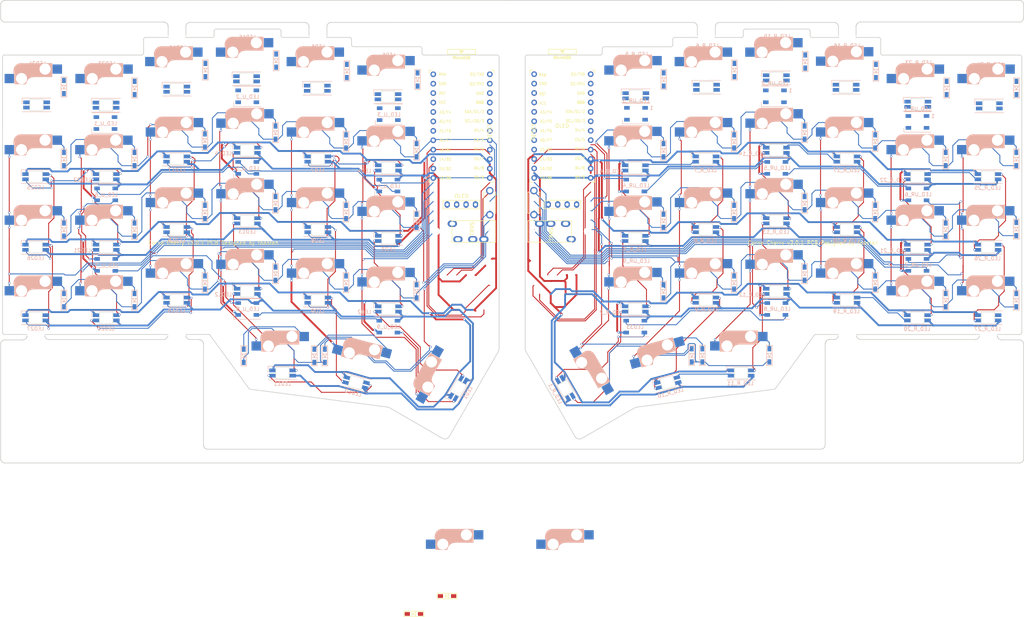
<source format=kicad_pcb>
(kicad_pcb (version 20171130) (host pcbnew 5.99.0+really5.1.10+dfsg1-1+build1)
  (title_block (title "Corne Cherry") (date 2020-09-28) (rev 3.0.1) (company foostan))
  (layers (0 F.Cu signal) (31 B.Cu signal) (34 B.Paste user) (35 F.Paste user) (36 B.SilkS user) (37 F.SilkS user) (38 B.Mask user) (39 F.Mask user) (44 Edge.Cuts user))
  (net 0 "")
  (net 1 row0)
  (net 2 "Net-(D1-Pad2)")
  (net 3 row1)
  (net 4 "Net-(D2-Pad2)")
  (net 5 row2)
  (net 6 "Net-(D3-Pad2)")
  (net 7 row3)
  (net 8 "Net-(D4-Pad2)")
  (net 9 "Net-(D5-Pad2)")
  (net 10 "Net-(D6-Pad2)")
  (net 11 "Net-(D7-Pad2)")
  (net 12 "Net-(D8-Pad2)")
  (net 13 "Net-(D9-Pad2)")
  (net 14 "Net-(D10-Pad2)")
  (net 15 "Net-(D11-Pad2)")
  (net 16 "Net-(D12-Pad2)")
  (net 17 "Net-(D13-Pad2)")
  (net 18 "Net-(D14-Pad2)")
  (net 19 "Net-(D15-Pad2)")
  (net 20 "Net-(D16-Pad2)")
  (net 21 "Net-(D17-Pad2)")
  (net 22 "Net-(D18-Pad2)")
  (net 23 "Net-(D19-Pad2)")
  (net 24 "Net-(D20-Pad2)")
  (net 25 "Net-(D21-Pad2)")
  (net 26 GND)
  (net 27 VCC)
  (net 28 col0)
  (net 29 col1)
  (net 30 col2)
  (net 31 col3)
  (net 32 col4)
  (net 33 col5)
  (net 34 LED)
  (net 35 data)
  (net 36 reset)
  (net 37 SCL)
  (net 38 SDA)
  (net 39 "Net-(U1-Pad14)")
  (net 40 "Net-(U1-Pad13)")
  (net 41 "Net-(U1-Pad12)")
  (net 42 "Net-(U1-Pad11)")
  (net 43 "Net-(U1-Pad24)")
  (net 44 "Net-(D22-Pad2)")
  (net 45 row0_r)
  (net 46 "Net-(D23-Pad2)")
  (net 47 "Net-(D24-Pad2)")
  (net 48 "Net-(D25-Pad2)")
  (net 49 "Net-(D26-Pad2)")
  (net 50 "Net-(D27-Pad2)")
  (net 51 row1_r)
  (net 52 "Net-(D28-Pad2)")
  (net 53 row2_r)
  (net 54 row3_r)
  (net 55 data_r)
  (net 56 SDA_r)
  (net 57 SCL_r)
  (net 58 LED_r)
  (net 59 reset_r)
  (net 60 col0_r)
  (net 61 col1_r)
  (net 62 col2_r)
  (net 63 col3_r)
  (net 64 col4_r)
  (net 65 col5_r)
  (net 66 VDD)
  (net 67 GNDA)
  (net 68 "Net-(LED1-Pad2)")
  (net 69 "Net-(LED1-Pad4)")
  (net 70 "Net-(LED10-Pad2)")
  (net 71 "Net-(LED11-Pad4)")
  (net 72 "Net-(LED14-Pad2)")
  (net 73 "Net-(LED10-Pad4)")
  (net 74 "Net-(LED11-Pad2)")
  (net 75 "Net-(LED13-Pad2)")
  (net 76 "Net-(LED17-Pad2)")
  (net 77 "Net-(LED4-Pad2)")
  (net 78 "Net-(LED5-Pad2)")
  (net 79 "Net-(LED7-Pad4)")
  (net 80 "Net-(LED15-Pad2)")
  (net 81 "Net-(LED23-Pad2)")
  (net 82 "Net-(LED34-Pad4)")
  (net 83 "Net-(LED36-Pad4)")
  (net 84 "Net-(LED38-Pad4)")
  (net 85 "Net-(U2-Pad12)")
  (net 86 "Net-(U2-Pad13)")
  (net 87 "Net-(U2-Pad14)")
  (net 88 "Net-(U2-Pad24)")
  (net 89 "Net-(J1-PadA)")
  (net 90 "Net-(J3-PadA)")
  (net 91 "Net-(LED19-Pad2)")
  (net 92 row4)
  (net 93 "Net-(D_R1-Pad2)")
  (net 94 "Net-(D_R2-Pad2)")
  (net 95 "Net-(D_R3-Pad2)")
  (net 96 "Net-(D_R4-Pad2)")
  (net 97 "Net-(D_R5-Pad2)")
  (net 98 "Net-(D_R6-Pad2)")
  (net 99 "Net-(D_R7-Pad2)")
  (net 100 "Net-(D_R8-Pad2)")
  (net 101 "Net-(D_R9-Pad2)")
  (net 102 "Net-(D_R10-Pad2)")
  (net 103 "Net-(D_R11-Pad2)")
  (net 104 "Net-(D_R12-Pad2)")
  (net 105 "Net-(D_R13-Pad2)")
  (net 106 "Net-(D_R14-Pad2)")
  (net 107 "Net-(D_R15-Pad2)")
  (net 108 "Net-(D_R16-Pad2)")
  (net 109 "Net-(D_R17-Pad2)")
  (net 110 "Net-(D_R18-Pad2)")
  (net 111 "Net-(D_R19-Pad2)")
  (net 112 "Net-(D_R20-Pad2)")
  (net 113 "Net-(D_R21-Pad2)")
  (net 114 "Net-(D_R22-Pad2)")
  (net 115 "Net-(D_R23-Pad2)")
  (net 116 "Net-(D_R24-Pad2)")
  (net 117 "Net-(D_R25-Pad2)")
  (net 118 row4_r)
  (net 119 "Net-(D_R26-Pad2)")
  (net 120 "Net-(D_R27-Pad2)")
  (net 121 "Net-(D_R28-Pad2)")
  (net 122 "Net-(LED2-Pad2)")
  (net 123 "Net-(LED3-Pad2)")
  (net 124 "Net-(LED6-Pad2)")
  (net 125 "Net-(LED7-Pad2)")
  (net 126 "Net-(LED8-Pad2)")
  (net 127 "Net-(LED12-Pad2)")
  (net 128 "Net-(LED16-Pad2)")
  (net 129 "Net-(LED18-Pad2)")
  (net 130 "Net-(LED20-Pad2)")
  (net 131 "Net-(LED21-Pad2)")
  (net 132 "Net-(LED22-Pad2)")
  (net 133 "Net-(LED24-Pad2)")
  (net 134 "Net-(LED25-Pad2)")
  (net 135 "Net-(LED26-Pad2)")
  (net 136 "Net-(LED27-Pad2)")
  (net 137 "Net-(LED_R_1-Pad2)")
  (net 138 "Net-(LED_R_1-Pad4)")
  (net 139 "Net-(LED_R_2-Pad2)")
  (net 140 "Net-(LED_R_3-Pad2)")
  (net 141 "Net-(LED_R_4-Pad2)")
  (net 142 "Net-(LED_R_5-Pad2)")
  (net 143 "Net-(LED_R_6-Pad2)")
  (net 144 "Net-(LED_R_7-Pad2)")
  (net 145 "Net-(LED_R_8-Pad2)")
  (net 146 "Net-(LED_R_10-Pad4)")
  (net 147 "Net-(LED_R_10-Pad2)")
  (net 148 "Net-(LED_R_11-Pad2)")
  (net 149 "Net-(LED_R_12-Pad2)")
  (net 150 "Net-(LED_R_13-Pad2)")
  (net 151 "Net-(LED_R_14-Pad2)")
  (net 152 "Net-(LED_R_15-Pad2)")
  (net 153 "Net-(LED_R_16-Pad2)")
  (net 154 "Net-(LED_R_17-Pad2)")
  (net 155 "Net-(LED_R_18-Pad2)")
  (net 156 "Net-(LED_R_19-Pad2)")
  (net 157 "Net-(LED_R_20-Pad2)")
  (net 158 "Net-(LED_R_21-Pad2)")
  (net 159 "Net-(LED_R_22-Pad2)")
  (net 160 "Net-(LED_R_23-Pad2)")
  (net 161 "Net-(LED_R_24-Pad2)")
  (net 162 "Net-(LED_R_25-Pad2)")
  (net 163 "Net-(LED_R_26-Pad2)")
  (net 164 "Net-(LED_R_27-Pad2)")
  (net 165 "Net-(LED_U_1-Pad2)")
  (net 166 "Net-(LED_U_2-Pad2)")
  (net 167 "Net-(LED_U_3-Pad2)")
  (net 168 "Net-(LED_U_4-Pad2)")
  (net 169 "Net-(LED_U_5-Pad2)")
  (net 170 "Net-(LED_U_6-Pad2)")
  (net 171 "Net-(LED_U_7-Pad2)")
  (net 172 "Net-(LED_U_8-Pad2)")
  (net 173 "Net-(LED_UR_1-Pad2)")
  (net 174 "Net-(LED_UR_2-Pad2)")
  (net 175 "Net-(LED_UR_3-Pad2)")
  (net 176 "Net-(LED_UR_4-Pad2)")
  (net 177 "Net-(LED_UR_5-Pad2)")
  (net 178 "Net-(LED_UR_6-Pad2)")
  (net 179 "Net-(LED_UR_7-Pad2)")
  (net 180 "Net-(LED_UR_8-Pad2)")
  (module kbd:M2_HOLE_v2 (layer B.Cu) (at 168.8505 55.264 180)
    (fp_text reference Ref** hide)
    (fp_text value Val** hide)
    (pad "" np_thru_hole circle (at 0 0 180) (size 2.2 2.2) (drill 2.2) (layers *.Cu *.Mask))
  )
  (module kbd:M2_HOLE_v2 (layer B.Cu) (at 269.1875 54.125 180)
    (fp_text reference Ref** hide)
    (fp_text value Val** hide)
    (pad "" np_thru_hole circle (at 2.088 -10.1405 180) (size 4.3 4.3) (drill 4.3) (layers *.Cu *.Mask))
  )
  (module kbd:M2_HOLE_v2 (layer F.Cu) (at 191.1445 22.7755 180)
    (fp_text reference Ref** hide)
    (fp_text value Val** hide)
    (pad "" np_thru_hole circle (at 0 0 180) (size 4.3 4.3) (drill 4.3) (layers *.Cu *.Mask))
  )
  (module kbd:M2_HOLE_v2 (layer F.Cu) (at 267.0995 26.2655 180)
    (fp_text reference Ref** hide)
    (fp_text value Val** hide)
    (pad "" np_thru_hole circle (at 0 0 180) (size 4.3 4.3) (drill 4.3) (layers *.Cu *.Mask))
  )
  (module kbd:M2_HOLE_v2 (layer F.Cu) (at 223.9555 81.5305 180)
    (fp_text reference Ref** hide)
    (fp_text value Val** hide)
    (pad "" np_thru_hole circle (at 0 0 180) (size 4.3 4.3) (drill 4.3) (layers *.Cu *.Mask))
  )
  (module kbd:M2_HOLE_v2 (layer B.Cu) (at 154.4185 63.785 180)
    (fp_text reference Ref** hide)
    (fp_text value Val** hide)
    (pad "" np_thru_hole circle (at 0 0 180) (size 2.2 2.2) (drill 2.2) (layers *.Cu *.Mask))
  )
  (module kbd:M2_HOLE_v2 (layer F.Cu) (at 177.3895 89.145 180)
    (fp_text reference Ref** hide)
    (fp_text value Val** hide)
    (pad "" np_thru_hole circle (at 0 0 180) (size 4.3 4.3) (drill 4.3) (layers *.Cu *.Mask))
  )
  (module kbd:M2_HOLE_v2 (layer F.Cu) (at 142.3015 63.775)
    (fp_text reference Ref** hide)
    (fp_text value Val** hide)
    (pad "" np_thru_hole circle (at 0 0) (size 2.2 2.2) (drill 2.2) (layers *.Cu *.Mask))
  )
  (module kbd:M2_HOLE_v2 (layer F.Cu) (at 127.8695 55.254)
    (fp_text reference Ref** hide)
    (fp_text value Val** hide)
    (pad "" np_thru_hole circle (at 0 0) (size 2.2 2.2) (drill 2.2) (layers *.Cu *.Mask))
  )
  (module kbd:M2_HOLE_v2 (layer F.Cu) (at 119.3305 89.135)
    (fp_text reference Ref** hide)
    (fp_text value Val** hide)
    (pad "" np_thru_hole circle (at 0 0) (size 4.3 4.3) (drill 4.3) (layers *.Cu *.Mask))
  )
  (module kbd:M2_HOLE_v2 (layer F.Cu) (at 72.7645 81.5205)
    (fp_text reference Ref** hide)
    (fp_text value Val** hide)
    (pad "" np_thru_hole circle (at 0 0) (size 4.3 4.3) (drill 4.3) (layers *.Cu *.Mask))
  )
  (module kbd:M2_HOLE_v2 (layer F.Cu) (at 105.5755 22.7655)
    (fp_text reference Ref** hide)
    (fp_text value Val** hide)
    (pad "" np_thru_hole circle (at 0 0) (size 4.3 4.3) (drill 4.3) (layers *.Cu *.Mask))
  )
  (module kbd:M2_HOLE_v2 (layer F.Cu) (at 27.5195 54.1395)
    (fp_text reference Ref** hide)
    (fp_text value Val** hide)
    (pad "" np_thru_hole circle (at 2.088 10.1405) (size 4.3 4.3) (drill 4.3) (layers *.Cu *.Mask))
  )
  (module kbd:M2_HOLE_v2 (layer F.Cu) (at 29.6075 26.28)
    (fp_text reference Ref** hide)
    (fp_text value Val** hide)
    (pad "" np_thru_hole circle (at 0 0) (size 4.3 4.3) (drill 4.3) (layers *.Cu *.Mask))
  )
  (module kbd:Breakaway_Tabs (layer B.Cu) (at 238.6495 2.66 180)
    (fp_text reference REF**)
    (fp_text value Breakaway_Tabs)
    (pad "" np_thru_hole circle (at 0 0 180) (size 0.3 0.3) (drill 0.3) (layers *.Cu *.Mask))
    (pad "" np_thru_hole circle (at 0.59375 0 180) (size 0.3 0.3) (drill 0.3) (layers *.Cu *.Mask))
    (pad "" np_thru_hole circle (at 1.1875 0 180) (size 0.3 0.3) (drill 0.3) (layers *.Cu *.Mask))
    (pad "" np_thru_hole circle (at 1.78125 0 180) (size 0.3 0.3) (drill 0.3) (layers *.Cu *.Mask))
    (pad "" np_thru_hole circle (at 2.375 0 180) (size 0.3 0.3) (drill 0.3) (layers *.Cu *.Mask))
    (pad "" np_thru_hole circle (at -1.78125 0 180) (size 0.3 0.3) (drill 0.3) (layers *.Cu *.Mask))
    (pad "" np_thru_hole circle (at -0.59375 0 180) (size 0.3 0.3) (drill 0.3) (layers *.Cu *.Mask))
    (pad "" np_thru_hole circle (at -2.375 0 180) (size 0.3 0.3) (drill 0.3) (layers *.Cu *.Mask))
    (pad "" np_thru_hole circle (at -1.1875 0 180) (size 0.3 0.3) (drill 0.3) (layers *.Cu *.Mask))
  )
  (module kbd:Breakaway_Tabs (layer B.Cu) (at 200.7375 2.66 180)
    (fp_text reference REF**)
    (fp_text value Breakaway_Tabs)
    (pad "" np_thru_hole circle (at 0 0 180) (size 0.3 0.3) (drill 0.3) (layers *.Cu *.Mask))
    (pad "" np_thru_hole circle (at 0.59375 0 180) (size 0.3 0.3) (drill 0.3) (layers *.Cu *.Mask))
    (pad "" np_thru_hole circle (at 1.1875 0 180) (size 0.3 0.3) (drill 0.3) (layers *.Cu *.Mask))
    (pad "" np_thru_hole circle (at 1.78125 0 180) (size 0.3 0.3) (drill 0.3) (layers *.Cu *.Mask))
    (pad "" np_thru_hole circle (at 2.375 0 180) (size 0.3 0.3) (drill 0.3) (layers *.Cu *.Mask))
    (pad "" np_thru_hole circle (at -1.78125 0 180) (size 0.3 0.3) (drill 0.3) (layers *.Cu *.Mask))
    (pad "" np_thru_hole circle (at -0.59375 0 180) (size 0.3 0.3) (drill 0.3) (layers *.Cu *.Mask))
    (pad "" np_thru_hole circle (at -2.375 0 180) (size 0.3 0.3) (drill 0.3) (layers *.Cu *.Mask))
    (pad "" np_thru_hole circle (at -1.1875 0 180) (size 0.3 0.3) (drill 0.3) (layers *.Cu *.Mask))
  )
  (module kbd:Breakaway_Tabs (layer B.Cu) (at 238.7415 83.193 180)
    (fp_text reference REF**)
    (fp_text value Breakaway_Tabs)
    (pad "" np_thru_hole circle (at 0 0 180) (size 0.3 0.3) (drill 0.3) (layers *.Cu *.Mask))
    (pad "" np_thru_hole circle (at 0.59375 0 180) (size 0.3 0.3) (drill 0.3) (layers *.Cu *.Mask))
    (pad "" np_thru_hole circle (at 1.1875 0 180) (size 0.3 0.3) (drill 0.3) (layers *.Cu *.Mask))
    (pad "" np_thru_hole circle (at 1.78125 0 180) (size 0.3 0.3) (drill 0.3) (layers *.Cu *.Mask))
    (pad "" np_thru_hole circle (at 2.375 0 180) (size 0.3 0.3) (drill 0.3) (layers *.Cu *.Mask))
    (pad "" np_thru_hole circle (at -1.78125 0 180) (size 0.3 0.3) (drill 0.3) (layers *.Cu *.Mask))
    (pad "" np_thru_hole circle (at -0.59375 0 180) (size 0.3 0.3) (drill 0.3) (layers *.Cu *.Mask))
    (pad "" np_thru_hole circle (at -2.375 0 180) (size 0.3 0.3) (drill 0.3) (layers *.Cu *.Mask))
    (pad "" np_thru_hole circle (at -1.1875 0 180) (size 0.3 0.3) (drill 0.3) (layers *.Cu *.Mask))
  )
  (module kbd:Breakaway_Tabs (layer B.Cu) (at 276.6555 83.183 180)
    (fp_text reference REF**)
    (fp_text value Breakaway_Tabs)
    (pad "" np_thru_hole circle (at 0 0 180) (size 0.3 0.3) (drill 0.3) (layers *.Cu *.Mask))
    (pad "" np_thru_hole circle (at 0.59375 0 180) (size 0.3 0.3) (drill 0.3) (layers *.Cu *.Mask))
    (pad "" np_thru_hole circle (at 1.1875 0 180) (size 0.3 0.3) (drill 0.3) (layers *.Cu *.Mask))
    (pad "" np_thru_hole circle (at 1.78125 0 180) (size 0.3 0.3) (drill 0.3) (layers *.Cu *.Mask))
    (pad "" np_thru_hole circle (at 2.375 0 180) (size 0.3 0.3) (drill 0.3) (layers *.Cu *.Mask))
    (pad "" np_thru_hole circle (at -1.78125 0 180) (size 0.3 0.3) (drill 0.3) (layers *.Cu *.Mask))
    (pad "" np_thru_hole circle (at -0.59375 0 180) (size 0.3 0.3) (drill 0.3) (layers *.Cu *.Mask))
    (pad "" np_thru_hole circle (at -2.375 0 180) (size 0.3 0.3) (drill 0.3) (layers *.Cu *.Mask))
    (pad "" np_thru_hole circle (at -1.1875 0 180) (size 0.3 0.3) (drill 0.3) (layers *.Cu *.Mask))
  )
  (module kbd:Breakaway_Tabs (layer F.Cu) (at 58.1235 83.178)
    (fp_text reference REF**)
    (fp_text value Breakaway_Tabs)
    (pad "" np_thru_hole circle (at -1.1875 0) (size 0.3 0.3) (drill 0.3) (layers *.Cu *.Mask))
    (pad "" np_thru_hole circle (at -2.375 0) (size 0.3 0.3) (drill 0.3) (layers *.Cu *.Mask))
    (pad "" np_thru_hole circle (at -0.59375 0) (size 0.3 0.3) (drill 0.3) (layers *.Cu *.Mask))
    (pad "" np_thru_hole circle (at -1.78125 0) (size 0.3 0.3) (drill 0.3) (layers *.Cu *.Mask))
    (pad "" np_thru_hole circle (at 2.375 0) (size 0.3 0.3) (drill 0.3) (layers *.Cu *.Mask))
    (pad "" np_thru_hole circle (at 1.78125 0) (size 0.3 0.3) (drill 0.3) (layers *.Cu *.Mask))
    (pad "" np_thru_hole circle (at 1.1875 0) (size 0.3 0.3) (drill 0.3) (layers *.Cu *.Mask))
    (pad "" np_thru_hole circle (at 0.59375 0) (size 0.3 0.3) (drill 0.3) (layers *.Cu *.Mask))
    (pad "" np_thru_hole circle (at 0 0) (size 0.3 0.3) (drill 0.3) (layers *.Cu *.Mask))
  )
  (module kbd:Breakaway_Tabs (layer F.Cu) (at 20.1625 83.176)
    (fp_text reference REF**)
    (fp_text value Breakaway_Tabs)
    (pad "" np_thru_hole circle (at -1.1875 0) (size 0.3 0.3) (drill 0.3) (layers *.Cu *.Mask))
    (pad "" np_thru_hole circle (at -2.375 0) (size 0.3 0.3) (drill 0.3) (layers *.Cu *.Mask))
    (pad "" np_thru_hole circle (at -0.59375 0) (size 0.3 0.3) (drill 0.3) (layers *.Cu *.Mask))
    (pad "" np_thru_hole circle (at -1.78125 0) (size 0.3 0.3) (drill 0.3) (layers *.Cu *.Mask))
    (pad "" np_thru_hole circle (at 2.375 0) (size 0.3 0.3) (drill 0.3) (layers *.Cu *.Mask))
    (pad "" np_thru_hole circle (at 1.78125 0) (size 0.3 0.3) (drill 0.3) (layers *.Cu *.Mask))
    (pad "" np_thru_hole circle (at 1.1875 0) (size 0.3 0.3) (drill 0.3) (layers *.Cu *.Mask))
    (pad "" np_thru_hole circle (at 0.59375 0) (size 0.3 0.3) (drill 0.3) (layers *.Cu *.Mask))
    (pad "" np_thru_hole circle (at 0 0) (size 0.3 0.3) (drill 0.3) (layers *.Cu *.Mask))
  )
  (module kbd:Breakaway_Tabs (layer F.Cu) (at 96.0535 2.66)
    (fp_text reference REF**)
    (fp_text value Breakaway_Tabs)
    (pad "" np_thru_hole circle (at -1.1875 0) (size 0.3 0.3) (drill 0.3) (layers *.Cu *.Mask))
    (pad "" np_thru_hole circle (at -2.375 0) (size 0.3 0.3) (drill 0.3) (layers *.Cu *.Mask))
    (pad "" np_thru_hole circle (at -0.59375 0) (size 0.3 0.3) (drill 0.3) (layers *.Cu *.Mask))
    (pad "" np_thru_hole circle (at -1.78125 0) (size 0.3 0.3) (drill 0.3) (layers *.Cu *.Mask))
    (pad "" np_thru_hole circle (at 2.375 0) (size 0.3 0.3) (drill 0.3) (layers *.Cu *.Mask))
    (pad "" np_thru_hole circle (at 1.78125 0) (size 0.3 0.3) (drill 0.3) (layers *.Cu *.Mask))
    (pad "" np_thru_hole circle (at 1.1875 0) (size 0.3 0.3) (drill 0.3) (layers *.Cu *.Mask))
    (pad "" np_thru_hole circle (at 0.59375 0) (size 0.3 0.3) (drill 0.3) (layers *.Cu *.Mask))
    (pad "" np_thru_hole circle (at 0 0) (size 0.3 0.3) (drill 0.3) (layers *.Cu *.Mask))
  )
  (module kbd:Breakaway_Tabs (layer F.Cu) (at 58.2075 2.66)
    (fp_text reference REF**)
    (fp_text value Breakaway_Tabs)
    (pad "" np_thru_hole circle (at -1.1875 0) (size 0.3 0.3) (drill 0.3) (layers *.Cu *.Mask))
    (pad "" np_thru_hole circle (at -2.375 0) (size 0.3 0.3) (drill 0.3) (layers *.Cu *.Mask))
    (pad "" np_thru_hole circle (at -0.59375 0) (size 0.3 0.3) (drill 0.3) (layers *.Cu *.Mask))
    (pad "" np_thru_hole circle (at -1.78125 0) (size 0.3 0.3) (drill 0.3) (layers *.Cu *.Mask))
    (pad "" np_thru_hole circle (at 2.375 0) (size 0.3 0.3) (drill 0.3) (layers *.Cu *.Mask))
    (pad "" np_thru_hole circle (at 1.78125 0) (size 0.3 0.3) (drill 0.3) (layers *.Cu *.Mask))
    (pad "" np_thru_hole circle (at 1.1875 0) (size 0.3 0.3) (drill 0.3) (layers *.Cu *.Mask))
    (pad "" np_thru_hole circle (at 0.59375 0) (size 0.3 0.3) (drill 0.3) (layers *.Cu *.Mask))
    (pad "" np_thru_hole circle (at 0 0) (size 0.3 0.3) (drill 0.3) (layers *.Cu *.Mask))
  )
  (module kbd:CherryMX_Hotswap_1.5u (layer F.Cu) (at 163.295 142.055)
    (fp_text reference SW_R28 hide)
    (fp_text value SW_PUSH hide)
    (pad "" np_thru_hole circle (at 2.54 -5.08) (size 3 3) (drill 3) (layers *.Cu *.Mask))
    (pad "" np_thru_hole circle (at -3.81 -2.54) (size 3 3) (drill 3) (layers *.Cu *.Mask))
    (pad 2 smd rect (at 5.842 -5.08 180) (size 2.55 2.5) (layers B.Cu B.Paste B.Mask) (net 121 "Net-(D_R28-Pad2)"))
    (pad "" np_thru_hole circle (at -5.08 0) (size 1.9 1.9) (drill 1.9) (layers *.Cu *.Mask))
    (pad "" np_thru_hole circle (at 5.08 0) (size 1.9 1.9) (drill 1.9) (layers *.Cu *.Mask))
    (pad "" np_thru_hole circle (at 0 0 90) (size 4.1 4.1) (drill 4.1) (layers *.Cu *.Mask))
    (pad 1 smd rect (at -7.085 -2.54 180) (size 2.55 2.5) (layers B.Cu B.Paste B.Mask) (net 65 col5_r))
  )
  (module kbd:CherryMX_Hotswap_1.5u (layer F.Cu) (at 133.575 142.055)
    (fp_text reference SW28 hide)
    (fp_text value SW_PUSH hide)
    (pad "" np_thru_hole circle (at 2.54 -5.08) (size 3 3) (drill 3) (layers *.Cu *.Mask))
    (pad "" np_thru_hole circle (at -3.81 -2.54) (size 3 3) (drill 3) (layers *.Cu *.Mask))
    (pad 2 smd rect (at 5.842 -5.08 180) (size 2.55 2.5) (layers B.Cu B.Paste B.Mask) (net 52 "Net-(D28-Pad2)"))
    (pad "" np_thru_hole circle (at -5.08 0) (size 1.9 1.9) (drill 1.9) (layers *.Cu *.Mask))
    (pad "" np_thru_hole circle (at 5.08 0) (size 1.9 1.9) (drill 1.9) (layers *.Cu *.Mask))
    (pad "" np_thru_hole circle (at 0 0 90) (size 4.1 4.1) (drill 4.1) (layers *.Cu *.Mask))
    (pad 1 smd rect (at -7.085 -2.54 180) (size 2.55 2.5) (layers B.Cu B.Paste B.Mask) (net 33 col5))
  )
  (module kbd:D3_SMD_v2 (layer F.Cu) (at 121.9875 158.3)
    (fp_text reference D_R28 hide)
    (fp_text value D hide)
    (pad 2 smd rect (at 1.775 0) (size 1.4 1) (layers F.Cu F.Paste F.Mask) (net 121 "Net-(D_R28-Pad2)"))
    (pad 1 smd rect (at -1.775 0) (size 1.4 1) (layers F.Cu F.Paste F.Mask) (net 118 row4_r))
  )
  (module kbd:D3_SMD_v2 (layer F.Cu) (at 130.9075 153.48)
    (fp_text reference D28 hide)
    (fp_text value D hide)
    (pad 2 smd rect (at 1.775 0) (size 1.4 1) (layers F.Cu F.Paste F.Mask) (net 52 "Net-(D28-Pad2)"))
    (pad 1 smd rect (at -1.775 0) (size 1.4 1) (layers F.Cu F.Paste F.Mask) (net 92 row4))
  )
  (module LED_SMD:LED_WS2812B_PLCC4_5.0x5.0mm_P3.2mm (layer B.Cu) (at 115.2075 23.68 180)
    (fp_text reference LED_U_3 (at -0.08 -0.14) (layer B.SilkS) (effects (justify mirror)))
    (fp_text value WS2812B)
    (pad 3 smd rect (at 2.45 -1.6 180) (size 1.5 1) (layers B.Cu B.Paste B.Mask) (net 26 GND))
    (pad 4 smd rect (at 2.45 1.6 180) (size 1.5 1) (layers B.Cu B.Paste B.Mask) (net 166 "Net-(LED_U_2-Pad2)"))
    (pad 2 smd rect (at -2.45 -1.6 180) (size 1.5 1) (layers B.Cu B.Paste B.Mask) (net 167 "Net-(LED_U_3-Pad2)"))
    (pad 1 smd rect (at -2.45 1.6 180) (size 1.5 1) (layers B.Cu B.Paste B.Mask) (net 27 VCC))
  )
  (module LED_SMD:LED_WS2812B_PLCC4_5.0x5.0mm_P3.2mm (layer B.Cu) (at 77.1075 18.88 180)
    (fp_text reference LED_U_2 (at -0.06 -0.14) (layer B.SilkS) (effects (justify mirror)))
    (fp_text value WS2812B)
    (pad 3 smd rect (at 2.45 -1.6 180) (size 1.5 1) (layers B.Cu B.Paste B.Mask) (net 26 GND))
    (pad 4 smd rect (at 2.45 1.6 180) (size 1.5 1) (layers B.Cu B.Paste B.Mask) (net 165 "Net-(LED_U_1-Pad2)"))
    (pad 2 smd rect (at -2.45 -1.6 180) (size 1.5 1) (layers B.Cu B.Paste B.Mask) (net 166 "Net-(LED_U_2-Pad2)"))
    (pad 1 smd rect (at -2.45 1.6 180) (size 1.5 1) (layers B.Cu B.Paste B.Mask) (net 27 VCC))
  )
  (module LED_SMD:LED_WS2812B_PLCC4_5.0x5.0mm_P3.2mm (layer B.Cu) (at 38.9075 26.08 180)
    (fp_text reference LED_U_1 (at -0.01 -0.135) (layer B.SilkS) (effects (justify mirror)))
    (fp_text value WS2812B)
    (pad 3 smd rect (at 2.45 -1.6 180) (size 1.5 1) (layers B.Cu B.Paste B.Mask) (net 26 GND))
    (pad 4 smd rect (at 2.45 1.6 180) (size 1.5 1) (layers B.Cu B.Paste B.Mask) (net 34 LED))
    (pad 2 smd rect (at -2.45 -1.6 180) (size 1.5 1) (layers B.Cu B.Paste B.Mask) (net 165 "Net-(LED_U_1-Pad2)"))
    (pad 1 smd rect (at -2.45 1.6 180) (size 1.5 1) (layers B.Cu B.Paste B.Mask) (net 27 VCC))
  )
  (module LED_SMD:LED_WS2812B_PLCC4_5.0x5.0mm_P3.2mm (layer B.Cu) (at 181.8075 23.58 180)
    (fp_text reference LED_UR_3 (at 0 3.5) (layer B.SilkS) (effects (justify mirror)))
    (fp_text value WS2812B)
    (fp_text user 1 (at -4.15 1.6) (layer B.SilkS) (effects (justify mirror)))
    (pad 3 smd rect (at 2.45 -1.6 180) (size 1.5 1) (layers B.Cu B.Paste B.Mask) (net 26 GND))
    (pad 4 smd rect (at 2.45 1.6 180) (size 1.5 1) (layers B.Cu B.Paste B.Mask) (net 174 "Net-(LED_UR_2-Pad2)"))
    (pad 2 smd rect (at -2.45 -1.6 180) (size 1.5 1) (layers B.Cu B.Paste B.Mask) (net 175 "Net-(LED_UR_3-Pad2)"))
    (pad 1 smd rect (at -2.45 1.6 180) (size 1.5 1) (layers B.Cu B.Paste B.Mask) (net 27 VCC))
  )
  (module LED_SMD:LED_WS2812B_PLCC4_5.0x5.0mm_P3.2mm (layer B.Cu) (at 219.2075 18.88 180)
    (fp_text reference LED_UR_2 (at 0 3.5) (layer B.SilkS) (effects (justify mirror)))
    (fp_text value WS2812B hide)
    (fp_text user 1 (at -4.15 1.6) (layer B.SilkS) (effects (justify mirror)))
    (pad 1 smd rect (at -2.45 1.6 180) (size 1.5 1) (layers B.Cu B.Paste B.Mask) (net 27 VCC))
    (pad 2 smd rect (at -2.45 -1.6 180) (size 1.5 1) (layers B.Cu B.Paste B.Mask) (net 174 "Net-(LED_UR_2-Pad2)"))
    (pad 4 smd rect (at 2.45 1.6 180) (size 1.5 1) (layers B.Cu B.Paste B.Mask) (net 173 "Net-(LED_UR_1-Pad2)"))
    (pad 3 smd rect (at 2.45 -1.6 180) (size 1.5 1) (layers B.Cu B.Paste B.Mask) (net 26 GND))
  )
  (module LED_SMD:LED_WS2812B_PLCC4_5.0x5.0mm_P3.2mm (layer B.Cu) (at 257.6075 25.78 180)
    (fp_text reference LED_UR_1 (at 0 3.5) (layer B.SilkS) (effects (justify mirror)))
    (fp_text value WS2812B)
    (fp_text user 1 (at -4.15 1.6) (layer B.SilkS) (effects (justify mirror)))
    (pad 1 smd rect (at -2.45 1.6 180) (size 1.5 1) (layers B.Cu B.Paste B.Mask) (net 27 VCC))
    (pad 2 smd rect (at -2.45 -1.6 180) (size 1.5 1) (layers B.Cu B.Paste B.Mask) (net 173 "Net-(LED_UR_1-Pad2)"))
    (pad 4 smd rect (at 2.45 1.6 180) (size 1.5 1) (layers B.Cu B.Paste B.Mask) (net 58 LED_r))
    (pad 3 smd rect (at 2.45 -1.6 180) (size 1.5 1) (layers B.Cu B.Paste B.Mask) (net 26 GND))
  )
  (module LED_SMD:LED_WS2812B_PLCC4_5.0x5.0mm_P3.2mm (layer B.Cu) (at 39.1075 45.28 180)
    (fp_text reference LED_U_6 (at -0.01 -0.135) (layer B.SilkS) (effects (justify mirror)))
    (fp_text value WS2812B)
    (pad 1 smd rect (at -2.45 1.6 180) (size 1.5 1) (layers B.Cu B.Paste B.Mask) (net 27 VCC))
    (pad 2 smd rect (at -2.45 -1.6 180) (size 1.5 1) (layers B.Cu B.Paste B.Mask) (net 170 "Net-(LED_U_6-Pad2)"))
    (pad 4 smd rect (at 2.45 1.6 180) (size 1.5 1) (layers B.Cu B.Paste B.Mask) (net 169 "Net-(LED_U_5-Pad2)"))
    (pad 3 smd rect (at 2.45 -1.6 180) (size 1.5 1) (layers B.Cu B.Paste B.Mask) (net 26 GND))
  )
  (module LED_SMD:LED_WS2812B_PLCC4_5.0x5.0mm_P3.2mm (layer B.Cu) (at 77.1075 38.155 180)
    (fp_text reference LED_U_5 (at -0.06 -0.14) (layer B.SilkS) (effects (justify mirror)))
    (fp_text value WS2812B)
    (pad 1 smd rect (at -2.45 1.6 180) (size 1.5 1) (layers B.Cu B.Paste B.Mask) (net 27 VCC))
    (pad 2 smd rect (at -2.45 -1.6 180) (size 1.5 1) (layers B.Cu B.Paste B.Mask) (net 169 "Net-(LED_U_5-Pad2)"))
    (pad 4 smd rect (at 2.45 1.6 180) (size 1.5 1) (layers B.Cu B.Paste B.Mask) (net 168 "Net-(LED_U_4-Pad2)"))
    (pad 3 smd rect (at 2.45 -1.6 180) (size 1.5 1) (layers B.Cu B.Paste B.Mask) (net 26 GND))
  )
  (module LED_SMD:LED_WS2812B_PLCC4_5.0x5.0mm_P3.2mm (layer B.Cu) (at 115.1075 42.905 180)
    (fp_text reference LED_U_4 (at -0.08 -0.14) (layer B.SilkS) (effects (justify mirror)))
    (fp_text value WS2812B)
    (pad 1 smd rect (at -2.45 1.6 180) (size 1.5 1) (layers B.Cu B.Paste B.Mask) (net 27 VCC))
    (pad 2 smd rect (at -2.45 -1.6 180) (size 1.5 1) (layers B.Cu B.Paste B.Mask) (net 168 "Net-(LED_U_4-Pad2)"))
    (pad 4 smd rect (at 2.45 1.6 180) (size 1.5 1) (layers B.Cu B.Paste B.Mask) (net 167 "Net-(LED_U_3-Pad2)"))
    (pad 3 smd rect (at 2.45 -1.6 180) (size 1.5 1) (layers B.Cu B.Paste B.Mask) (net 26 GND))
  )
  (module LED_SMD:LED_WS2812B_PLCC4_5.0x5.0mm_P3.2mm (layer B.Cu) (at 39.1075 64.28 180)
    (fp_text reference LED_U_7 (at -0.13 -0.165) (layer B.SilkS) (effects (justify mirror)))
    (fp_text value WS2812B)
    (pad 1 smd rect (at -2.45 1.6 180) (size 1.5 1) (layers B.Cu B.Paste B.Mask) (net 27 VCC))
    (pad 2 smd rect (at -2.45 -1.6 180) (size 1.5 1) (layers B.Cu B.Paste B.Mask) (net 171 "Net-(LED_U_7-Pad2)"))
    (pad 4 smd rect (at 2.45 1.6 180) (size 1.5 1) (layers B.Cu B.Paste B.Mask) (net 170 "Net-(LED_U_6-Pad2)"))
    (pad 3 smd rect (at 2.45 -1.6 180) (size 1.5 1) (layers B.Cu B.Paste B.Mask) (net 26 GND))
  )
  (module LED_SMD:LED_WS2812B_PLCC4_5.0x5.0mm_P3.2mm (layer B.Cu) (at 77.1075 76.155 180)
    (fp_text reference LED_U_8 (at -0.13 -0.02) (layer B.SilkS) (effects (justify mirror)))
    (fp_text value WS2812B)
    (pad 1 smd rect (at -2.45 1.6 180) (size 1.5 1) (layers B.Cu B.Paste B.Mask) (net 27 VCC))
    (pad 2 smd rect (at -2.45 -1.6 180) (size 1.5 1) (layers B.Cu B.Paste B.Mask) (net 172 "Net-(LED_U_8-Pad2)"))
    (pad 4 smd rect (at 2.45 1.6 180) (size 1.5 1) (layers B.Cu B.Paste B.Mask) (net 171 "Net-(LED_U_7-Pad2)"))
    (pad 3 smd rect (at 2.45 -1.6 180) (size 1.5 1) (layers B.Cu B.Paste B.Mask) (net 26 GND))
  )
  (module LED_SMD:LED_WS2812B_PLCC4_5.0x5.0mm_P3.2mm (layer B.Cu) (at 115.1075 80.905 180)
    (fp_text reference LED_U_9 (at -0.05 -0.08) (layer B.SilkS) (effects (justify mirror)))
    (fp_text value WS2812B)
    (pad 1 smd rect (at -2.45 1.6 180) (size 1.5 1) (layers B.Cu B.Paste B.Mask) (net 27 VCC))
    (pad 2 smd rect (at -2.45 -1.6 180) (size 1.5 1) (layers B.Cu B.Paste B.Mask) (net 69 "Net-(LED1-Pad4)"))
    (pad 4 smd rect (at 2.45 1.6 180) (size 1.5 1) (layers B.Cu B.Paste B.Mask) (net 172 "Net-(LED_U_8-Pad2)"))
    (pad 3 smd rect (at 2.45 -1.6 180) (size 1.5 1) (layers B.Cu B.Paste B.Mask) (net 26 GND))
  )
  (module LED_SMD:LED_WS2812B_PLCC4_5.0x5.0mm_P3.2mm (layer B.Cu) (at 257.6075 45.28 180)
    (fp_text reference LED_UR_6 (at -0.2 -0.01) (layer B.SilkS) (effects (justify mirror)))
    (fp_text value WS2812B)
    (pad 1 smd rect (at -2.45 1.6 180) (size 1.5 1) (layers B.Cu B.Paste B.Mask) (net 27 VCC))
    (pad 2 smd rect (at -2.45 -1.6 180) (size 1.5 1) (layers B.Cu B.Paste B.Mask) (net 178 "Net-(LED_UR_6-Pad2)"))
    (pad 4 smd rect (at 2.45 1.6 180) (size 1.5 1) (layers B.Cu B.Paste B.Mask) (net 177 "Net-(LED_UR_5-Pad2)"))
    (pad 3 smd rect (at 2.45 -1.6 180) (size 1.5 1) (layers B.Cu B.Paste B.Mask) (net 26 GND))
  )
  (module LED_SMD:LED_WS2812B_PLCC4_5.0x5.0mm_P3.2mm (layer B.Cu) (at 219.6075 38.155 180)
    (fp_text reference LED_UR_5 (at -0.2 -0.01) (layer B.SilkS) (effects (justify mirror)))
    (fp_text value WS2812B)
    (pad 1 smd rect (at -2.45 1.6 180) (size 1.5 1) (layers B.Cu B.Paste B.Mask) (net 27 VCC))
    (pad 2 smd rect (at -2.45 -1.6 180) (size 1.5 1) (layers B.Cu B.Paste B.Mask) (net 177 "Net-(LED_UR_5-Pad2)"))
    (pad 4 smd rect (at 2.45 1.6 180) (size 1.5 1) (layers B.Cu B.Paste B.Mask) (net 176 "Net-(LED_UR_4-Pad2)"))
    (pad 3 smd rect (at 2.45 -1.6 180) (size 1.5 1) (layers B.Cu B.Paste B.Mask) (net 26 GND))
  )
  (module LED_SMD:LED_WS2812B_PLCC4_5.0x5.0mm_P3.2mm (layer B.Cu) (at 181.6075 42.905 180)
    (fp_text reference LED_UR_4 (at -0.2 -0.01) (layer B.SilkS) (effects (justify mirror)))
    (fp_text value WS2812B)
    (pad 1 smd rect (at -2.45 1.6 180) (size 1.5 1) (layers B.Cu B.Paste B.Mask) (net 27 VCC))
    (pad 2 smd rect (at -2.45 -1.6 180) (size 1.5 1) (layers B.Cu B.Paste B.Mask) (net 176 "Net-(LED_UR_4-Pad2)"))
    (pad 4 smd rect (at 2.45 1.6 180) (size 1.5 1) (layers B.Cu B.Paste B.Mask) (net 175 "Net-(LED_UR_3-Pad2)"))
    (pad 3 smd rect (at 2.45 -1.6 180) (size 1.5 1) (layers B.Cu B.Paste B.Mask) (net 26 GND))
  )
  (module LED_SMD:LED_WS2812B_PLCC4_5.0x5.0mm_P3.2mm (layer B.Cu) (at 257.6075 64.28 180)
    (fp_text reference LED_UR_7 (at -0.2 -0.01) (layer B.SilkS) (effects (justify mirror)))
    (fp_text value WS2812B)
    (pad 1 smd rect (at -2.45 1.6 180) (size 1.5 1) (layers B.Cu B.Paste B.Mask) (net 27 VCC))
    (pad 2 smd rect (at -2.45 -1.6 180) (size 1.5 1) (layers B.Cu B.Paste B.Mask) (net 179 "Net-(LED_UR_7-Pad2)"))
    (pad 4 smd rect (at 2.45 1.6 180) (size 1.5 1) (layers B.Cu B.Paste B.Mask) (net 178 "Net-(LED_UR_6-Pad2)"))
    (pad 3 smd rect (at 2.45 -1.6 180) (size 1.5 1) (layers B.Cu B.Paste B.Mask) (net 26 GND))
  )
  (module LED_SMD:LED_WS2812B_PLCC4_5.0x5.0mm_P3.2mm (layer B.Cu) (at 219.6075 76.155 180)
    (fp_text reference LED_UR_8 (at -0.2 -0.01) (layer B.SilkS) (effects (justify mirror)))
    (fp_text value WS2812B)
    (pad 1 smd rect (at -2.45 1.6 180) (size 1.5 1) (layers B.Cu B.Paste B.Mask) (net 27 VCC))
    (pad 2 smd rect (at -2.45 -1.6 180) (size 1.5 1) (layers B.Cu B.Paste B.Mask) (net 180 "Net-(LED_UR_8-Pad2)"))
    (pad 4 smd rect (at 2.45 1.6 180) (size 1.5 1) (layers B.Cu B.Paste B.Mask) (net 179 "Net-(LED_UR_7-Pad2)"))
    (pad 3 smd rect (at 2.45 -1.6 180) (size 1.5 1) (layers B.Cu B.Paste B.Mask) (net 26 GND))
  )
  (module LED_SMD:LED_WS2812B_PLCC4_5.0x5.0mm_P3.2mm (layer B.Cu) (at 181.6075 80.905 180)
    (fp_text reference LED_UR_9 (at -0.32 17.6875) (layer B.SilkS) (effects (justify mirror)))
    (fp_text value WS2812B)
    (fp_text user LED33 (at 0.04 -0.075) (layer B.SilkS) (effects (justify mirror)))
    (pad 1 smd rect (at -2.45 1.6 180) (size 1.5 1) (layers B.Cu B.Paste B.Mask) (net 27 VCC))
    (pad 2 smd rect (at -2.45 -1.6 180) (size 1.5 1) (layers B.Cu B.Paste B.Mask) (net 138 "Net-(LED_R_1-Pad4)"))
    (pad 4 smd rect (at 2.45 1.6 180) (size 1.5 1) (layers B.Cu B.Paste B.Mask) (net 180 "Net-(LED_UR_8-Pad2)"))
    (pad 3 smd rect (at 2.45 -1.6 180) (size 1.5 1) (layers B.Cu B.Paste B.Mask) (net 26 GND))
  )
  (module kbd:D3_SMD_v2 (layer B.Cu) (at 27.7275 16.376 90)
    (fp_text reference D1 hide)
    (fp_text value D hide)
    (pad 2 smd rect (at 1.775 0 90) (size 1.4 1) (layers B.Cu B.Paste B.Mask) (net 2 "Net-(D1-Pad2)"))
    (pad 1 smd rect (at -1.775 0 90) (size 1.4 1) (layers B.Cu B.Paste B.Mask) (net 1 row0))
  )
  (module kbd:D3_SMD_v2 (layer B.Cu) (at 46.7775 16.63 90)
    (fp_text reference D2 hide)
    (fp_text value D hide)
    (pad 2 smd rect (at 1.775 0 90) (size 1.4 1) (layers B.Cu B.Paste B.Mask) (net 4 "Net-(D2-Pad2)"))
    (pad 1 smd rect (at -1.775 0 90) (size 1.4 1) (layers B.Cu B.Paste B.Mask) (net 1 row0))
  )
  (module kbd:D3_SMD_v2 (layer B.Cu) (at 65.8275 11.804 90)
    (fp_text reference D3 hide)
    (fp_text value D hide)
    (pad 2 smd rect (at 1.775 0 90) (size 1.4 1) (layers B.Cu B.Paste B.Mask) (net 6 "Net-(D3-Pad2)"))
    (pad 1 smd rect (at -1.775 0 90) (size 1.4 1) (layers B.Cu B.Paste B.Mask) (net 1 row0))
  )
  (module kbd:D3_SMD_v2 (layer B.Cu) (at 84.8775 9.264 90)
    (fp_text reference D4 hide)
    (fp_text value D hide)
    (pad 2 smd rect (at 1.775 0 90) (size 1.4 1) (layers B.Cu B.Paste B.Mask) (net 8 "Net-(D4-Pad2)"))
    (pad 1 smd rect (at -1.775 0 90) (size 1.4 1) (layers B.Cu B.Paste B.Mask) (net 1 row0))
  )
  (module kbd:D3_SMD_v2 (layer B.Cu) (at 103.9275 12.058 90)
    (fp_text reference D5 hide)
    (fp_text value D hide)
    (pad 2 smd rect (at 1.775 0 90) (size 1.4 1) (layers B.Cu B.Paste B.Mask) (net 9 "Net-(D5-Pad2)"))
    (pad 1 smd rect (at -1.775 0 90) (size 1.4 1) (layers B.Cu B.Paste B.Mask) (net 1 row0))
  )
  (module kbd:D3_SMD_v2 (layer B.Cu) (at 122.9775 14.344 90)
    (fp_text reference D6 hide)
    (fp_text value D hide)
    (pad 2 smd rect (at 1.775 0 90) (size 1.4 1) (layers B.Cu B.Paste B.Mask) (net 10 "Net-(D6-Pad2)"))
    (pad 1 smd rect (at -1.775 0 90) (size 1.4 1) (layers B.Cu B.Paste B.Mask) (net 1 row0))
  )
  (module kbd:D3_SMD_v2 (layer B.Cu) (at 189.2715 14.344 90)
    (fp_text reference D_R6 hide)
    (fp_text value D hide)
    (pad 2 smd rect (at 1.775 0 90) (size 1.4 1) (layers B.Cu B.Paste B.Mask) (net 98 "Net-(D_R6-Pad2)"))
    (pad 1 smd rect (at -1.775 0 90) (size 1.4 1) (layers B.Cu B.Paste B.Mask) (net 45 row0_r))
  )
  (module kbd:D3_SMD_v2 (layer B.Cu) (at 208.3215 11.804 90)
    (fp_text reference D_R5 hide)
    (fp_text value D hide)
    (pad 2 smd rect (at 1.775 0 90) (size 1.4 1) (layers B.Cu B.Paste B.Mask) (net 97 "Net-(D_R5-Pad2)"))
    (pad 1 smd rect (at -1.775 0 90) (size 1.4 1) (layers B.Cu B.Paste B.Mask) (net 45 row0_r))
  )
  (module kbd:D3_SMD_v2 (layer B.Cu) (at 227.3715 9.518 90)
    (fp_text reference D_R4 hide)
    (fp_text value D hide)
    (pad 2 smd rect (at 1.775 0 90) (size 1.4 1) (layers B.Cu B.Paste B.Mask) (net 96 "Net-(D_R4-Pad2)"))
    (pad 1 smd rect (at -1.775 0 90) (size 1.4 1) (layers B.Cu B.Paste B.Mask) (net 45 row0_r))
  )
  (module kbd:D3_SMD_v2 (layer B.Cu) (at 246.4215 12.058 90)
    (fp_text reference D_R3 hide)
    (fp_text value D hide)
    (pad 2 smd rect (at 1.775 0 90) (size 1.4 1) (layers B.Cu B.Paste B.Mask) (net 95 "Net-(D_R3-Pad2)"))
    (pad 1 smd rect (at -1.775 0 90) (size 1.4 1) (layers B.Cu B.Paste B.Mask) (net 45 row0_r))
  )
  (module kbd:D3_SMD_v2 (layer B.Cu) (at 265.4715 16.63 90)
    (fp_text reference D_R2 hide)
    (fp_text value D hide)
    (pad 2 smd rect (at 1.775 0 90) (size 1.4 1) (layers B.Cu B.Paste B.Mask) (net 94 "Net-(D_R2-Pad2)"))
    (pad 1 smd rect (at -1.775 0 90) (size 1.4 1) (layers B.Cu B.Paste B.Mask) (net 45 row0_r))
  )
  (module kbd:D3_SMD_v2 (layer B.Cu) (at 284.2675 16.63 90)
    (fp_text reference D_R1 hide)
    (fp_text value D hide)
    (pad 2 smd rect (at 1.775 0 90) (size 1.4 1) (layers B.Cu B.Paste B.Mask) (net 93 "Net-(D_R1-Pad2)"))
    (pad 1 smd rect (at -1.775 0 90) (size 1.4 1) (layers B.Cu B.Paste B.Mask) (net 45 row0_r))
  )
  (module kbd:YS-SK6812MINI-E (layer B.Cu) (at 115.0135 18.988)
    (fp_text reference LED5 (at 0.2 -11.2) (layer B.SilkS) (effects (justify mirror)))
    (fp_text value YS-SK6812MINI-E)
    (fp_line (start -1.8 1.55) (end -1.8 -1.55) (layer Edge.Cuts) (width 0.12))
    (fp_line (start -1.8 -1.55) (end 1.8 -1.55) (layer Edge.Cuts) (width 0.12))
    (fp_line (start 1.8 -1.55) (end 1.8 1.55) (layer Edge.Cuts) (width 0.12))
    (fp_line (start 1.8 1.55) (end -1.8 1.55) (layer Edge.Cuts) (width 0.12))
    (pad 4 smd rect (at -2.75 0.7) (size 1.7 1) (layers B.Cu B.Paste B.Mask) (net 77 "Net-(LED4-Pad2)"))
    (pad 3 smd rect (at -2.75 -0.7) (size 1.7 1) (layers B.Cu B.Paste B.Mask) (net 26 GND))
    (pad 1 smd rect (at 2.75 0.7) (size 1.7 1) (layers B.Cu B.Paste B.Mask) (net 27 VCC))
    (pad 2 smd rect (at 2.75 -0.7) (size 1.7 1) (layers B.Cu B.Paste B.Mask) (net 78 "Net-(LED5-Pad2)"))
  )
  (module kbd:YS-SK6812MINI-E (layer B.Cu) (at 95.9635 16.702)
    (fp_text reference LED6 (at 0.2 -11.2) (layer B.SilkS) (effects (justify mirror)))
    (fp_text value YS-SK6812MINI-E)
    (fp_line (start -1.8 1.55) (end -1.8 -1.55) (layer Edge.Cuts) (width 0.12))
    (fp_line (start -1.8 -1.55) (end 1.8 -1.55) (layer Edge.Cuts) (width 0.12))
    (fp_line (start 1.8 -1.55) (end 1.8 1.55) (layer Edge.Cuts) (width 0.12))
    (fp_line (start 1.8 1.55) (end -1.8 1.55) (layer Edge.Cuts) (width 0.12))
    (pad 4 smd rect (at -2.75 0.7) (size 1.7 1) (layers B.Cu B.Paste B.Mask) (net 78 "Net-(LED5-Pad2)"))
    (pad 3 smd rect (at -2.75 -0.7) (size 1.7 1) (layers B.Cu B.Paste B.Mask) (net 26 GND))
    (pad 1 smd rect (at 2.75 0.7) (size 1.7 1) (layers B.Cu B.Paste B.Mask) (net 27 VCC))
    (pad 2 smd rect (at 2.75 -0.7) (size 1.7 1) (layers B.Cu B.Paste B.Mask) (net 124 "Net-(LED6-Pad2)"))
  )
  (module kbd:YS-SK6812MINI-E (layer B.Cu) (at 76.9135 14.162)
    (fp_text reference LED15 (at 0.2 -11.2) (layer B.SilkS) (effects (justify mirror)))
    (fp_text value YS-SK6812MINI-E)
    (fp_line (start -1.8 1.55) (end -1.8 -1.55) (layer Edge.Cuts) (width 0.12))
    (fp_line (start -1.8 -1.55) (end 1.8 -1.55) (layer Edge.Cuts) (width 0.12))
    (fp_line (start 1.8 -1.55) (end 1.8 1.55) (layer Edge.Cuts) (width 0.12))
    (fp_line (start 1.8 1.55) (end -1.8 1.55) (layer Edge.Cuts) (width 0.12))
    (pad 4 smd rect (at -2.75 0.7) (size 1.7 1) (layers B.Cu B.Paste B.Mask) (net 72 "Net-(LED14-Pad2)"))
    (pad 3 smd rect (at -2.75 -0.7) (size 1.7 1) (layers B.Cu B.Paste B.Mask) (net 26 GND))
    (pad 1 smd rect (at 2.75 0.7) (size 1.7 1) (layers B.Cu B.Paste B.Mask) (net 27 VCC))
    (pad 2 smd rect (at 2.75 -0.7) (size 1.7 1) (layers B.Cu B.Paste B.Mask) (net 80 "Net-(LED15-Pad2)"))
  )
  (module kbd:YS-SK6812MINI-E (layer B.Cu) (at 58.1175 16.956)
    (fp_text reference LED16 (at 0.2 -11.2) (layer B.SilkS) (effects (justify mirror)))
    (fp_text value YS-SK6812MINI-E)
    (fp_line (start -1.8 1.55) (end -1.8 -1.55) (layer Edge.Cuts) (width 0.12))
    (fp_line (start -1.8 -1.55) (end 1.8 -1.55) (layer Edge.Cuts) (width 0.12))
    (fp_line (start 1.8 -1.55) (end 1.8 1.55) (layer Edge.Cuts) (width 0.12))
    (fp_line (start 1.8 1.55) (end -1.8 1.55) (layer Edge.Cuts) (width 0.12))
    (pad 4 smd rect (at -2.75 0.7) (size 1.7 1) (layers B.Cu B.Paste B.Mask) (net 80 "Net-(LED15-Pad2)"))
    (pad 3 smd rect (at -2.75 -0.7) (size 1.7 1) (layers B.Cu B.Paste B.Mask) (net 26 GND))
    (pad 1 smd rect (at 2.75 0.7) (size 1.7 1) (layers B.Cu B.Paste B.Mask) (net 27 VCC))
    (pad 2 smd rect (at 2.75 -0.7) (size 1.7 1) (layers B.Cu B.Paste B.Mask) (net 128 "Net-(LED16-Pad2)"))
  )
  (module kbd:YS-SK6812MINI-E (layer B.Cu) (at 39.0675 21.274)
    (fp_text reference LED23 (at 0.2 -11.2) (layer B.SilkS) (effects (justify mirror)))
    (fp_text value YS-SK6812MINI-E)
    (fp_line (start -1.8 1.55) (end -1.8 -1.55) (layer Edge.Cuts) (width 0.12))
    (fp_line (start -1.8 -1.55) (end 1.8 -1.55) (layer Edge.Cuts) (width 0.12))
    (fp_line (start 1.8 -1.55) (end 1.8 1.55) (layer Edge.Cuts) (width 0.12))
    (fp_line (start 1.8 1.55) (end -1.8 1.55) (layer Edge.Cuts) (width 0.12))
    (pad 4 smd rect (at -2.75 0.7) (size 1.7 1) (layers B.Cu B.Paste B.Mask) (net 132 "Net-(LED22-Pad2)"))
    (pad 3 smd rect (at -2.75 -0.7) (size 1.7 1) (layers B.Cu B.Paste B.Mask) (net 26 GND))
    (pad 1 smd rect (at 2.75 0.7) (size 1.7 1) (layers B.Cu B.Paste B.Mask) (net 27 VCC))
    (pad 2 smd rect (at 2.75 -0.7) (size 1.7 1) (layers B.Cu B.Paste B.Mask) (net 81 "Net-(LED23-Pad2)"))
  )
  (module kbd:YS-SK6812MINI-E (layer B.Cu) (at 20.3615 21.202)
    (fp_text reference LED24 (at 0.2 -11.2) (layer B.SilkS) (effects (justify mirror)))
    (fp_text value YS-SK6812MINI-E)
    (fp_line (start -1.8 1.55) (end -1.8 -1.55) (layer Edge.Cuts) (width 0.12))
    (fp_line (start -1.8 -1.55) (end 1.8 -1.55) (layer Edge.Cuts) (width 0.12))
    (fp_line (start 1.8 -1.55) (end 1.8 1.55) (layer Edge.Cuts) (width 0.12))
    (fp_line (start 1.8 1.55) (end -1.8 1.55) (layer Edge.Cuts) (width 0.12))
    (pad 2 smd rect (at 2.75 -0.7) (size 1.7 1) (layers B.Cu B.Paste B.Mask) (net 133 "Net-(LED24-Pad2)"))
    (pad 1 smd rect (at 2.75 0.7) (size 1.7 1) (layers B.Cu B.Paste B.Mask) (net 27 VCC))
    (pad 3 smd rect (at -2.75 -0.7) (size 1.7 1) (layers B.Cu B.Paste B.Mask) (net 26 GND))
    (pad 4 smd rect (at -2.75 0.7) (size 1.7 1) (layers B.Cu B.Paste B.Mask) (net 81 "Net-(LED23-Pad2)"))
  )
  (module kbd:CherryMX_Hotswap (layer F.Cu) (at 20.1075 16.63)
    (fp_text reference SW1 hide)
    (fp_text value SW_PUSH hide)
    (pad "" np_thru_hole circle (at 2.54 -5.08) (size 3 3) (drill 3) (layers *.Cu *.Mask))
    (pad "" np_thru_hole circle (at -3.81 -2.54) (size 3 3) (drill 3) (layers *.Cu *.Mask))
    (pad 2 smd rect (at 5.842 -5.08 180) (size 2.55 2.5) (layers B.Cu B.Paste B.Mask) (net 2 "Net-(D1-Pad2)"))
    (pad "" np_thru_hole circle (at -5.08 0) (size 1.9 1.9) (drill 1.9) (layers *.Cu *.Mask))
    (pad "" np_thru_hole circle (at 5.08 0) (size 1.9 1.9) (drill 1.9) (layers *.Cu *.Mask))
    (pad "" np_thru_hole circle (at 0 0 90) (size 4.1 4.1) (drill 4.1) (layers *.Cu *.Mask))
    (pad 1 smd rect (at -7.085 -2.54 180) (size 2.55 2.5) (layers B.Cu B.Paste B.Mask) (net 28 col0))
  )
  (module kbd:CherryMX_Hotswap (layer F.Cu) (at 39.1575 16.63)
    (fp_text reference SW2 hide)
    (fp_text value SW_PUSH hide)
    (pad "" np_thru_hole circle (at 2.54 -5.08) (size 3 3) (drill 3) (layers *.Cu *.Mask))
    (pad "" np_thru_hole circle (at -3.81 -2.54) (size 3 3) (drill 3) (layers *.Cu *.Mask))
    (pad 2 smd rect (at 5.842 -5.08 180) (size 2.55 2.5) (layers B.Cu B.Paste B.Mask) (net 4 "Net-(D2-Pad2)"))
    (pad "" np_thru_hole circle (at -5.08 0) (size 1.9 1.9) (drill 1.9) (layers *.Cu *.Mask))
    (pad "" np_thru_hole circle (at 5.08 0) (size 1.9 1.9) (drill 1.9) (layers *.Cu *.Mask))
    (pad "" np_thru_hole circle (at 0 0 90) (size 4.1 4.1) (drill 4.1) (layers *.Cu *.Mask))
    (pad 1 smd rect (at -7.085 -2.54 180) (size 2.55 2.5) (layers B.Cu B.Paste B.Mask) (net 29 col1))
  )
  (module kbd:CherryMX_Hotswap (layer F.Cu) (at 57.9535 12.058)
    (fp_text reference SW3 hide)
    (fp_text value SW_PUSH hide)
    (pad "" np_thru_hole circle (at 2.54 -5.08) (size 3 3) (drill 3) (layers *.Cu *.Mask))
    (pad "" np_thru_hole circle (at -3.81 -2.54) (size 3 3) (drill 3) (layers *.Cu *.Mask))
    (pad 2 smd rect (at 5.842 -5.08 180) (size 2.55 2.5) (layers B.Cu B.Paste B.Mask) (net 6 "Net-(D3-Pad2)"))
    (pad "" np_thru_hole circle (at -5.08 0) (size 1.9 1.9) (drill 1.9) (layers *.Cu *.Mask))
    (pad "" np_thru_hole circle (at 5.08 0) (size 1.9 1.9) (drill 1.9) (layers *.Cu *.Mask))
    (pad "" np_thru_hole circle (at 0 0 90) (size 4.1 4.1) (drill 4.1) (layers *.Cu *.Mask))
    (pad 1 smd rect (at -7.085 -2.54 180) (size 2.55 2.5) (layers B.Cu B.Paste B.Mask) (net 30 col2))
  )
  (module kbd:CherryMX_Hotswap (layer F.Cu) (at 77.0035 9.518)
    (fp_text reference SW4 hide)
    (fp_text value SW_PUSH hide)
    (pad "" np_thru_hole circle (at 2.54 -5.08) (size 3 3) (drill 3) (layers *.Cu *.Mask))
    (pad "" np_thru_hole circle (at -3.81 -2.54) (size 3 3) (drill 3) (layers *.Cu *.Mask))
    (pad 2 smd rect (at 5.842 -5.08 180) (size 2.55 2.5) (layers B.Cu B.Paste B.Mask) (net 8 "Net-(D4-Pad2)"))
    (pad "" np_thru_hole circle (at -5.08 0) (size 1.9 1.9) (drill 1.9) (layers *.Cu *.Mask))
    (pad "" np_thru_hole circle (at 5.08 0) (size 1.9 1.9) (drill 1.9) (layers *.Cu *.Mask))
    (pad "" np_thru_hole circle (at 0 0 90) (size 4.1 4.1) (drill 4.1) (layers *.Cu *.Mask))
    (pad 1 smd rect (at -7.085 -2.54 180) (size 2.55 2.5) (layers B.Cu B.Paste B.Mask) (net 31 col3))
  )
  (module kbd:CherryMX_Hotswap (layer F.Cu) (at 96.0535 12.058)
    (fp_text reference SW5 hide)
    (fp_text value SW_PUSH hide)
    (pad "" np_thru_hole circle (at 2.54 -5.08) (size 3 3) (drill 3) (layers *.Cu *.Mask))
    (pad "" np_thru_hole circle (at -3.81 -2.54) (size 3 3) (drill 3) (layers *.Cu *.Mask))
    (pad 2 smd rect (at 5.842 -5.08 180) (size 2.55 2.5) (layers B.Cu B.Paste B.Mask) (net 9 "Net-(D5-Pad2)"))
    (pad "" np_thru_hole circle (at -5.08 0) (size 1.9 1.9) (drill 1.9) (layers *.Cu *.Mask))
    (pad "" np_thru_hole circle (at 5.08 0) (size 1.9 1.9) (drill 1.9) (layers *.Cu *.Mask))
    (pad "" np_thru_hole circle (at 0 0 90) (size 4.1 4.1) (drill 4.1) (layers *.Cu *.Mask))
    (pad 1 smd rect (at -7.085 -2.54 180) (size 2.55 2.5) (layers B.Cu B.Paste B.Mask) (net 32 col4))
  )
  (module kbd:CherryMX_Hotswap (layer F.Cu) (at 115.1035 14.344)
    (fp_text reference SW6 hide)
    (fp_text value SW_PUSH hide)
    (pad "" np_thru_hole circle (at 2.54 -5.08) (size 3 3) (drill 3) (layers *.Cu *.Mask))
    (pad "" np_thru_hole circle (at -3.81 -2.54) (size 3 3) (drill 3) (layers *.Cu *.Mask))
    (pad 2 smd rect (at 5.842 -5.08 180) (size 2.55 2.5) (layers B.Cu B.Paste B.Mask) (net 10 "Net-(D6-Pad2)"))
    (pad "" np_thru_hole circle (at -5.08 0) (size 1.9 1.9) (drill 1.9) (layers *.Cu *.Mask))
    (pad "" np_thru_hole circle (at 5.08 0) (size 1.9 1.9) (drill 1.9) (layers *.Cu *.Mask))
    (pad "" np_thru_hole circle (at 0 0 90) (size 4.1 4.1) (drill 4.1) (layers *.Cu *.Mask))
    (pad 1 smd rect (at -7.085 -2.54 180) (size 2.55 2.5) (layers B.Cu B.Paste B.Mask) (net 33 col5))
  )
  (module kbd:YS-SK6812MINI-E (layer B.Cu) (at 181.7415 18.734)
    (fp_text reference LED_R_5 (at 0.2 -11.2) (layer B.SilkS) (effects (justify mirror)))
    (fp_text value YS-SK6812MINI-E)
    (fp_line (start -1.8 1.55) (end -1.8 -1.55) (layer Edge.Cuts) (width 0.12))
    (fp_line (start -1.8 -1.55) (end 1.8 -1.55) (layer Edge.Cuts) (width 0.12))
    (fp_line (start 1.8 -1.55) (end 1.8 1.55) (layer Edge.Cuts) (width 0.12))
    (fp_line (start 1.8 1.55) (end -1.8 1.55) (layer Edge.Cuts) (width 0.12))
    (pad 4 smd rect (at -2.75 0.7) (size 1.7 1) (layers B.Cu B.Paste B.Mask) (net 141 "Net-(LED_R_4-Pad2)"))
    (pad 3 smd rect (at -2.75 -0.7) (size 1.7 1) (layers B.Cu B.Paste B.Mask) (net 26 GND))
    (pad 1 smd rect (at 2.75 0.7) (size 1.7 1) (layers B.Cu B.Paste B.Mask) (net 27 VCC))
    (pad 2 smd rect (at 2.75 -0.7) (size 1.7 1) (layers B.Cu B.Paste B.Mask) (net 142 "Net-(LED_R_5-Pad2)"))
  )
  (module kbd:YS-SK6812MINI-E (layer B.Cu) (at 200.7915 16.448)
    (fp_text reference LED_R_6 (at 0.2 -11.2) (layer B.SilkS) (effects (justify mirror)))
    (fp_text value YS-SK6812MINI-E)
    (fp_line (start -1.8 1.55) (end -1.8 -1.55) (layer Edge.Cuts) (width 0.12))
    (fp_line (start -1.8 -1.55) (end 1.8 -1.55) (layer Edge.Cuts) (width 0.12))
    (fp_line (start 1.8 -1.55) (end 1.8 1.55) (layer Edge.Cuts) (width 0.12))
    (fp_line (start 1.8 1.55) (end -1.8 1.55) (layer Edge.Cuts) (width 0.12))
    (pad 4 smd rect (at -2.75 0.7) (size 1.7 1) (layers B.Cu B.Paste B.Mask) (net 142 "Net-(LED_R_5-Pad2)"))
    (pad 3 smd rect (at -2.75 -0.7) (size 1.7 1) (layers B.Cu B.Paste B.Mask) (net 26 GND))
    (pad 1 smd rect (at 2.75 0.7) (size 1.7 1) (layers B.Cu B.Paste B.Mask) (net 27 VCC))
    (pad 2 smd rect (at 2.75 -0.7) (size 1.7 1) (layers B.Cu B.Paste B.Mask) (net 143 "Net-(LED_R_6-Pad2)"))
  )
  (module kbd:YS-SK6812MINI-E (layer B.Cu) (at 219.5875 13.908)
    (fp_text reference LED_R_15 (at 0.2 -11.2) (layer B.SilkS) (effects (justify mirror)))
    (fp_text value YS-SK6812MINI-E)
    (fp_line (start -1.8 1.55) (end -1.8 -1.55) (layer Edge.Cuts) (width 0.12))
    (fp_line (start -1.8 -1.55) (end 1.8 -1.55) (layer Edge.Cuts) (width 0.12))
    (fp_line (start 1.8 -1.55) (end 1.8 1.55) (layer Edge.Cuts) (width 0.12))
    (fp_line (start 1.8 1.55) (end -1.8 1.55) (layer Edge.Cuts) (width 0.12))
    (pad 4 smd rect (at -2.75 0.7) (size 1.7 1) (layers B.Cu B.Paste B.Mask) (net 151 "Net-(LED_R_14-Pad2)"))
    (pad 3 smd rect (at -2.75 -0.7) (size 1.7 1) (layers B.Cu B.Paste B.Mask) (net 26 GND))
    (pad 1 smd rect (at 2.75 0.7) (size 1.7 1) (layers B.Cu B.Paste B.Mask) (net 27 VCC))
    (pad 2 smd rect (at 2.75 -0.7) (size 1.7 1) (layers B.Cu B.Paste B.Mask) (net 152 "Net-(LED_R_15-Pad2)"))
  )
  (module kbd:YS-SK6812MINI-E (layer B.Cu) (at 238.3835 16.448)
    (fp_text reference LED_R_16 (at 0.2 -11.2) (layer B.SilkS) (effects (justify mirror)))
    (fp_text value YS-SK6812MINI-E)
    (fp_line (start -1.8 1.55) (end -1.8 -1.55) (layer Edge.Cuts) (width 0.12))
    (fp_line (start -1.8 -1.55) (end 1.8 -1.55) (layer Edge.Cuts) (width 0.12))
    (fp_line (start 1.8 -1.55) (end 1.8 1.55) (layer Edge.Cuts) (width 0.12))
    (fp_line (start 1.8 1.55) (end -1.8 1.55) (layer Edge.Cuts) (width 0.12))
    (pad 4 smd rect (at -2.75 0.7) (size 1.7 1) (layers B.Cu B.Paste B.Mask) (net 152 "Net-(LED_R_15-Pad2)"))
    (pad 3 smd rect (at -2.75 -0.7) (size 1.7 1) (layers B.Cu B.Paste B.Mask) (net 26 GND))
    (pad 1 smd rect (at 2.75 0.7) (size 1.7 1) (layers B.Cu B.Paste B.Mask) (net 27 VCC))
    (pad 2 smd rect (at 2.75 -0.7) (size 1.7 1) (layers B.Cu B.Paste B.Mask) (net 153 "Net-(LED_R_16-Pad2)"))
  )
  (module kbd:YS-SK6812MINI-E (layer B.Cu) (at 257.6875 21.02)
    (fp_text reference LED_R_23 (at 0.2 -11.2) (layer B.SilkS) (effects (justify mirror)))
    (fp_text value YS-SK6812MINI-E)
    (fp_line (start -1.8 1.55) (end -1.8 -1.55) (layer Edge.Cuts) (width 0.12))
    (fp_line (start -1.8 -1.55) (end 1.8 -1.55) (layer Edge.Cuts) (width 0.12))
    (fp_line (start 1.8 -1.55) (end 1.8 1.55) (layer Edge.Cuts) (width 0.12))
    (fp_line (start 1.8 1.55) (end -1.8 1.55) (layer Edge.Cuts) (width 0.12))
    (pad 4 smd rect (at -2.75 0.7) (size 1.7 1) (layers B.Cu B.Paste B.Mask) (net 159 "Net-(LED_R_22-Pad2)"))
    (pad 3 smd rect (at -2.75 -0.7) (size 1.7 1) (layers B.Cu B.Paste B.Mask) (net 26 GND))
    (pad 1 smd rect (at 2.75 0.7) (size 1.7 1) (layers B.Cu B.Paste B.Mask) (net 27 VCC))
    (pad 2 smd rect (at 2.75 -0.7) (size 1.7 1) (layers B.Cu B.Paste B.Mask) (net 160 "Net-(LED_R_23-Pad2)"))
  )
  (module kbd:YS-SK6812MINI-E (layer B.Cu) (at 276.9515 21.456)
    (fp_text reference LED_R_24 (at 0.2 -11.2) (layer B.SilkS) (effects (justify mirror)))
    (fp_text value YS-SK6812MINI-E)
    (fp_line (start -1.8 1.55) (end -1.8 -1.55) (layer Edge.Cuts) (width 0.12))
    (fp_line (start -1.8 -1.55) (end 1.8 -1.55) (layer Edge.Cuts) (width 0.12))
    (fp_line (start 1.8 -1.55) (end 1.8 1.55) (layer Edge.Cuts) (width 0.12))
    (fp_line (start 1.8 1.55) (end -1.8 1.55) (layer Edge.Cuts) (width 0.12))
    (pad 2 smd rect (at 2.75 -0.7) (size 1.7 1) (layers B.Cu B.Paste B.Mask) (net 161 "Net-(LED_R_24-Pad2)"))
    (pad 1 smd rect (at 2.75 0.7) (size 1.7 1) (layers B.Cu B.Paste B.Mask) (net 27 VCC))
    (pad 3 smd rect (at -2.75 -0.7) (size 1.7 1) (layers B.Cu B.Paste B.Mask) (net 26 GND))
    (pad 4 smd rect (at -2.75 0.7) (size 1.7 1) (layers B.Cu B.Paste B.Mask) (net 160 "Net-(LED_R_23-Pad2)"))
  )
  (module kbd:CherryMX_Hotswap (layer F.Cu) (at 181.6215 14.344)
    (fp_text reference SW_R6 hide)
    (fp_text value SW_PUSH hide)
    (pad "" np_thru_hole circle (at 2.54 -5.08) (size 3 3) (drill 3) (layers *.Cu *.Mask))
    (pad "" np_thru_hole circle (at -3.81 -2.54) (size 3 3) (drill 3) (layers *.Cu *.Mask))
    (pad 2 smd rect (at 5.842 -5.08 180) (size 2.55 2.5) (layers B.Cu B.Paste B.Mask) (net 98 "Net-(D_R6-Pad2)"))
    (pad "" np_thru_hole circle (at -5.08 0) (size 1.9 1.9) (drill 1.9) (layers *.Cu *.Mask))
    (pad "" np_thru_hole circle (at 5.08 0) (size 1.9 1.9) (drill 1.9) (layers *.Cu *.Mask))
    (pad "" np_thru_hole circle (at 0 0 90) (size 4.1 4.1) (drill 4.1) (layers *.Cu *.Mask))
    (pad 1 smd rect (at -7.085 -2.54 180) (size 2.55 2.5) (layers B.Cu B.Paste B.Mask) (net 65 col5_r))
  )
  (module kbd:CherryMX_Hotswap (layer F.Cu) (at 200.5675 12.058)
    (fp_text reference SW_R5 hide)
    (fp_text value SW_PUSH hide)
    (pad "" np_thru_hole circle (at 2.54 -5.08) (size 3 3) (drill 3) (layers *.Cu *.Mask))
    (pad "" np_thru_hole circle (at -3.81 -2.54) (size 3 3) (drill 3) (layers *.Cu *.Mask))
    (pad 2 smd rect (at 5.842 -5.08 180) (size 2.55 2.5) (layers B.Cu B.Paste B.Mask) (net 97 "Net-(D_R5-Pad2)"))
    (pad "" np_thru_hole circle (at -5.08 0) (size 1.9 1.9) (drill 1.9) (layers *.Cu *.Mask))
    (pad "" np_thru_hole circle (at 5.08 0) (size 1.9 1.9) (drill 1.9) (layers *.Cu *.Mask))
    (pad "" np_thru_hole circle (at 0 0 90) (size 4.1 4.1) (drill 4.1) (layers *.Cu *.Mask))
    (pad 1 smd rect (at -7.085 -2.54 180) (size 2.55 2.5) (layers B.Cu B.Paste B.Mask) (net 64 col4_r))
  )
  (module kbd:CherryMX_Hotswap (layer F.Cu) (at 219.5675 9.518)
    (fp_text reference SW_R4 hide)
    (fp_text value SW_PUSH hide)
    (pad "" np_thru_hole circle (at 2.54 -5.08) (size 3 3) (drill 3) (layers *.Cu *.Mask))
    (pad "" np_thru_hole circle (at -3.81 -2.54) (size 3 3) (drill 3) (layers *.Cu *.Mask))
    (pad 2 smd rect (at 5.842 -5.08 180) (size 2.55 2.5) (layers B.Cu B.Paste B.Mask) (net 96 "Net-(D_R4-Pad2)"))
    (pad "" np_thru_hole circle (at -5.08 0) (size 1.9 1.9) (drill 1.9) (layers *.Cu *.Mask))
    (pad "" np_thru_hole circle (at 5.08 0) (size 1.9 1.9) (drill 1.9) (layers *.Cu *.Mask))
    (pad "" np_thru_hole circle (at 0 0 90) (size 4.1 4.1) (drill 4.1) (layers *.Cu *.Mask))
    (pad 1 smd rect (at -7.085 -2.54 180) (size 2.55 2.5) (layers B.Cu B.Paste B.Mask) (net 63 col3_r))
  )
  (module kbd:CherryMX_Hotswap (layer F.Cu) (at 238.6175 11.954)
    (fp_text reference SW_R3 hide)
    (fp_text value SW_PUSH hide)
    (pad "" np_thru_hole circle (at 2.54 -5.08) (size 3 3) (drill 3) (layers *.Cu *.Mask))
    (pad "" np_thru_hole circle (at -3.81 -2.54) (size 3 3) (drill 3) (layers *.Cu *.Mask))
    (pad 2 smd rect (at 5.842 -5.08 180) (size 2.55 2.5) (layers B.Cu B.Paste B.Mask) (net 95 "Net-(D_R3-Pad2)"))
    (pad "" np_thru_hole circle (at -5.08 0) (size 1.9 1.9) (drill 1.9) (layers *.Cu *.Mask))
    (pad "" np_thru_hole circle (at 5.08 0) (size 1.9 1.9) (drill 1.9) (layers *.Cu *.Mask))
    (pad "" np_thru_hole circle (at 0 0 90) (size 4.1 4.1) (drill 4.1) (layers *.Cu *.Mask))
    (pad 1 smd rect (at -7.085 -2.54 180) (size 2.55 2.5) (layers B.Cu B.Paste B.Mask) (net 62 col2_r))
  )
  (module kbd:CherryMX_Hotswap (layer F.Cu) (at 257.6675 16.63)
    (fp_text reference SW_R2 hide)
    (fp_text value SW_PUSH hide)
    (pad "" np_thru_hole circle (at 2.54 -5.08) (size 3 3) (drill 3) (layers *.Cu *.Mask))
    (pad "" np_thru_hole circle (at -3.81 -2.54) (size 3 3) (drill 3) (layers *.Cu *.Mask))
    (pad 2 smd rect (at 5.842 -5.08 180) (size 2.55 2.5) (layers B.Cu B.Paste B.Mask) (net 94 "Net-(D_R2-Pad2)"))
    (pad "" np_thru_hole circle (at -5.08 0) (size 1.9 1.9) (drill 1.9) (layers *.Cu *.Mask))
    (pad "" np_thru_hole circle (at 5.08 0) (size 1.9 1.9) (drill 1.9) (layers *.Cu *.Mask))
    (pad "" np_thru_hole circle (at 0 0 90) (size 4.1 4.1) (drill 4.1) (layers *.Cu *.Mask))
    (pad 1 smd rect (at -7.085 -2.54 180) (size 2.55 2.5) (layers B.Cu B.Paste B.Mask) (net 61 col1_r))
  )
  (module kbd:CherryMX_Hotswap (layer F.Cu) (at 276.7175 16.63)
    (fp_text reference SW_R1 hide)
    (fp_text value SW_PUSH hide)
    (pad "" np_thru_hole circle (at 2.54 -5.08) (size 3 3) (drill 3) (layers *.Cu *.Mask))
    (pad "" np_thru_hole circle (at -3.81 -2.54) (size 3 3) (drill 3) (layers *.Cu *.Mask))
    (pad 2 smd rect (at 5.842 -5.08 180) (size 2.55 2.5) (layers B.Cu B.Paste B.Mask) (net 93 "Net-(D_R1-Pad2)"))
    (pad "" np_thru_hole circle (at -5.08 0) (size 1.9 1.9) (drill 1.9) (layers *.Cu *.Mask))
    (pad "" np_thru_hole circle (at 5.08 0) (size 1.9 1.9) (drill 1.9) (layers *.Cu *.Mask))
    (pad "" np_thru_hole circle (at 0 0 90) (size 4.1 4.1) (drill 4.1) (layers *.Cu *.Mask))
    (pad 1 smd rect (at -7.085 -2.54 180) (size 2.55 2.5) (layers B.Cu B.Paste B.Mask) (net 60 col0_r))
  )
  (module kbd:ProMicro_v3 (layer F.Cu) (at 134.8125 27.42)
    (fp_text reference U1 hide)
    (fp_text value ProMicro hide)
    (fp_text user RAW (at -5.1355 -14.478 unlocked) (layer F.SilkS) (effects (font (size 0.75 0.67) (thickness 0.125))))
    (fp_text user GND (at 4.955 -6.9 unlocked) (layer F.SilkS) (effects (font (size 0.75 0.67) (thickness 0.125))))
    (fp_text user RST (at -5.1355 -9.3345 unlocked) (layer F.SilkS) (effects (font (size 0.75 0.67) (thickness 0.125))))
    (fp_text user VCC (at -5.175 -6.915 unlocked) (layer F.SilkS) (effects (font (size 0.75 0.67) (thickness 0.125))))
    (fp_text user A3/F4 (at -4.395 -4.25 unlocked) (layer F.SilkS) (effects (font (size 0.75 0.67) (thickness 0.125))))
    (fp_text user A2/F5 (at -4.395 -1.75 unlocked) (layer F.SilkS) (effects (font (size 0.75 0.67) (thickness 0.125))))
    (fp_text user A1/F6 (at -4.395 0.75 unlocked) (layer F.SilkS) (effects (font (size 0.75 0.67) (thickness 0.125))))
    (fp_text user A0/F7 (at -4.395 3.3 unlocked) (layer F.SilkS) (effects (font (size 0.75 0.67) (thickness 0.125))))
    (fp_text user 15/B1 (at -4.395 5.85 unlocked) (layer F.SilkS) (effects (font (size 0.75 0.67) (thickness 0.125))))
    (fp_text user 14/B3 (at -4.395 8.4 unlocked) (layer F.SilkS) (effects (font (size 0.75 0.67) (thickness 0.125))))
    (fp_text user 10/B6 (at -4.395 13.45 unlocked) (layer F.SilkS) (effects (font (size 0.75 0.67) (thickness 0.125))))
    (fp_text user 16/B2 (at -4.395 10.95 unlocked) (layer F.SilkS) (effects (font (size 0.75 0.67) (thickness 0.125))))
    (fp_text user E6/7 (at 4.705 8.25 unlocked) (layer F.SilkS) (effects (font (size 0.75 0.67) (thickness 0.125))))
    (fp_text user D7/6 (at 4.705 5.7 unlocked) (layer F.SilkS) (effects (font (size 0.75 0.67) (thickness 0.125))))
    (fp_text user GND (at 4.955 -9.35 unlocked) (layer F.SilkS) (effects (font (size 0.75 0.67) (thickness 0.125))))
    (fp_text user GND (at 4.955 -6.9 unlocked) (layer F.SilkS) (effects (font (size 0.75 0.67) (thickness 0.125))))
    (fp_text user D3/TX0 (at 4.155 -14.45 unlocked) (layer F.SilkS) (effects (font (size 0.75 0.67) (thickness 0.125))))
    (fp_text user D4/4 (at 4.705 0.6 unlocked) (layer F.SilkS) (effects (font (size 0.75 0.67) (thickness 0.125))))
    (fp_text user SDA/D1/2 (at 3.455 -4.4 unlocked) (layer F.SilkS) (effects (font (size 0.75 0.67) (thickness 0.125))))
    (fp_text user SCL/D0/3 (at 3.455 -1.9 unlocked) (layer F.SilkS) (effects (font (size 0.75 0.67) (thickness 0.125))))
    (fp_text user C6/5 (at 4.705 3.15 unlocked) (layer F.SilkS) (effects (font (size 0.75 0.67) (thickness 0.125))))
    (fp_text user B5/9 (at 4.705 13.3 unlocked) (layer F.SilkS) (effects (font (size 0.75 0.67) (thickness 0.125))))
    (fp_text user D2/RX1 (at 4.155 -11.9 unlocked) (layer F.SilkS) (effects (font (size 0.75 0.67) (thickness 0.125))))
    (fp_text user B4/8 (at 4.705 10.8 unlocked) (layer F.SilkS) (effects (font (size 0.75 0.67) (thickness 0.125))))
    (fp_text user MicroUSB (at -0.05 -18.95) (layer F.SilkS) (effects (font (size 0.75 0.67) (thickness 0.125))))
    (fp_text user MicroUSB (at -0.05 -18.95) (layer F.SilkS) (effects (font (size 0.75 0.67) (thickness 0.125))))
    (fp_text user GND (at -5.115 -11.94) (layer F.SilkS) (effects (font (size 0.75 0.67) (thickness 0.125))))
    (pad 24 thru_hole circle (at -7.6086 -14.478) (size 1.524 1.524) (drill 0.8128) (layers *.Cu B.Mask) (net 43 "Net-(U1-Pad24)"))
    (pad 23 thru_hole circle (at -7.6086 -11.938) (size 1.524 1.524) (drill 0.8128) (layers *.Cu B.Mask) (net 26 GND))
    (pad 22 thru_hole circle (at -7.6086 -9.398) (size 1.524 1.524) (drill 0.8128) (layers *.Cu B.Mask) (net 36 reset))
    (pad 21 thru_hole circle (at -7.6086 -6.858) (size 1.524 1.524) (drill 0.8128) (layers *.Cu B.Mask) (net 27 VCC))
    (pad 20 thru_hole circle (at -7.6086 -4.318) (size 1.524 1.524) (drill 0.8128) (layers *.Cu B.Mask) (net 28 col0))
    (pad 19 thru_hole circle (at -7.6086 -1.778) (size 1.524 1.524) (drill 0.8128) (layers *.Cu B.Mask) (net 29 col1))
    (pad 18 thru_hole circle (at -7.6086 0.762) (size 1.524 1.524) (drill 0.8128) (layers *.Cu B.Mask) (net 30 col2))
    (pad 17 thru_hole circle (at -7.6086 3.302) (size 1.524 1.524) (drill 0.8128) (layers *.Cu B.Mask) (net 31 col3))
    (pad 16 thru_hole circle (at -7.6086 5.842) (size 1.524 1.524) (drill 0.8128) (layers *.Cu B.Mask) (net 32 col4))
    (pad 15 thru_hole circle (at -7.6086 8.382) (size 1.524 1.524) (drill 0.8128) (layers *.Cu B.Mask) (net 33 col5))
    (pad 14 thru_hole circle (at -7.6086 10.922) (size 1.524 1.524) (drill 0.8128) (layers *.Cu B.Mask) (net 39 "Net-(U1-Pad14)"))
    (pad 13 thru_hole circle (at -7.6086 13.462) (size 1.524 1.524) (drill 0.8128) (layers *.Cu B.Mask) (net 40 "Net-(U1-Pad13)"))
    (pad 12 thru_hole circle (at 7.6114 13.462) (size 1.524 1.524) (drill 0.8128) (layers *.Cu B.Mask) (net 41 "Net-(U1-Pad12)"))
    (pad 11 thru_hole circle (at 7.6114 10.922) (size 1.524 1.524) (drill 0.8128) (layers *.Cu B.Mask) (net 92 row4))
    (pad 10 thru_hole circle (at 7.6114 8.382) (size 1.524 1.524) (drill 0.8128) (layers *.Cu B.Mask) (net 7 row3))
    (pad 9 thru_hole circle (at 7.6114 5.842) (size 1.524 1.524) (drill 0.8128) (layers *.Cu B.Mask) (net 5 row2))
    (pad 8 thru_hole circle (at 7.6114 3.302) (size 1.524 1.524) (drill 0.8128) (layers *.Cu B.Mask) (net 3 row1))
    (pad 7 thru_hole circle (at 7.6114 0.762) (size 1.524 1.524) (drill 0.8128) (layers *.Cu B.Mask) (net 1 row0))
    (pad 6 thru_hole circle (at 7.6114 -1.778) (size 1.524 1.524) (drill 0.8128) (layers *.Cu B.Mask) (net 37 SCL))
    (pad 5 thru_hole circle (at 7.6114 -4.318) (size 1.524 1.524) (drill 0.8128) (layers *.Cu B.Mask) (net 38 SDA))
    (pad 4 thru_hole circle (at 7.6114 -6.858) (size 1.524 1.524) (drill 0.8128) (layers *.Cu B.Mask) (net 26 GND))
    (pad 3 thru_hole circle (at 7.6114 -9.398) (size 1.524 1.524) (drill 0.8128) (layers *.Cu B.Mask) (net 26 GND))
    (pad 2 thru_hole circle (at 7.6114 -11.938) (size 1.524 1.524) (drill 0.8128) (layers *.Cu B.Mask) (net 35 data))
    (pad 1 thru_hole circle (at 7.6114 -14.478) (size 1.524 1.524) (drill 0.8128) (layers *.Cu B.Mask) (net 34 LED))
  )
  (module kbd:ProMicro_v3 (layer F.Cu) (at 161.9875 27.39)
    (fp_text reference U2 hide)
    (fp_text value ProMicro hide)
    (fp_text user RAW (at -5.3355 -14.278 unlocked) (layer F.SilkS) (effects (font (size 0.75 0.67) (thickness 0.125))))
    (fp_text user GND (at 4.955 -6.9 unlocked) (layer F.SilkS) (effects (font (size 0.75 0.67) (thickness 0.125))))
    (fp_text user RST (at -5.3355 -9.1345 unlocked) (layer F.SilkS) (effects (font (size 0.75 0.67) (thickness 0.125))))
    (fp_text user VCC (at -5.3355 -6.658 unlocked) (layer F.SilkS) (effects (font (size 0.75 0.67) (thickness 0.125))))
    (fp_text user A3/F4 (at -4.395 -4.25 unlocked) (layer F.SilkS) (effects (font (size 0.75 0.67) (thickness 0.125))))
    (fp_text user A2/F5 (at -4.395 -1.75 unlocked) (layer F.SilkS) (effects (font (size 0.75 0.67) (thickness 0.125))))
    (fp_text user A1/F6 (at -4.395 0.75 unlocked) (layer F.SilkS) (effects (font (size 0.75 0.67) (thickness 0.125))))
    (fp_text user A0/F7 (at -4.395 3.3 unlocked) (layer F.SilkS) (effects (font (size 0.75 0.67) (thickness 0.125))))
    (fp_text user 15/B1 (at -4.395 5.85 unlocked) (layer F.SilkS) (effects (font (size 0.75 0.67) (thickness 0.125))))
    (fp_text user 14/B3 (at -4.395 8.4 unlocked) (layer F.SilkS) (effects (font (size 0.75 0.67) (thickness 0.125))))
    (fp_text user 10/B6 (at -4.395 13.45 unlocked) (layer F.SilkS) (effects (font (size 0.75 0.67) (thickness 0.125))))
    (fp_text user 16/B2 (at -4.395 10.95 unlocked) (layer F.SilkS) (effects (font (size 0.75 0.67) (thickness 0.125))))
    (fp_text user E6/7 (at 4.705 8.25 unlocked) (layer F.SilkS) (effects (font (size 0.75 0.67) (thickness 0.125))))
    (fp_text user D7/6 (at 4.705 5.7 unlocked) (layer F.SilkS) (effects (font (size 0.75 0.67) (thickness 0.125))))
    (fp_text user GND (at 4.955 -9.35 unlocked) (layer F.SilkS) (effects (font (size 0.75 0.67) (thickness 0.125))))
    (fp_text user GND (at 4.955 -6.9 unlocked) (layer F.SilkS) (effects (font (size 0.75 0.67) (thickness 0.125))))
    (fp_text user D3/TX0 (at 4.155 -14.45 unlocked) (layer F.SilkS) (effects (font (size 0.75 0.67) (thickness 0.125))))
    (fp_text user D4/4 (at 4.705 0.6 unlocked) (layer F.SilkS) (effects (font (size 0.75 0.67) (thickness 0.125))))
    (fp_text user SDA/D1/2 (at 3.455 -4.4 unlocked) (layer F.SilkS) (effects (font (size 0.75 0.67) (thickness 0.125))))
    (fp_text user SCL/D0/3 (at 3.455 -1.9 unlocked) (layer F.SilkS) (effects (font (size 0.75 0.67) (thickness 0.125))))
    (fp_text user C6/5 (at 4.705 3.15 unlocked) (layer F.SilkS) (effects (font (size 0.75 0.67) (thickness 0.125))))
    (fp_text user B5/9 (at 4.705 13.3 unlocked) (layer F.SilkS) (effects (font (size 0.75 0.67) (thickness 0.125))))
    (fp_text user D2/RX1 (at 4.155 -11.9 unlocked) (layer F.SilkS) (effects (font (size 0.75 0.67) (thickness 0.125))))
    (fp_text user B4/8 (at 4.705 10.8 unlocked) (layer F.SilkS) (effects (font (size 0.75 0.67) (thickness 0.125))))
    (fp_text user MicroUSB (at -0.05 -18.95) (layer F.SilkS) (effects (font (size 0.75 0.67) (thickness 0.125))))
    (fp_text user MicroUSB (at -0.05 -18.95) (layer F.SilkS) (effects (font (size 0.75 0.67) (thickness 0.125))))
    (fp_text user GND (at -5.22 -11.94) (layer F.SilkS) (effects (font (size 0.75 0.67) (thickness 0.125))))
    (pad 24 thru_hole circle (at -7.6086 -14.478) (size 1.524 1.524) (drill 0.8128) (layers *.Cu B.Mask) (net 88 "Net-(U2-Pad24)"))
    (pad 23 thru_hole circle (at -7.6086 -11.938) (size 1.524 1.524) (drill 0.8128) (layers *.Cu B.Mask) (net 67 GNDA))
    (pad 22 thru_hole circle (at -7.6086 -9.398) (size 1.524 1.524) (drill 0.8128) (layers *.Cu B.Mask) (net 59 reset_r))
    (pad 21 thru_hole circle (at -7.6086 -6.858) (size 1.524 1.524) (drill 0.8128) (layers *.Cu B.Mask) (net 66 VDD))
    (pad 20 thru_hole circle (at -7.6086 -4.318) (size 1.524 1.524) (drill 0.8128) (layers *.Cu B.Mask) (net 60 col0_r))
    (pad 19 thru_hole circle (at -7.6086 -1.778) (size 1.524 1.524) (drill 0.8128) (layers *.Cu B.Mask) (net 61 col1_r))
    (pad 18 thru_hole circle (at -7.6086 0.762) (size 1.524 1.524) (drill 0.8128) (layers *.Cu B.Mask) (net 62 col2_r))
    (pad 17 thru_hole circle (at -7.6086 3.302) (size 1.524 1.524) (drill 0.8128) (layers *.Cu B.Mask) (net 63 col3_r))
    (pad 16 thru_hole circle (at -7.6086 5.842) (size 1.524 1.524) (drill 0.8128) (layers *.Cu B.Mask) (net 64 col4_r))
    (pad 15 thru_hole circle (at -7.6086 8.382) (size 1.524 1.524) (drill 0.8128) (layers *.Cu B.Mask) (net 65 col5_r))
    (pad 14 thru_hole circle (at -7.6086 10.922) (size 1.524 1.524) (drill 0.8128) (layers *.Cu B.Mask) (net 87 "Net-(U2-Pad14)"))
    (pad 13 thru_hole circle (at -7.6086 13.462) (size 1.524 1.524) (drill 0.8128) (layers *.Cu B.Mask) (net 86 "Net-(U2-Pad13)"))
    (pad 12 thru_hole circle (at 7.6114 13.462) (size 1.524 1.524) (drill 0.8128) (layers *.Cu B.Mask) (net 85 "Net-(U2-Pad12)"))
    (pad 11 thru_hole circle (at 7.6114 10.922) (size 1.524 1.524) (drill 0.8128) (layers *.Cu B.Mask) (net 118 row4_r))
    (pad 10 thru_hole circle (at 7.6114 8.382) (size 1.524 1.524) (drill 0.8128) (layers *.Cu B.Mask) (net 54 row3_r))
    (pad 9 thru_hole circle (at 7.6114 5.842) (size 1.524 1.524) (drill 0.8128) (layers *.Cu B.Mask) (net 53 row2_r))
    (pad 8 thru_hole circle (at 7.6114 3.302) (size 1.524 1.524) (drill 0.8128) (layers *.Cu B.Mask) (net 51 row1_r))
    (pad 7 thru_hole circle (at 7.6114 0.762) (size 1.524 1.524) (drill 0.8128) (layers *.Cu B.Mask) (net 45 row0_r))
    (pad 6 thru_hole circle (at 7.6114 -1.778) (size 1.524 1.524) (drill 0.8128) (layers *.Cu B.Mask) (net 57 SCL_r))
    (pad 5 thru_hole circle (at 7.6114 -4.318) (size 1.524 1.524) (drill 0.8128) (layers *.Cu B.Mask) (net 56 SDA_r))
    (pad 4 thru_hole circle (at 7.6114 -6.858) (size 1.524 1.524) (drill 0.8128) (layers *.Cu B.Mask) (net 67 GNDA))
    (pad 3 thru_hole circle (at 7.6114 -9.398) (size 1.524 1.524) (drill 0.8128) (layers *.Cu B.Mask) (net 67 GNDA))
    (pad 2 thru_hole circle (at 7.6114 -11.938) (size 1.524 1.524) (drill 0.8128) (layers *.Cu B.Mask) (net 55 data_r))
    (pad 1 thru_hole circle (at 7.6114 -14.478) (size 1.524 1.524) (drill 0.8128) (layers *.Cu B.Mask) (net 58 LED_r))
  )
  (module kbd:ResetSW_1side (layer F.Cu) (at 154.3045 47.522 270)
    (fp_text reference RSW2 hide)
    (fp_text value SW_PUSH)
    (fp_text user RESET (at -19 0 90) (layer F.SilkS))
    (pad 2 thru_hole circle (at -3.25 0 270) (size 2 2) (drill 1.3) (layers *.Cu B.Mask) (net 67 GNDA))
    (pad 1 thru_hole circle (at 3.25 0 270) (size 2 2) (drill 1.3) (layers *.Cu B.Mask) (net 59 reset_r))
  )
  (module kbd:ResetSW_1side (layer F.Cu) (at 142.4245 47.531 270)
    (fp_text reference RSW1 hide)
    (fp_text value SW_PUSH)
    (fp_text user RESET (at -19 0 270) (layer F.SilkS))
    (pad 2 thru_hole circle (at -3.25 0 270) (size 2 2) (drill 1.3) (layers *.Cu B.Mask) (net 26 GND))
    (pad 1 thru_hole circle (at 3.25 0 270) (size 2 2) (drill 1.3) (layers *.Cu B.Mask) (net 36 reset))
  )
  (module kbd:OLED_1side (layer F.Cu) (at 158.1775 48.02)
    (fp_text reference J4)
    (fp_text value OLED hide)
    (fp_text user OLED (at 3.75 -21.19) (layer F.SilkS))
    (pad 4 thru_hole oval (at 7.62 0) (size 1.397 1.778) (drill 0.8128) (layers *.Cu B.Mask) (net 67 GNDA))
    (pad 3 thru_hole oval (at 5.08 0) (size 1.397 1.778) (drill 0.8128) (layers *.Cu B.Mask) (net 66 VDD))
    (pad 2 thru_hole oval (at 2.54 0) (size 1.397 1.778) (drill 0.8128) (layers *.Cu B.Mask) (net 57 SCL_r))
    (pad 1 thru_hole oval (at 0 0) (size 1.397 1.778) (drill 0.8128) (layers *.Cu B.Mask) (net 56 SDA_r))
  )
  (module kbd:OLED_1side (layer F.Cu) (at 130.9485 48.028)
    (fp_text reference J2)
    (fp_text value OLED hide)
    (fp_text user OLED (at 3.906 -2.284) (layer F.SilkS))
    (pad 4 thru_hole oval (at 7.62 0) (size 1.397 1.778) (drill 0.8128) (layers *.Cu B.Mask) (net 26 GND))
    (pad 3 thru_hole oval (at 5.08 0) (size 1.397 1.778) (drill 0.8128) (layers *.Cu B.Mask) (net 27 VCC))
    (pad 2 thru_hole oval (at 2.54 0) (size 1.397 1.778) (drill 0.8128) (layers *.Cu B.Mask) (net 37 SCL))
    (pad 1 thru_hole oval (at 0 0) (size 1.397 1.778) (drill 0.8128) (layers *.Cu B.Mask) (net 38 SDA))
  )
  (module kbd:MJ-4PP-9_1side (layer F.Cu) (at 152.5375 55.27 90)
    (fp_text reference J3)
    (fp_text value MJ-4PP-9 hide)
    (fp_text user TRRS (at -0.75 6.45 90) (layer F.SilkS))
    (pad A thru_hole oval (at -2.1 11.8 90) (size 1.7 2.5) (drill oval 1 1.5) (layers *.Cu B.Mask) (net 90 "Net-(J3-PadA)") (clearance 0.15))
    (pad D thru_hole oval (at 2.1 10.3 90) (size 1.7 2.5) (drill oval 1 1.5) (layers *.Cu B.Mask) (net 66 VDD) (clearance 0.15))
    (pad C thru_hole oval (at 2.1 6.3 90) (size 1.7 2.5) (drill oval 1 1.5) (layers *.Cu B.Mask) (net 67 GNDA))
    (pad B thru_hole oval (at 2.1 3.3 90) (size 1.7 2.5) (drill oval 1 1.5) (layers *.Cu B.Mask) (net 55 data_r))
    (pad "" np_thru_hole circle (at 0 8.5 90) (size 1.2 1.2) (drill 1.2) (layers *.Cu *.Mask))
    (pad "" np_thru_hole circle (at 0 1.5 90) (size 1.2 1.2) (drill 1.2) (layers *.Cu *.Mask))
  )
  (module kbd:MJ-4PP-9_1side (layer F.Cu) (at 144.1345 55.292 270)
    (fp_text reference J1)
    (fp_text value MJ-4PP-9 hide)
    (fp_text user TRRS (at -0.75 6.45 270) (layer F.SilkS))
    (pad A thru_hole oval (at -2.1 11.8 270) (size 1.7 2.5) (drill oval 1 1.5) (layers *.Cu B.Mask) (net 89 "Net-(J1-PadA)") (clearance 0.15))
    (pad D thru_hole oval (at 2.1 10.3 270) (size 1.7 2.5) (drill oval 1 1.5) (layers *.Cu B.Mask) (net 27 VCC) (clearance 0.15))
    (pad C thru_hole oval (at 2.1 6.3 270) (size 1.7 2.5) (drill oval 1 1.5) (layers *.Cu B.Mask) (net 26 GND))
    (pad B thru_hole oval (at 2.1 3.3 270) (size 1.7 2.5) (drill oval 1 1.5) (layers *.Cu B.Mask) (net 35 data))
    (pad "" np_thru_hole circle (at 0 8.5 270) (size 1.2 1.2) (drill 1.2) (layers *.Cu *.Mask))
    (pad "" np_thru_hole circle (at 0 1.5 270) (size 1.2 1.2) (drill 1.2) (layers *.Cu *.Mask))
  )
  (module kbd:CherryMX_Hotswap_1.5u (layer F.Cu) (at 129.8575 95.155 60)
    (fp_text reference SW27 hide)
    (fp_text value SW_PUSH hide)
    (pad "" np_thru_hole circle (at 2.54 -5.08 60) (size 3 3) (drill 3) (layers *.Cu *.Mask))
    (pad "" np_thru_hole circle (at -3.81 -2.54 60) (size 3 3) (drill 3) (layers *.Cu *.Mask))
    (pad 2 smd rect (at 5.842 -5.08 240) (size 2.55 2.5) (layers B.Cu B.Paste B.Mask) (net 50 "Net-(D27-Pad2)"))
    (pad "" np_thru_hole circle (at -5.08 0 60) (size 1.9 1.9) (drill 1.9) (layers *.Cu *.Mask))
    (pad "" np_thru_hole circle (at 5.08 0 60) (size 1.9 1.9) (drill 1.9) (layers *.Cu *.Mask))
    (pad "" np_thru_hole circle (at 0 0 150) (size 4.1 4.1) (drill 4.1) (layers *.Cu *.Mask))
    (pad 1 smd rect (at -7.085 -2.54 240) (size 2.55 2.5) (layers B.Cu B.Paste B.Mask) (net 32 col4))
  )
  (module kbd:CherryMX_Hotswap_1.5u (layer F.Cu) (at 166.8645 95.15 300)
    (fp_text reference SW_R27 hide)
    (fp_text value SW_PUSH hide)
    (pad "" np_thru_hole circle (at 2.54 -5.08 300) (size 3 3) (drill 3) (layers *.Cu *.Mask))
    (pad "" np_thru_hole circle (at -3.81 -2.54 300) (size 3 3) (drill 3) (layers *.Cu *.Mask))
    (pad 2 smd rect (at 5.842 -5.08 120) (size 2.55 2.5) (layers B.Cu B.Paste B.Mask) (net 120 "Net-(D_R27-Pad2)"))
    (pad "" np_thru_hole circle (at -5.08 0 300) (size 1.9 1.9) (drill 1.9) (layers *.Cu *.Mask))
    (pad "" np_thru_hole circle (at 5.08 0 300) (size 1.9 1.9) (drill 1.9) (layers *.Cu *.Mask))
    (pad "" np_thru_hole circle (at 0 0 30) (size 4.1 4.1) (drill 4.1) (layers *.Cu *.Mask))
    (pad 1 smd rect (at -7.085 -2.54 120) (size 2.55 2.5) (layers B.Cu B.Paste B.Mask) (net 64 col4_r))
  )
  (module kbd:YS-SK6812MINI-E (layer B.Cu) (at 106.37811 95.993148 345)
    (fp_text reference LED10 (at -0.039238 2.830971 165) (layer B.SilkS) (effects (justify mirror)))
    (fp_text value YS-SK6812MINI-E)
    (fp_line (start -1.8 1.55) (end -1.8 -1.55) (layer Edge.Cuts) (width 0.12))
    (fp_line (start -1.8 -1.55) (end 1.8 -1.55) (layer Edge.Cuts) (width 0.12))
    (fp_line (start 1.8 -1.55) (end 1.8 1.55) (layer Edge.Cuts) (width 0.12))
    (fp_line (start 1.8 1.55) (end -1.8 1.55) (layer Edge.Cuts) (width 0.12))
    (pad 2 smd rect (at 2.75 -0.7 345) (size 1.7 1) (layers B.Cu B.Paste B.Mask) (net 70 "Net-(LED10-Pad2)"))
    (pad 1 smd rect (at 2.75 0.7 345) (size 1.7 1) (layers B.Cu B.Paste B.Mask) (net 27 VCC))
    (pad 3 smd rect (at -2.75 -0.7 345) (size 1.7 1) (layers B.Cu B.Paste B.Mask) (net 26 GND))
    (pad 4 smd rect (at -2.75 0.7 345) (size 1.7 1) (layers B.Cu B.Paste B.Mask) (net 73 "Net-(LED10-Pad4)"))
  )
  (module kbd:YS-SK6812MINI-E (layer B.Cu) (at 20.1075 40.53)
    (fp_text reference LED25 (at -0.03 2.9075) (layer B.SilkS) (effects (justify mirror)))
    (fp_text value YS-SK6812MINI-E)
    (fp_line (start -1.8 1.55) (end -1.8 -1.55) (layer Edge.Cuts) (width 0.12))
    (fp_line (start -1.8 -1.55) (end 1.8 -1.55) (layer Edge.Cuts) (width 0.12))
    (fp_line (start 1.8 -1.55) (end 1.8 1.55) (layer Edge.Cuts) (width 0.12))
    (fp_line (start 1.8 1.55) (end -1.8 1.55) (layer Edge.Cuts) (width 0.12))
    (pad 2 smd rect (at 2.75 -0.7) (size 1.7 1) (layers B.Cu B.Paste B.Mask) (net 134 "Net-(LED25-Pad2)"))
    (pad 1 smd rect (at 2.75 0.7) (size 1.7 1) (layers B.Cu B.Paste B.Mask) (net 27 VCC))
    (pad 3 smd rect (at -2.75 -0.7) (size 1.7 1) (layers B.Cu B.Paste B.Mask) (net 26 GND))
    (pad 4 smd rect (at -2.75 0.7) (size 1.7 1) (layers B.Cu B.Paste B.Mask) (net 133 "Net-(LED24-Pad2)"))
  )
  (module kbd:YS-SK6812MINI-E (layer B.Cu) (at 39.1075 40.53)
    (fp_text reference LED22 (at -6.46 0.8375) (layer B.SilkS) (effects (justify mirror)))
    (fp_text value YS-SK6812MINI-E)
    (fp_line (start -1.8 1.55) (end -1.8 -1.55) (layer Edge.Cuts) (width 0.12))
    (fp_line (start -1.8 -1.55) (end 1.8 -1.55) (layer Edge.Cuts) (width 0.12))
    (fp_line (start 1.8 -1.55) (end 1.8 1.55) (layer Edge.Cuts) (width 0.12))
    (fp_line (start 1.8 1.55) (end -1.8 1.55) (layer Edge.Cuts) (width 0.12))
    (pad 2 smd rect (at 2.75 -0.7) (size 1.7 1) (layers B.Cu B.Paste B.Mask) (net 132 "Net-(LED22-Pad2)"))
    (pad 1 smd rect (at 2.75 0.7) (size 1.7 1) (layers B.Cu B.Paste B.Mask) (net 27 VCC))
    (pad 3 smd rect (at -2.75 -0.7) (size 1.7 1) (layers B.Cu B.Paste B.Mask) (net 26 GND))
    (pad 4 smd rect (at -2.75 0.7) (size 1.7 1) (layers B.Cu B.Paste B.Mask) (net 131 "Net-(LED21-Pad2)"))
  )
  (module kbd:YS-SK6812MINI-E (layer B.Cu) (at 58.1075 35.78)
    (fp_text reference LED17 (at -0.03 2.9075) (layer B.SilkS) (effects (justify mirror)))
    (fp_text value YS-SK6812MINI-E)
    (fp_line (start -1.8 1.55) (end -1.8 -1.55) (layer Edge.Cuts) (width 0.12))
    (fp_line (start -1.8 -1.55) (end 1.8 -1.55) (layer Edge.Cuts) (width 0.12))
    (fp_line (start 1.8 -1.55) (end 1.8 1.55) (layer Edge.Cuts) (width 0.12))
    (fp_line (start 1.8 1.55) (end -1.8 1.55) (layer Edge.Cuts) (width 0.12))
    (pad 2 smd rect (at 2.75 -0.7) (size 1.7 1) (layers B.Cu B.Paste B.Mask) (net 76 "Net-(LED17-Pad2)"))
    (pad 1 smd rect (at 2.75 0.7) (size 1.7 1) (layers B.Cu B.Paste B.Mask) (net 27 VCC))
    (pad 3 smd rect (at -2.75 -0.7) (size 1.7 1) (layers B.Cu B.Paste B.Mask) (net 26 GND))
    (pad 4 smd rect (at -2.75 0.7) (size 1.7 1) (layers B.Cu B.Paste B.Mask) (net 128 "Net-(LED16-Pad2)"))
  )
  (module kbd:YS-SK6812MINI-E (layer B.Cu) (at 77.1075 33.405)
    (fp_text reference LED14 (at -6.46 0.8375) (layer B.SilkS) (effects (justify mirror)))
    (fp_text value YS-SK6812MINI-E)
    (fp_line (start -1.8 1.55) (end -1.8 -1.55) (layer Edge.Cuts) (width 0.12))
    (fp_line (start -1.8 -1.55) (end 1.8 -1.55) (layer Edge.Cuts) (width 0.12))
    (fp_line (start 1.8 -1.55) (end 1.8 1.55) (layer Edge.Cuts) (width 0.12))
    (fp_line (start 1.8 1.55) (end -1.8 1.55) (layer Edge.Cuts) (width 0.12))
    (pad 2 smd rect (at 2.75 -0.7) (size 1.7 1) (layers B.Cu B.Paste B.Mask) (net 72 "Net-(LED14-Pad2)"))
    (pad 1 smd rect (at 2.75 0.7) (size 1.7 1) (layers B.Cu B.Paste B.Mask) (net 27 VCC))
    (pad 3 smd rect (at -2.75 -0.7) (size 1.7 1) (layers B.Cu B.Paste B.Mask) (net 26 GND))
    (pad 4 smd rect (at -2.75 0.7) (size 1.7 1) (layers B.Cu B.Paste B.Mask) (net 75 "Net-(LED13-Pad2)"))
  )
  (module kbd:YS-SK6812MINI-E (layer B.Cu) (at 96.1075 35.78)
    (fp_text reference LED7 (at -0.03 2.9075) (layer B.SilkS) (effects (justify mirror)))
    (fp_text value YS-SK6812MINI-E)
    (fp_line (start -1.8 1.55) (end -1.8 -1.55) (layer Edge.Cuts) (width 0.12))
    (fp_line (start -1.8 -1.55) (end 1.8 -1.55) (layer Edge.Cuts) (width 0.12))
    (fp_line (start 1.8 -1.55) (end 1.8 1.55) (layer Edge.Cuts) (width 0.12))
    (fp_line (start 1.8 1.55) (end -1.8 1.55) (layer Edge.Cuts) (width 0.12))
    (pad 2 smd rect (at 2.75 -0.7) (size 1.7 1) (layers B.Cu B.Paste B.Mask) (net 125 "Net-(LED7-Pad2)"))
    (pad 1 smd rect (at 2.75 0.7) (size 1.7 1) (layers B.Cu B.Paste B.Mask) (net 27 VCC))
    (pad 3 smd rect (at -2.75 -0.7) (size 1.7 1) (layers B.Cu B.Paste B.Mask) (net 26 GND))
    (pad 4 smd rect (at -2.75 0.7) (size 1.7 1) (layers B.Cu B.Paste B.Mask) (net 124 "Net-(LED6-Pad2)"))
  )
  (module kbd:YS-SK6812MINI-E (layer B.Cu) (at 115.1075 38.155)
    (fp_text reference LED4 (at -6.46 0.8375) (layer B.SilkS) (effects (justify mirror)))
    (fp_text value YS-SK6812MINI-E)
    (fp_line (start -1.8 1.55) (end -1.8 -1.55) (layer Edge.Cuts) (width 0.12))
    (fp_line (start -1.8 -1.55) (end 1.8 -1.55) (layer Edge.Cuts) (width 0.12))
    (fp_line (start 1.8 -1.55) (end 1.8 1.55) (layer Edge.Cuts) (width 0.12))
    (fp_line (start 1.8 1.55) (end -1.8 1.55) (layer Edge.Cuts) (width 0.12))
    (pad 2 smd rect (at 2.75 -0.7) (size 1.7 1) (layers B.Cu B.Paste B.Mask) (net 77 "Net-(LED4-Pad2)"))
    (pad 1 smd rect (at 2.75 0.7) (size 1.7 1) (layers B.Cu B.Paste B.Mask) (net 27 VCC))
    (pad 3 smd rect (at -2.75 -0.7) (size 1.7 1) (layers B.Cu B.Paste B.Mask) (net 26 GND))
    (pad 4 smd rect (at -2.75 0.7) (size 1.7 1) (layers B.Cu B.Paste B.Mask) (net 123 "Net-(LED3-Pad2)"))
  )
  (module kbd:YS-SK6812MINI-E (layer B.Cu) (at 20.1075 59.53)
    (fp_text reference LED26 (at -0.03 2.9075) (layer B.SilkS) (effects (justify mirror)))
    (fp_text value YS-SK6812MINI-E)
    (fp_line (start -1.8 1.55) (end -1.8 -1.55) (layer Edge.Cuts) (width 0.12))
    (fp_line (start -1.8 -1.55) (end 1.8 -1.55) (layer Edge.Cuts) (width 0.12))
    (fp_line (start 1.8 -1.55) (end 1.8 1.55) (layer Edge.Cuts) (width 0.12))
    (fp_line (start 1.8 1.55) (end -1.8 1.55) (layer Edge.Cuts) (width 0.12))
    (pad 2 smd rect (at 2.75 -0.7) (size 1.7 1) (layers B.Cu B.Paste B.Mask) (net 135 "Net-(LED26-Pad2)"))
    (pad 1 smd rect (at 2.75 0.7) (size 1.7 1) (layers B.Cu B.Paste B.Mask) (net 27 VCC))
    (pad 3 smd rect (at -2.75 -0.7) (size 1.7 1) (layers B.Cu B.Paste B.Mask) (net 26 GND))
    (pad 4 smd rect (at -2.75 0.7) (size 1.7 1) (layers B.Cu B.Paste B.Mask) (net 134 "Net-(LED25-Pad2)"))
  )
  (module kbd:YS-SK6812MINI-E (layer B.Cu) (at 39.1075 59.53)
    (fp_text reference LED21 (at -6.46 0.8375) (layer B.SilkS) (effects (justify mirror)))
    (fp_text value YS-SK6812MINI-E)
    (fp_line (start -1.8 1.55) (end -1.8 -1.55) (layer Edge.Cuts) (width 0.12))
    (fp_line (start -1.8 -1.55) (end 1.8 -1.55) (layer Edge.Cuts) (width 0.12))
    (fp_line (start 1.8 -1.55) (end 1.8 1.55) (layer Edge.Cuts) (width 0.12))
    (fp_line (start 1.8 1.55) (end -1.8 1.55) (layer Edge.Cuts) (width 0.12))
    (pad 2 smd rect (at 2.75 -0.7) (size 1.7 1) (layers B.Cu B.Paste B.Mask) (net 131 "Net-(LED21-Pad2)"))
    (pad 1 smd rect (at 2.75 0.7) (size 1.7 1) (layers B.Cu B.Paste B.Mask) (net 27 VCC))
    (pad 3 smd rect (at -2.75 -0.7) (size 1.7 1) (layers B.Cu B.Paste B.Mask) (net 26 GND))
    (pad 4 smd rect (at -2.75 0.7) (size 1.7 1) (layers B.Cu B.Paste B.Mask) (net 130 "Net-(LED20-Pad2)"))
  )
  (module kbd:YS-SK6812MINI-E (layer B.Cu) (at 58.1075 54.78)
    (fp_text reference LED18 (at -0.03 2.9075) (layer B.SilkS) (effects (justify mirror)))
    (fp_text value YS-SK6812MINI-E)
    (fp_line (start -1.8 1.55) (end -1.8 -1.55) (layer Edge.Cuts) (width 0.12))
    (fp_line (start -1.8 -1.55) (end 1.8 -1.55) (layer Edge.Cuts) (width 0.12))
    (fp_line (start 1.8 -1.55) (end 1.8 1.55) (layer Edge.Cuts) (width 0.12))
    (fp_line (start 1.8 1.55) (end -1.8 1.55) (layer Edge.Cuts) (width 0.12))
    (pad 2 smd rect (at 2.75 -0.7) (size 1.7 1) (layers B.Cu B.Paste B.Mask) (net 129 "Net-(LED18-Pad2)"))
    (pad 1 smd rect (at 2.75 0.7) (size 1.7 1) (layers B.Cu B.Paste B.Mask) (net 27 VCC))
    (pad 3 smd rect (at -2.75 -0.7) (size 1.7 1) (layers B.Cu B.Paste B.Mask) (net 26 GND))
    (pad 4 smd rect (at -2.75 0.7) (size 1.7 1) (layers B.Cu B.Paste B.Mask) (net 76 "Net-(LED17-Pad2)"))
  )
  (module kbd:YS-SK6812MINI-E (layer B.Cu) (at 77.1075 52.405)
    (fp_text reference LED13 (at -0.03 2.9075) (layer B.SilkS) (effects (justify mirror)))
    (fp_text value YS-SK6812MINI-E)
    (fp_line (start -1.8 1.55) (end -1.8 -1.55) (layer Edge.Cuts) (width 0.12))
    (fp_line (start -1.8 -1.55) (end 1.8 -1.55) (layer Edge.Cuts) (width 0.12))
    (fp_line (start 1.8 -1.55) (end 1.8 1.55) (layer Edge.Cuts) (width 0.12))
    (fp_line (start 1.8 1.55) (end -1.8 1.55) (layer Edge.Cuts) (width 0.12))
    (pad 2 smd rect (at 2.75 -0.7) (size 1.7 1) (layers B.Cu B.Paste B.Mask) (net 75 "Net-(LED13-Pad2)"))
    (pad 1 smd rect (at 2.75 0.7) (size 1.7 1) (layers B.Cu B.Paste B.Mask) (net 27 VCC))
    (pad 3 smd rect (at -2.75 -0.7) (size 1.7 1) (layers B.Cu B.Paste B.Mask) (net 26 GND))
    (pad 4 smd rect (at -2.75 0.7) (size 1.7 1) (layers B.Cu B.Paste B.Mask) (net 127 "Net-(LED12-Pad2)"))
  )
  (module kbd:YS-SK6812MINI-E (layer B.Cu) (at 96.1075 54.78)
    (fp_text reference LED8 (at -0.03 2.9075) (layer B.SilkS) (effects (justify mirror)))
    (fp_text value YS-SK6812MINI-E)
    (fp_line (start -1.8 1.55) (end -1.8 -1.55) (layer Edge.Cuts) (width 0.12))
    (fp_line (start -1.8 -1.55) (end 1.8 -1.55) (layer Edge.Cuts) (width 0.12))
    (fp_line (start 1.8 -1.55) (end 1.8 1.55) (layer Edge.Cuts) (width 0.12))
    (fp_line (start 1.8 1.55) (end -1.8 1.55) (layer Edge.Cuts) (width 0.12))
    (pad 2 smd rect (at 2.75 -0.7) (size 1.7 1) (layers B.Cu B.Paste B.Mask) (net 126 "Net-(LED8-Pad2)"))
    (pad 1 smd rect (at 2.75 0.7) (size 1.7 1) (layers B.Cu B.Paste B.Mask) (net 27 VCC))
    (pad 3 smd rect (at -2.75 -0.7) (size 1.7 1) (layers B.Cu B.Paste B.Mask) (net 26 GND))
    (pad 4 smd rect (at -2.75 0.7) (size 1.7 1) (layers B.Cu B.Paste B.Mask) (net 125 "Net-(LED7-Pad2)"))
  )
  (module kbd:YS-SK6812MINI-E (layer B.Cu) (at 115.1075 57.155)
    (fp_text reference LED3 (at -0.03 2.9075) (layer B.SilkS) (effects (justify mirror)))
    (fp_text value YS-SK6812MINI-E)
    (fp_line (start -1.8 1.55) (end -1.8 -1.55) (layer Edge.Cuts) (width 0.12))
    (fp_line (start -1.8 -1.55) (end 1.8 -1.55) (layer Edge.Cuts) (width 0.12))
    (fp_line (start 1.8 -1.55) (end 1.8 1.55) (layer Edge.Cuts) (width 0.12))
    (fp_line (start 1.8 1.55) (end -1.8 1.55) (layer Edge.Cuts) (width 0.12))
    (pad 2 smd rect (at 2.75 -0.7) (size 1.7 1) (layers B.Cu B.Paste B.Mask) (net 123 "Net-(LED3-Pad2)"))
    (pad 1 smd rect (at 2.75 0.7) (size 1.7 1) (layers B.Cu B.Paste B.Mask) (net 27 VCC))
    (pad 3 smd rect (at -2.75 -0.7) (size 1.7 1) (layers B.Cu B.Paste B.Mask) (net 26 GND))
    (pad 4 smd rect (at -2.75 0.7) (size 1.7 1) (layers B.Cu B.Paste B.Mask) (net 122 "Net-(LED2-Pad2)"))
  )
  (module kbd:YS-SK6812MINI-E (layer B.Cu) (at 20.1075 78.53)
    (fp_text reference LED27 (at -0.03 2.9075) (layer B.SilkS) (effects (justify mirror)))
    (fp_text value YS-SK6812MINI-E)
    (fp_line (start -1.8 1.55) (end -1.8 -1.55) (layer Edge.Cuts) (width 0.12))
    (fp_line (start -1.8 -1.55) (end 1.8 -1.55) (layer Edge.Cuts) (width 0.12))
    (fp_line (start 1.8 -1.55) (end 1.8 1.55) (layer Edge.Cuts) (width 0.12))
    (fp_line (start 1.8 1.55) (end -1.8 1.55) (layer Edge.Cuts) (width 0.12))
    (pad 2 smd rect (at 2.75 -0.7) (size 1.7 1) (layers B.Cu B.Paste B.Mask) (net 136 "Net-(LED27-Pad2)"))
    (pad 1 smd rect (at 2.75 0.7) (size 1.7 1) (layers B.Cu B.Paste B.Mask) (net 27 VCC))
    (pad 3 smd rect (at -2.75 -0.7) (size 1.7 1) (layers B.Cu B.Paste B.Mask) (net 26 GND))
    (pad 4 smd rect (at -2.75 0.7) (size 1.7 1) (layers B.Cu B.Paste B.Mask) (net 135 "Net-(LED26-Pad2)"))
  )
  (module kbd:YS-SK6812MINI-E (layer B.Cu) (at 39.1075 78.53)
    (fp_text reference LED20 (at -0.03 2.9075) (layer B.SilkS) (effects (justify mirror)))
    (fp_text value YS-SK6812MINI-E)
    (fp_line (start -1.8 1.55) (end -1.8 -1.55) (layer Edge.Cuts) (width 0.12))
    (fp_line (start -1.8 -1.55) (end 1.8 -1.55) (layer Edge.Cuts) (width 0.12))
    (fp_line (start 1.8 -1.55) (end 1.8 1.55) (layer Edge.Cuts) (width 0.12))
    (fp_line (start 1.8 1.55) (end -1.8 1.55) (layer Edge.Cuts) (width 0.12))
    (pad 2 smd rect (at 2.75 -0.7) (size 1.7 1) (layers B.Cu B.Paste B.Mask) (net 130 "Net-(LED20-Pad2)"))
    (pad 1 smd rect (at 2.75 0.7) (size 1.7 1) (layers B.Cu B.Paste B.Mask) (net 27 VCC))
    (pad 3 smd rect (at -2.75 -0.7) (size 1.7 1) (layers B.Cu B.Paste B.Mask) (net 26 GND))
    (pad 4 smd rect (at -2.75 0.7) (size 1.7 1) (layers B.Cu B.Paste B.Mask) (net 91 "Net-(LED19-Pad2)"))
  )
  (module kbd:YS-SK6812MINI-E (layer B.Cu) (at 58.1075 73.78)
    (fp_text reference LED19 (at -0.03 2.9075) (layer B.SilkS) (effects (justify mirror)))
    (fp_text value YS-SK6812MINI-E)
    (fp_line (start -1.8 1.55) (end -1.8 -1.55) (layer Edge.Cuts) (width 0.12))
    (fp_line (start -1.8 -1.55) (end 1.8 -1.55) (layer Edge.Cuts) (width 0.12))
    (fp_line (start 1.8 -1.55) (end 1.8 1.55) (layer Edge.Cuts) (width 0.12))
    (fp_line (start 1.8 1.55) (end -1.8 1.55) (layer Edge.Cuts) (width 0.12))
    (pad 2 smd rect (at 2.75 -0.7) (size 1.7 1) (layers B.Cu B.Paste B.Mask) (net 91 "Net-(LED19-Pad2)"))
    (pad 1 smd rect (at 2.75 0.7) (size 1.7 1) (layers B.Cu B.Paste B.Mask) (net 27 VCC))
    (pad 3 smd rect (at -2.75 -0.7) (size 1.7 1) (layers B.Cu B.Paste B.Mask) (net 26 GND))
    (pad 4 smd rect (at -2.75 0.7) (size 1.7 1) (layers B.Cu B.Paste B.Mask) (net 129 "Net-(LED18-Pad2)"))
  )
  (module kbd:YS-SK6812MINI-E (layer B.Cu) (at 77.1075 71.405)
    (fp_text reference LED12 (at -6.46 0.8375) (layer B.SilkS) (effects (justify mirror)))
    (fp_text value YS-SK6812MINI-E)
    (fp_line (start -1.8 1.55) (end -1.8 -1.55) (layer Edge.Cuts) (width 0.12))
    (fp_line (start -1.8 -1.55) (end 1.8 -1.55) (layer Edge.Cuts) (width 0.12))
    (fp_line (start 1.8 -1.55) (end 1.8 1.55) (layer Edge.Cuts) (width 0.12))
    (fp_line (start 1.8 1.55) (end -1.8 1.55) (layer Edge.Cuts) (width 0.12))
    (pad 2 smd rect (at 2.75 -0.7) (size 1.7 1) (layers B.Cu B.Paste B.Mask) (net 127 "Net-(LED12-Pad2)"))
    (pad 1 smd rect (at 2.75 0.7) (size 1.7 1) (layers B.Cu B.Paste B.Mask) (net 27 VCC))
    (pad 3 smd rect (at -2.75 -0.7) (size 1.7 1) (layers B.Cu B.Paste B.Mask) (net 26 GND))
    (pad 4 smd rect (at -2.75 0.7) (size 1.7 1) (layers B.Cu B.Paste B.Mask) (net 74 "Net-(LED11-Pad2)"))
  )
  (module kbd:YS-SK6812MINI-E (layer B.Cu) (at 115.1075 76.155)
    (fp_text reference LED2 (at -6.46 0.8375) (layer B.SilkS) (effects (justify mirror)))
    (fp_text value YS-SK6812MINI-E)
    (fp_line (start -1.8 1.55) (end -1.8 -1.55) (layer Edge.Cuts) (width 0.12))
    (fp_line (start -1.8 -1.55) (end 1.8 -1.55) (layer Edge.Cuts) (width 0.12))
    (fp_line (start 1.8 -1.55) (end 1.8 1.55) (layer Edge.Cuts) (width 0.12))
    (fp_line (start 1.8 1.55) (end -1.8 1.55) (layer Edge.Cuts) (width 0.12))
    (pad 2 smd rect (at 2.75 -0.7) (size 1.7 1) (layers B.Cu B.Paste B.Mask) (net 122 "Net-(LED2-Pad2)"))
    (pad 1 smd rect (at 2.75 0.7) (size 1.7 1) (layers B.Cu B.Paste B.Mask) (net 27 VCC))
    (pad 3 smd rect (at -2.75 -0.7) (size 1.7 1) (layers B.Cu B.Paste B.Mask) (net 26 GND))
    (pad 4 smd rect (at -2.75 0.7) (size 1.7 1) (layers B.Cu B.Paste B.Mask) (net 68 "Net-(LED1-Pad2)"))
  )
  (module kbd:YS-SK6812MINI-E (layer B.Cu) (at 86.6075 93.405)
    (fp_text reference LED11 (at -0.03 2.9075) (layer B.SilkS) (effects (justify mirror)))
    (fp_text value YS-SK6812MINI-E)
    (fp_line (start -1.8 1.55) (end -1.8 -1.55) (layer Edge.Cuts) (width 0.12))
    (fp_line (start -1.8 -1.55) (end 1.8 -1.55) (layer Edge.Cuts) (width 0.12))
    (fp_line (start 1.8 -1.55) (end 1.8 1.55) (layer Edge.Cuts) (width 0.12))
    (fp_line (start 1.8 1.55) (end -1.8 1.55) (layer Edge.Cuts) (width 0.12))
    (pad 2 smd rect (at 2.75 -0.7) (size 1.7 1) (layers B.Cu B.Paste B.Mask) (net 74 "Net-(LED11-Pad2)"))
    (pad 1 smd rect (at 2.75 0.7) (size 1.7 1) (layers B.Cu B.Paste B.Mask) (net 27 VCC))
    (pad 3 smd rect (at -2.75 -0.7) (size 1.7 1) (layers B.Cu B.Paste B.Mask) (net 26 GND))
    (pad 4 smd rect (at -2.75 0.7) (size 1.7 1) (layers B.Cu B.Paste B.Mask) (net 70 "Net-(LED10-Pad2)"))
  )
  (module kbd:YS-SK6812MINI-E (layer B.Cu) (at 133.971121 97.53 60)
    (fp_text reference LED1 (at 0.227284 2.768668 60) (layer B.SilkS) (effects (justify mirror)))
    (fp_text value YS-SK6812MINI-E)
    (fp_line (start -1.8 1.55) (end -1.8 -1.55) (layer Edge.Cuts) (width 0.12))
    (fp_line (start -1.8 -1.55) (end 1.8 -1.55) (layer Edge.Cuts) (width 0.12))
    (fp_line (start 1.8 -1.55) (end 1.8 1.55) (layer Edge.Cuts) (width 0.12))
    (fp_line (start 1.8 1.55) (end -1.8 1.55) (layer Edge.Cuts) (width 0.12))
    (pad 2 smd rect (at 2.75 -0.7 60) (size 1.7 1) (layers B.Cu B.Paste B.Mask) (net 68 "Net-(LED1-Pad2)"))
    (pad 1 smd rect (at 2.75 0.7 60) (size 1.7 1) (layers B.Cu B.Paste B.Mask) (net 27 VCC))
    (pad 3 smd rect (at -2.75 -0.7 60) (size 1.7 1) (layers B.Cu B.Paste B.Mask) (net 26 GND))
    (pad 4 smd rect (at -2.75 0.7 60) (size 1.7 1) (layers B.Cu B.Paste B.Mask) (net 69 "Net-(LED1-Pad4)"))
  )
  (module kbd:YS-SK6812MINI-E (layer B.Cu) (at 219.6075 52.405)
    (fp_text reference LED_R_13 (at -0.12 2.9875) (layer B.SilkS) (effects (justify mirror)))
    (fp_text value YS-SK6812MINI-E)
    (fp_line (start -1.8 1.55) (end -1.8 -1.55) (layer Edge.Cuts) (width 0.12))
    (fp_line (start -1.8 -1.55) (end 1.8 -1.55) (layer Edge.Cuts) (width 0.12))
    (fp_line (start 1.8 -1.55) (end 1.8 1.55) (layer Edge.Cuts) (width 0.12))
    (fp_line (start 1.8 1.55) (end -1.8 1.55) (layer Edge.Cuts) (width 0.12))
    (pad 2 smd rect (at 2.75 -0.7) (size 1.7 1) (layers B.Cu B.Paste B.Mask) (net 150 "Net-(LED_R_13-Pad2)"))
    (pad 1 smd rect (at 2.75 0.7) (size 1.7 1) (layers B.Cu B.Paste B.Mask) (net 27 VCC))
    (pad 3 smd rect (at -2.75 -0.7) (size 1.7 1) (layers B.Cu B.Paste B.Mask) (net 26 GND))
    (pad 4 smd rect (at -2.75 0.7) (size 1.7 1) (layers B.Cu B.Paste B.Mask) (net 149 "Net-(LED_R_12-Pad2)"))
  )
  (module kbd:YS-SK6812MINI-E (layer B.Cu) (at 200.6075 54.78)
    (fp_text reference LED_R_8 (at -0.12 2.9875) (layer B.SilkS) (effects (justify mirror)))
    (fp_text value YS-SK6812MINI-E)
    (fp_line (start -1.8 1.55) (end -1.8 -1.55) (layer Edge.Cuts) (width 0.12))
    (fp_line (start -1.8 -1.55) (end 1.8 -1.55) (layer Edge.Cuts) (width 0.12))
    (fp_line (start 1.8 -1.55) (end 1.8 1.55) (layer Edge.Cuts) (width 0.12))
    (fp_line (start 1.8 1.55) (end -1.8 1.55) (layer Edge.Cuts) (width 0.12))
    (pad 2 smd rect (at 2.75 -0.7) (size 1.7 1) (layers B.Cu B.Paste B.Mask) (net 145 "Net-(LED_R_8-Pad2)"))
    (pad 1 smd rect (at 2.75 0.7) (size 1.7 1) (layers B.Cu B.Paste B.Mask) (net 27 VCC))
    (pad 3 smd rect (at -2.75 -0.7) (size 1.7 1) (layers B.Cu B.Paste B.Mask) (net 26 GND))
    (pad 4 smd rect (at -2.75 0.7) (size 1.7 1) (layers B.Cu B.Paste B.Mask) (net 144 "Net-(LED_R_7-Pad2)"))
  )
  (module kbd:YS-SK6812MINI-E (layer B.Cu) (at 181.6075 57.155)
    (fp_text reference LED_R_3 (at -0.12 2.9875) (layer B.SilkS) (effects (justify mirror)))
    (fp_text value YS-SK6812MINI-E)
    (fp_line (start -1.8 1.55) (end -1.8 -1.55) (layer Edge.Cuts) (width 0.12))
    (fp_line (start -1.8 -1.55) (end 1.8 -1.55) (layer Edge.Cuts) (width 0.12))
    (fp_line (start 1.8 -1.55) (end 1.8 1.55) (layer Edge.Cuts) (width 0.12))
    (fp_line (start 1.8 1.55) (end -1.8 1.55) (layer Edge.Cuts) (width 0.12))
    (pad 2 smd rect (at 2.75 -0.7) (size 1.7 1) (layers B.Cu B.Paste B.Mask) (net 140 "Net-(LED_R_3-Pad2)"))
    (pad 1 smd rect (at 2.75 0.7) (size 1.7 1) (layers B.Cu B.Paste B.Mask) (net 27 VCC))
    (pad 3 smd rect (at -2.75 -0.7) (size 1.7 1) (layers B.Cu B.Paste B.Mask) (net 26 GND))
    (pad 4 smd rect (at -2.75 0.7) (size 1.7 1) (layers B.Cu B.Paste B.Mask) (net 139 "Net-(LED_R_2-Pad2)"))
  )
  (module kbd:YS-SK6812MINI-E (layer B.Cu) (at 276.6075 78.53)
    (fp_text reference LED_R_27 (at -0.12 2.9875) (layer B.SilkS) (effects (justify mirror)))
    (fp_text value YS-SK6812MINI-E)
    (fp_line (start -1.8 1.55) (end -1.8 -1.55) (layer Edge.Cuts) (width 0.12))
    (fp_line (start -1.8 -1.55) (end 1.8 -1.55) (layer Edge.Cuts) (width 0.12))
    (fp_line (start 1.8 -1.55) (end 1.8 1.55) (layer Edge.Cuts) (width 0.12))
    (fp_line (start 1.8 1.55) (end -1.8 1.55) (layer Edge.Cuts) (width 0.12))
    (pad 2 smd rect (at 2.75 -0.7) (size 1.7 1) (layers B.Cu B.Paste B.Mask) (net 164 "Net-(LED_R_27-Pad2)"))
    (pad 1 smd rect (at 2.75 0.7) (size 1.7 1) (layers B.Cu B.Paste B.Mask) (net 27 VCC))
    (pad 3 smd rect (at -2.75 -0.7) (size 1.7 1) (layers B.Cu B.Paste B.Mask) (net 26 GND))
    (pad 4 smd rect (at -2.75 0.7) (size 1.7 1) (layers B.Cu B.Paste B.Mask) (net 163 "Net-(LED_R_26-Pad2)"))
  )
  (module kbd:YS-SK6812MINI-E (layer B.Cu) (at 257.6075 78.53)
    (fp_text reference LED_R_20 (at -0.12 2.9875) (layer B.SilkS) (effects (justify mirror)))
    (fp_text value YS-SK6812MINI-E)
    (fp_line (start -1.8 1.55) (end -1.8 -1.55) (layer Edge.Cuts) (width 0.12))
    (fp_line (start -1.8 -1.55) (end 1.8 -1.55) (layer Edge.Cuts) (width 0.12))
    (fp_line (start 1.8 -1.55) (end 1.8 1.55) (layer Edge.Cuts) (width 0.12))
    (fp_line (start 1.8 1.55) (end -1.8 1.55) (layer Edge.Cuts) (width 0.12))
    (pad 2 smd rect (at 2.75 -0.7) (size 1.7 1) (layers B.Cu B.Paste B.Mask) (net 157 "Net-(LED_R_20-Pad2)"))
    (pad 1 smd rect (at 2.75 0.7) (size 1.7 1) (layers B.Cu B.Paste B.Mask) (net 27 VCC))
    (pad 3 smd rect (at -2.75 -0.7) (size 1.7 1) (layers B.Cu B.Paste B.Mask) (net 26 GND))
    (pad 4 smd rect (at -2.75 0.7) (size 1.7 1) (layers B.Cu B.Paste B.Mask) (net 156 "Net-(LED_R_19-Pad2)"))
  )
  (module kbd:YS-SK6812MINI-E (layer B.Cu) (at 238.6075 73.78)
    (fp_text reference LED_R_19 (at -0.12 2.9875) (layer B.SilkS) (effects (justify mirror)))
    (fp_text value YS-SK6812MINI-E)
    (fp_line (start -1.8 1.55) (end -1.8 -1.55) (layer Edge.Cuts) (width 0.12))
    (fp_line (start -1.8 -1.55) (end 1.8 -1.55) (layer Edge.Cuts) (width 0.12))
    (fp_line (start 1.8 -1.55) (end 1.8 1.55) (layer Edge.Cuts) (width 0.12))
    (fp_line (start 1.8 1.55) (end -1.8 1.55) (layer Edge.Cuts) (width 0.12))
    (pad 2 smd rect (at 2.75 -0.7) (size 1.7 1) (layers B.Cu B.Paste B.Mask) (net 156 "Net-(LED_R_19-Pad2)"))
    (pad 1 smd rect (at 2.75 0.7) (size 1.7 1) (layers B.Cu B.Paste B.Mask) (net 27 VCC))
    (pad 3 smd rect (at -2.75 -0.7) (size 1.7 1) (layers B.Cu B.Paste B.Mask) (net 26 GND))
    (pad 4 smd rect (at -2.75 0.7) (size 1.7 1) (layers B.Cu B.Paste B.Mask) (net 155 "Net-(LED_R_18-Pad2)"))
  )
  (module kbd:YS-SK6812MINI-E (layer B.Cu) (at 219.6075 71.405)
    (fp_text reference LED_R_12 (at -6.55 0.9175) (layer B.SilkS) (effects (justify mirror)))
    (fp_text value YS-SK6812MINI-E)
    (fp_line (start -1.8 1.55) (end -1.8 -1.55) (layer Edge.Cuts) (width 0.12))
    (fp_line (start -1.8 -1.55) (end 1.8 -1.55) (layer Edge.Cuts) (width 0.12))
    (fp_line (start 1.8 -1.55) (end 1.8 1.55) (layer Edge.Cuts) (width 0.12))
    (fp_line (start 1.8 1.55) (end -1.8 1.55) (layer Edge.Cuts) (width 0.12))
    (pad 2 smd rect (at 2.75 -0.7) (size 1.7 1) (layers B.Cu B.Paste B.Mask) (net 149 "Net-(LED_R_12-Pad2)"))
    (pad 1 smd rect (at 2.75 0.7) (size 1.7 1) (layers B.Cu B.Paste B.Mask) (net 27 VCC))
    (pad 3 smd rect (at -2.75 -0.7) (size 1.7 1) (layers B.Cu B.Paste B.Mask) (net 26 GND))
    (pad 4 smd rect (at -2.75 0.7) (size 1.7 1) (layers B.Cu B.Paste B.Mask) (net 148 "Net-(LED_R_11-Pad2)"))
  )
  (module kbd:YS-SK6812MINI-E (layer B.Cu) (at 200.6075 73.78)
    (fp_text reference LED_R_9 (at 0.15539 2.48) (layer B.SilkS) (effects (justify mirror)))
    (fp_text value YS-SK6812MINI-E)
    (fp_line (start -1.8 1.55) (end -1.8 -1.55) (layer Edge.Cuts) (width 0.12))
    (fp_line (start -1.8 -1.55) (end 1.8 -1.55) (layer Edge.Cuts) (width 0.12))
    (fp_line (start 1.8 -1.55) (end 1.8 1.55) (layer Edge.Cuts) (width 0.12))
    (fp_line (start 1.8 1.55) (end -1.8 1.55) (layer Edge.Cuts) (width 0.12))
    (pad 2 smd rect (at 2.75 -0.7) (size 1.7 1) (layers B.Cu B.Paste B.Mask) (net 146 "Net-(LED_R_10-Pad4)"))
    (pad 1 smd rect (at 2.75 0.7) (size 1.7 1) (layers B.Cu B.Paste B.Mask) (net 27 VCC))
    (pad 3 smd rect (at -2.75 -0.7) (size 1.7 1) (layers B.Cu B.Paste B.Mask) (net 26 GND))
    (pad 4 smd rect (at -2.75 0.7) (size 1.7 1) (layers B.Cu B.Paste B.Mask) (net 145 "Net-(LED_R_8-Pad2)"))
  )
  (module kbd:YS-SK6812MINI-E (layer B.Cu) (at 181.6075 76.155)
    (fp_text reference LED_R_2 (at -6.55 0.9175) (layer B.SilkS) (effects (justify mirror)))
    (fp_text value YS-SK6812MINI-E)
    (fp_line (start -1.8 1.55) (end -1.8 -1.55) (layer Edge.Cuts) (width 0.12))
    (fp_line (start -1.8 -1.55) (end 1.8 -1.55) (layer Edge.Cuts) (width 0.12))
    (fp_line (start 1.8 -1.55) (end 1.8 1.55) (layer Edge.Cuts) (width 0.12))
    (fp_line (start 1.8 1.55) (end -1.8 1.55) (layer Edge.Cuts) (width 0.12))
    (pad 2 smd rect (at 2.75 -0.7) (size 1.7 1) (layers B.Cu B.Paste B.Mask) (net 139 "Net-(LED_R_2-Pad2)"))
    (pad 1 smd rect (at 2.75 0.7) (size 1.7 1) (layers B.Cu B.Paste B.Mask) (net 27 VCC))
    (pad 3 smd rect (at -2.75 -0.7) (size 1.7 1) (layers B.Cu B.Paste B.Mask) (net 26 GND))
    (pad 4 smd rect (at -2.75 0.7) (size 1.7 1) (layers B.Cu B.Paste B.Mask) (net 137 "Net-(LED_R_1-Pad2)"))
  )
  (module kbd:YS-SK6812MINI-E (layer B.Cu) (at 210.1075 93.405)
    (fp_text reference LED_R_11 (at -0.226454 2.77723) (layer B.SilkS) (effects (justify mirror)))
    (fp_text value YS-SK6812MINI-E)
    (fp_line (start -1.8 1.55) (end -1.8 -1.55) (layer Edge.Cuts) (width 0.12))
    (fp_line (start -1.8 -1.55) (end 1.8 -1.55) (layer Edge.Cuts) (width 0.12))
    (fp_line (start 1.8 -1.55) (end 1.8 1.55) (layer Edge.Cuts) (width 0.12))
    (fp_line (start 1.8 1.55) (end -1.8 1.55) (layer Edge.Cuts) (width 0.12))
    (pad 2 smd rect (at 2.75 -0.7) (size 1.7 1) (layers B.Cu B.Paste B.Mask) (net 148 "Net-(LED_R_11-Pad2)"))
    (pad 1 smd rect (at 2.75 0.7) (size 1.7 1) (layers B.Cu B.Paste B.Mask) (net 27 VCC))
    (pad 3 smd rect (at -2.75 -0.7) (size 1.7 1) (layers B.Cu B.Paste B.Mask) (net 26 GND))
    (pad 4 smd rect (at -2.75 0.7) (size 1.7 1) (layers B.Cu B.Paste B.Mask) (net 147 "Net-(LED_R_10-Pad2)"))
  )
  (module kbd:YS-SK6812MINI-E (layer B.Cu) (at 190.34389 95.988148 15)
    (fp_text reference LED_R_10 (at 0.031182 2.833988 15) (layer B.SilkS) (effects (justify mirror)))
    (fp_text value YS-SK6812MINI-E)
    (fp_line (start -1.8 1.55) (end -1.8 -1.55) (layer Edge.Cuts) (width 0.12))
    (fp_line (start -1.8 -1.55) (end 1.8 -1.55) (layer Edge.Cuts) (width 0.12))
    (fp_line (start 1.8 -1.55) (end 1.8 1.55) (layer Edge.Cuts) (width 0.12))
    (fp_line (start 1.8 1.55) (end -1.8 1.55) (layer Edge.Cuts) (width 0.12))
    (pad 2 smd rect (at 2.75 -0.7 15) (size 1.7 1) (layers B.Cu B.Paste B.Mask) (net 147 "Net-(LED_R_10-Pad2)"))
    (pad 1 smd rect (at 2.75 0.7 15) (size 1.7 1) (layers B.Cu B.Paste B.Mask) (net 27 VCC))
    (pad 3 smd rect (at -2.75 -0.7 15) (size 1.7 1) (layers B.Cu B.Paste B.Mask) (net 26 GND))
    (pad 4 smd rect (at -2.75 0.7 15) (size 1.7 1) (layers B.Cu B.Paste B.Mask) (net 146 "Net-(LED_R_10-Pad4)"))
  )
  (module kbd:YS-SK6812MINI-E (layer B.Cu) (at 162.750879 97.525 300)
    (fp_text reference LED_R_1 (at -0.12 2.9875 120) (layer B.SilkS) (effects (justify mirror)))
    (fp_text value YS-SK6812MINI-E)
    (fp_line (start -1.8 1.55) (end -1.8 -1.55) (layer Edge.Cuts) (width 0.12))
    (fp_line (start -1.8 -1.55) (end 1.8 -1.55) (layer Edge.Cuts) (width 0.12))
    (fp_line (start 1.8 -1.55) (end 1.8 1.55) (layer Edge.Cuts) (width 0.12))
    (fp_line (start 1.8 1.55) (end -1.8 1.55) (layer Edge.Cuts) (width 0.12))
    (pad 2 smd rect (at 2.75 -0.7 300) (size 1.7 1) (layers B.Cu B.Paste B.Mask) (net 137 "Net-(LED_R_1-Pad2)"))
    (pad 1 smd rect (at 2.75 0.7 300) (size 1.7 1) (layers B.Cu B.Paste B.Mask) (net 27 VCC))
    (pad 3 smd rect (at -2.75 -0.7 300) (size 1.7 1) (layers B.Cu B.Paste B.Mask) (net 26 GND))
    (pad 4 smd rect (at -2.75 0.7 300) (size 1.7 1) (layers B.Cu B.Paste B.Mask) (net 138 "Net-(LED_R_1-Pad4)"))
  )
  (module kbd:YS-SK6812MINI-E (layer B.Cu) (at 96.1075 73.78)
    (fp_text reference LED9 (at -0.03 2.9075) (layer B.SilkS) (effects (justify mirror)))
    (fp_text value YS-SK6812MINI-E)
    (fp_line (start -1.8 1.55) (end -1.8 -1.55) (layer Edge.Cuts) (width 0.12))
    (fp_line (start -1.8 -1.55) (end 1.8 -1.55) (layer Edge.Cuts) (width 0.12))
    (fp_line (start 1.8 -1.55) (end 1.8 1.55) (layer Edge.Cuts) (width 0.12))
    (fp_line (start 1.8 1.55) (end -1.8 1.55) (layer Edge.Cuts) (width 0.12))
    (pad 2 smd rect (at 2.75 -0.7) (size 1.7 1) (layers B.Cu B.Paste B.Mask) (net 73 "Net-(LED10-Pad4)"))
    (pad 1 smd rect (at 2.75 0.7) (size 1.7 1) (layers B.Cu B.Paste B.Mask) (net 27 VCC))
    (pad 3 smd rect (at -2.75 -0.7) (size 1.7 1) (layers B.Cu B.Paste B.Mask) (net 26 GND))
    (pad 4 smd rect (at -2.75 0.7) (size 1.7 1) (layers B.Cu B.Paste B.Mask) (net 126 "Net-(LED8-Pad2)"))
  )
  (module kbd:YS-SK6812MINI-E (layer B.Cu) (at 276.6075 40.53)
    (fp_text reference LED_R_25 (at -0.12 2.9875) (layer B.SilkS) (effects (justify mirror)))
    (fp_text value YS-SK6812MINI-E)
    (fp_line (start -1.8 1.55) (end -1.8 -1.55) (layer Edge.Cuts) (width 0.12))
    (fp_line (start -1.8 -1.55) (end 1.8 -1.55) (layer Edge.Cuts) (width 0.12))
    (fp_line (start 1.8 -1.55) (end 1.8 1.55) (layer Edge.Cuts) (width 0.12))
    (fp_line (start 1.8 1.55) (end -1.8 1.55) (layer Edge.Cuts) (width 0.12))
    (pad 2 smd rect (at 2.75 -0.7) (size 1.7 1) (layers B.Cu B.Paste B.Mask) (net 162 "Net-(LED_R_25-Pad2)"))
    (pad 1 smd rect (at 2.75 0.7) (size 1.7 1) (layers B.Cu B.Paste B.Mask) (net 27 VCC))
    (pad 3 smd rect (at -2.75 -0.7) (size 1.7 1) (layers B.Cu B.Paste B.Mask) (net 26 GND))
    (pad 4 smd rect (at -2.75 0.7) (size 1.7 1) (layers B.Cu B.Paste B.Mask) (net 161 "Net-(LED_R_24-Pad2)"))
  )
  (module kbd:YS-SK6812MINI-E (layer B.Cu) (at 257.6075 40.53)
    (fp_text reference LED_R_22 (at -6.55 0.9175) (layer B.SilkS) (effects (justify mirror)))
    (fp_text value YS-SK6812MINI-E)
    (fp_line (start -1.8 1.55) (end -1.8 -1.55) (layer Edge.Cuts) (width 0.12))
    (fp_line (start -1.8 -1.55) (end 1.8 -1.55) (layer Edge.Cuts) (width 0.12))
    (fp_line (start 1.8 -1.55) (end 1.8 1.55) (layer Edge.Cuts) (width 0.12))
    (fp_line (start 1.8 1.55) (end -1.8 1.55) (layer Edge.Cuts) (width 0.12))
    (pad 2 smd rect (at 2.75 -0.7) (size 1.7 1) (layers B.Cu B.Paste B.Mask) (net 159 "Net-(LED_R_22-Pad2)"))
    (pad 1 smd rect (at 2.75 0.7) (size 1.7 1) (layers B.Cu B.Paste B.Mask) (net 27 VCC))
    (pad 3 smd rect (at -2.75 -0.7) (size 1.7 1) (layers B.Cu B.Paste B.Mask) (net 26 GND))
    (pad 4 smd rect (at -2.75 0.7) (size 1.7 1) (layers B.Cu B.Paste B.Mask) (net 158 "Net-(LED_R_21-Pad2)"))
  )
  (module kbd:YS-SK6812MINI-E (layer B.Cu) (at 238.6075 35.78)
    (fp_text reference LED_R_17 (at -0.12 2.9875) (layer B.SilkS) (effects (justify mirror)))
    (fp_text value YS-SK6812MINI-E)
    (fp_line (start -1.8 1.55) (end -1.8 -1.55) (layer Edge.Cuts) (width 0.12))
    (fp_line (start -1.8 -1.55) (end 1.8 -1.55) (layer Edge.Cuts) (width 0.12))
    (fp_line (start 1.8 -1.55) (end 1.8 1.55) (layer Edge.Cuts) (width 0.12))
    (fp_line (start 1.8 1.55) (end -1.8 1.55) (layer Edge.Cuts) (width 0.12))
    (pad 2 smd rect (at 2.75 -0.7) (size 1.7 1) (layers B.Cu B.Paste B.Mask) (net 154 "Net-(LED_R_17-Pad2)"))
    (pad 1 smd rect (at 2.75 0.7) (size 1.7 1) (layers B.Cu B.Paste B.Mask) (net 27 VCC))
    (pad 3 smd rect (at -2.75 -0.7) (size 1.7 1) (layers B.Cu B.Paste B.Mask) (net 26 GND))
    (pad 4 smd rect (at -2.75 0.7) (size 1.7 1) (layers B.Cu B.Paste B.Mask) (net 153 "Net-(LED_R_16-Pad2)"))
  )
  (module kbd:YS-SK6812MINI-E (layer B.Cu) (at 219.6075 33.405)
    (fp_text reference LED_R_14 (at -6.55 0.9175) (layer B.SilkS) (effects (justify mirror)))
    (fp_text value YS-SK6812MINI-E)
    (fp_line (start -1.8 1.55) (end -1.8 -1.55) (layer Edge.Cuts) (width 0.12))
    (fp_line (start -1.8 -1.55) (end 1.8 -1.55) (layer Edge.Cuts) (width 0.12))
    (fp_line (start 1.8 -1.55) (end 1.8 1.55) (layer Edge.Cuts) (width 0.12))
    (fp_line (start 1.8 1.55) (end -1.8 1.55) (layer Edge.Cuts) (width 0.12))
    (pad 2 smd rect (at 2.75 -0.7) (size 1.7 1) (layers B.Cu B.Paste B.Mask) (net 151 "Net-(LED_R_14-Pad2)"))
    (pad 1 smd rect (at 2.75 0.7) (size 1.7 1) (layers B.Cu B.Paste B.Mask) (net 27 VCC))
    (pad 3 smd rect (at -2.75 -0.7) (size 1.7 1) (layers B.Cu B.Paste B.Mask) (net 26 GND))
    (pad 4 smd rect (at -2.75 0.7) (size 1.7 1) (layers B.Cu B.Paste B.Mask) (net 150 "Net-(LED_R_13-Pad2)"))
  )
  (module kbd:YS-SK6812MINI-E (layer B.Cu) (at 200.6075 35.78)
    (fp_text reference LED_R_7 (at -0.12 2.9875) (layer B.SilkS) (effects (justify mirror)))
    (fp_text value YS-SK6812MINI-E)
    (fp_line (start -1.8 1.55) (end -1.8 -1.55) (layer Edge.Cuts) (width 0.12))
    (fp_line (start -1.8 -1.55) (end 1.8 -1.55) (layer Edge.Cuts) (width 0.12))
    (fp_line (start 1.8 -1.55) (end 1.8 1.55) (layer Edge.Cuts) (width 0.12))
    (fp_line (start 1.8 1.55) (end -1.8 1.55) (layer Edge.Cuts) (width 0.12))
    (pad 2 smd rect (at 2.75 -0.7) (size 1.7 1) (layers B.Cu B.Paste B.Mask) (net 144 "Net-(LED_R_7-Pad2)"))
    (pad 1 smd rect (at 2.75 0.7) (size 1.7 1) (layers B.Cu B.Paste B.Mask) (net 27 VCC))
    (pad 3 smd rect (at -2.75 -0.7) (size 1.7 1) (layers B.Cu B.Paste B.Mask) (net 26 GND))
    (pad 4 smd rect (at -2.75 0.7) (size 1.7 1) (layers B.Cu B.Paste B.Mask) (net 143 "Net-(LED_R_6-Pad2)"))
  )
  (module kbd:YS-SK6812MINI-E (layer B.Cu) (at 181.6075 38.155)
    (fp_text reference LED_R_4 (at -6.55 0.9175) (layer B.SilkS) (effects (justify mirror)))
    (fp_text value YS-SK6812MINI-E)
    (fp_line (start -1.8 1.55) (end -1.8 -1.55) (layer Edge.Cuts) (width 0.12))
    (fp_line (start -1.8 -1.55) (end 1.8 -1.55) (layer Edge.Cuts) (width 0.12))
    (fp_line (start 1.8 -1.55) (end 1.8 1.55) (layer Edge.Cuts) (width 0.12))
    (fp_line (start 1.8 1.55) (end -1.8 1.55) (layer Edge.Cuts) (width 0.12))
    (pad 2 smd rect (at 2.75 -0.7) (size 1.7 1) (layers B.Cu B.Paste B.Mask) (net 141 "Net-(LED_R_4-Pad2)"))
    (pad 1 smd rect (at 2.75 0.7) (size 1.7 1) (layers B.Cu B.Paste B.Mask) (net 27 VCC))
    (pad 3 smd rect (at -2.75 -0.7) (size 1.7 1) (layers B.Cu B.Paste B.Mask) (net 26 GND))
    (pad 4 smd rect (at -2.75 0.7) (size 1.7 1) (layers B.Cu B.Paste B.Mask) (net 140 "Net-(LED_R_3-Pad2)"))
  )
  (module kbd:YS-SK6812MINI-E (layer B.Cu) (at 276.6075 59.53)
    (fp_text reference LED_R_26 (at -0.12 2.9875) (layer B.SilkS) (effects (justify mirror)))
    (fp_text value YS-SK6812MINI-E)
    (fp_line (start -1.8 1.55) (end -1.8 -1.55) (layer Edge.Cuts) (width 0.12))
    (fp_line (start -1.8 -1.55) (end 1.8 -1.55) (layer Edge.Cuts) (width 0.12))
    (fp_line (start 1.8 -1.55) (end 1.8 1.55) (layer Edge.Cuts) (width 0.12))
    (fp_line (start 1.8 1.55) (end -1.8 1.55) (layer Edge.Cuts) (width 0.12))
    (pad 2 smd rect (at 2.75 -0.7) (size 1.7 1) (layers B.Cu B.Paste B.Mask) (net 163 "Net-(LED_R_26-Pad2)"))
    (pad 1 smd rect (at 2.75 0.7) (size 1.7 1) (layers B.Cu B.Paste B.Mask) (net 27 VCC))
    (pad 3 smd rect (at -2.75 -0.7) (size 1.7 1) (layers B.Cu B.Paste B.Mask) (net 26 GND))
    (pad 4 smd rect (at -2.75 0.7) (size 1.7 1) (layers B.Cu B.Paste B.Mask) (net 162 "Net-(LED_R_25-Pad2)"))
  )
  (module kbd:YS-SK6812MINI-E (layer B.Cu) (at 257.6075 59.53)
    (fp_text reference LED_R_21 (at -6.55 0.9175) (layer B.SilkS) (effects (justify mirror)))
    (fp_text value YS-SK6812MINI-E)
    (fp_line (start -1.8 1.55) (end -1.8 -1.55) (layer Edge.Cuts) (width 0.12))
    (fp_line (start -1.8 -1.55) (end 1.8 -1.55) (layer Edge.Cuts) (width 0.12))
    (fp_line (start 1.8 -1.55) (end 1.8 1.55) (layer Edge.Cuts) (width 0.12))
    (fp_line (start 1.8 1.55) (end -1.8 1.55) (layer Edge.Cuts) (width 0.12))
    (pad 2 smd rect (at 2.75 -0.7) (size 1.7 1) (layers B.Cu B.Paste B.Mask) (net 158 "Net-(LED_R_21-Pad2)"))
    (pad 1 smd rect (at 2.75 0.7) (size 1.7 1) (layers B.Cu B.Paste B.Mask) (net 27 VCC))
    (pad 3 smd rect (at -2.75 -0.7) (size 1.7 1) (layers B.Cu B.Paste B.Mask) (net 26 GND))
    (pad 4 smd rect (at -2.75 0.7) (size 1.7 1) (layers B.Cu B.Paste B.Mask) (net 157 "Net-(LED_R_20-Pad2)"))
  )
  (module kbd:YS-SK6812MINI-E (layer B.Cu) (at 238.6075 54.78)
    (fp_text reference LED_R_18 (at -0.12 2.9875) (layer B.SilkS) (effects (justify mirror)))
    (fp_text value YS-SK6812MINI-E)
    (fp_line (start -1.8 1.55) (end -1.8 -1.55) (layer Edge.Cuts) (width 0.12))
    (fp_line (start -1.8 -1.55) (end 1.8 -1.55) (layer Edge.Cuts) (width 0.12))
    (fp_line (start 1.8 -1.55) (end 1.8 1.55) (layer Edge.Cuts) (width 0.12))
    (fp_line (start 1.8 1.55) (end -1.8 1.55) (layer Edge.Cuts) (width 0.12))
    (pad 2 smd rect (at 2.75 -0.7) (size 1.7 1) (layers B.Cu B.Paste B.Mask) (net 155 "Net-(LED_R_18-Pad2)"))
    (pad 1 smd rect (at 2.75 0.7) (size 1.7 1) (layers B.Cu B.Paste B.Mask) (net 27 VCC))
    (pad 3 smd rect (at -2.75 -0.7) (size 1.7 1) (layers B.Cu B.Paste B.Mask) (net 26 GND))
    (pad 4 smd rect (at -2.75 0.7) (size 1.7 1) (layers B.Cu B.Paste B.Mask) (net 154 "Net-(LED_R_17-Pad2)"))
  )
  (module kbd:CherryMX_Hotswap (layer F.Cu) (at 115.1075 33.405)
    (fp_text reference SW12 hide)
    (fp_text value SW_PUSH hide)
    (pad "" np_thru_hole circle (at 2.54 -5.08) (size 3 3) (drill 3) (layers *.Cu *.Mask))
    (pad "" np_thru_hole circle (at -3.81 -2.54) (size 3 3) (drill 3) (layers *.Cu *.Mask))
    (pad 2 smd rect (at 5.842 -5.08 180) (size 2.55 2.5) (layers B.Cu B.Paste B.Mask) (net 16 "Net-(D12-Pad2)"))
    (pad "" np_thru_hole circle (at -5.08 0) (size 1.9 1.9) (drill 1.9) (layers *.Cu *.Mask))
    (pad "" np_thru_hole circle (at 5.08 0) (size 1.9 1.9) (drill 1.9) (layers *.Cu *.Mask))
    (pad "" np_thru_hole circle (at 0 0 90) (size 4.1 4.1) (drill 4.1) (layers *.Cu *.Mask))
    (pad 1 smd rect (at -7.085 -2.54 180) (size 2.55 2.5) (layers B.Cu B.Paste B.Mask) (net 33 col5))
  )
  (module kbd:CherryMX_Hotswap (layer F.Cu) (at 181.6145 52.4)
    (fp_text reference SW_R18 hide)
    (fp_text value SW_PUSH hide)
    (pad "" np_thru_hole circle (at 2.54 -5.08) (size 3 3) (drill 3) (layers *.Cu *.Mask))
    (pad "" np_thru_hole circle (at -3.81 -2.54) (size 3 3) (drill 3) (layers *.Cu *.Mask))
    (pad 2 smd rect (at 5.842 -5.08 180) (size 2.55 2.5) (layers B.Cu B.Paste B.Mask) (net 110 "Net-(D_R18-Pad2)"))
    (pad "" np_thru_hole circle (at -5.08 0) (size 1.9 1.9) (drill 1.9) (layers *.Cu *.Mask))
    (pad "" np_thru_hole circle (at 5.08 0) (size 1.9 1.9) (drill 1.9) (layers *.Cu *.Mask))
    (pad "" np_thru_hole circle (at 0 0 90) (size 4.1 4.1) (drill 4.1) (layers *.Cu *.Mask))
    (pad 1 smd rect (at -7.085 -2.54 180) (size 2.55 2.5) (layers B.Cu B.Paste B.Mask) (net 65 col5_r))
  )
  (module kbd:CherryMX_Hotswap (layer F.Cu) (at 181.6145 71.4)
    (fp_text reference SW_R24 hide)
    (fp_text value SW_PUSH hide)
    (pad "" np_thru_hole circle (at 2.54 -5.08) (size 3 3) (drill 3) (layers *.Cu *.Mask))
    (pad "" np_thru_hole circle (at -3.81 -2.54) (size 3 3) (drill 3) (layers *.Cu *.Mask))
    (pad 2 smd rect (at 5.842 -5.08 180) (size 2.55 2.5) (layers B.Cu B.Paste B.Mask) (net 116 "Net-(D_R24-Pad2)"))
    (pad "" np_thru_hole circle (at -5.08 0) (size 1.9 1.9) (drill 1.9) (layers *.Cu *.Mask))
    (pad "" np_thru_hole circle (at 5.08 0) (size 1.9 1.9) (drill 1.9) (layers *.Cu *.Mask))
    (pad "" np_thru_hole circle (at 0 0 90) (size 4.1 4.1) (drill 4.1) (layers *.Cu *.Mask))
    (pad 1 smd rect (at -7.085 -2.54 180) (size 2.55 2.5) (layers B.Cu B.Paste B.Mask) (net 65 col5_r))
  )
  (module kbd:CherryMX_Hotswap (layer F.Cu) (at 20.1075 73.78)
    (fp_text reference SW19 hide)
    (fp_text value SW_PUSH hide)
    (pad "" np_thru_hole circle (at 2.54 -5.08) (size 3 3) (drill 3) (layers *.Cu *.Mask))
    (pad "" np_thru_hole circle (at -3.81 -2.54) (size 3 3) (drill 3) (layers *.Cu *.Mask))
    (pad 2 smd rect (at 5.842 -5.08 180) (size 2.55 2.5) (layers B.Cu B.Paste B.Mask) (net 23 "Net-(D19-Pad2)"))
    (pad "" np_thru_hole circle (at -5.08 0) (size 1.9 1.9) (drill 1.9) (layers *.Cu *.Mask))
    (pad "" np_thru_hole circle (at 5.08 0) (size 1.9 1.9) (drill 1.9) (layers *.Cu *.Mask))
    (pad "" np_thru_hole circle (at 0 0 90) (size 4.1 4.1) (drill 4.1) (layers *.Cu *.Mask))
    (pad 1 smd rect (at -7.085 -2.54 180) (size 2.55 2.5) (layers B.Cu B.Paste B.Mask) (net 28 col0))
  )
  (module kbd:CherryMX_Hotswap (layer F.Cu) (at 257.6145 73.775)
    (fp_text reference SW_R20 hide)
    (fp_text value SW_PUSH hide)
    (pad "" np_thru_hole circle (at 2.54 -5.08) (size 3 3) (drill 3) (layers *.Cu *.Mask))
    (pad "" np_thru_hole circle (at -3.81 -2.54) (size 3 3) (drill 3) (layers *.Cu *.Mask))
    (pad 2 smd rect (at 5.842 -5.08 180) (size 2.55 2.5) (layers B.Cu B.Paste B.Mask) (net 112 "Net-(D_R20-Pad2)"))
    (pad "" np_thru_hole circle (at -5.08 0) (size 1.9 1.9) (drill 1.9) (layers *.Cu *.Mask))
    (pad "" np_thru_hole circle (at 5.08 0) (size 1.9 1.9) (drill 1.9) (layers *.Cu *.Mask))
    (pad "" np_thru_hole circle (at 0 0 90) (size 4.1 4.1) (drill 4.1) (layers *.Cu *.Mask))
    (pad 1 smd rect (at -7.085 -2.54 180) (size 2.55 2.5) (layers B.Cu B.Paste B.Mask) (net 61 col1_r))
  )
  (module kbd:CherryMX_Hotswap (layer F.Cu) (at 219.6145 66.65)
    (fp_text reference SW_R22 hide)
    (fp_text value SW_PUSH hide)
    (pad "" np_thru_hole circle (at 2.54 -5.08) (size 3 3) (drill 3) (layers *.Cu *.Mask))
    (pad "" np_thru_hole circle (at -3.81 -2.54) (size 3 3) (drill 3) (layers *.Cu *.Mask))
    (pad 2 smd rect (at 5.842 -5.08 180) (size 2.55 2.5) (layers B.Cu B.Paste B.Mask) (net 114 "Net-(D_R22-Pad2)"))
    (pad "" np_thru_hole circle (at -5.08 0) (size 1.9 1.9) (drill 1.9) (layers *.Cu *.Mask))
    (pad "" np_thru_hole circle (at 5.08 0) (size 1.9 1.9) (drill 1.9) (layers *.Cu *.Mask))
    (pad "" np_thru_hole circle (at 0 0 90) (size 4.1 4.1) (drill 4.1) (layers *.Cu *.Mask))
    (pad 1 smd rect (at -7.085 -2.54 180) (size 2.55 2.5) (layers B.Cu B.Paste B.Mask) (net 63 col3_r))
  )
  (module kbd:CherryMX_Hotswap (layer F.Cu) (at 39.1075 73.78)
    (fp_text reference SW20 hide)
    (fp_text value SW_PUSH hide)
    (pad "" np_thru_hole circle (at 2.54 -5.08) (size 3 3) (drill 3) (layers *.Cu *.Mask))
    (pad "" np_thru_hole circle (at -3.81 -2.54) (size 3 3) (drill 3) (layers *.Cu *.Mask))
    (pad 2 smd rect (at 5.842 -5.08 180) (size 2.55 2.5) (layers B.Cu B.Paste B.Mask) (net 24 "Net-(D20-Pad2)"))
    (pad "" np_thru_hole circle (at -5.08 0) (size 1.9 1.9) (drill 1.9) (layers *.Cu *.Mask))
    (pad "" np_thru_hole circle (at 5.08 0) (size 1.9 1.9) (drill 1.9) (layers *.Cu *.Mask))
    (pad "" np_thru_hole circle (at 0 0 90) (size 4.1 4.1) (drill 4.1) (layers *.Cu *.Mask))
    (pad 1 smd rect (at -7.085 -2.54 180) (size 2.55 2.5) (layers B.Cu B.Paste B.Mask) (net 29 col1))
  )
  (module kbd:CherryMX_Hotswap (layer F.Cu) (at 20.1075 54.78)
    (fp_text reference SW13 hide)
    (fp_text value SW_PUSH hide)
    (pad "" np_thru_hole circle (at 2.54 -5.08) (size 3 3) (drill 3) (layers *.Cu *.Mask))
    (pad "" np_thru_hole circle (at -3.81 -2.54) (size 3 3) (drill 3) (layers *.Cu *.Mask))
    (pad 2 smd rect (at 5.842 -5.08 180) (size 2.55 2.5) (layers B.Cu B.Paste B.Mask) (net 17 "Net-(D13-Pad2)"))
    (pad "" np_thru_hole circle (at -5.08 0) (size 1.9 1.9) (drill 1.9) (layers *.Cu *.Mask))
    (pad "" np_thru_hole circle (at 5.08 0) (size 1.9 1.9) (drill 1.9) (layers *.Cu *.Mask))
    (pad "" np_thru_hole circle (at 0 0 90) (size 4.1 4.1) (drill 4.1) (layers *.Cu *.Mask))
    (pad 1 smd rect (at -7.085 -2.54 180) (size 2.55 2.5) (layers B.Cu B.Paste B.Mask) (net 28 col0))
  )
  (module kbd:CherryMX_Hotswap (layer F.Cu) (at 39.1075 54.78)
    (fp_text reference SW14 hide)
    (fp_text value SW_PUSH hide)
    (pad "" np_thru_hole circle (at 2.54 -5.08) (size 3 3) (drill 3) (layers *.Cu *.Mask))
    (pad "" np_thru_hole circle (at -3.81 -2.54) (size 3 3) (drill 3) (layers *.Cu *.Mask))
    (pad 2 smd rect (at 5.842 -5.08 180) (size 2.55 2.5) (layers B.Cu B.Paste B.Mask) (net 18 "Net-(D14-Pad2)"))
    (pad "" np_thru_hole circle (at -5.08 0) (size 1.9 1.9) (drill 1.9) (layers *.Cu *.Mask))
    (pad "" np_thru_hole circle (at 5.08 0) (size 1.9 1.9) (drill 1.9) (layers *.Cu *.Mask))
    (pad "" np_thru_hole circle (at 0 0 90) (size 4.1 4.1) (drill 4.1) (layers *.Cu *.Mask))
    (pad 1 smd rect (at -7.085 -2.54 180) (size 2.55 2.5) (layers B.Cu B.Paste B.Mask) (net 29 col1))
  )
  (module kbd:CherryMX_Hotswap (layer F.Cu) (at 20.1075 35.78)
    (fp_text reference SW7 hide)
    (fp_text value SW_PUSH hide)
    (pad "" np_thru_hole circle (at 2.54 -5.08) (size 3 3) (drill 3) (layers *.Cu *.Mask))
    (pad "" np_thru_hole circle (at -3.81 -2.54) (size 3 3) (drill 3) (layers *.Cu *.Mask))
    (pad 2 smd rect (at 5.842 -5.08 180) (size 2.55 2.5) (layers B.Cu B.Paste B.Mask) (net 11 "Net-(D7-Pad2)"))
    (pad "" np_thru_hole circle (at -5.08 0) (size 1.9 1.9) (drill 1.9) (layers *.Cu *.Mask))
    (pad "" np_thru_hole circle (at 5.08 0) (size 1.9 1.9) (drill 1.9) (layers *.Cu *.Mask))
    (pad "" np_thru_hole circle (at 0 0 90) (size 4.1 4.1) (drill 4.1) (layers *.Cu *.Mask))
    (pad 1 smd rect (at -7.085 -2.54 180) (size 2.55 2.5) (layers B.Cu B.Paste B.Mask) (net 28 col0))
  )
  (module kbd:CherryMX_Hotswap (layer F.Cu) (at 39.1075 35.78)
    (fp_text reference SW8 hide)
    (fp_text value SW_PUSH hide)
    (pad "" np_thru_hole circle (at 2.54 -5.08) (size 3 3) (drill 3) (layers *.Cu *.Mask))
    (pad "" np_thru_hole circle (at -3.81 -2.54) (size 3 3) (drill 3) (layers *.Cu *.Mask))
    (pad 2 smd rect (at 5.842 -5.08 180) (size 2.55 2.5) (layers B.Cu B.Paste B.Mask) (net 12 "Net-(D8-Pad2)"))
    (pad "" np_thru_hole circle (at -5.08 0) (size 1.9 1.9) (drill 1.9) (layers *.Cu *.Mask))
    (pad "" np_thru_hole circle (at 5.08 0) (size 1.9 1.9) (drill 1.9) (layers *.Cu *.Mask))
    (pad "" np_thru_hole circle (at 0 0 90) (size 4.1 4.1) (drill 4.1) (layers *.Cu *.Mask))
    (pad 1 smd rect (at -7.085 -2.54 180) (size 2.55 2.5) (layers B.Cu B.Paste B.Mask) (net 29 col1))
  )
  (module kbd:CherryMX_Hotswap (layer F.Cu) (at 58.1075 31.03)
    (fp_text reference SW9 hide)
    (fp_text value SW_PUSH hide)
    (pad "" np_thru_hole circle (at 2.54 -5.08) (size 3 3) (drill 3) (layers *.Cu *.Mask))
    (pad "" np_thru_hole circle (at -3.81 -2.54) (size 3 3) (drill 3) (layers *.Cu *.Mask))
    (pad 2 smd rect (at 5.842 -5.08 180) (size 2.55 2.5) (layers B.Cu B.Paste B.Mask) (net 13 "Net-(D9-Pad2)"))
    (pad "" np_thru_hole circle (at -5.08 0) (size 1.9 1.9) (drill 1.9) (layers *.Cu *.Mask))
    (pad "" np_thru_hole circle (at 5.08 0) (size 1.9 1.9) (drill 1.9) (layers *.Cu *.Mask))
    (pad "" np_thru_hole circle (at 0 0 90) (size 4.1 4.1) (drill 4.1) (layers *.Cu *.Mask))
    (pad 1 smd rect (at -7.085 -2.54 180) (size 2.55 2.5) (layers B.Cu B.Paste B.Mask) (net 30 col2))
  )
  (module kbd:CherryMX_Hotswap (layer F.Cu) (at 77.1075 28.655)
    (fp_text reference SW10 hide)
    (fp_text value SW_PUSH hide)
    (pad "" np_thru_hole circle (at 2.54 -5.08) (size 3 3) (drill 3) (layers *.Cu *.Mask))
    (pad "" np_thru_hole circle (at -3.81 -2.54) (size 3 3) (drill 3) (layers *.Cu *.Mask))
    (pad 2 smd rect (at 5.842 -5.08 180) (size 2.55 2.5) (layers B.Cu B.Paste B.Mask) (net 14 "Net-(D10-Pad2)"))
    (pad "" np_thru_hole circle (at -5.08 0) (size 1.9 1.9) (drill 1.9) (layers *.Cu *.Mask))
    (pad "" np_thru_hole circle (at 5.08 0) (size 1.9 1.9) (drill 1.9) (layers *.Cu *.Mask))
    (pad "" np_thru_hole circle (at 0 0 90) (size 4.1 4.1) (drill 4.1) (layers *.Cu *.Mask))
    (pad 1 smd rect (at -7.085 -2.54 180) (size 2.55 2.5) (layers B.Cu B.Paste B.Mask) (net 31 col3))
  )
  (module kbd:CherryMX_Hotswap (layer F.Cu) (at 96.1075 31.03)
    (fp_text reference SW11 hide)
    (fp_text value SW_PUSH hide)
    (pad "" np_thru_hole circle (at 2.54 -5.08) (size 3 3) (drill 3) (layers *.Cu *.Mask))
    (pad "" np_thru_hole circle (at -3.81 -2.54) (size 3 3) (drill 3) (layers *.Cu *.Mask))
    (pad 2 smd rect (at 5.842 -5.08 180) (size 2.55 2.5) (layers B.Cu B.Paste B.Mask) (net 15 "Net-(D11-Pad2)"))
    (pad "" np_thru_hole circle (at -5.08 0) (size 1.9 1.9) (drill 1.9) (layers *.Cu *.Mask))
    (pad "" np_thru_hole circle (at 5.08 0) (size 1.9 1.9) (drill 1.9) (layers *.Cu *.Mask))
    (pad "" np_thru_hole circle (at 0 0 90) (size 4.1 4.1) (drill 4.1) (layers *.Cu *.Mask))
    (pad 1 smd rect (at -7.085 -2.54 180) (size 2.55 2.5) (layers B.Cu B.Paste B.Mask) (net 32 col4))
  )
  (module kbd:CherryMX_Hotswap (layer F.Cu) (at 58.1075 50.03)
    (fp_text reference SW15 hide)
    (fp_text value SW_PUSH hide)
    (pad "" np_thru_hole circle (at 2.54 -5.08) (size 3 3) (drill 3) (layers *.Cu *.Mask))
    (pad "" np_thru_hole circle (at -3.81 -2.54) (size 3 3) (drill 3) (layers *.Cu *.Mask))
    (pad 2 smd rect (at 5.842 -5.08 180) (size 2.55 2.5) (layers B.Cu B.Paste B.Mask) (net 19 "Net-(D15-Pad2)"))
    (pad "" np_thru_hole circle (at -5.08 0) (size 1.9 1.9) (drill 1.9) (layers *.Cu *.Mask))
    (pad "" np_thru_hole circle (at 5.08 0) (size 1.9 1.9) (drill 1.9) (layers *.Cu *.Mask))
    (pad "" np_thru_hole circle (at 0 0 90) (size 4.1 4.1) (drill 4.1) (layers *.Cu *.Mask))
    (pad 1 smd rect (at -7.085 -2.54 180) (size 2.55 2.5) (layers B.Cu B.Paste B.Mask) (net 30 col2))
  )
  (module kbd:CherryMX_Hotswap (layer F.Cu) (at 77.1075 47.655)
    (fp_text reference SW16 hide)
    (fp_text value SW_PUSH hide)
    (pad "" np_thru_hole circle (at 2.54 -5.08) (size 3 3) (drill 3) (layers *.Cu *.Mask))
    (pad "" np_thru_hole circle (at -3.81 -2.54) (size 3 3) (drill 3) (layers *.Cu *.Mask))
    (pad 2 smd rect (at 5.842 -5.08 180) (size 2.55 2.5) (layers B.Cu B.Paste B.Mask) (net 20 "Net-(D16-Pad2)"))
    (pad "" np_thru_hole circle (at -5.08 0) (size 1.9 1.9) (drill 1.9) (layers *.Cu *.Mask))
    (pad "" np_thru_hole circle (at 5.08 0) (size 1.9 1.9) (drill 1.9) (layers *.Cu *.Mask))
    (pad "" np_thru_hole circle (at 0 0 90) (size 4.1 4.1) (drill 4.1) (layers *.Cu *.Mask))
    (pad 1 smd rect (at -7.085 -2.54 180) (size 2.55 2.5) (layers B.Cu B.Paste B.Mask) (net 31 col3))
  )
  (module kbd:CherryMX_Hotswap (layer F.Cu) (at 96.1075 50.03)
    (fp_text reference SW17 hide)
    (fp_text value SW_PUSH hide)
    (pad "" np_thru_hole circle (at 2.54 -5.08) (size 3 3) (drill 3) (layers *.Cu *.Mask))
    (pad "" np_thru_hole circle (at -3.81 -2.54) (size 3 3) (drill 3) (layers *.Cu *.Mask))
    (pad 2 smd rect (at 5.842 -5.08 180) (size 2.55 2.5) (layers B.Cu B.Paste B.Mask) (net 21 "Net-(D17-Pad2)"))
    (pad "" np_thru_hole circle (at -5.08 0) (size 1.9 1.9) (drill 1.9) (layers *.Cu *.Mask))
    (pad "" np_thru_hole circle (at 5.08 0) (size 1.9 1.9) (drill 1.9) (layers *.Cu *.Mask))
    (pad "" np_thru_hole circle (at 0 0 90) (size 4.1 4.1) (drill 4.1) (layers *.Cu *.Mask))
    (pad 1 smd rect (at -7.085 -2.54 180) (size 2.55 2.5) (layers B.Cu B.Paste B.Mask) (net 32 col4))
  )
  (module kbd:CherryMX_Hotswap (layer F.Cu) (at 115.1075 52.405)
    (fp_text reference SW18 hide)
    (fp_text value SW_PUSH hide)
    (pad "" np_thru_hole circle (at 2.54 -5.08) (size 3 3) (drill 3) (layers *.Cu *.Mask))
    (pad "" np_thru_hole circle (at -3.81 -2.54) (size 3 3) (drill 3) (layers *.Cu *.Mask))
    (pad 2 smd rect (at 5.842 -5.08 180) (size 2.55 2.5) (layers B.Cu B.Paste B.Mask) (net 22 "Net-(D18-Pad2)"))
    (pad "" np_thru_hole circle (at -5.08 0) (size 1.9 1.9) (drill 1.9) (layers *.Cu *.Mask))
    (pad "" np_thru_hole circle (at 5.08 0) (size 1.9 1.9) (drill 1.9) (layers *.Cu *.Mask))
    (pad "" np_thru_hole circle (at 0 0 90) (size 4.1 4.1) (drill 4.1) (layers *.Cu *.Mask))
    (pad 1 smd rect (at -7.085 -2.54 180) (size 2.55 2.5) (layers B.Cu B.Paste B.Mask) (net 33 col5))
  )
  (module kbd:CherryMX_Hotswap (layer F.Cu) (at 58.1075 69.03)
    (fp_text reference SW21 hide)
    (fp_text value SW_PUSH hide)
    (pad "" np_thru_hole circle (at 2.54 -5.08) (size 3 3) (drill 3) (layers *.Cu *.Mask))
    (pad "" np_thru_hole circle (at -3.81 -2.54) (size 3 3) (drill 3) (layers *.Cu *.Mask))
    (pad 2 smd rect (at 5.842 -5.08 180) (size 2.55 2.5) (layers B.Cu B.Paste B.Mask) (net 25 "Net-(D21-Pad2)"))
    (pad "" np_thru_hole circle (at -5.08 0) (size 1.9 1.9) (drill 1.9) (layers *.Cu *.Mask))
    (pad "" np_thru_hole circle (at 5.08 0) (size 1.9 1.9) (drill 1.9) (layers *.Cu *.Mask))
    (pad "" np_thru_hole circle (at 0 0 90) (size 4.1 4.1) (drill 4.1) (layers *.Cu *.Mask))
    (pad 1 smd rect (at -7.085 -2.54 180) (size 2.55 2.5) (layers B.Cu B.Paste B.Mask) (net 30 col2))
  )
  (module kbd:CherryMX_Hotswap (layer F.Cu) (at 77.1075 66.655)
    (fp_text reference SW22 hide)
    (fp_text value SW_PUSH hide)
    (pad "" np_thru_hole circle (at 2.54 -5.08) (size 3 3) (drill 3) (layers *.Cu *.Mask))
    (pad "" np_thru_hole circle (at -3.81 -2.54) (size 3 3) (drill 3) (layers *.Cu *.Mask))
    (pad 2 smd rect (at 5.842 -5.08 180) (size 2.55 2.5) (layers B.Cu B.Paste B.Mask) (net 44 "Net-(D22-Pad2)"))
    (pad "" np_thru_hole circle (at -5.08 0) (size 1.9 1.9) (drill 1.9) (layers *.Cu *.Mask))
    (pad "" np_thru_hole circle (at 5.08 0) (size 1.9 1.9) (drill 1.9) (layers *.Cu *.Mask))
    (pad "" np_thru_hole circle (at 0 0 90) (size 4.1 4.1) (drill 4.1) (layers *.Cu *.Mask))
    (pad 1 smd rect (at -7.085 -2.54 180) (size 2.55 2.5) (layers B.Cu B.Paste B.Mask) (net 31 col3))
  )
  (module kbd:CherryMX_Hotswap (layer F.Cu) (at 96.1075 69.03)
    (fp_text reference SW23 hide)
    (fp_text value SW_PUSH hide)
    (pad "" np_thru_hole circle (at 2.54 -5.08) (size 3 3) (drill 3) (layers *.Cu *.Mask))
    (pad "" np_thru_hole circle (at -3.81 -2.54) (size 3 3) (drill 3) (layers *.Cu *.Mask))
    (pad 2 smd rect (at 5.842 -5.08 180) (size 2.55 2.5) (layers B.Cu B.Paste B.Mask) (net 46 "Net-(D23-Pad2)"))
    (pad "" np_thru_hole circle (at -5.08 0) (size 1.9 1.9) (drill 1.9) (layers *.Cu *.Mask))
    (pad "" np_thru_hole circle (at 5.08 0) (size 1.9 1.9) (drill 1.9) (layers *.Cu *.Mask))
    (pad "" np_thru_hole circle (at 0 0 90) (size 4.1 4.1) (drill 4.1) (layers *.Cu *.Mask))
    (pad 1 smd rect (at -7.085 -2.54 180) (size 2.55 2.5) (layers B.Cu B.Paste B.Mask) (net 32 col4))
  )
  (module kbd:CherryMX_Hotswap (layer F.Cu) (at 115.1075 71.405)
    (fp_text reference SW24 hide)
    (fp_text value SW_PUSH hide)
    (pad "" np_thru_hole circle (at 2.54 -5.08) (size 3 3) (drill 3) (layers *.Cu *.Mask))
    (pad "" np_thru_hole circle (at -3.81 -2.54) (size 3 3) (drill 3) (layers *.Cu *.Mask))
    (pad 2 smd rect (at 5.842 -5.08 180) (size 2.55 2.5) (layers B.Cu B.Paste B.Mask) (net 47 "Net-(D24-Pad2)"))
    (pad "" np_thru_hole circle (at -5.08 0) (size 1.9 1.9) (drill 1.9) (layers *.Cu *.Mask))
    (pad "" np_thru_hole circle (at 5.08 0) (size 1.9 1.9) (drill 1.9) (layers *.Cu *.Mask))
    (pad "" np_thru_hole circle (at 0 0 90) (size 4.1 4.1) (drill 4.1) (layers *.Cu *.Mask))
    (pad 1 smd rect (at -7.085 -2.54 180) (size 2.55 2.5) (layers B.Cu B.Paste B.Mask) (net 33 col5))
  )
  (module kbd:CherryMX_Hotswap (layer F.Cu) (at 86.6075 88.655)
    (fp_text reference SW25 hide)
    (fp_text value SW_PUSH hide)
    (pad "" np_thru_hole circle (at 2.54 -5.08) (size 3 3) (drill 3) (layers *.Cu *.Mask))
    (pad "" np_thru_hole circle (at -3.81 -2.54) (size 3 3) (drill 3) (layers *.Cu *.Mask))
    (pad 2 smd rect (at 5.842 -5.08 180) (size 2.55 2.5) (layers B.Cu B.Paste B.Mask) (net 48 "Net-(D25-Pad2)"))
    (pad "" np_thru_hole circle (at -5.08 0) (size 1.9 1.9) (drill 1.9) (layers *.Cu *.Mask))
    (pad "" np_thru_hole circle (at 5.08 0) (size 1.9 1.9) (drill 1.9) (layers *.Cu *.Mask))
    (pad "" np_thru_hole circle (at 0 0 90) (size 4.1 4.1) (drill 4.1) (layers *.Cu *.Mask))
    (pad 1 smd rect (at -7.085 -2.54 180) (size 2.55 2.5) (layers B.Cu B.Paste B.Mask) (net 30 col2))
  )
  (module kbd:CherryMX_Hotswap (layer F.Cu) (at 107.6075 91.405 345)
    (fp_text reference SW26 hide)
    (fp_text value SW_PUSH hide)
    (pad "" np_thru_hole circle (at 2.54 -5.08 345) (size 3 3) (drill 3) (layers *.Cu *.Mask))
    (pad "" np_thru_hole circle (at -3.81 -2.54 345) (size 3 3) (drill 3) (layers *.Cu *.Mask))
    (pad 2 smd rect (at 5.842 -5.08 165) (size 2.55 2.5) (layers B.Cu B.Paste B.Mask) (net 49 "Net-(D26-Pad2)"))
    (pad "" np_thru_hole circle (at -5.08 0 345) (size 1.9 1.9) (drill 1.9) (layers *.Cu *.Mask))
    (pad "" np_thru_hole circle (at 5.08 0 345) (size 1.9 1.9) (drill 1.9) (layers *.Cu *.Mask))
    (pad "" np_thru_hole circle (at 0 0 75) (size 4.1 4.1) (drill 4.1) (layers *.Cu *.Mask))
    (pad 1 smd rect (at -7.085 -2.54 165) (size 2.55 2.5) (layers B.Cu B.Paste B.Mask) (net 31 col3))
  )
  (module kbd:CherryMX_Hotswap (layer F.Cu) (at 276.6145 35.775)
    (fp_text reference SW_R7 hide)
    (fp_text value SW_PUSH hide)
    (pad "" np_thru_hole circle (at 2.54 -5.08) (size 3 3) (drill 3) (layers *.Cu *.Mask))
    (pad "" np_thru_hole circle (at -3.81 -2.54) (size 3 3) (drill 3) (layers *.Cu *.Mask))
    (pad 2 smd rect (at 5.842 -5.08 180) (size 2.55 2.5) (layers B.Cu B.Paste B.Mask) (net 99 "Net-(D_R7-Pad2)"))
    (pad "" np_thru_hole circle (at -5.08 0) (size 1.9 1.9) (drill 1.9) (layers *.Cu *.Mask))
    (pad "" np_thru_hole circle (at 5.08 0) (size 1.9 1.9) (drill 1.9) (layers *.Cu *.Mask))
    (pad "" np_thru_hole circle (at 0 0 90) (size 4.1 4.1) (drill 4.1) (layers *.Cu *.Mask))
    (pad 1 smd rect (at -7.085 -2.54 180) (size 2.55 2.5) (layers B.Cu B.Paste B.Mask) (net 60 col0_r))
  )
  (module kbd:CherryMX_Hotswap (layer F.Cu) (at 257.6145 35.775)
    (fp_text reference SW_R8 hide)
    (fp_text value SW_PUSH hide)
    (pad "" np_thru_hole circle (at 2.54 -5.08) (size 3 3) (drill 3) (layers *.Cu *.Mask))
    (pad "" np_thru_hole circle (at -3.81 -2.54) (size 3 3) (drill 3) (layers *.Cu *.Mask))
    (pad 2 smd rect (at 5.842 -5.08 180) (size 2.55 2.5) (layers B.Cu B.Paste B.Mask) (net 100 "Net-(D_R8-Pad2)"))
    (pad "" np_thru_hole circle (at -5.08 0) (size 1.9 1.9) (drill 1.9) (layers *.Cu *.Mask))
    (pad "" np_thru_hole circle (at 5.08 0) (size 1.9 1.9) (drill 1.9) (layers *.Cu *.Mask))
    (pad "" np_thru_hole circle (at 0 0 90) (size 4.1 4.1) (drill 4.1) (layers *.Cu *.Mask))
    (pad 1 smd rect (at -7.085 -2.54 180) (size 2.55 2.5) (layers B.Cu B.Paste B.Mask) (net 61 col1_r))
  )
  (module kbd:CherryMX_Hotswap (layer F.Cu) (at 238.6145 31.025)
    (fp_text reference SW_R9 hide)
    (fp_text value SW_PUSH hide)
    (pad "" np_thru_hole circle (at 2.54 -5.08) (size 3 3) (drill 3) (layers *.Cu *.Mask))
    (pad "" np_thru_hole circle (at -3.81 -2.54) (size 3 3) (drill 3) (layers *.Cu *.Mask))
    (pad 2 smd rect (at 5.842 -5.08 180) (size 2.55 2.5) (layers B.Cu B.Paste B.Mask) (net 101 "Net-(D_R9-Pad2)"))
    (pad "" np_thru_hole circle (at -5.08 0) (size 1.9 1.9) (drill 1.9) (layers *.Cu *.Mask))
    (pad "" np_thru_hole circle (at 5.08 0) (size 1.9 1.9) (drill 1.9) (layers *.Cu *.Mask))
    (pad "" np_thru_hole circle (at 0 0 90) (size 4.1 4.1) (drill 4.1) (layers *.Cu *.Mask))
    (pad 1 smd rect (at -7.085 -2.54 180) (size 2.55 2.5) (layers B.Cu B.Paste B.Mask) (net 62 col2_r))
  )
  (module kbd:CherryMX_Hotswap (layer F.Cu) (at 219.6145 28.65)
    (fp_text reference SW_R10 hide)
    (fp_text value SW_PUSH hide)
    (pad "" np_thru_hole circle (at 2.54 -5.08) (size 3 3) (drill 3) (layers *.Cu *.Mask))
    (pad "" np_thru_hole circle (at -3.81 -2.54) (size 3 3) (drill 3) (layers *.Cu *.Mask))
    (pad 2 smd rect (at 5.842 -5.08 180) (size 2.55 2.5) (layers B.Cu B.Paste B.Mask) (net 102 "Net-(D_R10-Pad2)"))
    (pad "" np_thru_hole circle (at -5.08 0) (size 1.9 1.9) (drill 1.9) (layers *.Cu *.Mask))
    (pad "" np_thru_hole circle (at 5.08 0) (size 1.9 1.9) (drill 1.9) (layers *.Cu *.Mask))
    (pad "" np_thru_hole circle (at 0 0 90) (size 4.1 4.1) (drill 4.1) (layers *.Cu *.Mask))
    (pad 1 smd rect (at -7.085 -2.54 180) (size 2.55 2.5) (layers B.Cu B.Paste B.Mask) (net 63 col3_r))
  )
  (module kbd:CherryMX_Hotswap (layer F.Cu) (at 200.6145 31.025)
    (fp_text reference SW_R11 hide)
    (fp_text value SW_PUSH hide)
    (pad "" np_thru_hole circle (at 2.54 -5.08) (size 3 3) (drill 3) (layers *.Cu *.Mask))
    (pad "" np_thru_hole circle (at -3.81 -2.54) (size 3 3) (drill 3) (layers *.Cu *.Mask))
    (pad 2 smd rect (at 5.842 -5.08 180) (size 2.55 2.5) (layers B.Cu B.Paste B.Mask) (net 103 "Net-(D_R11-Pad2)"))
    (pad "" np_thru_hole circle (at -5.08 0) (size 1.9 1.9) (drill 1.9) (layers *.Cu *.Mask))
    (pad "" np_thru_hole circle (at 5.08 0) (size 1.9 1.9) (drill 1.9) (layers *.Cu *.Mask))
    (pad "" np_thru_hole circle (at 0 0 90) (size 4.1 4.1) (drill 4.1) (layers *.Cu *.Mask))
    (pad 1 smd rect (at -7.085 -2.54 180) (size 2.55 2.5) (layers B.Cu B.Paste B.Mask) (net 64 col4_r))
  )
  (module kbd:CherryMX_Hotswap (layer F.Cu) (at 181.6075 33.405)
    (fp_text reference SW_R12 hide)
    (fp_text value SW_PUSH hide)
    (pad "" np_thru_hole circle (at 2.54 -5.08) (size 3 3) (drill 3) (layers *.Cu *.Mask))
    (pad "" np_thru_hole circle (at -3.81 -2.54) (size 3 3) (drill 3) (layers *.Cu *.Mask))
    (pad 2 smd rect (at 5.842 -5.08 180) (size 2.55 2.5) (layers B.Cu B.Paste B.Mask) (net 104 "Net-(D_R12-Pad2)"))
    (pad "" np_thru_hole circle (at -5.08 0) (size 1.9 1.9) (drill 1.9) (layers *.Cu *.Mask))
    (pad "" np_thru_hole circle (at 5.08 0) (size 1.9 1.9) (drill 1.9) (layers *.Cu *.Mask))
    (pad "" np_thru_hole circle (at 0 0 90) (size 4.1 4.1) (drill 4.1) (layers *.Cu *.Mask))
    (pad 1 smd rect (at -7.085 -2.54 180) (size 2.55 2.5) (layers B.Cu B.Paste B.Mask) (net 65 col5_r))
  )
  (module kbd:CherryMX_Hotswap (layer F.Cu) (at 276.6145 54.775)
    (fp_text reference SW_R13 hide)
    (fp_text value SW_PUSH hide)
    (pad "" np_thru_hole circle (at 2.54 -5.08) (size 3 3) (drill 3) (layers *.Cu *.Mask))
    (pad "" np_thru_hole circle (at -3.81 -2.54) (size 3 3) (drill 3) (layers *.Cu *.Mask))
    (pad 2 smd rect (at 5.842 -5.08 180) (size 2.55 2.5) (layers B.Cu B.Paste B.Mask) (net 105 "Net-(D_R13-Pad2)"))
    (pad "" np_thru_hole circle (at -5.08 0) (size 1.9 1.9) (drill 1.9) (layers *.Cu *.Mask))
    (pad "" np_thru_hole circle (at 5.08 0) (size 1.9 1.9) (drill 1.9) (layers *.Cu *.Mask))
    (pad "" np_thru_hole circle (at 0 0 90) (size 4.1 4.1) (drill 4.1) (layers *.Cu *.Mask))
    (pad 1 smd rect (at -7.085 -2.54 180) (size 2.55 2.5) (layers B.Cu B.Paste B.Mask) (net 60 col0_r))
  )
  (module kbd:CherryMX_Hotswap (layer F.Cu) (at 257.6145 54.775)
    (fp_text reference SW_R14 hide)
    (fp_text value SW_PUSH hide)
    (pad "" np_thru_hole circle (at 2.54 -5.08) (size 3 3) (drill 3) (layers *.Cu *.Mask))
    (pad "" np_thru_hole circle (at -3.81 -2.54) (size 3 3) (drill 3) (layers *.Cu *.Mask))
    (pad 2 smd rect (at 5.842 -5.08 180) (size 2.55 2.5) (layers B.Cu B.Paste B.Mask) (net 106 "Net-(D_R14-Pad2)"))
    (pad "" np_thru_hole circle (at -5.08 0) (size 1.9 1.9) (drill 1.9) (layers *.Cu *.Mask))
    (pad "" np_thru_hole circle (at 5.08 0) (size 1.9 1.9) (drill 1.9) (layers *.Cu *.Mask))
    (pad "" np_thru_hole circle (at 0 0 90) (size 4.1 4.1) (drill 4.1) (layers *.Cu *.Mask))
    (pad 1 smd rect (at -7.085 -2.54 180) (size 2.55 2.5) (layers B.Cu B.Paste B.Mask) (net 61 col1_r))
  )
  (module kbd:CherryMX_Hotswap (layer F.Cu) (at 238.6145 50.025)
    (fp_text reference SW_R15 hide)
    (fp_text value SW_PUSH hide)
    (pad "" np_thru_hole circle (at 2.54 -5.08) (size 3 3) (drill 3) (layers *.Cu *.Mask))
    (pad "" np_thru_hole circle (at -3.81 -2.54) (size 3 3) (drill 3) (layers *.Cu *.Mask))
    (pad 2 smd rect (at 5.842 -5.08 180) (size 2.55 2.5) (layers B.Cu B.Paste B.Mask) (net 107 "Net-(D_R15-Pad2)"))
    (pad "" np_thru_hole circle (at -5.08 0) (size 1.9 1.9) (drill 1.9) (layers *.Cu *.Mask))
    (pad "" np_thru_hole circle (at 5.08 0) (size 1.9 1.9) (drill 1.9) (layers *.Cu *.Mask))
    (pad "" np_thru_hole circle (at 0 0 90) (size 4.1 4.1) (drill 4.1) (layers *.Cu *.Mask))
    (pad 1 smd rect (at -7.085 -2.54 180) (size 2.55 2.5) (layers B.Cu B.Paste B.Mask) (net 62 col2_r))
  )
  (module kbd:CherryMX_Hotswap (layer F.Cu) (at 219.6145 47.65)
    (fp_text reference SW_R16 hide)
    (fp_text value SW_PUSH hide)
    (pad "" np_thru_hole circle (at 2.54 -5.08) (size 3 3) (drill 3) (layers *.Cu *.Mask))
    (pad "" np_thru_hole circle (at -3.81 -2.54) (size 3 3) (drill 3) (layers *.Cu *.Mask))
    (pad 2 smd rect (at 5.842 -5.08 180) (size 2.55 2.5) (layers B.Cu B.Paste B.Mask) (net 108 "Net-(D_R16-Pad2)"))
    (pad "" np_thru_hole circle (at -5.08 0) (size 1.9 1.9) (drill 1.9) (layers *.Cu *.Mask))
    (pad "" np_thru_hole circle (at 5.08 0) (size 1.9 1.9) (drill 1.9) (layers *.Cu *.Mask))
    (pad "" np_thru_hole circle (at 0 0 90) (size 4.1 4.1) (drill 4.1) (layers *.Cu *.Mask))
    (pad 1 smd rect (at -7.085 -2.54 180) (size 2.55 2.5) (layers B.Cu B.Paste B.Mask) (net 63 col3_r))
  )
  (module kbd:CherryMX_Hotswap (layer F.Cu) (at 200.6145 50.025)
    (fp_text reference SW_R17 hide)
    (fp_text value SW_PUSH hide)
    (pad "" np_thru_hole circle (at 2.54 -5.08) (size 3 3) (drill 3) (layers *.Cu *.Mask))
    (pad "" np_thru_hole circle (at -3.81 -2.54) (size 3 3) (drill 3) (layers *.Cu *.Mask))
    (pad 2 smd rect (at 5.842 -5.08 180) (size 2.55 2.5) (layers B.Cu B.Paste B.Mask) (net 109 "Net-(D_R17-Pad2)"))
    (pad "" np_thru_hole circle (at -5.08 0) (size 1.9 1.9) (drill 1.9) (layers *.Cu *.Mask))
    (pad "" np_thru_hole circle (at 5.08 0) (size 1.9 1.9) (drill 1.9) (layers *.Cu *.Mask))
    (pad "" np_thru_hole circle (at 0 0 90) (size 4.1 4.1) (drill 4.1) (layers *.Cu *.Mask))
    (pad 1 smd rect (at -7.085 -2.54 180) (size 2.55 2.5) (layers B.Cu B.Paste B.Mask) (net 64 col4_r))
  )
  (module kbd:CherryMX_Hotswap (layer F.Cu) (at 276.6145 73.775)
    (fp_text reference SW_R19 hide)
    (fp_text value SW_PUSH hide)
    (pad "" np_thru_hole circle (at 2.54 -5.08) (size 3 3) (drill 3) (layers *.Cu *.Mask))
    (pad "" np_thru_hole circle (at -3.81 -2.54) (size 3 3) (drill 3) (layers *.Cu *.Mask))
    (pad 2 smd rect (at 5.842 -5.08 180) (size 2.55 2.5) (layers B.Cu B.Paste B.Mask) (net 111 "Net-(D_R19-Pad2)"))
    (pad "" np_thru_hole circle (at -5.08 0) (size 1.9 1.9) (drill 1.9) (layers *.Cu *.Mask))
    (pad "" np_thru_hole circle (at 5.08 0) (size 1.9 1.9) (drill 1.9) (layers *.Cu *.Mask))
    (pad "" np_thru_hole circle (at 0 0 90) (size 4.1 4.1) (drill 4.1) (layers *.Cu *.Mask))
    (pad 1 smd rect (at -7.085 -2.54 180) (size 2.55 2.5) (layers B.Cu B.Paste B.Mask) (net 60 col0_r))
  )
  (module kbd:CherryMX_Hotswap (layer F.Cu) (at 238.6145 69.025)
    (fp_text reference SW_R21 hide)
    (fp_text value SW_PUSH hide)
    (pad "" np_thru_hole circle (at 2.54 -5.08) (size 3 3) (drill 3) (layers *.Cu *.Mask))
    (pad "" np_thru_hole circle (at -3.81 -2.54) (size 3 3) (drill 3) (layers *.Cu *.Mask))
    (pad 2 smd rect (at 5.842 -5.08 180) (size 2.55 2.5) (layers B.Cu B.Paste B.Mask) (net 113 "Net-(D_R21-Pad2)"))
    (pad "" np_thru_hole circle (at -5.08 0) (size 1.9 1.9) (drill 1.9) (layers *.Cu *.Mask))
    (pad "" np_thru_hole circle (at 5.08 0) (size 1.9 1.9) (drill 1.9) (layers *.Cu *.Mask))
    (pad "" np_thru_hole circle (at 0 0 90) (size 4.1 4.1) (drill 4.1) (layers *.Cu *.Mask))
    (pad 1 smd rect (at -7.085 -2.54 180) (size 2.55 2.5) (layers B.Cu B.Paste B.Mask) (net 62 col2_r))
  )
  (module kbd:CherryMX_Hotswap (layer F.Cu) (at 200.6145 69.025)
    (fp_text reference SW_R23 hide)
    (fp_text value SW_PUSH hide)
    (pad "" np_thru_hole circle (at 2.54 -5.08) (size 3 3) (drill 3) (layers *.Cu *.Mask))
    (pad "" np_thru_hole circle (at -3.81 -2.54) (size 3 3) (drill 3) (layers *.Cu *.Mask))
    (pad 2 smd rect (at 5.842 -5.08 180) (size 2.55 2.5) (layers B.Cu B.Paste B.Mask) (net 115 "Net-(D_R23-Pad2)"))
    (pad "" np_thru_hole circle (at -5.08 0) (size 1.9 1.9) (drill 1.9) (layers *.Cu *.Mask))
    (pad "" np_thru_hole circle (at 5.08 0) (size 1.9 1.9) (drill 1.9) (layers *.Cu *.Mask))
    (pad "" np_thru_hole circle (at 0 0 90) (size 4.1 4.1) (drill 4.1) (layers *.Cu *.Mask))
    (pad 1 smd rect (at -7.085 -2.54 180) (size 2.55 2.5) (layers B.Cu B.Paste B.Mask) (net 64 col4_r))
  )
  (module kbd:CherryMX_Hotswap (layer F.Cu) (at 210.1145 88.65)
    (fp_text reference SW_R25 hide)
    (fp_text value SW_PUSH hide)
    (pad "" np_thru_hole circle (at 2.54 -5.08) (size 3 3) (drill 3) (layers *.Cu *.Mask))
    (pad "" np_thru_hole circle (at -3.81 -2.54) (size 3 3) (drill 3) (layers *.Cu *.Mask))
    (pad 2 smd rect (at 5.842 -5.08 180) (size 2.55 2.5) (layers B.Cu B.Paste B.Mask) (net 117 "Net-(D_R25-Pad2)"))
    (pad "" np_thru_hole circle (at -5.08 0) (size 1.9 1.9) (drill 1.9) (layers *.Cu *.Mask))
    (pad "" np_thru_hole circle (at 5.08 0) (size 1.9 1.9) (drill 1.9) (layers *.Cu *.Mask))
    (pad "" np_thru_hole circle (at 0 0 90) (size 4.1 4.1) (drill 4.1) (layers *.Cu *.Mask))
    (pad 1 smd rect (at -7.085 -2.54 180) (size 2.55 2.5) (layers B.Cu B.Paste B.Mask) (net 62 col2_r))
  )
  (module kbd:CherryMX_Hotswap (layer F.Cu) (at 189.1145 91.4 15)
    (fp_text reference SW_R26 hide)
    (fp_text value SW_PUSH hide)
    (pad "" np_thru_hole circle (at 2.54 -5.08 15) (size 3 3) (drill 3) (layers *.Cu *.Mask))
    (pad "" np_thru_hole circle (at -3.81 -2.54 15) (size 3 3) (drill 3) (layers *.Cu *.Mask))
    (pad 2 smd rect (at 5.842 -5.08 195) (size 2.55 2.5) (layers B.Cu B.Paste B.Mask) (net 119 "Net-(D_R26-Pad2)"))
    (pad "" np_thru_hole circle (at -5.08 0 15) (size 1.9 1.9) (drill 1.9) (layers *.Cu *.Mask))
    (pad "" np_thru_hole circle (at 5.08 0 15) (size 1.9 1.9) (drill 1.9) (layers *.Cu *.Mask))
    (pad "" np_thru_hole circle (at 0 0 105) (size 4.1 4.1) (drill 4.1) (layers *.Cu *.Mask))
    (pad 1 smd rect (at -7.085 -2.54 195) (size 2.55 2.5) (layers B.Cu B.Paste B.Mask) (net 63 col3_r))
  )
  (module kbd:D3_SMD_v2 (layer B.Cu) (at 103.7075 50.03 90)
    (fp_text reference D17 hide)
    (fp_text value D hide)
    (pad 2 smd rect (at 1.775 0 90) (size 1.4 1) (layers B.Cu B.Paste B.Mask) (net 21 "Net-(D17-Pad2)"))
    (pad 1 smd rect (at -1.775 0 90) (size 1.4 1) (layers B.Cu B.Paste B.Mask) (net 5 row2))
  )
  (module kbd:D3_SMD_v2 (layer B.Cu) (at 65.7075 50.03 90)
    (fp_text reference D15 hide)
    (fp_text value D hide)
    (pad 2 smd rect (at 1.775 0 90) (size 1.4 1) (layers B.Cu B.Paste B.Mask) (net 19 "Net-(D15-Pad2)"))
    (pad 1 smd rect (at -1.775 0 90) (size 1.4 1) (layers B.Cu B.Paste B.Mask) (net 5 row2))
  )
  (module kbd:D3_SMD_v2 (layer B.Cu) (at 227.2145 28.65 90)
    (fp_text reference D_R10 hide)
    (fp_text value D hide)
    (pad 2 smd rect (at 1.775 0 90) (size 1.4 1) (layers B.Cu B.Paste B.Mask) (net 102 "Net-(D_R10-Pad2)"))
    (pad 1 smd rect (at -1.775 0 90) (size 1.4 1) (layers B.Cu B.Paste B.Mask) (net 51 row1_r))
  )
  (module kbd:D3_SMD_v2 (layer B.Cu) (at 27.7345 35.776875 90)
    (fp_text reference D7 hide)
    (fp_text value D hide)
    (pad 2 smd rect (at 1.775 0 90) (size 1.4 1) (layers B.Cu B.Paste B.Mask) (net 11 "Net-(D7-Pad2)"))
    (pad 1 smd rect (at -1.775 0 90) (size 1.4 1) (layers B.Cu B.Paste B.Mask) (net 3 row1))
  )
  (module kbd:D3_SMD_v2 (layer B.Cu) (at 46.7345 35.78 90)
    (fp_text reference D8 hide)
    (fp_text value D hide)
    (pad 2 smd rect (at 1.775 0 90) (size 1.4 1) (layers B.Cu B.Paste B.Mask) (net 12 "Net-(D8-Pad2)"))
    (pad 1 smd rect (at -1.775 0 90) (size 1.4 1) (layers B.Cu B.Paste B.Mask) (net 3 row1))
  )
  (module kbd:D3_SMD_v2 (layer B.Cu) (at 65.7075 30.78 90)
    (fp_text reference D9 hide)
    (fp_text value D hide)
    (pad 2 smd rect (at 1.775 0 90) (size 1.4 1) (layers B.Cu B.Paste B.Mask) (net 13 "Net-(D9-Pad2)"))
    (pad 1 smd rect (at -1.775 0 90) (size 1.4 1) (layers B.Cu B.Paste B.Mask) (net 3 row1))
  )
  (module kbd:D3_SMD_v2 (layer B.Cu) (at 84.7075 28.655 90)
    (fp_text reference D10 hide)
    (fp_text value D hide)
    (pad 2 smd rect (at 1.775 0 90) (size 1.4 1) (layers B.Cu B.Paste B.Mask) (net 14 "Net-(D10-Pad2)"))
    (pad 1 smd rect (at -1.775 0 90) (size 1.4 1) (layers B.Cu B.Paste B.Mask) (net 3 row1))
  )
  (module kbd:D3_SMD_v2 (layer B.Cu) (at 103.7075 31.03 90)
    (fp_text reference D11 hide)
    (fp_text value D hide)
    (pad 2 smd rect (at 1.775 0 90) (size 1.4 1) (layers B.Cu B.Paste B.Mask) (net 15 "Net-(D11-Pad2)"))
    (pad 1 smd rect (at -1.775 0 90) (size 1.4 1) (layers B.Cu B.Paste B.Mask) (net 3 row1))
  )
  (module kbd:D3_SMD_v2 (layer B.Cu) (at 122.7075 33.405 90)
    (fp_text reference D12 hide)
    (fp_text value D hide)
    (pad 2 smd rect (at 1.775 0 90) (size 1.4 1) (layers B.Cu B.Paste B.Mask) (net 16 "Net-(D12-Pad2)"))
    (pad 1 smd rect (at -1.775 0 90) (size 1.4 1) (layers B.Cu B.Paste B.Mask) (net 3 row1))
  )
  (module kbd:D3_SMD_v2 (layer B.Cu) (at 27.7345 54.776875 90)
    (fp_text reference D13 hide)
    (fp_text value D hide)
    (pad 2 smd rect (at 1.775 0 90) (size 1.4 1) (layers B.Cu B.Paste B.Mask) (net 17 "Net-(D13-Pad2)"))
    (pad 1 smd rect (at -1.775 0 90) (size 1.4 1) (layers B.Cu B.Paste B.Mask) (net 5 row2))
  )
  (module kbd:D3_SMD_v2 (layer B.Cu) (at 46.7345 54.78 90)
    (fp_text reference D14 hide)
    (fp_text value D hide)
    (pad 2 smd rect (at 1.775 0 90) (size 1.4 1) (layers B.Cu B.Paste B.Mask) (net 18 "Net-(D14-Pad2)"))
    (pad 1 smd rect (at -1.775 0 90) (size 1.4 1) (layers B.Cu B.Paste B.Mask) (net 5 row2))
  )
  (module kbd:D3_SMD_v2 (layer B.Cu) (at 84.7075 47.655 90)
    (fp_text reference D16 hide)
    (fp_text value D hide)
    (pad 2 smd rect (at 1.775 0 90) (size 1.4 1) (layers B.Cu B.Paste B.Mask) (net 20 "Net-(D16-Pad2)"))
    (pad 1 smd rect (at -1.775 0 90) (size 1.4 1) (layers B.Cu B.Paste B.Mask) (net 5 row2))
  )
  (module kbd:D3_SMD_v2 (layer B.Cu) (at 122.7075 52.405 90)
    (fp_text reference D18 hide)
    (fp_text value D hide)
    (pad 2 smd rect (at 1.775 0 90) (size 1.4 1) (layers B.Cu B.Paste B.Mask) (net 22 "Net-(D18-Pad2)"))
    (pad 1 smd rect (at -1.775 0 90) (size 1.4 1) (layers B.Cu B.Paste B.Mask) (net 5 row2))
  )
  (module kbd:D3_SMD_v2 (layer B.Cu) (at 27.7345 73.776875 90)
    (fp_text reference D19 hide)
    (fp_text value D hide)
    (pad 2 smd rect (at 1.775 0 90) (size 1.4 1) (layers B.Cu B.Paste B.Mask) (net 23 "Net-(D19-Pad2)"))
    (pad 1 smd rect (at -1.775 0 90) (size 1.4 1) (layers B.Cu B.Paste B.Mask) (net 7 row3))
  )
  (module kbd:D3_SMD_v2 (layer B.Cu) (at 46.7345 73.78 90)
    (fp_text reference D20 hide)
    (fp_text value D hide)
    (pad 2 smd rect (at 1.775 0 90) (size 1.4 1) (layers B.Cu B.Paste B.Mask) (net 24 "Net-(D20-Pad2)"))
    (pad 1 smd rect (at -1.775 0 90) (size 1.4 1) (layers B.Cu B.Paste B.Mask) (net 7 row3))
  )
  (module kbd:D3_SMD_v2 (layer B.Cu) (at 65.7075 69.03 90)
    (fp_text reference D21 hide)
    (fp_text value D hide)
    (pad 2 smd rect (at 1.775 0 90) (size 1.4 1) (layers B.Cu B.Paste B.Mask) (net 25 "Net-(D21-Pad2)"))
    (pad 1 smd rect (at -1.775 0 90) (size 1.4 1) (layers B.Cu B.Paste B.Mask) (net 7 row3))
  )
  (module kbd:D3_SMD_v2 (layer B.Cu) (at 84.7075 66.655 90)
    (fp_text reference D22 hide)
    (fp_text value D hide)
    (pad 2 smd rect (at 1.775 0 90) (size 1.4 1) (layers B.Cu B.Paste B.Mask) (net 44 "Net-(D22-Pad2)"))
    (pad 1 smd rect (at -1.775 0 90) (size 1.4 1) (layers B.Cu B.Paste B.Mask) (net 7 row3))
  )
  (module kbd:D3_SMD_v2 (layer B.Cu) (at 103.7075 69.03 90)
    (fp_text reference D23 hide)
    (fp_text value D hide)
    (pad 2 smd rect (at 1.775 0 90) (size 1.4 1) (layers B.Cu B.Paste B.Mask) (net 46 "Net-(D23-Pad2)"))
    (pad 1 smd rect (at -1.775 0 90) (size 1.4 1) (layers B.Cu B.Paste B.Mask) (net 7 row3))
  )
  (module kbd:D3_SMD_v2 (layer B.Cu) (at 122.7075 71.405 90)
    (fp_text reference D24 hide)
    (fp_text value D hide)
    (pad 2 smd rect (at 1.775 0 90) (size 1.4 1) (layers B.Cu B.Paste B.Mask) (net 47 "Net-(D24-Pad2)"))
    (pad 1 smd rect (at -1.775 0 90) (size 1.4 1) (layers B.Cu B.Paste B.Mask) (net 7 row3))
  )
  (module kbd:D3_SMD_v2 (layer B.Cu) (at 76.1575 88.77 90)
    (fp_text reference D25 hide)
    (fp_text value D hide)
    (pad 2 smd rect (at 1.775 0 90) (size 1.4 1) (layers B.Cu B.Paste B.Mask) (net 48 "Net-(D25-Pad2)"))
    (pad 1 smd rect (at -1.775 0 90) (size 1.4 1) (layers B.Cu B.Paste B.Mask) (net 92 row4))
  )
  (module kbd:D3_SMD_v2 (layer B.Cu) (at 95.1645 88.765 90)
    (fp_text reference D26 hide)
    (fp_text value D hide)
    (pad 2 smd rect (at 1.775 0 90) (size 1.4 1) (layers B.Cu B.Paste B.Mask) (net 49 "Net-(D26-Pad2)"))
    (pad 1 smd rect (at -1.775 0 90) (size 1.4 1) (layers B.Cu B.Paste B.Mask) (net 92 row4))
  )
  (module kbd:D3_SMD_v2 (layer B.Cu) (at 98.0075 88.765 90)
    (fp_text reference D27 hide)
    (fp_text value D hide)
    (pad 2 smd rect (at 1.775 0 90) (size 1.4 1) (layers B.Cu B.Paste B.Mask) (net 50 "Net-(D27-Pad2)"))
    (pad 1 smd rect (at -1.775 0 90) (size 1.4 1) (layers B.Cu B.Paste B.Mask) (net 92 row4))
  )
  (module kbd:D3_SMD_v2 (layer B.Cu) (at 284.2145 35.775 90)
    (fp_text reference D_R7 hide)
    (fp_text value D hide)
    (pad 2 smd rect (at 1.775 0 90) (size 1.4 1) (layers B.Cu B.Paste B.Mask) (net 99 "Net-(D_R7-Pad2)"))
    (pad 1 smd rect (at -1.775 0 90) (size 1.4 1) (layers B.Cu B.Paste B.Mask) (net 51 row1_r))
  )
  (module kbd:D3_SMD_v2 (layer B.Cu) (at 265.2145 35.775 90)
    (fp_text reference D_R8 hide)
    (fp_text value D hide)
    (pad 2 smd rect (at 1.775 0 90) (size 1.4 1) (layers B.Cu B.Paste B.Mask) (net 100 "Net-(D_R8-Pad2)"))
    (pad 1 smd rect (at -1.775 0 90) (size 1.4 1) (layers B.Cu B.Paste B.Mask) (net 51 row1_r))
  )
  (module kbd:D3_SMD_v2 (layer B.Cu) (at 246.2145 31.025 90)
    (fp_text reference D_R9 hide)
    (fp_text value D hide)
    (pad 2 smd rect (at 1.775 0 90) (size 1.4 1) (layers B.Cu B.Paste B.Mask) (net 101 "Net-(D_R9-Pad2)"))
    (pad 1 smd rect (at -1.775 0 90) (size 1.4 1) (layers B.Cu B.Paste B.Mask) (net 51 row1_r))
  )
  (module kbd:D3_SMD_v2 (layer B.Cu) (at 208.2145 31.025 90)
    (fp_text reference D_R11 hide)
    (fp_text value D hide)
    (pad 2 smd rect (at 1.775 0 90) (size 1.4 1) (layers B.Cu B.Paste B.Mask) (net 103 "Net-(D_R11-Pad2)"))
    (pad 1 smd rect (at -1.775 0 90) (size 1.4 1) (layers B.Cu B.Paste B.Mask) (net 51 row1_r))
  )
  (module kbd:D3_SMD_v2 (layer B.Cu) (at 189.2075 33.405 90)
    (fp_text reference D_R12 hide)
    (fp_text value D hide)
    (pad 2 smd rect (at 1.775 0 90) (size 1.4 1) (layers B.Cu B.Paste B.Mask) (net 104 "Net-(D_R12-Pad2)"))
    (pad 1 smd rect (at -1.775 0 90) (size 1.4 1) (layers B.Cu B.Paste B.Mask) (net 51 row1_r))
  )
  (module kbd:D3_SMD_v2 (layer B.Cu) (at 284.2145 54.625 90)
    (fp_text reference D_R13 hide)
    (fp_text value D hide)
    (pad 2 smd rect (at 1.775 0 90) (size 1.4 1) (layers B.Cu B.Paste B.Mask) (net 105 "Net-(D_R13-Pad2)"))
    (pad 1 smd rect (at -1.775 0 90) (size 1.4 1) (layers B.Cu B.Paste B.Mask) (net 53 row2_r))
  )
  (module kbd:D3_SMD_v2 (layer B.Cu) (at 265.2145 54.775 90)
    (fp_text reference D_R14 hide)
    (fp_text value D hide)
    (pad 2 smd rect (at 1.775 0 90) (size 1.4 1) (layers B.Cu B.Paste B.Mask) (net 106 "Net-(D_R14-Pad2)"))
    (pad 1 smd rect (at -1.775 0 90) (size 1.4 1) (layers B.Cu B.Paste B.Mask) (net 53 row2_r))
  )
  (module kbd:D3_SMD_v2 (layer B.Cu) (at 246.2145 50.025 90)
    (fp_text reference D_R15 hide)
    (fp_text value D hide)
    (pad 2 smd rect (at 1.775 0 90) (size 1.4 1) (layers B.Cu B.Paste B.Mask) (net 107 "Net-(D_R15-Pad2)"))
    (pad 1 smd rect (at -1.775 0 90) (size 1.4 1) (layers B.Cu B.Paste B.Mask) (net 53 row2_r))
  )
  (module kbd:D3_SMD_v2 (layer B.Cu) (at 227.2145 47.65 90)
    (fp_text reference D_R16 hide)
    (fp_text value D hide)
    (pad 2 smd rect (at 1.775 0 90) (size 1.4 1) (layers B.Cu B.Paste B.Mask) (net 108 "Net-(D_R16-Pad2)"))
    (pad 1 smd rect (at -1.775 0 90) (size 1.4 1) (layers B.Cu B.Paste B.Mask) (net 53 row2_r))
  )
  (module kbd:D3_SMD_v2 (layer B.Cu) (at 208.2145 50.025 90)
    (fp_text reference D_R17 hide)
    (fp_text value D hide)
    (pad 2 smd rect (at 1.775 0 90) (size 1.4 1) (layers B.Cu B.Paste B.Mask) (net 109 "Net-(D_R17-Pad2)"))
    (pad 1 smd rect (at -1.775 0 90) (size 1.4 1) (layers B.Cu B.Paste B.Mask) (net 53 row2_r))
  )
  (module kbd:D3_SMD_v2 (layer B.Cu) (at 189.2075 52.405 90)
    (fp_text reference D_R18 hide)
    (fp_text value D hide)
    (pad 2 smd rect (at 1.775 0 90) (size 1.4 1) (layers B.Cu B.Paste B.Mask) (net 110 "Net-(D_R18-Pad2)"))
    (pad 1 smd rect (at -1.775 0 90) (size 1.4 1) (layers B.Cu B.Paste B.Mask) (net 53 row2_r))
  )
  (module kbd:D3_SMD_v2 (layer B.Cu) (at 284.2145 73.775 90)
    (fp_text reference D_R19 hide)
    (fp_text value D hide)
    (pad 2 smd rect (at 1.775 0 90) (size 1.4 1) (layers B.Cu B.Paste B.Mask) (net 111 "Net-(D_R19-Pad2)"))
    (pad 1 smd rect (at -1.775 0 90) (size 1.4 1) (layers B.Cu B.Paste B.Mask) (net 54 row3_r))
  )
  (module kbd:D3_SMD_v2 (layer B.Cu) (at 265.2145 73.775 90)
    (fp_text reference D_R20 hide)
    (fp_text value D hide)
    (pad 2 smd rect (at 1.775 0 90) (size 1.4 1) (layers B.Cu B.Paste B.Mask) (net 112 "Net-(D_R20-Pad2)"))
    (pad 1 smd rect (at -1.775 0 90) (size 1.4 1) (layers B.Cu B.Paste B.Mask) (net 54 row3_r))
  )
  (module kbd:D3_SMD_v2 (layer B.Cu) (at 246.2145 69.025 90)
    (fp_text reference D_R21 hide)
    (fp_text value D hide)
    (pad 2 smd rect (at 1.775 0 90) (size 1.4 1) (layers B.Cu B.Paste B.Mask) (net 113 "Net-(D_R21-Pad2)"))
    (pad 1 smd rect (at -1.775 0 90) (size 1.4 1) (layers B.Cu B.Paste B.Mask) (net 54 row3_r))
  )
  (module kbd:D3_SMD_v2 (layer B.Cu) (at 227.2145 66.65 90)
    (fp_text reference D_R22 hide)
    (fp_text value D hide)
    (pad 2 smd rect (at 1.775 0 90) (size 1.4 1) (layers B.Cu B.Paste B.Mask) (net 114 "Net-(D_R22-Pad2)"))
    (pad 1 smd rect (at -1.775 0 90) (size 1.4 1) (layers B.Cu B.Paste B.Mask) (net 54 row3_r))
  )
  (module kbd:D3_SMD_v2 (layer B.Cu) (at 208.2145 69.025 90)
    (fp_text reference D_R23 hide)
    (fp_text value D hide)
    (pad 2 smd rect (at 1.775 0 90) (size 1.4 1) (layers B.Cu B.Paste B.Mask) (net 115 "Net-(D_R23-Pad2)"))
    (pad 1 smd rect (at -1.775 0 90) (size 1.4 1) (layers B.Cu B.Paste B.Mask) (net 54 row3_r))
  )
  (module kbd:D3_SMD_v2 (layer B.Cu) (at 189.2075 71.405 90)
    (fp_text reference D_R24 hide)
    (fp_text value D hide)
    (pad 2 smd rect (at 1.775 0 90) (size 1.4 1) (layers B.Cu B.Paste B.Mask) (net 116 "Net-(D_R24-Pad2)"))
    (pad 1 smd rect (at -1.775 0 90) (size 1.4 1) (layers B.Cu B.Paste B.Mask) (net 54 row3_r))
  )
  (module kbd:D3_SMD_v2 (layer B.Cu) (at 217.7145 88.635 90)
    (fp_text reference D_R25 hide)
    (fp_text value D hide)
    (pad 2 smd rect (at 1.775 0 90) (size 1.4 1) (layers B.Cu B.Paste B.Mask) (net 117 "Net-(D_R25-Pad2)"))
    (pad 1 smd rect (at -1.775 0 90) (size 1.4 1) (layers B.Cu B.Paste B.Mask) (net 118 row4_r))
  )
  (module kbd:D3_SMD_v2 (layer B.Cu) (at 199.6645 88.65 90)
    (fp_text reference D_R26 hide)
    (fp_text value D hide)
    (pad 2 smd rect (at 1.775 0 90) (size 1.4 1) (layers B.Cu B.Paste B.Mask) (net 119 "Net-(D_R26-Pad2)"))
    (pad 1 smd rect (at -1.775 0 90) (size 1.4 1) (layers B.Cu B.Paste B.Mask) (net 118 row4_r))
  )
  (module kbd:D3_SMD_v2 (layer B.Cu) (at 196.8145 88.65 90)
    (fp_text reference D_R27 hide)
    (fp_text value D hide)
    (pad 2 smd rect (at 1.775 0 90) (size 1.4 1) (layers B.Cu B.Paste B.Mask) (net 120 "Net-(D_R27-Pad2)"))
    (pad 1 smd rect (at -1.775 0 90) (size 1.4 1) (layers B.Cu B.Paste B.Mask) (net 118 row4_r))
  )
  (gr_line (start 285.704628 8.278169) (end 285.704628 27.278174) (layer Edge.Cuts) (width 0.2))
  (gr_line (start 151.9547 8.278174) (end 151.955216 27.276904) (layer Edge.Cuts) (width 0.2))
  (gr_line (start 144.9403 8.270174) (end 144.939784 27.268904) (layer Edge.Cuts) (width 0.2))
  (gr_line (start 11.190372 8.270174) (end 11.190372 27.270174) (layer Edge.Cuts) (width 0.2))
  (gr_curve (pts (xy 115.2655 102.67) (xy 115.05207 102.605557) (xy 114.832837 102.562169) (xy 114.610944 102.54046)) (layer Edge.Cuts) (width 0.2))
  (gr_curve (pts (xy 67.043905 83.166629) (xy 66.950153 83.072818) (xy 66.822965 83.020103) (xy 66.690339 83.020073)) (layer Edge.Cuts) (width 0.2))
  (gr_curve (pts (xy 77.586929 97.623789) (xy 77.68072 97.717501) (xy 77.807899 97.770126) (xy 77.940494 97.770087)) (layer Edge.Cuts) (width 0.2))
  (gr_curve (pts (xy 144.713209 87.617717) (xy 144.865946 87.352585) (xy 144.944388 87.051178) (xy 144.9403 86.745228)) (layer Edge.Cuts) (width 0.2))
  (gr_line (start 105.188823 5.017707) (end 105.188823 3.519109) (layer Edge.Cuts) (width 0.2))
  (gr_line (start 123.690165 5.518087) (end 105.689203 5.518087) (layer Edge.Cuts) (width 0.2))
  (gr_curve (pts (xy 144.9403 8.270174) (xy 144.940241 7.994128) (xy 144.716463 7.770365) (xy 144.440417 7.770301)) (layer Edge.Cuts) (width 0.2))
  (gr_line (start 144.939784 27.268904) (end 144.939784 86.742945) (layer Edge.Cuts) (width 0.2))
  (gr_line (start 55.7175 83.020309) (end 22.5675 83.020309) (layer Edge.Cuts) (width 0.2))
  (gr_line (start 11.190372 27.270174) (end 11.188596 82.51893) (layer Edge.Cuts) (width 0.2))
  (gr_line (start 48.689119 7.768525) (end 11.690499 7.770301) (layer Edge.Cuts) (width 0.2))
  (gr_line (start 85.689263 0.768292) (end 68.68906 0.768292) (layer Edge.Cuts) (width 0.2))
  (gr_line (start 86.189642 2.51835) (end 86.189642 1.268671) (layer Edge.Cuts) (width 0.2))
  (gr_line (start 104.688444 3.018729) (end 98.5675 3.018729) (layer Edge.Cuts) (width 0.2))
  (gr_line (start 115.2655 102.67) (end 129.559583 110.931084) (layer Edge.Cuts) (width 0.2))
  (gr_line (start 124.188005 6.018466) (end 124.190287 7.270179) (layer Edge.Cuts) (width 0.2))
  (gr_curve (pts (xy 124.190287 6.020242) (xy 124.190346 5.744107) (xy 123.966569 5.520195) (xy 123.690423 5.520121)) (layer Edge.Cuts) (width 0.2))
  (gr_line (start 49.189499 3.519109) (end 49.189499 7.268145) (layer Edge.Cuts) (width 0.2))
  (gr_line (start 67.688301 3.018729) (end 60.5775 3.018729) (layer Edge.Cuts) (width 0.2))
  (gr_line (start 68.190456 1.270194) (end 68.18868 2.51835) (layer Edge.Cuts) (width 0.2))
  (gr_line (start 144.439405 7.768525) (end 124.690408 7.770301) (layer Edge.Cuts) (width 0.2))
  (gr_curve (pts (xy 11.190372 82.5202) (xy 11.190442 82.796345) (xy 11.414353 83.020143) (xy 11.690494 83.020073)) (layer Edge.Cuts) (width 0.2))
  (gr_curve (pts (xy 11.690494 83.020073) (xy 11.690499 83.020073) (xy 11.690499 83.020073) (xy 11.690499 83.020073)) (layer Edge.Cuts) (width 0.2))
  (gr_curve (pts (xy 11.690499 7.770301) (xy 11.414358 7.770231) (xy 11.190442 7.994029) (xy 11.190372 8.270169)) (layer Edge.Cuts) (width 0.2))
  (gr_curve (pts (xy 11.190372 8.270169) (xy 11.190372 8.270174) (xy 11.190372 8.270174) (xy 11.190372 8.270174)) (layer Edge.Cuts) (width 0.2))
  (gr_curve (pts (xy 48.690389 7.770301) (xy 48.966535 7.77037) (xy 49.190441 7.546568) (xy 49.190511 7.270427)) (layer Edge.Cuts) (width 0.2))
  (gr_curve (pts (xy 49.190511 7.270427) (xy 49.190511 7.270343) (xy 49.190511 7.270264) (xy 49.190511 7.270179)) (layer Edge.Cuts) (width 0.2))
  (gr_curve (pts (xy 49.690384 3.020252) (xy 49.414338 3.020322) (xy 49.19058 3.24408) (xy 49.190511 3.520126)) (layer Edge.Cuts) (width 0.2))
  (gr_curve (pts (xy 67.690335 3.020252) (xy 67.96648 3.020322) (xy 68.190387 2.796519) (xy 68.190456 2.520379)) (layer Edge.Cuts) (width 0.2))
  (gr_curve (pts (xy 68.190456 2.520379) (xy 68.190456 2.520295) (xy 68.190456 2.52021) (xy 68.190456 2.520126)) (layer Edge.Cuts) (width 0.2))
  (gr_curve (pts (xy 68.69033 0.770068) (xy 68.414184 0.770137) (xy 68.190387 0.994049) (xy 68.190456 1.270189)) (layer Edge.Cuts) (width 0.2))
  (gr_curve (pts (xy 68.190456 1.270189) (xy 68.190456 1.270194) (xy 68.190456 1.270194) (xy 68.190456 1.270194)) (layer Edge.Cuts) (width 0.2))
  (gr_curve (pts (xy 86.190406 1.270194) (xy 86.190476 0.994054) (xy 85.966678 0.770137) (xy 85.690533 0.770068)) (layer Edge.Cuts) (width 0.2))
  (gr_curve (pts (xy 85.690533 0.770068) (xy 85.690533 0.770068) (xy 85.690533 0.770068) (xy 85.690533 0.770068)) (layer Edge.Cuts) (width 0.2))
  (gr_curve (pts (xy 86.190406 2.520126) (xy 86.190337 2.796266) (xy 86.414134 3.020183) (xy 86.69028 3.020252)) (layer Edge.Cuts) (width 0.2))
  (gr_curve (pts (xy 86.69028 3.020252) (xy 86.690359 3.020252) (xy 86.690448 3.020252) (xy 86.690528 3.020252)) (layer Edge.Cuts) (width 0.2))
  (gr_curve (pts (xy 105.190351 3.520126) (xy 105.190282 3.24408) (xy 104.966524 3.020322) (xy 104.690478 3.020252)) (layer Edge.Cuts) (width 0.2))
  (gr_curve (pts (xy 105.190351 5.020247) (xy 105.190421 5.296388) (xy 105.414328 5.52019) (xy 105.690473 5.520121)) (layer Edge.Cuts) (width 0.2))
  (gr_line (start 131.4877 110.551612) (end 144.713724 87.619245) (layer Edge.Cuts) (width 0.2))
  (gr_curve (pts (xy 131.484604 110.556226) (xy 131.485636 110.554688) (xy 131.486668 110.55315) (xy 131.4877 110.551612)) (layer Edge.Cuts) (width 0.2))
  (gr_curve (pts (xy 129.559583 110.931084) (xy 130.194682 111.359153) (xy 131.056535 111.191314) (xy 131.484604 110.556226)) (layer Edge.Cuts) (width 0.2))
  (gr_line (start 77.940494 97.770087) (end 114.610944 102.54046) (layer Edge.Cuts) (width 0.2))
  (gr_line (start 67.043905 83.166629) (end 77.586929 97.623789) (layer Edge.Cuts) (width 0.2))
  (gr_curve (pts (xy 124.190287 7.270179) (xy 124.190227 7.54632) (xy 124.414025 7.770231) (xy 124.69017 7.770301)) (layer Edge.Cuts) (width 0.2))
  (gr_curve (pts (xy 124.69017 7.770301) (xy 124.69025 7.770301) (xy 124.690329 7.770301) (xy 124.690408 7.770301)) (layer Edge.Cuts) (width 0.2))
  (gr_line (start 86.690528 3.020252) (end 93.7275 3.020252) (layer Edge.Cuts) (width 0.2))
  (gr_line (start 49.690384 3.020252) (end 55.8175 3.020252) (layer Edge.Cuts) (width 0.2))
  (gr_line (start 11.690499 83.020073) (end 17.8075 83.020309) (layer Edge.Cuts) (width 0.2))
  (gr_line (start 66.690339 83.020073) (end 60.5575 83.021073) (layer Edge.Cuts) (width 0.2))
  (gr_line (start 230.204661 83.028073) (end 236.3275 83.028073) (layer Edge.Cuts) (width 0.2))
  (gr_line (start 285.204501 83.028073) (end 279.0775 83.028073) (layer Edge.Cuts) (width 0.2))
  (gr_line (start 247.204616 3.028252) (end 241.0775 3.028252) (layer Edge.Cuts) (width 0.2))
  (gr_line (start 210.204472 3.028252) (end 203.1675 3.028252) (layer Edge.Cuts) (width 0.2))
  (gr_curve (pts (xy 172.20483 7.778301) (xy 172.20475 7.778301) (xy 172.204671 7.778301) (xy 172.204592 7.778301)) (layer Edge.Cuts) (width 0.2))
  (gr_curve (pts (xy 172.704713 7.278179) (xy 172.704773 7.55432) (xy 172.480975 7.778231) (xy 172.20483 7.778301)) (layer Edge.Cuts) (width 0.2))
  (gr_line (start 229.851095 83.174629) (end 219.308071 97.631789) (layer Edge.Cuts) (width 0.2))
  (gr_curve (pts (xy 219.308071 97.631789) (xy 219.21428 97.725501) (xy 219.087101 97.778126) (xy 218.954506 97.778087)) (layer Edge.Cuts) (width 0.2))
  (gr_line (start 218.954506 97.778087) (end 182.284056 102.54846) (layer Edge.Cuts) (width 0.2))
  (gr_curve (pts (xy 167.335417 110.939084) (xy 166.700318 111.367153) (xy 165.838465 111.199314) (xy 165.410396 110.564226)) (layer Edge.Cuts) (width 0.2))
  (gr_curve (pts (xy 165.410396 110.564226) (xy 165.409364 110.562688) (xy 165.408332 110.56115) (xy 165.4073 110.559612)) (layer Edge.Cuts) (width 0.2))
  (gr_line (start 165.4073 110.559612) (end 152.181276 87.627245) (layer Edge.Cuts) (width 0.2))
  (gr_curve (pts (xy 191.704649 5.028247) (xy 191.704579 5.304388) (xy 191.480672 5.52819) (xy 191.204527 5.528121)) (layer Edge.Cuts) (width 0.2))
  (gr_curve (pts (xy 191.704649 3.528126) (xy 191.704718 3.25208) (xy 191.928476 3.028322) (xy 192.204522 3.028252)) (layer Edge.Cuts) (width 0.2))
  (gr_curve (pts (xy 210.20472 3.028252) (xy 210.204641 3.028252) (xy 210.204552 3.028252) (xy 210.204472 3.028252)) (layer Edge.Cuts) (width 0.2))
  (gr_curve (pts (xy 210.704594 2.528126) (xy 210.704663 2.804266) (xy 210.480866 3.028183) (xy 210.20472 3.028252)) (layer Edge.Cuts) (width 0.2))
  (gr_curve (pts (xy 211.204467 0.778068) (xy 211.204467 0.778068) (xy 211.204467 0.778068) (xy 211.204467 0.778068)) (layer Edge.Cuts) (width 0.2))
  (gr_curve (pts (xy 210.704594 1.278194) (xy 210.704524 1.002054) (xy 210.928322 0.778137) (xy 211.204467 0.778068)) (layer Edge.Cuts) (width 0.2))
  (gr_curve (pts (xy 228.704544 1.278189) (xy 228.704544 1.278194) (xy 228.704544 1.278194) (xy 228.704544 1.278194)) (layer Edge.Cuts) (width 0.2))
  (gr_curve (pts (xy 228.20467 0.778068) (xy 228.480816 0.778137) (xy 228.704613 1.002049) (xy 228.704544 1.278189)) (layer Edge.Cuts) (width 0.2))
  (gr_curve (pts (xy 228.704544 2.528379) (xy 228.704544 2.528295) (xy 228.704544 2.52821) (xy 228.704544 2.528126)) (layer Edge.Cuts) (width 0.2))
  (gr_curve (pts (xy 229.204665 3.028252) (xy 228.92852 3.028322) (xy 228.704613 2.804519) (xy 228.704544 2.528379)) (layer Edge.Cuts) (width 0.2))
  (gr_curve (pts (xy 247.204616 3.028252) (xy 247.480662 3.028322) (xy 247.70442 3.25208) (xy 247.704489 3.528126)) (layer Edge.Cuts) (width 0.2))
  (gr_curve (pts (xy 247.704489 7.278427) (xy 247.704489 7.278343) (xy 247.704489 7.278264) (xy 247.704489 7.278179)) (layer Edge.Cuts) (width 0.2))
  (gr_curve (pts (xy 248.204611 7.778301) (xy 247.928465 7.77837) (xy 247.704559 7.554568) (xy 247.704489 7.278427)) (layer Edge.Cuts) (width 0.2))
  (gr_curve (pts (xy 285.704628 8.278169) (xy 285.704628 8.278174) (xy 285.704628 8.278174) (xy 285.704628 8.278174)) (layer Edge.Cuts) (width 0.2))
  (gr_curve (pts (xy 285.204501 7.778301) (xy 285.480642 7.778231) (xy 285.704558 8.002029) (xy 285.704628 8.278169)) (layer Edge.Cuts) (width 0.2))
  (gr_curve (pts (xy 285.204506 83.028073) (xy 285.204501 83.028073) (xy 285.204501 83.028073) (xy 285.204501 83.028073)) (layer Edge.Cuts) (width 0.2))
  (gr_curve (pts (xy 285.704628 82.5282) (xy 285.704558 82.804345) (xy 285.480647 83.028143) (xy 285.204506 83.028073)) (layer Edge.Cuts) (width 0.2))
  (gr_curve (pts (xy 229.851095 83.174629) (xy 229.944847 83.080818) (xy 230.072035 83.028103) (xy 230.204661 83.028073)) (layer Edge.Cuts) (width 0.2))
  (gr_line (start 152.455595 7.776525) (end 172.204592 7.778301) (layer Edge.Cuts) (width 0.2))
  (gr_line (start 228.70632 1.276671) (end 228.70632 2.52635) (layer Edge.Cuts) (width 0.2))
  (gr_line (start 229.206699 3.026729) (end 236.3175 3.026729) (layer Edge.Cuts) (width 0.2))
  (gr_line (start 247.705501 3.527109) (end 247.705501 7.276145) (layer Edge.Cuts) (width 0.2))
  (gr_curve (pts (xy 172.704713 6.028242) (xy 172.704654 5.752107) (xy 172.928431 5.528195) (xy 173.204577 5.528121)) (layer Edge.Cuts) (width 0.2))
  (gr_line (start 172.706995 6.026466) (end 172.704713 7.278179) (layer Edge.Cuts) (width 0.2))
  (gr_line (start 181.6295 102.678) (end 167.335417 110.939084) (layer Edge.Cuts) (width 0.2))
  (gr_line (start 192.206556 3.026729) (end 198.3275 3.026729) (layer Edge.Cuts) (width 0.2))
  (gr_line (start 210.705358 2.52635) (end 210.705358 1.276671) (layer Edge.Cuts) (width 0.2))
  (gr_line (start 211.205737 0.776292) (end 228.20594 0.776292) (layer Edge.Cuts) (width 0.2))
  (gr_line (start 248.205881 7.776525) (end 285.204501 7.778301) (layer Edge.Cuts) (width 0.2))
  (gr_line (start 285.704628 27.278174) (end 285.706404 82.52693) (layer Edge.Cuts) (width 0.2))
  (gr_line (start 241.1775 83.027309) (end 274.3275 83.027309) (layer Edge.Cuts) (width 0.2))
  (gr_line (start 151.955216 27.276904) (end 151.955216 86.750945) (layer Edge.Cuts) (width 0.2))
  (gr_curve (pts (xy 151.9547 8.278174) (xy 151.954759 8.002128) (xy 152.178537 7.778365) (xy 152.454583 7.778301)) (layer Edge.Cuts) (width 0.2))
  (gr_line (start 173.204835 5.526087) (end 191.205797 5.526087) (layer Edge.Cuts) (width 0.2))
  (gr_line (start 191.706177 5.025707) (end 191.706177 3.527109) (layer Edge.Cuts) (width 0.2))
  (gr_curve (pts (xy 152.181791 87.625717) (xy 152.029054 87.360585) (xy 151.950612 87.059178) (xy 151.9547 86.753228)) (layer Edge.Cuts) (width 0.2))
  (gr_curve (pts (xy 181.6295 102.678) (xy 181.84293 102.613557) (xy 182.062163 102.570169) (xy 182.284056 102.54846)) (layer Edge.Cuts) (width 0.2))
  (gr_line (start 22.5625 83.253) (end 22.586 83.476) (layer Edge.Cuts) (width 0.2))
  (gr_line (start 22.5625 83.247) (end 22.5625 83.253) (layer Edge.Cuts) (width 0.2))
  (gr_line (start 22.5675 83.020309) (end 22.5625 83.247) (layer Edge.Cuts) (width 0.2))
  (gr_line (start 17.7886 83.488) (end 17.7877 83.493) (layer Edge.Cuts) (width 0.2))
  (gr_line (start 17.7896 83.484) (end 17.7886 83.488) (layer Edge.Cuts) (width 0.2))
  (gr_line (start 17.7896 83.483) (end 17.7896 83.484) (layer Edge.Cuts) (width 0.2))
  (gr_line (start 17.7896 83.483) (end 17.7896 83.483) (layer Edge.Cuts) (width 0.2))
  (gr_line (start 17.7896 83.483) (end 17.7896 83.483) (layer Edge.Cuts) (width 0.2))
  (gr_line (start 17.8123 83.252) (end 17.7896 83.483) (layer Edge.Cuts) (width 0.2))
  (gr_line (start 17.8123 83.252) (end 17.8123 83.252) (layer Edge.Cuts) (width 0.2))
  (gr_line (start 17.8125 83.25) (end 17.8123 83.252) (layer Edge.Cuts) (width 0.2))
  (gr_line (start 17.8075 83.020309) (end 17.8125 83.25) (layer Edge.Cuts) (width 0.2))
  (gr_line (start 10.6875 85.625) (end 10.6875 116.497) (layer Edge.Cuts) (width 0.2))
  (gr_line (start 286.1945 85.608) (end 286.1955 116.486) (layer Edge.Cuts) (width 0.2))
  (gr_line (start 65.8207 113.745) (end 66.0166 113.849) (layer Edge.Cuts) (width 0.2))
  (gr_line (start 197.9835 -0.6934) (end 197.8115 -0.8337) (layer Edge.Cuts) (width 0.2))
  (gr_line (start 197.8115 -0.8337) (end 197.6155 -0.9379) (layer Edge.Cuts) (width 0.2))
  (gr_line (start 285.8645 117.29) (end 286.0045 117.118) (layer Edge.Cuts) (width 0.2))
  (gr_line (start 280.3025 84.476) (end 280.0715 84.453) (layer Edge.Cuts) (width 0.2))
  (gr_text "Corne Cherry v3.0.1 PCB Designed by foostan" (at 211.8325 58.33) (layer F.SilkS) (effects (font (size 1 1) (thickness 0.125)) (justify left)))
  (gr_line (start 60.5625 0.125) (end 60.5775 3.018729) (layer Edge.Cuts) (width 0.2))
  (gr_line (start 60.5844 -0.0984) (end 60.5625 0.125) (layer Edge.Cuts) (width 0.2))
  (gr_line (start 60.6486 -0.3109) (end 60.5844 -0.0984) (layer Edge.Cuts) (width 0.2))
  (gr_line (start 60.7528 -0.5068) (end 60.6486 -0.3109) (layer Edge.Cuts) (width 0.2))
  (gr_line (start 60.893 -0.6788) (end 60.7528 -0.5068) (layer Edge.Cuts) (width 0.2))
  (gr_line (start 61.0641 -0.8203) (end 60.893 -0.6788) (layer Edge.Cuts) (width 0.2))
  (gr_line (start 61.2593 -0.9259) (end 61.0641 -0.8203) (layer Edge.Cuts) (width 0.2))
  (gr_line (start 61.4713 -0.9915) (end 61.2593 -0.9259) (layer Edge.Cuts) (width 0.2))
  (gr_line (start 61.6944 -1.015) (end 61.4713 -0.9915) (layer Edge.Cuts) (width 0.2))
  (gr_line (start 61.7002 -1.015) (end 61.6944 -1.015) (layer Edge.Cuts) (width 0.2))
  (gr_line (start 92.5726 -1.015) (end 61.7002 -1.015) (layer Edge.Cuts) (width 0.2))
  (gr_line (start 92.7959 -0.9931) (end 92.5726 -1.015) (layer Edge.Cuts) (width 0.2))
  (gr_line (start 93.0084 -0.9289) (end 92.7959 -0.9931) (layer Edge.Cuts) (width 0.2))
  (gr_line (start 93.2043 -0.8247) (end 93.0084 -0.9289) (layer Edge.Cuts) (width 0.2))
  (gr_line (start 93.3763 -0.6844) (end 93.2043 -0.8247) (layer Edge.Cuts) (width 0.2))
  (gr_line (start 93.5178 -0.5134) (end 93.3763 -0.6844) (layer Edge.Cuts) (width 0.2))
  (gr_line (start 93.6234 -0.3182) (end 93.5178 -0.5134) (layer Edge.Cuts) (width 0.2))
  (gr_line (start 93.689 -0.1062) (end 93.6234 -0.3182) (layer Edge.Cuts) (width 0.2))
  (gr_line (start 93.7125 0.1169) (end 93.689 -0.1062) (layer Edge.Cuts) (width 0.2))
  (gr_line (start 93.7125 0.1227) (end 93.7125 0.1169) (layer Edge.Cuts) (width 0.2))
  (gr_line (start 93.7275 3.020252) (end 93.7125 0.1227) (layer Edge.Cuts) (width 0.2))
  (gr_line (start 203.1705 0.116) (end 203.1675 3.028252) (layer Edge.Cuts) (width 0.2))
  (gr_line (start 203.1915 -0.1074) (end 203.1705 0.116) (layer Edge.Cuts) (width 0.2))
  (gr_line (start 203.2565 -0.3199) (end 203.1915 -0.1074) (layer Edge.Cuts) (width 0.2))
  (gr_line (start 203.3605 -0.5158) (end 203.2565 -0.3199) (layer Edge.Cuts) (width 0.2))
  (gr_line (start 203.5005 -0.6878) (end 203.3605 -0.5158) (layer Edge.Cuts) (width 0.2))
  (gr_line (start 203.6715 -0.8293) (end 203.5005 -0.6878) (layer Edge.Cuts) (width 0.2))
  (gr_line (start 203.8665 -0.9349) (end 203.6715 -0.8293) (layer Edge.Cuts) (width 0.2))
  (gr_line (start 204.0785 -1.0005) (end 203.8665 -0.9349) (layer Edge.Cuts) (width 0.2))
  (gr_line (start 204.3015 -1.024) (end 204.0785 -1.0005) (layer Edge.Cuts) (width 0.2))
  (gr_line (start 204.3075 -1.024) (end 204.3015 -1.024) (layer Edge.Cuts) (width 0.2))
  (gr_line (start 235.1805 -1.024) (end 204.3075 -1.024) (layer Edge.Cuts) (width 0.2))
  (gr_line (start 235.4035 -1.0021) (end 235.1805 -1.024) (layer Edge.Cuts) (width 0.2))
  (gr_line (start 235.6155 -0.9379) (end 235.4035 -1.0021) (layer Edge.Cuts) (width 0.2))
  (gr_line (start 235.8115 -0.8337) (end 235.6155 -0.9379) (layer Edge.Cuts) (width 0.2))
  (gr_line (start 235.9835 -0.6934) (end 235.8115 -0.8337) (layer Edge.Cuts) (width 0.2))
  (gr_line (start 236.1255 -0.5224) (end 235.9835 -0.6934) (layer Edge.Cuts) (width 0.2))
  (gr_line (start 236.2305 -0.3272) (end 236.1255 -0.5224) (layer Edge.Cuts) (width 0.2))
  (gr_line (start 236.2965 -0.1152) (end 236.2305 -0.3272) (layer Edge.Cuts) (width 0.2))
  (gr_line (start 236.3195 0.1079) (end 236.2965 -0.1152) (layer Edge.Cuts) (width 0.2))
  (gr_line (start 236.3195 0.1137) (end 236.3195 0.1079) (layer Edge.Cuts) (width 0.2))
  (gr_line (start 236.3175 3.026729) (end 236.3195 0.1137) (layer Edge.Cuts) (width 0.2))
  (gr_line (start 55.7125 83.245) (end 55.7175 83.020309) (layer Edge.Cuts) (width 0.2))
  (gr_line (start 55.6906 83.468) (end 55.7125 83.245) (layer Edge.Cuts) (width 0.2))
  (gr_line (start 55.6264 83.681) (end 55.6906 83.468) (layer Edge.Cuts) (width 0.2))
  (gr_line (start 55.5222 83.877) (end 55.6264 83.681) (layer Edge.Cuts) (width 0.2))
  (gr_line (start 55.382 84.049) (end 55.5222 83.877) (layer Edge.Cuts) (width 0.2))
  (gr_line (start 55.2109 84.19) (end 55.382 84.049) (layer Edge.Cuts) (width 0.2))
  (gr_line (start 55.0157 84.296) (end 55.2109 84.19) (layer Edge.Cuts) (width 0.2))
  (gr_line (start 54.8037 84.362) (end 55.0157 84.296) (layer Edge.Cuts) (width 0.2))
  (gr_line (start 54.5806 84.385) (end 54.8037 84.362) (layer Edge.Cuts) (width 0.2))
  (gr_line (start 54.5748 84.385) (end 54.5806 84.385) (layer Edge.Cuts) (width 0.2))
  (gr_line (start 23.7024 84.385) (end 54.5748 84.385) (layer Edge.Cuts) (width 0.2))
  (gr_line (start 23.4791 84.363) (end 23.7024 84.385) (layer Edge.Cuts) (width 0.2))
  (gr_line (start 23.2666 84.299) (end 23.4791 84.363) (layer Edge.Cuts) (width 0.2))
  (gr_line (start 23.0707 84.195) (end 23.2666 84.299) (layer Edge.Cuts) (width 0.2))
  (gr_line (start 22.8986 84.054) (end 23.0707 84.195) (layer Edge.Cuts) (width 0.2))
  (gr_line (start 22.7572 83.883) (end 22.8986 84.054) (layer Edge.Cuts) (width 0.2))
  (gr_line (start 22.6516 83.688) (end 22.7572 83.883) (layer Edge.Cuts) (width 0.2))
  (gr_line (start 22.586 83.476) (end 22.6516 83.688) (layer Edge.Cuts) (width 0.2))
  (gr_line (start 274.3195 83.236) (end 274.3275 83.027309) (layer Edge.Cuts) (width 0.2))
  (gr_line (start 274.2985 83.459) (end 274.3195 83.236) (layer Edge.Cuts) (width 0.2))
  (gr_line (start 274.2335 83.672) (end 274.2985 83.459) (layer Edge.Cuts) (width 0.2))
  (gr_line (start 274.1295 83.868) (end 274.2335 83.672) (layer Edge.Cuts) (width 0.2))
  (gr_line (start 273.9895 84.04) (end 274.1295 83.868) (layer Edge.Cuts) (width 0.2))
  (gr_line (start 273.8185 84.181) (end 273.9895 84.04) (layer Edge.Cuts) (width 0.2))
  (gr_line (start 273.6235 84.287) (end 273.8185 84.181) (layer Edge.Cuts) (width 0.2))
  (gr_line (start 273.4115 84.353) (end 273.6235 84.287) (layer Edge.Cuts) (width 0.2))
  (gr_line (start 273.1885 84.376) (end 273.4115 84.353) (layer Edge.Cuts) (width 0.2))
  (gr_line (start 273.1825 84.376) (end 273.1885 84.376) (layer Edge.Cuts) (width 0.2))
  (gr_line (start 242.3095 84.376) (end 273.1825 84.376) (layer Edge.Cuts) (width 0.2))
  (gr_line (start 242.0865 84.354) (end 242.3095 84.376) (layer Edge.Cuts) (width 0.2))
  (gr_line (start 241.8745 84.29) (end 242.0865 84.354) (layer Edge.Cuts) (width 0.2))
  (gr_line (start 241.6785 84.186) (end 241.8745 84.29) (layer Edge.Cuts) (width 0.2))
  (gr_line (start 241.5065 84.045) (end 241.6785 84.186) (layer Edge.Cuts) (width 0.2))
  (gr_line (start 241.3645 83.874) (end 241.5065 84.045) (layer Edge.Cuts) (width 0.2))
  (gr_line (start 241.2595 83.679) (end 241.3645 83.874) (layer Edge.Cuts) (width 0.2))
  (gr_line (start 241.1935 83.467) (end 241.2595 83.679) (layer Edge.Cuts) (width 0.2))
  (gr_line (start 241.1705 83.244) (end 241.1935 83.467) (layer Edge.Cuts) (width 0.2))
  (gr_line (start 241.1705 83.238) (end 241.1705 83.244) (layer Edge.Cuts) (width 0.2))
  (gr_line (start 241.1775 83.027309) (end 241.1705 83.238) (layer Edge.Cuts) (width 0.2))
  (gr_line (start 98.5625 0.125) (end 98.5675 3.018729) (layer Edge.Cuts) (width 0.2))
  (gr_line (start 98.5845 -0.0984) (end 98.5625 0.125) (layer Edge.Cuts) (width 0.2))
  (gr_line (start 98.6485 -0.3109) (end 98.5845 -0.0984) (layer Edge.Cuts) (width 0.2))
  (gr_line (start 98.7525 -0.5068) (end 98.6485 -0.3109) (layer Edge.Cuts) (width 0.2))
  (gr_line (start 98.8935 -0.6788) (end 98.7525 -0.5068) (layer Edge.Cuts) (width 0.2))
  (gr_line (start 99.0645 -0.8203) (end 98.8935 -0.6788) (layer Edge.Cuts) (width 0.2))
  (gr_line (start 99.2595 -0.9259) (end 99.0645 -0.8203) (layer Edge.Cuts) (width 0.2))
  (gr_line (start 99.4715 -0.9915) (end 99.2595 -0.9259) (layer Edge.Cuts) (width 0.2))
  (gr_line (start 99.6945 -1.015) (end 99.4715 -0.9915) (layer Edge.Cuts) (width 0.2))
  (gr_line (start 99.7005 -1.015) (end 99.6945 -1.015) (layer Edge.Cuts) (width 0.2))
  (gr_line (start 197.1805 -1.024) (end 99.7005 -1.015) (layer Edge.Cuts) (width 0.2))
  (gr_line (start 197.4035 -1.0021) (end 197.1805 -1.024) (layer Edge.Cuts) (width 0.2))
  (gr_line (start 197.6155 -0.9379) (end 197.4035 -1.0021) (layer Edge.Cuts) (width 0.2))
  (gr_line (start 198.1255 -0.5224) (end 197.9835 -0.6934) (layer Edge.Cuts) (width 0.2))
  (gr_line (start 198.2305 -0.3272) (end 198.1255 -0.5224) (layer Edge.Cuts) (width 0.2))
  (gr_line (start 198.2965 -0.1152) (end 198.2305 -0.3272) (layer Edge.Cuts) (width 0.2))
  (gr_line (start 198.3195 0.1079) (end 198.2965 -0.1152) (layer Edge.Cuts) (width 0.2))
  (gr_line (start 198.3195 0.1137) (end 198.3195 0.1079) (layer Edge.Cuts) (width 0.2))
  (gr_line (start 198.3275 3.026729) (end 198.3195 0.1137) (layer Edge.Cuts) (width 0.2))
  (gr_line (start 236.3205 83.236) (end 236.3275 83.028073) (layer Edge.Cuts) (width 0.2))
  (gr_line (start 236.2985 83.459) (end 236.3205 83.236) (layer Edge.Cuts) (width 0.2))
  (gr_line (start 236.2335 83.672) (end 236.2985 83.459) (layer Edge.Cuts) (width 0.2))
  (gr_line (start 236.1295 83.868) (end 236.2335 83.672) (layer Edge.Cuts) (width 0.2))
  (gr_line (start 235.9895 84.04) (end 236.1295 83.868) (layer Edge.Cuts) (width 0.2))
  (gr_line (start 235.8185 84.181) (end 235.9895 84.04) (layer Edge.Cuts) (width 0.2))
  (gr_line (start 235.6235 84.287) (end 235.8185 84.181) (layer Edge.Cuts) (width 0.2))
  (gr_line (start 235.4115 84.353) (end 235.6235 84.287) (layer Edge.Cuts) (width 0.2))
  (gr_line (start 235.1885 84.376) (end 235.4115 84.353) (layer Edge.Cuts) (width 0.2))
  (gr_line (start 235.1825 84.376) (end 235.1885 84.376) (layer Edge.Cuts) (width 0.2))
  (gr_line (start 233.9925 84.376) (end 235.1825 84.376) (layer Edge.Cuts) (width 0.2))
  (gr_line (start 233.9925 84.376) (end 233.9925 84.376) (layer Edge.Cuts) (width 0.2))
  (gr_line (start 233.9865 84.376) (end 233.9925 84.376) (layer Edge.Cuts) (width 0.2))
  (gr_line (start 233.9845 84.376) (end 233.9865 84.376) (layer Edge.Cuts) (width 0.2))
  (gr_line (start 233.9825 84.376) (end 233.9845 84.376) (layer Edge.Cuts) (width 0.2))
  (gr_line (start 233.9815 84.376) (end 233.9825 84.376) (layer Edge.Cuts) (width 0.2))
  (gr_line (start 233.7505 84.401) (end 233.9815 84.376) (layer Edge.Cuts) (width 0.2))
  (gr_line (start 233.7465 84.401) (end 233.7505 84.401) (layer Edge.Cuts) (width 0.2))
  (gr_line (start 233.7425 84.402) (end 233.7465 84.401) (layer Edge.Cuts) (width 0.2))
  (gr_line (start 233.7415 84.403) (end 233.7425 84.402) (layer Edge.Cuts) (width 0.2))
  (gr_line (start 233.7415 84.403) (end 233.7415 84.403) (layer Edge.Cuts) (width 0.2))
  (gr_line (start 233.5205 84.471) (end 233.7415 84.403) (layer Edge.Cuts) (width 0.2))
  (gr_line (start 233.5155 84.473) (end 233.5205 84.471) (layer Edge.Cuts) (width 0.2))
  (gr_line (start 233.5115 84.474) (end 233.5155 84.473) (layer Edge.Cuts) (width 0.2))
  (gr_line (start 233.5115 84.475) (end 233.5115 84.474) (layer Edge.Cuts) (width 0.2))
  (gr_line (start 233.5115 84.475) (end 233.5115 84.475) (layer Edge.Cuts) (width 0.2))
  (gr_line (start 233.5115 84.475) (end 233.5115 84.475) (layer Edge.Cuts) (width 0.2))
  (gr_line (start 233.3075 84.585) (end 233.5115 84.475) (layer Edge.Cuts) (width 0.2))
  (gr_line (start 233.3035 84.588) (end 233.3075 84.585) (layer Edge.Cuts) (width 0.2))
  (gr_line (start 233.2995 84.59) (end 233.3035 84.588) (layer Edge.Cuts) (width 0.2))
  (gr_line (start 233.2995 84.591) (end 233.2995 84.59) (layer Edge.Cuts) (width 0.2))
  (gr_line (start 233.1205 84.738) (end 233.2995 84.591) (layer Edge.Cuts) (width 0.2))
  (gr_line (start 233.1175 84.741) (end 233.1205 84.738) (layer Edge.Cuts) (width 0.2))
  (gr_line (start 233.1145 84.745) (end 233.1175 84.741) (layer Edge.Cuts) (width 0.2))
  (gr_line (start 233.1135 84.745) (end 233.1145 84.745) (layer Edge.Cuts) (width 0.2))
  (gr_line (start 232.9675 84.925) (end 233.1135 84.745) (layer Edge.Cuts) (width 0.2))
  (gr_line (start 232.9645 84.929) (end 232.9675 84.925) (layer Edge.Cuts) (width 0.2))
  (gr_line (start 232.9625 84.932) (end 232.9645 84.929) (layer Edge.Cuts) (width 0.2))
  (gr_line (start 232.9615 84.933) (end 232.9625 84.932) (layer Edge.Cuts) (width 0.2))
  (gr_line (start 232.9615 84.933) (end 232.9615 84.933) (layer Edge.Cuts) (width 0.2))
  (gr_line (start 232.9615 84.933) (end 232.9615 84.933) (layer Edge.Cuts) (width 0.2))
  (gr_line (start 232.8525 85.138) (end 232.9615 84.933) (layer Edge.Cuts) (width 0.2))
  (gr_line (start 232.8515 85.142) (end 232.8525 85.138) (layer Edge.Cuts) (width 0.2))
  (gr_line (start 232.8495 85.146) (end 232.8515 85.142) (layer Edge.Cuts) (width 0.2))
  (gr_line (start 232.8495 85.147) (end 232.8495 85.146) (layer Edge.Cuts) (width 0.2))
  (gr_line (start 232.7825 85.368) (end 232.8495 85.147) (layer Edge.Cuts) (width 0.2))
  (gr_line (start 232.7815 85.373) (end 232.7825 85.368) (layer Edge.Cuts) (width 0.2))
  (gr_line (start 232.7805 85.377) (end 232.7815 85.373) (layer Edge.Cuts) (width 0.2))
  (gr_line (start 232.7805 85.378) (end 232.7805 85.377) (layer Edge.Cuts) (width 0.2))
  (gr_line (start 232.7805 85.378) (end 232.7805 85.378) (layer Edge.Cuts) (width 0.2))
  (gr_line (start 232.7805 85.378) (end 232.7805 85.378) (layer Edge.Cuts) (width 0.2))
  (gr_line (start 232.7575 85.609) (end 232.7805 85.378) (layer Edge.Cuts) (width 0.2))
  (gr_line (start 232.7575 85.609) (end 232.7575 85.609) (layer Edge.Cuts) (width 0.2))
  (gr_line (start 232.7575 85.611) (end 232.7575 85.609) (layer Edge.Cuts) (width 0.2))
  (gr_line (start 232.7575 112.786) (end 232.7575 85.611) (layer Edge.Cuts) (width 0.2))
  (gr_line (start 232.7355 113.009) (end 232.7575 112.786) (layer Edge.Cuts) (width 0.2))
  (gr_line (start 232.6715 113.222) (end 232.7355 113.009) (layer Edge.Cuts) (width 0.2))
  (gr_line (start 232.5675 113.418) (end 232.6715 113.222) (layer Edge.Cuts) (width 0.2))
  (gr_line (start 232.4265 113.59) (end 232.5675 113.418) (layer Edge.Cuts) (width 0.2))
  (gr_line (start 232.2555 113.731) (end 232.4265 113.59) (layer Edge.Cuts) (width 0.2))
  (gr_line (start 232.0605 113.837) (end 232.2555 113.731) (layer Edge.Cuts) (width 0.2))
  (gr_line (start 231.8485 113.903) (end 232.0605 113.837) (layer Edge.Cuts) (width 0.2))
  (gr_line (start 231.6255 113.926) (end 231.8485 113.903) (layer Edge.Cuts) (width 0.2))
  (gr_line (start 231.6195 113.926) (end 231.6255 113.926) (layer Edge.Cuts) (width 0.2))
  (gr_line (start 66.4545 113.934) (end 231.6195 113.926) (layer Edge.Cuts) (width 0.2))
  (gr_line (start 66.2291 113.913) (end 66.4524 113.935) (layer Edge.Cuts) (width 0.2))
  (gr_line (start 66.0166 113.849) (end 66.2291 113.913) (layer Edge.Cuts) (width 0.2))
  (gr_line (start 65.6486 113.604) (end 65.8207 113.745) (layer Edge.Cuts) (width 0.2))
  (gr_line (start 65.5072 113.433) (end 65.6486 113.604) (layer Edge.Cuts) (width 0.2))
  (gr_line (start 65.4016 113.238) (end 65.5072 113.433) (layer Edge.Cuts) (width 0.2))
  (gr_line (start 65.336 113.026) (end 65.4016 113.238) (layer Edge.Cuts) (width 0.2))
  (gr_line (start 65.3125 112.803) (end 65.336 113.026) (layer Edge.Cuts) (width 0.2))
  (gr_line (start 65.3125 112.797) (end 65.3125 112.803) (layer Edge.Cuts) (width 0.2))
  (gr_line (start 65.3125 85.62) (end 65.3125 112.797) (layer Edge.Cuts) (width 0.2))
  (gr_line (start 65.3125 85.62) (end 65.3125 85.62) (layer Edge.Cuts) (width 0.2))
  (gr_line (start 65.3125 85.614) (end 65.3125 85.62) (layer Edge.Cuts) (width 0.2))
  (gr_line (start 65.3122 85.612) (end 65.3125 85.614) (layer Edge.Cuts) (width 0.2))
  (gr_line (start 65.3123 85.61) (end 65.3122 85.612) (layer Edge.Cuts) (width 0.2))
  (gr_line (start 65.3122 85.609) (end 65.3123 85.61) (layer Edge.Cuts) (width 0.2))
  (gr_line (start 65.288 85.379) (end 65.3122 85.609) (layer Edge.Cuts) (width 0.2))
  (gr_line (start 65.2871 85.374) (end 65.288 85.379) (layer Edge.Cuts) (width 0.2))
  (gr_line (start 65.2862 85.37) (end 65.2871 85.374) (layer Edge.Cuts) (width 0.2))
  (gr_line (start 65.286 85.369) (end 65.2862 85.37) (layer Edge.Cuts) (width 0.2))
  (gr_line (start 65.2175 85.148) (end 65.286 85.369) (layer Edge.Cuts) (width 0.2))
  (gr_line (start 65.2157 85.143) (end 65.2175 85.148) (layer Edge.Cuts) (width 0.2))
  (gr_line (start 65.214 85.139) (end 65.2157 85.143) (layer Edge.Cuts) (width 0.2))
  (gr_line (start 65.2137 85.139) (end 65.214 85.139) (layer Edge.Cuts) (width 0.2))
  (gr_line (start 65.2137 85.139) (end 65.2137 85.139) (layer Edge.Cuts) (width 0.2))
  (gr_line (start 65.2137 85.139) (end 65.2137 85.139) (layer Edge.Cuts) (width 0.2))
  (gr_line (start 65.1035 84.935) (end 65.2137 85.139) (layer Edge.Cuts) (width 0.2))
  (gr_line (start 65.1009 84.931) (end 65.1035 84.935) (layer Edge.Cuts) (width 0.2))
  (gr_line (start 65.0984 84.927) (end 65.1009 84.931) (layer Edge.Cuts) (width 0.2))
  (gr_line (start 65.098 84.927) (end 65.0984 84.927) (layer Edge.Cuts) (width 0.2))
  (gr_line (start 64.9503 84.748) (end 65.098 84.927) (layer Edge.Cuts) (width 0.2))
  (gr_line (start 64.947 84.745) (end 64.9503 84.748) (layer Edge.Cuts) (width 0.2))
  (gr_line (start 64.9439 84.742) (end 64.947 84.745) (layer Edge.Cuts) (width 0.2))
  (gr_line (start 64.9434 84.741) (end 64.9439 84.742) (layer Edge.Cuts) (width 0.2))
  (gr_line (start 64.7638 84.595) (end 64.9434 84.741) (layer Edge.Cuts) (width 0.2))
  (gr_line (start 64.759999 84.592) (end 64.7638 84.595) (layer Edge.Cuts) (width 0.2))
  (gr_line (start 64.756199 84.59) (end 64.759999 84.592) (layer Edge.Cuts) (width 0.2))
  (gr_line (start 64.7556 84.589) (end 64.756199 84.59) (layer Edge.Cuts) (width 0.2))
  (gr_line (start 64.7556 84.589) (end 64.7556 84.589) (layer Edge.Cuts) (width 0.2))
  (gr_line (start 64.7556 84.589) (end 64.7556 84.589) (layer Edge.Cuts) (width 0.2))
  (gr_line (start 64.551 84.48) (end 64.7556 84.589) (layer Edge.Cuts) (width 0.2))
  (gr_line (start 64.5468 84.479) (end 64.551 84.48) (layer Edge.Cuts) (width 0.2))
  (gr_line (start 64.542599 84.477) (end 64.5468 84.479) (layer Edge.Cuts) (width 0.2))
  (gr_line (start 64.542 84.477) (end 64.542599 84.477) (layer Edge.Cuts) (width 0.2))
  (gr_line (start 64.3201 84.41) (end 64.542 84.477) (layer Edge.Cuts) (width 0.2))
  (gr_line (start 64.3156 84.409) (end 64.3201 84.41) (layer Edge.Cuts) (width 0.2))
  (gr_line (start 64.3112 84.408) (end 64.3156 84.409) (layer Edge.Cuts) (width 0.2))
  (gr_line (start 64.3105 84.408) (end 64.3112 84.408) (layer Edge.Cuts) (width 0.2))
  (gr_line (start 64.3105 84.408) (end 64.3105 84.408) (layer Edge.Cuts) (width 0.2))
  (gr_line (start 64.3105 84.408) (end 64.3105 84.408) (layer Edge.Cuts) (width 0.2))
  (gr_line (start 64.0799 84.385) (end 64.3105 84.408) (layer Edge.Cuts) (width 0.2))
  (gr_line (start 64.0799 84.385) (end 64.0799 84.385) (layer Edge.Cuts) (width 0.2))
  (gr_line (start 64.0774 84.385) (end 64.0799 84.385) (layer Edge.Cuts) (width 0.2))
  (gr_line (start 61.7024 84.385) (end 64.0774 84.385) (layer Edge.Cuts) (width 0.2))
  (gr_line (start 61.4791 84.363) (end 61.7024 84.385) (layer Edge.Cuts) (width 0.2))
  (gr_line (start 61.2666 84.299) (end 61.4791 84.363) (layer Edge.Cuts) (width 0.2))
  (gr_line (start 61.0707 84.195) (end 61.2666 84.299) (layer Edge.Cuts) (width 0.2))
  (gr_line (start 60.8986 84.054) (end 61.0707 84.195) (layer Edge.Cuts) (width 0.2))
  (gr_line (start 60.7572 83.883) (end 60.8986 84.054) (layer Edge.Cuts) (width 0.2))
  (gr_line (start 60.6516 83.688) (end 60.7572 83.883) (layer Edge.Cuts) (width 0.2))
  (gr_line (start 60.586 83.476) (end 60.6516 83.688) (layer Edge.Cuts) (width 0.2))
  (gr_line (start 60.5625 83.253) (end 60.586 83.476) (layer Edge.Cuts) (width 0.2))
  (gr_line (start 60.5625 83.247) (end 60.5625 83.253) (layer Edge.Cuts) (width 0.2))
  (gr_line (start 60.5575 83.021073) (end 60.5625 83.247) (layer Edge.Cuts) (width 0.2))
  (gr_line (start 55.8125 0.1201) (end 55.8175 3.020252) (layer Edge.Cuts) (width 0.2))
  (gr_line (start 55.8125 0.12) (end 55.8125 0.1201) (layer Edge.Cuts) (width 0.2))
  (gr_line (start 55.8125 0.1141) (end 55.8125 0.12) (layer Edge.Cuts) (width 0.2))
  (gr_line (start 55.8122 0.1119) (end 55.8125 0.1141) (layer Edge.Cuts) (width 0.2))
  (gr_line (start 55.8123 0.1097) (end 55.8122 0.1119) (layer Edge.Cuts) (width 0.2))
  (gr_line (start 55.8122 0.109) (end 55.8123 0.1097) (layer Edge.Cuts) (width 0.2))
  (gr_line (start 55.788 -0.1215) (end 55.8122 0.109) (layer Edge.Cuts) (width 0.2))
  (gr_line (start 55.7871 -0.1259) (end 55.788 -0.1215) (layer Edge.Cuts) (width 0.2))
  (gr_line (start 55.7862 -0.1304) (end 55.7871 -0.1259) (layer Edge.Cuts) (width 0.2))
  (gr_line (start 55.786 -0.131) (end 55.7862 -0.1304) (layer Edge.Cuts) (width 0.2))
  (gr_line (start 55.7175 -0.3524) (end 55.786 -0.131) (layer Edge.Cuts) (width 0.2))
  (gr_line (start 55.7157 -0.3566) (end 55.7175 -0.3524) (layer Edge.Cuts) (width 0.2))
  (gr_line (start 55.714 -0.3608) (end 55.7157 -0.3566) (layer Edge.Cuts) (width 0.2))
  (gr_line (start 55.7137 -0.3614) (end 55.714 -0.3608) (layer Edge.Cuts) (width 0.2))
  (gr_line (start 55.7137 -0.3614) (end 55.7137 -0.3614) (layer Edge.Cuts) (width 0.2))
  (gr_line (start 55.7137 -0.3614) (end 55.7137 -0.3614) (layer Edge.Cuts) (width 0.2))
  (gr_line (start 55.6035 -0.5653) (end 55.7137 -0.3614) (layer Edge.Cuts) (width 0.2))
  (gr_line (start 55.6009 -0.5691) (end 55.6035 -0.5653) (layer Edge.Cuts) (width 0.2))
  (gr_line (start 55.5984 -0.5729) (end 55.6009 -0.5691) (layer Edge.Cuts) (width 0.2))
  (gr_line (start 55.598 -0.5734) (end 55.5984 -0.5729) (layer Edge.Cuts) (width 0.2))
  (gr_line (start 55.4503 -0.752) (end 55.598 -0.5734) (layer Edge.Cuts) (width 0.2))
  (gr_line (start 55.447 -0.7552) (end 55.4503 -0.752) (layer Edge.Cuts) (width 0.2))
  (gr_line (start 55.4439 -0.7584) (end 55.447 -0.7552) (layer Edge.Cuts) (width 0.2))
  (gr_line (start 55.4434 -0.7588) (end 55.4439 -0.7584) (layer Edge.Cuts) (width 0.2))
  (gr_line (start 55.2638 -0.9053) (end 55.4434 -0.7588) (layer Edge.Cuts) (width 0.2))
  (gr_line (start 55.26 -0.9078) (end 55.2638 -0.9053) (layer Edge.Cuts) (width 0.2))
  (gr_line (start 55.2562 -0.9104) (end 55.26 -0.9078) (layer Edge.Cuts) (width 0.2))
  (gr_line (start 55.2556 -0.9107) (end 55.2562 -0.9104) (layer Edge.Cuts) (width 0.2))
  (gr_line (start 55.2556 -0.9107) (end 55.2556 -0.9107) (layer Edge.Cuts) (width 0.2))
  (gr_line (start 55.2556 -0.9107) (end 55.2556 -0.9107) (layer Edge.Cuts) (width 0.2))
  (gr_line (start 55.051 -1.0195) (end 55.2556 -0.9107) (layer Edge.Cuts) (width 0.2))
  (gr_line (start 55.0468 -1.0213) (end 55.051 -1.0195) (layer Edge.Cuts) (width 0.2))
  (gr_line (start 55.0426 -1.023) (end 55.0468 -1.0213) (layer Edge.Cuts) (width 0.2))
  (gr_line (start 55.042 -1.0232) (end 55.0426 -1.023) (layer Edge.Cuts) (width 0.2))
  (gr_line (start 54.8201 -1.0902) (end 55.042 -1.0232) (layer Edge.Cuts) (width 0.2))
  (gr_line (start 54.8156 -1.0911) (end 54.8201 -1.0902) (layer Edge.Cuts) (width 0.2))
  (gr_line (start 54.8112 -1.0921) (end 54.8156 -1.0911) (layer Edge.Cuts) (width 0.2))
  (gr_line (start 54.8105 -1.0921) (end 54.8112 -1.0921) (layer Edge.Cuts) (width 0.2))
  (gr_line (start 54.8105 -1.0921) (end 54.8105 -1.0921) (layer Edge.Cuts) (width 0.2))
  (gr_line (start 54.8105 -1.0921) (end 54.8105 -1.0921) (layer Edge.Cuts) (width 0.2))
  (gr_line (start 54.5799 -1.1147) (end 54.8105 -1.0921) (layer Edge.Cuts) (width 0.2))
  (gr_line (start 54.5799 -1.1147) (end 54.5799 -1.1147) (layer Edge.Cuts) (width 0.2))
  (gr_line (start 54.5774 -1.115) (end 54.5799 -1.1147) (layer Edge.Cuts) (width 0.2))
  (gr_line (start 11.8274 -1.115) (end 54.5774 -1.115) (layer Edge.Cuts) (width 0.2))
  (gr_line (start 11.6041 -1.1369) (end 11.8274 -1.115) (layer Edge.Cuts) (width 0.2))
  (gr_line (start 11.3916 -1.201) (end 11.6041 -1.1369) (layer Edge.Cuts) (width 0.2))
  (gr_line (start 11.1957 -1.3052) (end 11.3916 -1.201) (layer Edge.Cuts) (width 0.2))
  (gr_line (start 11.0236 -1.4455) (end 11.1957 -1.3052) (layer Edge.Cuts) (width 0.2))
  (gr_line (start 10.8822 -1.6165) (end 11.0236 -1.4455) (layer Edge.Cuts) (width 0.2))
  (gr_line (start 10.7766 -1.8118) (end 10.8822 -1.6165) (layer Edge.Cuts) (width 0.2))
  (gr_line (start 10.711 -2.0238) (end 10.7766 -1.8118) (layer Edge.Cuts) (width 0.2))
  (gr_line (start 10.6875 -2.2469) (end 10.711 -2.0238) (layer Edge.Cuts) (width 0.2))
  (gr_line (start 10.6875 -2.2527) (end 10.6875 -2.2469) (layer Edge.Cuts) (width 0.2))
  (gr_line (start 10.6875 -5.8125) (end 10.6875 -2.2527) (layer Edge.Cuts) (width 0.2))
  (gr_line (start 10.7094 -6.0359) (end 10.6875 -5.8125) (layer Edge.Cuts) (width 0.2))
  (gr_line (start 10.7736 -6.2484) (end 10.7094 -6.0359) (layer Edge.Cuts) (width 0.2))
  (gr_line (start 10.8778 -6.4443) (end 10.7736 -6.2484) (layer Edge.Cuts) (width 0.2))
  (gr_line (start 11.018 -6.6163) (end 10.8778 -6.4443) (layer Edge.Cuts) (width 0.2))
  (gr_line (start 11.1891 -6.7578) (end 11.018 -6.6163) (layer Edge.Cuts) (width 0.2))
  (gr_line (start 11.3843 -6.8634) (end 11.1891 -6.7578) (layer Edge.Cuts) (width 0.2))
  (gr_line (start 11.5963 -6.929) (end 11.3843 -6.8634) (layer Edge.Cuts) (width 0.2))
  (gr_line (start 11.8194 -6.9525) (end 11.5963 -6.929) (layer Edge.Cuts) (width 0.2))
  (gr_line (start 11.8252 -6.9525) (end 11.8194 -6.9525) (layer Edge.Cuts) (width 0.2))
  (gr_line (start 285.0555 -6.9615) (end 11.8252 -6.9525) (layer Edge.Cuts) (width 0.2))
  (gr_line (start 285.2785 -6.9396) (end 285.0555 -6.9615) (layer Edge.Cuts) (width 0.2))
  (gr_line (start 285.4905 -6.8754) (end 285.2785 -6.9396) (layer Edge.Cuts) (width 0.2))
  (gr_line (start 285.6865 -6.7712) (end 285.4905 -6.8754) (layer Edge.Cuts) (width 0.2))
  (gr_line (start 285.8585 -6.6309) (end 285.6865 -6.7712) (layer Edge.Cuts) (width 0.2))
  (gr_line (start 286.0005 -6.4599) (end 285.8585 -6.6309) (layer Edge.Cuts) (width 0.2))
  (gr_line (start 286.1055 -6.2647) (end 286.0005 -6.4599) (layer Edge.Cuts) (width 0.2))
  (gr_line (start 286.1715 -6.0527) (end 286.1055 -6.2647) (layer Edge.Cuts) (width 0.2))
  (gr_line (start 286.1945 -5.8296) (end 286.1715 -6.0527) (layer Edge.Cuts) (width 0.2))
  (gr_line (start 286.1945 -5.8238) (end 286.1945 -5.8296) (layer Edge.Cuts) (width 0.2))
  (gr_line (start 286.1955 -2.2639) (end 286.1945 -5.8238) (layer Edge.Cuts) (width 0.2))
  (gr_line (start 286.1735 -2.0406) (end 286.1955 -2.2639) (layer Edge.Cuts) (width 0.2))
  (gr_line (start 286.1085 -1.8281) (end 286.1735 -2.0406) (layer Edge.Cuts) (width 0.2))
  (gr_line (start 286.0045 -1.6321) (end 286.1085 -1.8281) (layer Edge.Cuts) (width 0.2))
  (gr_line (start 285.8645 -1.4601) (end 286.0045 -1.6321) (layer Edge.Cuts) (width 0.2))
  (gr_line (start 285.6935 -1.3186) (end 285.8645 -1.4601) (layer Edge.Cuts) (width 0.2))
  (gr_line (start 285.4985 -1.2131) (end 285.6935 -1.3186) (layer Edge.Cuts) (width 0.2))
  (gr_line (start 285.2865 -1.1474) (end 285.4985 -1.2131) (layer Edge.Cuts) (width 0.2))
  (gr_line (start 285.0635 -1.124) (end 285.2865 -1.1474) (layer Edge.Cuts) (width 0.2))
  (gr_line (start 285.0575 -1.124) (end 285.0635 -1.124) (layer Edge.Cuts) (width 0.2))
  (gr_line (start 242.3055 -1.124) (end 285.0575 -1.124) (layer Edge.Cuts) (width 0.2))
  (gr_line (start 242.3045 -1.124) (end 242.3055 -1.124) (layer Edge.Cuts) (width 0.2))
  (gr_line (start 242.2995 -1.124) (end 242.3045 -1.124) (layer Edge.Cuts) (width 0.2))
  (gr_line (start 242.2965 -1.1237) (end 242.2995 -1.124) (layer Edge.Cuts) (width 0.2))
  (gr_line (start 242.2945 -1.1237) (end 242.2965 -1.1237) (layer Edge.Cuts) (width 0.2))
  (gr_line (start 242.2935 -1.1237) (end 242.2945 -1.1237) (layer Edge.Cuts) (width 0.2))
  (gr_line (start 242.0635 -1.0995) (end 242.2935 -1.1237) (layer Edge.Cuts) (width 0.2))
  (gr_line (start 242.0595 -1.0985) (end 242.0635 -1.0995) (layer Edge.Cuts) (width 0.2))
  (gr_line (start 242.0545 -1.0977) (end 242.0595 -1.0985) (layer Edge.Cuts) (width 0.2))
  (gr_line (start 242.0535 -1.0975) (end 242.0545 -1.0977) (layer Edge.Cuts) (width 0.2))
  (gr_line (start 242.0535 -1.0975) (end 242.0535 -1.0975) (layer Edge.Cuts) (width 0.2))
  (gr_line (start 241.8325 -1.029) (end 242.0535 -1.0975) (layer Edge.Cuts) (width 0.2))
  (gr_line (start 241.8285 -1.0272) (end 241.8325 -1.029) (layer Edge.Cuts) (width 0.2))
  (gr_line (start 241.8245 -1.0255) (end 241.8285 -1.0272) (layer Edge.Cuts) (width 0.2))
  (gr_line (start 241.8235 -1.0252) (end 241.8245 -1.0255) (layer Edge.Cuts) (width 0.2))
  (gr_line (start 241.8235 -1.0252) (end 241.8235 -1.0252) (layer Edge.Cuts) (width 0.2))
  (gr_line (start 241.8235 -1.0252) (end 241.8235 -1.0252) (layer Edge.Cuts) (width 0.2))
  (gr_line (start 241.6195 -0.9149) (end 241.8235 -1.0252) (layer Edge.Cuts) (width 0.2))
  (gr_line (start 241.6155 -0.9124) (end 241.6195 -0.9149) (layer Edge.Cuts) (width 0.2))
  (gr_line (start 241.6125 -0.9099) (end 241.6155 -0.9124) (layer Edge.Cuts) (width 0.2))
  (gr_line (start 241.6115 -0.9095) (end 241.6125 -0.9099) (layer Edge.Cuts) (width 0.2))
  (gr_line (start 241.4335 -0.7618) (end 241.6115 -0.9095) (layer Edge.Cuts) (width 0.2))
  (gr_line (start 241.4295 -0.7585) (end 241.4335 -0.7618) (layer Edge.Cuts) (width 0.2))
  (gr_line (start 241.4265 -0.7554) (end 241.4295 -0.7585) (layer Edge.Cuts) (width 0.2))
  (gr_line (start 241.4265 -0.7548) (end 241.4265 -0.7554) (layer Edge.Cuts) (width 0.2))
  (gr_line (start 241.2795 -0.5752) (end 241.4265 -0.7548) (layer Edge.Cuts) (width 0.2))
  (gr_line (start 241.2775 -0.5715) (end 241.2795 -0.5752) (layer Edge.Cuts) (width 0.2))
  (gr_line (start 241.2745 -0.5677) (end 241.2775 -0.5715) (layer Edge.Cuts) (width 0.2))
  (gr_line (start 241.2745 -0.5671) (end 241.2745 -0.5677) (layer Edge.Cuts) (width 0.2))
  (gr_line (start 241.2745 -0.5671) (end 241.2745 -0.5671) (layer Edge.Cuts) (width 0.2))
  (gr_line (start 241.2745 -0.5671) (end 241.2745 -0.5671) (layer Edge.Cuts) (width 0.2))
  (gr_line (start 241.1655 -0.3625) (end 241.2745 -0.5671) (layer Edge.Cuts) (width 0.2))
  (gr_line (start 241.1635 -0.3583) (end 241.1655 -0.3625) (layer Edge.Cuts) (width 0.2))
  (gr_line (start 241.1615 -0.3541) (end 241.1635 -0.3583) (layer Edge.Cuts) (width 0.2))
  (gr_line (start 241.1615 -0.3535) (end 241.1615 -0.3541) (layer Edge.Cuts) (width 0.2))
  (gr_line (start 241.0945 -0.1316) (end 241.1615 -0.3535) (layer Edge.Cuts) (width 0.2))
  (gr_line (start 241.0935 -0.1271) (end 241.0945 -0.1316) (layer Edge.Cuts) (width 0.2))
  (gr_line (start 241.0925 -0.1227) (end 241.0935 -0.1271) (layer Edge.Cuts) (width 0.2))
  (gr_line (start 241.0925 -0.122) (end 241.0925 -0.1227) (layer Edge.Cuts) (width 0.2))
  (gr_line (start 241.0925 -0.122) (end 241.0925 -0.122) (layer Edge.Cuts) (width 0.2))
  (gr_line (start 241.0925 -0.122) (end 241.0925 -0.122) (layer Edge.Cuts) (width 0.2))
  (gr_line (start 241.0705 0.1086) (end 241.0925 -0.122) (layer Edge.Cuts) (width 0.2))
  (gr_line (start 241.0695 0.1111) (end 241.0705 0.1086) (layer Edge.Cuts) (width 0.2))
  (gr_line (start 241.0775 3.028252) (end 241.0695 0.1111) (layer Edge.Cuts) (width 0.2))
  (gr_line (start 279.0695 83.241) (end 279.0775 83.028073) (layer Edge.Cuts) (width 0.2))
  (gr_line (start 279.0705 83.241) (end 279.0695 83.241) (layer Edge.Cuts) (width 0.2))
  (gr_line (start 279.0705 83.247) (end 279.0705 83.241) (layer Edge.Cuts) (width 0.2))
  (gr_line (start 279.0705 83.249) (end 279.0705 83.247) (layer Edge.Cuts) (width 0.2))
  (gr_line (start 279.0705 83.251) (end 279.0705 83.249) (layer Edge.Cuts) (width 0.2))
  (gr_line (start 279.0705 83.252) (end 279.0705 83.251) (layer Edge.Cuts) (width 0.2))
  (gr_line (start 279.0945 83.483) (end 279.0705 83.252) (layer Edge.Cuts) (width 0.2))
  (gr_line (start 279.0955 83.487) (end 279.0945 83.483) (layer Edge.Cuts) (width 0.2))
  (gr_line (start 279.0965 83.491) (end 279.0955 83.487) (layer Edge.Cuts) (width 0.2))
  (gr_line (start 279.0965 83.492) (end 279.0965 83.491) (layer Edge.Cuts) (width 0.2))
  (gr_line (start 279.1655 83.713) (end 279.0965 83.492) (layer Edge.Cuts) (width 0.2))
  (gr_line (start 279.1665 83.718) (end 279.1655 83.713) (layer Edge.Cuts) (width 0.2))
  (gr_line (start 279.1685 83.722) (end 279.1665 83.718) (layer Edge.Cuts) (width 0.2))
  (gr_line (start 279.1685 83.722) (end 279.1685 83.722) (layer Edge.Cuts) (width 0.2))
  (gr_line (start 279.1685 83.722) (end 279.1685 83.722) (layer Edge.Cuts) (width 0.2))
  (gr_line (start 279.1685 83.722) (end 279.1685 83.722) (layer Edge.Cuts) (width 0.2))
  (gr_line (start 279.2795 83.926) (end 279.1685 83.722) (layer Edge.Cuts) (width 0.2))
  (gr_line (start 279.2815 83.93) (end 279.2795 83.926) (layer Edge.Cuts) (width 0.2))
  (gr_line (start 279.2845 83.934) (end 279.2815 83.93) (layer Edge.Cuts) (width 0.2))
  (gr_line (start 279.2845 83.934) (end 279.2845 83.934) (layer Edge.Cuts) (width 0.2))
  (gr_line (start 279.4325 84.113) (end 279.2845 83.934) (layer Edge.Cuts) (width 0.2))
  (gr_line (start 279.4355 84.116) (end 279.4325 84.113) (layer Edge.Cuts) (width 0.2))
  (gr_line (start 279.4385 84.119) (end 279.4355 84.116) (layer Edge.Cuts) (width 0.2))
  (gr_line (start 279.4395 84.12) (end 279.4385 84.119) (layer Edge.Cuts) (width 0.2))
  (gr_line (start 279.4395 84.12) (end 279.4395 84.12) (layer Edge.Cuts) (width 0.2))
  (gr_line (start 279.4395 84.12) (end 279.4395 84.12) (layer Edge.Cuts) (width 0.2))
  (gr_line (start 279.6185 84.266) (end 279.4395 84.12) (layer Edge.Cuts) (width 0.2))
  (gr_line (start 279.6225 84.269) (end 279.6185 84.266) (layer Edge.Cuts) (width 0.2))
  (gr_line (start 279.6265 84.271) (end 279.6225 84.269) (layer Edge.Cuts) (width 0.2))
  (gr_line (start 279.6265 84.272) (end 279.6265 84.271) (layer Edge.Cuts) (width 0.2))
  (gr_line (start 279.6265 84.272) (end 279.6265 84.272) (layer Edge.Cuts) (width 0.2))
  (gr_line (start 279.8315 84.381) (end 279.6265 84.272) (layer Edge.Cuts) (width 0.2))
  (gr_line (start 279.8355 84.382) (end 279.8315 84.381) (layer Edge.Cuts) (width 0.2))
  (gr_line (start 279.8395 84.384) (end 279.8355 84.382) (layer Edge.Cuts) (width 0.2))
  (gr_line (start 279.8405 84.384) (end 279.8395 84.384) (layer Edge.Cuts) (width 0.2))
  (gr_line (start 280.0625 84.451) (end 279.8405 84.384) (layer Edge.Cuts) (width 0.2))
  (gr_line (start 280.0665 84.452) (end 280.0625 84.451) (layer Edge.Cuts) (width 0.2))
  (gr_line (start 280.0715 84.453) (end 280.0665 84.452) (layer Edge.Cuts) (width 0.2))
  (gr_line (start 280.0715 84.453) (end 280.0715 84.453) (layer Edge.Cuts) (width 0.2))
  (gr_line (start 280.0715 84.453) (end 280.0715 84.453) (layer Edge.Cuts) (width 0.2))
  (gr_line (start 280.0715 84.453) (end 280.0715 84.453) (layer Edge.Cuts) (width 0.2))
  (gr_line (start 280.3025 84.476) (end 280.3025 84.476) (layer Edge.Cuts) (width 0.2))
  (gr_line (start 280.3055 84.476) (end 280.3025 84.476) (layer Edge.Cuts) (width 0.2))
  (gr_line (start 285.0555 84.476) (end 280.3055 84.476) (layer Edge.Cuts) (width 0.2))
  (gr_line (start 285.2785 84.498) (end 285.0555 84.476) (layer Edge.Cuts) (width 0.2))
  (gr_line (start 285.4905 84.562) (end 285.2785 84.498) (layer Edge.Cuts) (width 0.2))
  (gr_line (start 285.6865 84.666) (end 285.4905 84.562) (layer Edge.Cuts) (width 0.2))
  (gr_line (start 285.8585 84.807) (end 285.6865 84.666) (layer Edge.Cuts) (width 0.2))
  (gr_line (start 286.0005 84.978) (end 285.8585 84.807) (layer Edge.Cuts) (width 0.2))
  (gr_line (start 286.1055 85.173) (end 286.0005 84.978) (layer Edge.Cuts) (width 0.2))
  (gr_line (start 286.1715 85.385) (end 286.1055 85.173) (layer Edge.Cuts) (width 0.2))
  (gr_line (start 286.1945 85.608) (end 286.1715 85.385) (layer Edge.Cuts) (width 0.2))
  (gr_line (start 286.1735 116.709) (end 286.1955 116.486) (layer Edge.Cuts) (width 0.2))
  (gr_line (start 286.1085 116.922) (end 286.1735 116.709) (layer Edge.Cuts) (width 0.2))
  (gr_line (start 286.0045 117.118) (end 286.1085 116.922) (layer Edge.Cuts) (width 0.2))
  (gr_line (start 285.6935 117.431) (end 285.8645 117.29) (layer Edge.Cuts) (width 0.2))
  (gr_line (start 285.4985 117.537) (end 285.6935 117.431) (layer Edge.Cuts) (width 0.2))
  (gr_line (start 285.2865 117.603) (end 285.4985 117.537) (layer Edge.Cuts) (width 0.2))
  (gr_line (start 285.0635 117.626) (end 285.2865 117.603) (layer Edge.Cuts) (width 0.2))
  (gr_line (start 285.0575 117.626) (end 285.0635 117.626) (layer Edge.Cuts) (width 0.2))
  (gr_line (start 11.8274 117.635) (end 285.0575 117.626) (layer Edge.Cuts) (width 0.2))
  (gr_line (start 11.6041 117.613) (end 11.8274 117.635) (layer Edge.Cuts) (width 0.2))
  (gr_line (start 11.3916 117.549) (end 11.6041 117.613) (layer Edge.Cuts) (width 0.2))
  (gr_line (start 11.1957 117.445) (end 11.3916 117.549) (layer Edge.Cuts) (width 0.2))
  (gr_line (start 11.0236 117.304) (end 11.1957 117.445) (layer Edge.Cuts) (width 0.2))
  (gr_line (start 10.8822 117.133) (end 11.0236 117.304) (layer Edge.Cuts) (width 0.2))
  (gr_line (start 10.7766 116.938) (end 10.8822 117.133) (layer Edge.Cuts) (width 0.2))
  (gr_line (start 10.711 116.726) (end 10.7766 116.938) (layer Edge.Cuts) (width 0.2))
  (gr_line (start 10.6875 116.503) (end 10.711 116.726) (layer Edge.Cuts) (width 0.2))
  (gr_line (start 10.6875 116.497) (end 10.6875 116.503) (layer Edge.Cuts) (width 0.2))
  (gr_line (start 10.7094 85.402) (end 10.6875 85.625) (layer Edge.Cuts) (width 0.2))
  (gr_line (start 10.7736 85.189) (end 10.7094 85.402) (layer Edge.Cuts) (width 0.2))
  (gr_line (start 10.8778 84.993) (end 10.7736 85.189) (layer Edge.Cuts) (width 0.2))
  (gr_line (start 11.018 84.821) (end 10.8778 84.993) (layer Edge.Cuts) (width 0.2))
  (gr_line (start 11.1891 84.68) (end 11.018 84.821) (layer Edge.Cuts) (width 0.2))
  (gr_line (start 11.3843 84.574) (end 11.1891 84.68) (layer Edge.Cuts) (width 0.2))
  (gr_line (start 11.5963 84.508) (end 11.3843 84.574) (layer Edge.Cuts) (width 0.2))
  (gr_line (start 11.8194 84.485) (end 11.5963 84.508) (layer Edge.Cuts) (width 0.2))
  (gr_line (start 11.8252 84.485) (end 11.8194 84.485) (layer Edge.Cuts) (width 0.2))
  (gr_line (start 16.5774 84.485) (end 11.8252 84.485) (layer Edge.Cuts) (width 0.2))
  (gr_line (start 16.5775 84.485) (end 16.5774 84.485) (layer Edge.Cuts) (width 0.2))
  (gr_line (start 16.5835 84.485) (end 16.5775 84.485) (layer Edge.Cuts) (width 0.2))
  (gr_line (start 16.5856 84.485) (end 16.5835 84.485) (layer Edge.Cuts) (width 0.2))
  (gr_line (start 16.5878 84.485) (end 16.5856 84.485) (layer Edge.Cuts) (width 0.2))
  (gr_line (start 16.5885 84.485) (end 16.5878 84.485) (layer Edge.Cuts) (width 0.2))
  (gr_line (start 16.819 84.46) (end 16.5885 84.485) (layer Edge.Cuts) (width 0.2))
  (gr_line (start 16.8235 84.46) (end 16.819 84.46) (layer Edge.Cuts) (width 0.2))
  (gr_line (start 16.8279 84.459) (end 16.8235 84.46) (layer Edge.Cuts) (width 0.2))
  (gr_line (start 16.8286 84.459) (end 16.8279 84.459) (layer Edge.Cuts) (width 0.2))
  (gr_line (start 17.05 84.39) (end 16.8286 84.459) (layer Edge.Cuts) (width 0.2))
  (gr_line (start 17.0542 84.388) (end 17.05 84.39) (layer Edge.Cuts) (width 0.2))
  (gr_line (start 17.0583 84.387) (end 17.0542 84.388) (layer Edge.Cuts) (width 0.2))
  (gr_line (start 17.059 84.386) (end 17.0583 84.387) (layer Edge.Cuts) (width 0.2))
  (gr_line (start 17.059 84.386) (end 17.059 84.386) (layer Edge.Cuts) (width 0.2))
  (gr_line (start 17.059 84.386) (end 17.059 84.386) (layer Edge.Cuts) (width 0.2))
  (gr_line (start 17.2628 84.276) (end 17.059 84.386) (layer Edge.Cuts) (width 0.2))
  (gr_line (start 17.2666 84.273) (end 17.2628 84.276) (layer Edge.Cuts) (width 0.2))
  (gr_line (start 17.2704 84.271) (end 17.2666 84.273) (layer Edge.Cuts) (width 0.2))
  (gr_line (start 17.2709 84.271) (end 17.2704 84.271) (layer Edge.Cuts) (width 0.2))
  (gr_line (start 17.4495 84.123) (end 17.2709 84.271) (layer Edge.Cuts) (width 0.2))
  (gr_line (start 17.4527 84.12) (end 17.4495 84.123) (layer Edge.Cuts) (width 0.2))
  (gr_line (start 17.4559 84.116) (end 17.4527 84.12) (layer Edge.Cuts) (width 0.2))
  (gr_line (start 17.4564 84.116) (end 17.4559 84.116) (layer Edge.Cuts) (width 0.2))
  (gr_line (start 17.4564 84.116) (end 17.4564 84.116) (layer Edge.Cuts) (width 0.2))
  (gr_line (start 17.4564 84.116) (end 17.4564 84.116) (layer Edge.Cuts) (width 0.2))
  (gr_line (start 17.6028 83.936) (end 17.4564 84.116) (layer Edge.Cuts) (width 0.2))
  (gr_line (start 17.6054 83.932) (end 17.6028 83.936) (layer Edge.Cuts) (width 0.2))
  (gr_line (start 17.6079 83.929) (end 17.6054 83.932) (layer Edge.Cuts) (width 0.2))
  (gr_line (start 17.6082 83.928) (end 17.6079 83.929) (layer Edge.Cuts) (width 0.2))
  (gr_line (start 17.717 83.724) (end 17.6082 83.928) (layer Edge.Cuts) (width 0.2))
  (gr_line (start 17.7188 83.719) (end 17.717 83.724) (layer Edge.Cuts) (width 0.2))
  (gr_line (start 17.7206 83.715) (end 17.7188 83.719) (layer Edge.Cuts) (width 0.2))
  (gr_line (start 17.7208 83.714) (end 17.7206 83.715) (layer Edge.Cuts) (width 0.2))
  (gr_line (start 17.7877 83.493) (end 17.7208 83.714) (layer Edge.Cuts) (width 0.2))
  (gr_text "Corne Cherry v3.0.1 PCB Designed by foostan" (at 50.2825 58.33) (layer F.SilkS) (effects (font (size 1 1) (thickness 0.125)) (justify left)))
  (segment (start 122.7075 34.667319) (end 122.7075 35.18) (width 0.25) (layer B.Cu) (net 1))
  (segment (start 142.9075 30.505) (end 126.869819 30.505) (width 0.25) (layer B.Cu) (net 1))
  (segment (start 126.869819 30.505) (end 122.7075 34.667319) (width 0.25) (layer B.Cu) (net 1))
  (segment (start 144.2075 31.805) (end 142.9075 30.505) (width 0.25) (layer B.Cu) (net 1))
  (segment (start 144.2075 45.3984) (end 144.2075 31.805) (width 0.25) (layer B.Cu) (net 1))
  (segment (start 142.4239 47.182) (end 144.2075 45.3984) (width 0.25) (layer B.Cu) (net 1))
  (segment (start 42.3075 36.505) (end 43.3575 37.555) (width 0.25) (layer B.Cu) (net 1))
  (segment (start 42.3075 34.805) (end 42.3075 36.505) (width 0.25) (layer B.Cu) (net 1))
  (segment (start 38.0075 30.505) (end 42.3075 34.805) (width 0.25) (layer B.Cu) (net 1))
  (segment (start 29.6075 31.905) (end 31.0075 30.505) (width 0.25) (layer B.Cu) (net 1))
  (segment (start 29.6075 36.428875) (end 29.6075 31.905) (width 0.25) (layer B.Cu) (net 1))
  (segment (start 43.3575 37.555) (end 46.7345 37.555) (width 0.25) (layer B.Cu) (net 1))
  (segment (start 31.0075 30.505) (end 38.0075 30.505) (width 0.25) (layer B.Cu) (net 1))
  (segment (start 28.4845 37.551875) (end 29.6075 36.428875) (width 0.25) (layer B.Cu) (net 1))
  (segment (start 27.7345 37.551875) (end 28.4845 37.551875) (width 0.25) (layer B.Cu) (net 1))
  (via (at 50.3075 35.105) (size 0.6) (drill 0.4) (layers F.Cu B.Cu) (net 1))
  (segment (start 47.8575 37.555) (end 50.3075 35.105) (width 0.25) (layer B.Cu) (net 1))
  (segment (start 46.7345 37.555) (end 47.8575 37.555) (width 0.25) (layer B.Cu) (net 1))
  (via (at 51.1075 26.505) (size 0.6) (drill 0.4) (layers F.Cu B.Cu) (net 1))
  (segment (start 62.2575 32.555) (end 61.1075 31.405) (width 0.25) (layer B.Cu) (net 1))
  (segment (start 50.3075 27.305) (end 51.1075 26.505) (width 0.25) (layer F.Cu) (net 1))
  (segment (start 61.1075 31.405) (end 61.1075 29.705) (width 0.25) (layer B.Cu) (net 1))
  (segment (start 65.7075 32.555) (end 62.2575 32.555) (width 0.25) (layer B.Cu) (net 1))
  (segment (start 50.3075 35.105) (end 50.3075 27.305) (width 0.25) (layer F.Cu) (net 1))
  (segment (start 61.1075 29.705) (end 57.9075 26.505) (width 0.25) (layer B.Cu) (net 1))
  (segment (start 57.9075 26.505) (end 51.531764 26.505) (width 0.25) (layer B.Cu) (net 1))
  (segment (start 51.531764 26.505) (end 51.1075 26.505) (width 0.25) (layer B.Cu) (net 1))
  (segment (start 66.4575 32.555) (end 67.7075 31.305) (width 0.25) (layer B.Cu) (net 1))
  (segment (start 65.7075 32.555) (end 66.4575 32.555) (width 0.25) (layer B.Cu) (net 1))
  (segment (start 67.7075 31.305) (end 67.7075 24.705) (width 0.25) (layer B.Cu) (net 1))
  (segment (start 67.7075 24.705) (end 69.1075 23.305) (width 0.25) (layer B.Cu) (net 1))
  (segment (start 69.1075 23.305) (end 75.9075 23.305) (width 0.25) (layer B.Cu) (net 1))
  (segment (start 75.9075 23.305) (end 80.2075 27.605) (width 0.25) (layer B.Cu) (net 1))
  (segment (start 80.2075 27.605) (end 80.2075 29.205) (width 0.25) (layer B.Cu) (net 1))
  (segment (start 83.9575 30.43) (end 84.7075 30.43) (width 0.25) (layer B.Cu) (net 1))
  (segment (start 80.220686 29.205) (end 81.445686 30.43) (width 0.25) (layer B.Cu) (net 1))
  (segment (start 81.445686 30.43) (end 83.9575 30.43) (width 0.25) (layer B.Cu) (net 1))
  (segment (start 80.2075 29.205) (end 80.220686 29.205) (width 0.25) (layer B.Cu) (net 1))
  (segment (start 85.4575 30.43) (end 86.6075 29.28) (width 0.25) (layer B.Cu) (net 1))
  (segment (start 84.7075 30.43) (end 85.4575 30.43) (width 0.25) (layer B.Cu) (net 1))
  (segment (start 86.6075 29.28) (end 86.6075 26.805) (width 0.25) (layer B.Cu) (net 1))
  (segment (start 86.6075 26.805) (end 87.7075 25.705) (width 0.25) (layer B.Cu) (net 1))
  (segment (start 87.7075 25.705) (end 94.9075 25.705) (width 0.25) (layer B.Cu) (net 1))
  (segment (start 94.9075 25.705) (end 99.3075 30.105) (width 0.25) (layer B.Cu) (net 1))
  (segment (start 99.3075 30.105) (end 99.3075 31.605) (width 0.25) (layer B.Cu) (net 1))
  (segment (start 100.5075 32.805) (end 103.7075 32.805) (width 0.25) (layer B.Cu) (net 1))
  (segment (start 99.3075 31.605) (end 100.5075 32.805) (width 0.25) (layer B.Cu) (net 1))
  (segment (start 121.9575 35.18) (end 122.7075 35.18) (width 0.25) (layer B.Cu) (net 1))
  (segment (start 119.4825 35.18) (end 121.9575 35.18) (width 0.25) (layer B.Cu) (net 1))
  (segment (start 118.4075 34.105) (end 119.4825 35.18) (width 0.25) (layer B.Cu) (net 1))
  (segment (start 114.1075 28.105) (end 118.4075 32.405) (width 0.25) (layer B.Cu) (net 1))
  (segment (start 107.4075 28.105) (end 114.1075 28.105) (width 0.25) (layer B.Cu) (net 1))
  (segment (start 118.4075 32.405) (end 118.4075 34.105) (width 0.25) (layer B.Cu) (net 1))
  (segment (start 105.7075 29.805) (end 107.4075 28.105) (width 0.25) (layer B.Cu) (net 1))
  (segment (start 105.7075 31.505) (end 105.7075 29.805) (width 0.25) (layer B.Cu) (net 1))
  (segment (start 104.4075 32.805) (end 105.7075 31.505) (width 0.25) (layer B.Cu) (net 1))
  (segment (start 103.7075 32.805) (end 104.4075 32.805) (width 0.25) (layer B.Cu) (net 1))
  (segment (start 122.7075 54.18) (end 122.8325 54.18) (width 0.25) (layer B.Cu) (net 3))
  (segment (start 45.9845 56.555) (end 46.7345 56.555) (width 0.25) (layer B.Cu) (net 3))
  (segment (start 42.2075 55.305) (end 43.4575 56.555) (width 0.25) (layer B.Cu) (net 3))
  (segment (start 42.2075 53.805) (end 42.2075 55.305) (width 0.25) (layer B.Cu) (net 3))
  (segment (start 37.732501 49.330001) (end 42.2075 53.805) (width 0.25) (layer B.Cu) (net 3))
  (segment (start 43.4575 56.555) (end 45.9845 56.555) (width 0.25) (layer B.Cu) (net 3))
  (segment (start 31.282499 49.330001) (end 37.732501 49.330001) (width 0.25) (layer B.Cu) (net 3))
  (segment (start 29.6075 51.005) (end 31.282499 49.330001) (width 0.25) (layer B.Cu) (net 3))
  (segment (start 29.6075 55.428875) (end 29.6075 51.005) (width 0.25) (layer B.Cu) (net 3))
  (segment (start 28.4845 56.551875) (end 29.6075 55.428875) (width 0.25) (layer B.Cu) (net 3))
  (segment (start 27.7345 56.551875) (end 28.4845 56.551875) (width 0.25) (layer B.Cu) (net 3))
  (segment (start 60.8075 50.305) (end 62.3075 51.805) (width 0.25) (layer B.Cu) (net 3))
  (segment (start 48.7075 46.105) (end 49.932501 44.879999) (width 0.25) (layer B.Cu) (net 3))
  (segment (start 62.3075 51.805) (end 65.7075 51.805) (width 0.25) (layer B.Cu) (net 3))
  (segment (start 49.932501 44.879999) (end 57.332501 44.879999) (width 0.25) (layer B.Cu) (net 3))
  (segment (start 60.8075 48.354998) (end 60.8075 50.305) (width 0.25) (layer B.Cu) (net 3))
  (segment (start 48.7075 55.332) (end 48.7075 46.105) (width 0.25) (layer B.Cu) (net 3))
  (segment (start 47.4845 56.555) (end 48.7075 55.332) (width 0.25) (layer B.Cu) (net 3))
  (segment (start 57.332501 44.879999) (end 60.8075 48.354998) (width 0.25) (layer B.Cu) (net 3))
  (segment (start 46.7345 56.555) (end 47.4845 56.555) (width 0.25) (layer B.Cu) (net 3))
  (segment (start 81.4325 49.43) (end 84.7075 49.43) (width 0.25) (layer B.Cu) (net 3))
  (segment (start 80.2075 46.305) (end 80.2075 48.205) (width 0.25) (layer B.Cu) (net 3))
  (segment (start 76.2075 42.305) (end 80.2075 46.305) (width 0.25) (layer B.Cu) (net 3))
  (segment (start 69.3075 42.305) (end 76.2075 42.305) (width 0.25) (layer B.Cu) (net 3))
  (segment (start 67.6075 44.005) (end 69.3075 42.305) (width 0.25) (layer B.Cu) (net 3))
  (segment (start 80.2075 48.205) (end 81.4325 49.43) (width 0.25) (layer B.Cu) (net 3))
  (segment (start 67.6075 50.655) (end 67.6075 44.005) (width 0.25) (layer B.Cu) (net 3))
  (segment (start 66.4575 51.805) (end 67.6075 50.655) (width 0.25) (layer B.Cu) (net 3))
  (segment (start 65.7075 51.805) (end 66.4575 51.805) (width 0.25) (layer B.Cu) (net 3))
  (segment (start 85.4575 49.43) (end 86.5075 48.38) (width 0.25) (layer B.Cu) (net 3))
  (segment (start 84.7075 49.43) (end 85.4575 49.43) (width 0.25) (layer B.Cu) (net 3))
  (segment (start 86.5075 48.38) (end 86.5075 45.705) (width 0.25) (layer B.Cu) (net 3))
  (segment (start 86.5075 45.705) (end 87.7075 44.505) (width 0.25) (layer B.Cu) (net 3))
  (segment (start 87.7075 44.505) (end 94.9075 44.505) (width 0.25) (layer B.Cu) (net 3))
  (segment (start 94.9075 44.505) (end 99.0075 48.605) (width 0.25) (layer B.Cu) (net 3))
  (segment (start 99.0075 48.605) (end 99.0075 50.905) (width 0.25) (layer B.Cu) (net 3))
  (segment (start 99.9075 51.805) (end 103.7075 51.805) (width 0.25) (layer B.Cu) (net 3))
  (segment (start 99.0075 50.905) (end 99.9075 51.805) (width 0.25) (layer B.Cu) (net 3))
  (segment (start 118.2075 51.505) (end 118.2075 53.205) (width 0.25) (layer B.Cu) (net 3))
  (segment (start 118.2075 53.205) (end 119.1825 54.18) (width 0.25) (layer B.Cu) (net 3))
  (segment (start 113.9075 47.205) (end 118.2075 51.505) (width 0.25) (layer B.Cu) (net 3))
  (segment (start 107.0075 47.205) (end 113.9075 47.205) (width 0.25) (layer B.Cu) (net 3))
  (segment (start 105.6075 48.605) (end 107.0075 47.205) (width 0.25) (layer B.Cu) (net 3))
  (segment (start 105.6075 50.655) (end 105.6075 48.605) (width 0.25) (layer B.Cu) (net 3))
  (segment (start 104.4575 51.805) (end 105.6075 50.655) (width 0.25) (layer B.Cu) (net 3))
  (segment (start 119.1825 54.18) (end 122.7075 54.18) (width 0.25) (layer B.Cu) (net 3))
  (segment (start 103.7075 51.805) (end 104.4575 51.805) (width 0.25) (layer B.Cu) (net 3))
  (segment (start 122.7075 54.18) (end 123.5825 54.18) (width 0.25) (layer B.Cu) (net 3))
  (segment (start 123.5825 54.18) (end 123.6075 54.205) (width 0.25) (layer B.Cu) (net 3))
  (via (at 123.6075 54.205) (size 0.6) (drill 0.4) (layers F.Cu B.Cu) (net 3))
  (segment (start 124.6075 55.205) (end 124.6075 69.005) (width 0.25) (layer F.Cu) (net 3))
  (via (at 124.6075 69.005) (size 0.6) (drill 0.4) (layers F.Cu B.Cu) (net 3))
  (segment (start 123.6075 54.205) (end 124.6075 55.205) (width 0.25) (layer F.Cu) (net 3))
  (segment (start 125.0075 69.005) (end 124.6075 69.005) (width 0.25) (layer B.Cu) (net 3))
  (segment (start 130.0075 64.005) (end 125.0075 69.005) (width 0.25) (layer B.Cu) (net 3))
  (segment (start 142.4239 49.7886) (end 140.4075 51.805) (width 0.25) (layer B.Cu) (net 3))
  (segment (start 140.4075 61.505) (end 137.9075 64.005) (width 0.25) (layer B.Cu) (net 3))
  (segment (start 140.4075 51.805) (end 140.4075 61.505) (width 0.25) (layer B.Cu) (net 3))
  (segment (start 137.9075 64.005) (end 130.0075 64.005) (width 0.25) (layer B.Cu) (net 3))
  (segment (start 142.4239 49.722) (end 142.4239 49.7886) (width 0.25) (layer B.Cu) (net 3))
  (segment (start 141.661901 53.023999) (end 142.4239 52.262) (width 0.254) (layer B.Cu) (net 5))
  (segment (start 140.859511 53.826389) (end 141.661901 53.023999) (width 0.254) (layer B.Cu) (net 5))
  (segment (start 140.859511 61.818989) (end 140.859511 53.826389) (width 0.254) (layer B.Cu) (net 5))
  (segment (start 138.1735 64.505) (end 140.859511 61.818989) (width 0.254) (layer B.Cu) (net 5))
  (segment (start 130.1809 64.505) (end 138.1735 64.505) (width 0.254) (layer B.Cu) (net 5))
  (segment (start 122.7075 71.9784) (end 130.1809 64.505) (width 0.254) (layer B.Cu) (net 5))
  (segment (start 122.7075 73.105) (end 122.7075 71.9784) (width 0.254) (layer B.Cu) (net 5))
  (segment (start 43.3575 75.555) (end 46.0575 75.555) (width 0.25) (layer B.Cu) (net 5))
  (segment (start 41.9075 72.305) (end 41.9075 74.105) (width 0.25) (layer B.Cu) (net 5))
  (segment (start 37.8075 68.205) (end 41.9075 72.305) (width 0.25) (layer B.Cu) (net 5))
  (segment (start 29.7075 70.205) (end 31.7075 68.205) (width 0.25) (layer B.Cu) (net 5))
  (segment (start 41.9075 74.105) (end 43.3575 75.555) (width 0.25) (layer B.Cu) (net 5))
  (segment (start 31.7075 68.205) (end 37.8075 68.205) (width 0.25) (layer B.Cu) (net 5))
  (segment (start 29.7075 73.205) (end 29.7075 70.205) (width 0.25) (layer B.Cu) (net 5))
  (segment (start 46.0575 75.555) (end 46.7345 75.555) (width 0.25) (layer B.Cu) (net 5))
  (segment (start 27.7345 75.178) (end 29.7075 73.205) (width 0.25) (layer B.Cu) (net 5))
  (segment (start 27.7345 75.551875) (end 27.7345 75.178) (width 0.25) (layer B.Cu) (net 5))
  (segment (start 84.7075 68.43) (end 81.6325 68.43) (width 0.25) (layer B.Cu) (net 5))
  (segment (start 81.6325 68.43) (end 80.1075 66.905) (width 0.25) (layer B.Cu) (net 5))
  (segment (start 80.1075 66.905) (end 80.1075 65.405) (width 0.25) (layer B.Cu) (net 5))
  (segment (start 80.1075 65.405) (end 75.4075 60.705) (width 0.25) (layer B.Cu) (net 5))
  (via (at 69.3825 61.305) (size 0.6) (drill 0.4) (layers F.Cu B.Cu) (net 5))
  (segment (start 69.9825 60.705) (end 69.3825 61.305) (width 0.25) (layer B.Cu) (net 5))
  (segment (start 75.4075 60.705) (end 69.9825 60.705) (width 0.25) (layer B.Cu) (net 5))
  (via (at 69.3825 68.405) (size 0.6) (drill 0.4) (layers F.Cu B.Cu) (net 5))
  (segment (start 69.3825 61.305) (end 69.3825 68.405) (width 0.25) (layer F.Cu) (net 5))
  (segment (start 69.3825 68.43) (end 67.0075 70.805) (width 0.25) (layer B.Cu) (net 5))
  (segment (start 67.0075 70.805) (end 65.7075 70.805) (width 0.25) (layer B.Cu) (net 5))
  (segment (start 69.3825 68.405) (end 69.3825 68.43) (width 0.25) (layer B.Cu) (net 5))
  (segment (start 100.7075 70.805) (end 103.7075 70.805) (width 0.25) (layer B.Cu) (net 5))
  (segment (start 99.2075 69.305) (end 100.7075 70.805) (width 0.25) (layer B.Cu) (net 5))
  (segment (start 94.2075 62.805) (end 99.2075 67.805) (width 0.25) (layer B.Cu) (net 5))
  (segment (start 88.2075 62.805) (end 94.2075 62.805) (width 0.25) (layer B.Cu) (net 5))
  (segment (start 85.2825 68.43) (end 86.6075 67.105) (width 0.25) (layer B.Cu) (net 5))
  (segment (start 86.6075 64.405) (end 88.2075 62.805) (width 0.25) (layer B.Cu) (net 5))
  (segment (start 86.6075 67.105) (end 86.6075 64.405) (width 0.25) (layer B.Cu) (net 5))
  (segment (start 99.2075 67.805) (end 99.2075 69.305) (width 0.25) (layer B.Cu) (net 5))
  (segment (start 84.7075 68.43) (end 85.2825 68.43) (width 0.25) (layer B.Cu) (net 5))
  (segment (start 119.1825 73.18) (end 122.7075 73.18) (width 0.25) (layer B.Cu) (net 5))
  (segment (start 118.3075 70.705) (end 118.3075 72.305) (width 0.25) (layer B.Cu) (net 5))
  (segment (start 113.1075 65.505) (end 118.3075 70.705) (width 0.25) (layer B.Cu) (net 5))
  (segment (start 118.3075 72.305) (end 119.1825 73.18) (width 0.25) (layer B.Cu) (net 5))
  (segment (start 107.3075 65.505) (end 113.1075 65.505) (width 0.25) (layer B.Cu) (net 5))
  (segment (start 105.7075 69.555) (end 105.7075 67.105) (width 0.25) (layer B.Cu) (net 5))
  (segment (start 105.7075 67.105) (end 107.3075 65.505) (width 0.25) (layer B.Cu) (net 5))
  (segment (start 104.4575 70.805) (end 105.7075 69.555) (width 0.25) (layer B.Cu) (net 5))
  (segment (start 103.7075 70.805) (end 104.4575 70.805) (width 0.25) (layer B.Cu) (net 5))
  (segment (start 51.035578 63.105) (end 56.1075 63.105) (width 0.25) (layer B.Cu) (net 5))
  (segment (start 62.0075 70.805) (end 64.9575 70.805) (width 0.25) (layer B.Cu) (net 5))
  (segment (start 61.0075 68.005) (end 61.0075 69.805) (width 0.25) (layer B.Cu) (net 5))
  (segment (start 48.6075 65.533078) (end 51.035578 63.105) (width 0.25) (layer B.Cu) (net 5))
  (segment (start 48.6075 74.432) (end 48.6075 65.533078) (width 0.25) (layer B.Cu) (net 5))
  (segment (start 46.7345 75.555) (end 47.4845 75.555) (width 0.25) (layer B.Cu) (net 5))
  (segment (start 47.4845 75.555) (end 48.6075 74.432) (width 0.25) (layer B.Cu) (net 5))
  (segment (start 56.1075 63.105) (end 61.0075 68.005) (width 0.25) (layer B.Cu) (net 5))
  (segment (start 61.0075 69.805) (end 62.0075 70.805) (width 0.25) (layer B.Cu) (net 5))
  (segment (start 64.9575 70.805) (end 65.7075 70.805) (width 0.25) (layer B.Cu) (net 5))
  (segment (start 27.7345 32.751875) (end 27.7345 34.001875) (width 0.25) (layer B.Cu) (net 11))
  (segment (start 27.7345 32.51) (end 27.7345 32.751875) (width 0.25) (layer B.Cu) (net 11))
  (segment (start 25.9495 30.725) (end 27.7345 32.51) (width 0.25) (layer B.Cu) (net 11))
  (segment (start 25.9495 30.7) (end 25.9495 30.725) (width 0.25) (layer B.Cu) (net 11))
  (segment (start 46.7345 32.52) (end 46.7345 34.005) (width 0.25) (layer B.Cu) (net 12))
  (segment (start 44.9495 30.735) (end 46.7345 32.52) (width 0.25) (layer B.Cu) (net 12))
  (segment (start 44.9495 30.7) (end 44.9495 30.735) (width 0.25) (layer B.Cu) (net 12))
  (segment (start 65.7075 27.623) (end 65.7075 29.005) (width 0.25) (layer B.Cu) (net 13))
  (segment (start 64.0345 25.95) (end 65.7075 27.623) (width 0.25) (layer B.Cu) (net 13))
  (segment (start 63.9495 25.95) (end 64.0345 25.95) (width 0.25) (layer B.Cu) (net 13))
  (segment (start 82.9795 23.575) (end 84.7075 25.303) (width 0.25) (layer B.Cu) (net 14))
  (segment (start 84.7075 25.303) (end 84.7075 26.88) (width 0.25) (layer B.Cu) (net 14))
  (segment (start 82.9495 23.575) (end 82.9795 23.575) (width 0.25) (layer B.Cu) (net 14))
  (segment (start 103.7075 27.753) (end 103.7075 29.255) (width 0.25) (layer B.Cu) (net 15))
  (segment (start 101.9495 25.995) (end 103.7075 27.753) (width 0.25) (layer B.Cu) (net 15))
  (segment (start 101.9495 25.95) (end 101.9495 25.995) (width 0.25) (layer B.Cu) (net 15))
  (segment (start 122.7075 30.103) (end 122.7075 31.63) (width 0.25) (layer B.Cu) (net 16))
  (segment (start 120.9495 28.345) (end 122.7075 30.103) (width 0.25) (layer B.Cu) (net 16))
  (segment (start 120.9495 28.325) (end 120.9495 28.345) (width 0.25) (layer B.Cu) (net 16))
  (segment (start 27.7345 51.44) (end 27.7345 53.001875) (width 0.25) (layer B.Cu) (net 17))
  (segment (start 25.9945 49.7) (end 27.7345 51.44) (width 0.25) (layer B.Cu) (net 17))
  (segment (start 25.9495 49.7) (end 25.9945 49.7) (width 0.25) (layer B.Cu) (net 17))
  (segment (start 46.7345 51.45) (end 46.7345 53.005) (width 0.25) (layer B.Cu) (net 18))
  (segment (start 44.9845 49.7) (end 46.7345 51.45) (width 0.25) (layer B.Cu) (net 18))
  (segment (start 44.9495 49.7) (end 44.9845 49.7) (width 0.25) (layer B.Cu) (net 18))
  (segment (start 64.0445 44.95) (end 65.7075 46.613) (width 0.25) (layer B.Cu) (net 19))
  (segment (start 63.9495 44.95) (end 64.0445 44.95) (width 0.25) (layer B.Cu) (net 19))
  (segment (start 65.7075 46.613) (end 65.7075 48.255) (width 0.25) (layer B.Cu) (net 19))
  (segment (start 82.9995 42.575) (end 84.7075 44.283) (width 0.25) (layer B.Cu) (net 20))
  (segment (start 84.7075 44.283) (end 84.7075 45.88) (width 0.25) (layer B.Cu) (net 20))
  (segment (start 82.9495 42.575) (end 82.9995 42.575) (width 0.25) (layer B.Cu) (net 20))
  (segment (start 101.9495 45.045) (end 103.7075 46.803) (width 0.25) (layer B.Cu) (net 21))
  (segment (start 101.9495 44.95) (end 101.9495 45.045) (width 0.25) (layer B.Cu) (net 21))
  (segment (start 103.7075 46.803) (end 103.7075 48.255) (width 0.25) (layer B.Cu) (net 21))
  (segment (start 120.9495 47.447) (end 122.7075 49.205) (width 0.25) (layer B.Cu) (net 22))
  (segment (start 122.7075 49.205) (end 122.7075 50.63) (width 0.25) (layer B.Cu) (net 22))
  (segment (start 120.9495 47.325) (end 120.9495 47.447) (width 0.25) (layer B.Cu) (net 22))
  (segment (start 27.7345 70.5) (end 27.7345 72.001875) (width 0.25) (layer B.Cu) (net 23))
  (segment (start 25.9495 68.715) (end 27.7345 70.5) (width 0.25) (layer B.Cu) (net 23))
  (segment (start 25.9495 68.7) (end 25.9495 68.715) (width 0.25) (layer B.Cu) (net 23))
  (segment (start 45.0145 68.7) (end 46.7345 70.42) (width 0.25) (layer B.Cu) (net 24))
  (segment (start 46.7345 70.42) (end 46.7345 72.005) (width 0.25) (layer B.Cu) (net 24))
  (segment (start 44.9495 68.7) (end 45.0145 68.7) (width 0.25) (layer B.Cu) (net 24))
  (segment (start 65.7075 65.713) (end 65.7075 67.255) (width 0.25) (layer B.Cu) (net 25))
  (segment (start 63.9495 63.955) (end 65.7075 65.713) (width 0.25) (layer B.Cu) (net 25))
  (segment (start 63.9495 63.95) (end 63.9495 63.955) (width 0.25) (layer B.Cu) (net 25))
  (segment (start 139.8839 34.482) (end 142.4239 37.022) (width 0.508) (layer B.Cu) (net 26))
  (segment (start 127.2039 34.482) (end 139.8839 34.482) (width 0.508) (layer B.Cu) (net 26))
  (segment (start 17.3245 59.274) (end 17.2745 59.224) (width 0.25) (layer B.Cu) (net 26))
  (segment (start 36.238511 59.019989) (end 36.204499 59.054001) (width 0.254) (layer B.Cu) (net 26))
  (segment (start 111.0075 36.005) (end 109.3075 36.005) (width 0.5) (layer B.Cu) (net 26))
  (segment (start 107.6075 34.305) (end 102.8075 34.305) (width 0.5) (layer B.Cu) (net 26))
  (segment (start 102.8075 34.305) (end 102.1075 33.605) (width 0.5) (layer B.Cu) (net 26))
  (segment (start 112.4575 37.455) (end 111.0075 36.005) (width 0.5) (layer B.Cu) (net 26))
  (segment (start 109.3075 36.005) (end 107.6075 34.305) (width 0.5) (layer B.Cu) (net 26))
  (segment (start 112.6575 37.455) (end 112.4575 37.455) (width 0.5) (layer B.Cu) (net 26))
  (segment (start 102.1075 33.605) (end 90.9075 33.605) (width 0.5) (layer B.Cu) (net 26))
  (segment (start 91.9075 33.605) (end 93.3825 35.08) (width 0.5) (layer B.Cu) (net 26))
  (segment (start 93.3825 35.08) (end 93.6575 35.08) (width 0.5) (layer B.Cu) (net 26))
  (segment (start 90.9075 33.605) (end 91.9075 33.605) (width 0.5) (layer B.Cu) (net 26))
  (segment (start 74.4075 32.705) (end 74.6575 32.705) (width 0.5) (layer B.Cu) (net 26))
  (segment (start 73.0075 31.305) (end 74.4075 32.705) (width 0.5) (layer B.Cu) (net 26))
  (segment (start 72.1075 31.305) (end 73.0075 31.305) (width 0.5) (layer B.Cu) (net 26))
  (segment (start 55.4825 35.08) (end 55.6575 35.08) (width 0.5) (layer B.Cu) (net 26))
  (segment (start 54.1075 33.705) (end 55.4825 35.08) (width 0.5) (layer B.Cu) (net 26))
  (segment (start 53.9075 33.705) (end 54.1075 33.705) (width 0.5) (layer B.Cu) (net 26))
  (segment (start 36.3325 39.83) (end 36.6575 39.83) (width 0.5) (layer B.Cu) (net 26))
  (segment (start 35.1075 38.605) (end 36.3325 39.83) (width 0.5) (layer B.Cu) (net 26))
  (segment (start 35.1075 38.405) (end 35.1075 38.605) (width 0.5) (layer B.Cu) (net 26))
  (segment (start 34.7075 38.405) (end 35.1075 38.405) (width 0.5) (layer B.Cu) (net 26))
  (segment (start 85.3075 52.705) (end 82.9075 50.305) (width 0.5) (layer B.Cu) (net 26))
  (segment (start 112.6575 56.455) (end 112.4575 56.455) (width 0.5) (layer B.Cu) (net 26))
  (segment (start 91.9075 52.705) (end 85.3075 52.705) (width 0.5) (layer B.Cu) (net 26))
  (segment (start 92.1075 52.705) (end 93.4825 54.08) (width 0.5) (layer B.Cu) (net 26))
  (segment (start 93.4825 54.08) (end 93.6575 54.08) (width 0.5) (layer B.Cu) (net 26))
  (segment (start 91.9075 52.705) (end 92.1075 52.705) (width 0.5) (layer B.Cu) (net 26))
  (segment (start 82.9075 50.305) (end 72.7075 50.305) (width 0.5) (layer B.Cu) (net 26))
  (segment (start 74.4075 51.705) (end 74.6575 51.705) (width 0.5) (layer B.Cu) (net 26))
  (segment (start 73.0075 50.305) (end 74.4075 51.705) (width 0.5) (layer B.Cu) (net 26))
  (segment (start 72.7075 50.305) (end 73.0075 50.305) (width 0.5) (layer B.Cu) (net 26))
  (segment (start 55.2825 54.08) (end 55.6575 54.08) (width 0.5) (layer B.Cu) (net 26))
  (segment (start 53.9075 52.705) (end 55.2825 54.08) (width 0.5) (layer B.Cu) (net 26))
  (segment (start 36.6325 58.83) (end 36.6575 58.83) (width 0.5) (layer B.Cu) (net 26))
  (segment (start 35.2075 57.405) (end 36.6325 58.83) (width 0.5) (layer B.Cu) (net 26))
  (segment (start 35.7075 57.405) (end 35.2075 57.405) (width 0.5) (layer B.Cu) (net 26))
  (segment (start 120.8075 36.005) (end 111.0075 36.005) (width 0.5) (layer B.Cu) (net 26))
  (segment (start 121.6075 36.805) (end 120.8075 36.005) (width 0.5) (layer B.Cu) (net 26))
  (segment (start 123.80327 36.805) (end 121.6075 36.805) (width 0.5) (layer B.Cu) (net 26))
  (segment (start 127.2039 34.482) (end 126.12627 34.482) (width 0.5) (layer B.Cu) (net 26))
  (via (at 124.8075 36.305) (size 0.6) (drill 0.4) (layers F.Cu B.Cu) (net 26))
  (segment (start 124.805385 36.302885) (end 124.8075 36.305) (width 0.5) (layer B.Cu) (net 26))
  (segment (start 124.805385 35.802885) (end 124.805385 36.302885) (width 0.5) (layer B.Cu) (net 26))
  (segment (start 126.12627 34.482) (end 124.805385 35.802885) (width 0.5) (layer B.Cu) (net 26))
  (segment (start 124.805385 35.802885) (end 123.80327 36.805) (width 0.5) (layer B.Cu) (net 26))
  (segment (start 85.5075 71.705) (end 83.1075 69.305) (width 0.5) (layer B.Cu) (net 26))
  (segment (start 55.3825 73.08) (end 55.6575 73.08) (width 0.5) (layer B.Cu) (net 26))
  (segment (start 53.9075 71.605) (end 55.3825 73.08) (width 0.5) (layer B.Cu) (net 26))
  (segment (start 53.6075 71.605) (end 53.9075 71.605) (width 0.5) (layer B.Cu) (net 26))
  (segment (start 36.4325 77.83) (end 36.6575 77.83) (width 0.5) (layer B.Cu) (net 26))
  (segment (start 35.1075 76.505) (end 36.4325 77.83) (width 0.5) (layer B.Cu) (net 26))
  (segment (start 35.1075 76.405) (end 35.1075 76.505) (width 0.5) (layer B.Cu) (net 26))
  (segment (start 83.1075 69.305) (end 73.0075 69.305) (width 0.5) (layer B.Cu) (net 26))
  (segment (start 74.3075 70.605) (end 74.3075 70.705) (width 0.5) (layer B.Cu) (net 26))
  (segment (start 73.0075 69.305) (end 74.3075 70.605) (width 0.5) (layer B.Cu) (net 26))
  (segment (start 92.4075 71.705) (end 85.5075 71.705) (width 0.5) (layer B.Cu) (net 26))
  (segment (start 93.4825 73.08) (end 93.6575 73.08) (width 0.5) (layer B.Cu) (net 26))
  (segment (start 92.4075 72.005) (end 93.4825 73.08) (width 0.5) (layer B.Cu) (net 26))
  (segment (start 92.4075 71.705) (end 92.4075 72.005) (width 0.5) (layer B.Cu) (net 26))
  (segment (start 112.4575 75.455) (end 112.6575 75.455) (width 0.5) (layer B.Cu) (net 26))
  (segment (start 111.0075 74.005) (end 112.4575 75.455) (width 0.5) (layer B.Cu) (net 26))
  (segment (start 110.6075 74.005) (end 111.0075 74.005) (width 0.5) (layer B.Cu) (net 26))
  (via (at 111.5075 43.705) (size 0.6) (drill 0.4) (layers F.Cu B.Cu) (net 26))
  (segment (start 112.3075 44.505) (end 112.6575 44.505) (width 0.5) (layer B.Cu) (net 26))
  (segment (start 111.5075 43.705) (end 112.3075 44.505) (width 0.5) (layer B.Cu) (net 26))
  (via (at 70.6325 31.605) (size 0.6) (drill 0.4) (layers F.Cu B.Cu) (net 26))
  (segment (start 70.8075 31.43) (end 70.6325 31.605) (width 0.5) (layer B.Cu) (net 26))
  (segment (start 70.8075 31.305) (end 70.8075 31.43) (width 0.5) (layer B.Cu) (net 26))
  (segment (start 72.1075 31.305) (end 70.8075 31.305) (width 0.5) (layer B.Cu) (net 26))
  (via (at 73.5075 38.905) (size 0.6) (drill 0.4) (layers F.Cu B.Cu) (net 26))
  (segment (start 73.6075 38.905) (end 74.4575 39.755) (width 0.5) (layer B.Cu) (net 26))
  (segment (start 74.4575 39.755) (end 74.6575 39.755) (width 0.5) (layer B.Cu) (net 26))
  (segment (start 73.5075 38.905) (end 73.6075 38.905) (width 0.5) (layer B.Cu) (net 26))
  (via (at 33.0325 38.605) (size 0.6) (drill 0.4) (layers F.Cu B.Cu) (net 26))
  (segment (start 33.2075 38.43) (end 33.0325 38.605) (width 0.5) (layer B.Cu) (net 26))
  (segment (start 33.2075 38.405) (end 33.2075 38.43) (width 0.5) (layer B.Cu) (net 26))
  (segment (start 33.0325 38.605) (end 33.0325 43.63) (width 0.5) (layer F.Cu) (net 26))
  (segment (start 33.0325 43.63) (end 35.4075 46.005) (width 0.5) (layer F.Cu) (net 26))
  (via (at 35.4075 46.005) (size 0.6) (drill 0.4) (layers F.Cu B.Cu) (net 26))
  (segment (start 36.3825 46.88) (end 36.6575 46.88) (width 0.5) (layer B.Cu) (net 26))
  (segment (start 35.5075 46.005) (end 36.3825 46.88) (width 0.5) (layer B.Cu) (net 26))
  (segment (start 35.4075 46.005) (end 35.5075 46.005) (width 0.5) (layer B.Cu) (net 26))
  (via (at 32.9325 57.805) (size 0.6) (drill 0.4) (layers F.Cu B.Cu) (net 26))
  (segment (start 33.0075 57.405) (end 33.0075 57.73) (width 0.5) (layer B.Cu) (net 26))
  (segment (start 35.7075 57.405) (end 33.0075 57.405) (width 0.5) (layer B.Cu) (net 26))
  (segment (start 33.0075 57.73) (end 32.9325 57.805) (width 0.5) (layer B.Cu) (net 26))
  (via (at 35.5075 65.105) (size 0.6) (drill 0.4) (layers F.Cu B.Cu) (net 26))
  (segment (start 35.5075 65.105) (end 36.4075 66.005) (width 0.5) (layer B.Cu) (net 26))
  (segment (start 34.0075 63.605) (end 35.5075 65.105) (width 0.5) (layer F.Cu) (net 26))
  (segment (start 32.9325 62.53) (end 34.0075 63.605) (width 0.5) (layer F.Cu) (net 26))
  (segment (start 32.9325 57.805) (end 32.9325 62.53) (width 0.5) (layer F.Cu) (net 26))
  (via (at 70.6325 69.705) (size 0.6) (drill 0.4) (layers F.Cu B.Cu) (net 26))
  (segment (start 70.9075 69.305) (end 70.9075 69.43) (width 0.5) (layer B.Cu) (net 26))
  (segment (start 70.9075 69.43) (end 70.6325 69.705) (width 0.5) (layer B.Cu) (net 26))
  (segment (start 73.0075 69.305) (end 70.9075 69.305) (width 0.5) (layer B.Cu) (net 26))
  (segment (start 74.5075 77.905) (end 74.5075 77.804998) (width 0.5) (layer B.Cu) (net 26))
  (via (at 73.5075 76.804998) (size 0.6) (drill 0.4) (layers F.Cu B.Cu) (net 26))
  (segment (start 74.5075 77.804998) (end 73.807499 77.104997) (width 0.5) (layer B.Cu) (net 26))
  (segment (start 73.807499 77.104997) (end 73.5075 76.804998) (width 0.5) (layer B.Cu) (net 26))
  (segment (start 70.6075 74.205) (end 73.207498 76.804998) (width 0.5) (layer F.Cu) (net 26))
  (segment (start 73.207498 76.804998) (end 73.5075 76.804998) (width 0.5) (layer F.Cu) (net 26))
  (segment (start 70.6075 69.73) (end 70.6075 74.205) (width 0.5) (layer F.Cu) (net 26))
  (segment (start 70.6325 69.705) (end 70.6075 69.73) (width 0.5) (layer F.Cu) (net 26))
  (via (at 108.6325 74.405) (size 0.6) (drill 0.4) (layers F.Cu B.Cu) (net 26))
  (segment (start 108.9075 74.13) (end 108.6325 74.405) (width 0.5) (layer B.Cu) (net 26))
  (segment (start 108.9075 74.005) (end 108.9075 74.13) (width 0.5) (layer B.Cu) (net 26))
  (segment (start 110.6075 74.005) (end 108.9075 74.005) (width 0.5) (layer B.Cu) (net 26))
  (segment (start 108.6325 74.405) (end 108.6325 79.53) (width 0.5) (layer F.Cu) (net 26))
  (via (at 111.4075 81.805) (size 0.6) (drill 0.4) (layers F.Cu B.Cu) (net 26))
  (segment (start 110.9075 81.805) (end 111.4075 81.805) (width 0.5) (layer F.Cu) (net 26))
  (segment (start 108.6325 79.53) (end 110.9075 81.805) (width 0.5) (layer F.Cu) (net 26))
  (segment (start 111.6075 81.805) (end 112.4075 82.605) (width 0.5) (layer B.Cu) (net 26))
  (segment (start 111.4075 81.805) (end 111.6075 81.805) (width 0.5) (layer B.Cu) (net 26))
  (segment (start 102.48911 93.12339) (end 102.633262 93.12339) (width 0.5) (layer B.Cu) (net 26))
  (segment (start 102.633262 93.12339) (end 104.192765 94.682893) (width 0.5) (layer B.Cu) (net 26))
  (segment (start 130.604262 99.301762) (end 132.139903 99.301762) (width 0.5) (layer B.Cu) (net 26))
  (segment (start 130.5075 99.205) (end 130.604262 99.301762) (width 0.5) (layer B.Cu) (net 26))
  (via (at 118.9075 55.105) (size 0.6) (drill 0.4) (layers F.Cu B.Cu) (net 26))
  (segment (start 111.5075 55.105) (end 111.4075 55.205) (width 0.5) (layer B.Cu) (net 26))
  (segment (start 118.9075 55.105) (end 111.5075 55.105) (width 0.5) (layer B.Cu) (net 26))
  (segment (start 112.4575 56.455) (end 111.4075 55.205) (width 0.5) (layer B.Cu) (net 26))
  (segment (start 102.357499 52.705) (end 91.9075 52.705) (width 0.5) (layer B.Cu) (net 26))
  (segment (start 104.757499 55.105) (end 102.357499 52.705) (width 0.5) (layer B.Cu) (net 26))
  (segment (start 111.5075 55.105) (end 104.757499 55.105) (width 0.5) (layer B.Cu) (net 26))
  (segment (start 119.331764 55.105) (end 118.9075 55.105) (width 0.5) (layer F.Cu) (net 26))
  (segment (start 124.8075 36.305) (end 124.8075 39.805) (width 0.5) (layer F.Cu) (net 26))
  (segment (start 124.2075 51.305) (end 120.4075 55.105) (width 0.5) (layer F.Cu) (net 26))
  (segment (start 124.2075 40.405) (end 124.2075 51.305) (width 0.5) (layer F.Cu) (net 26))
  (segment (start 124.8075 39.805) (end 124.2075 40.405) (width 0.5) (layer F.Cu) (net 26))
  (segment (start 120.4075 55.105) (end 119.331764 55.105) (width 0.5) (layer F.Cu) (net 26))
  (segment (start 70.257498 31.980002) (end 70.257498 35.654998) (width 0.5) (layer F.Cu) (net 26))
  (segment (start 70.257498 35.654998) (end 73.207501 38.605001) (width 0.5) (layer F.Cu) (net 26))
  (segment (start 70.6325 31.605) (end 70.257498 31.980002) (width 0.5) (layer F.Cu) (net 26))
  (segment (start 73.207501 38.605001) (end 73.5075 38.905) (width 0.5) (layer F.Cu) (net 26))
  (via (at 126.2975 77.305) (size 0.6) (drill 0.4) (layers F.Cu B.Cu) (net 26))
  (segment (start 130.0075 77.305) (end 126.721764 77.305) (width 0.5) (layer B.Cu) (net 26))
  (segment (start 137.8345 76.392) (end 136.0845 76.392) (width 0.5) (layer B.Cu) (net 26))
  (segment (start 121.0575 74.005) (end 124.3575 77.305) (width 0.5) (layer B.Cu) (net 26))
  (segment (start 132.3075 75.005) (end 130.0075 77.305) (width 0.5) (layer B.Cu) (net 26))
  (segment (start 134.6975 75.005) (end 132.3075 75.005) (width 0.5) (layer B.Cu) (net 26))
  (segment (start 136.0845 76.392) (end 134.6975 75.005) (width 0.5) (layer B.Cu) (net 26))
  (segment (start 126.721764 77.305) (end 126.2975 77.305) (width 0.5) (layer B.Cu) (net 26))
  (segment (start 110.6075 74.005) (end 121.0575 74.005) (width 0.5) (layer B.Cu) (net 26))
  (segment (start 125.873236 77.305) (end 126.2975 77.305) (width 0.5) (layer B.Cu) (net 26))
  (segment (start 124.3575 77.305) (end 125.873236 77.305) (width 0.5) (layer B.Cu) (net 26))
  (segment (start 135.123236 78.96) (end 135.5475 78.96) (width 0.5) (layer F.Cu) (net 26))
  (via (at 135.5475 78.96) (size 0.6) (drill 0.4) (layers F.Cu B.Cu) (net 26))
  (segment (start 127.9525 78.96) (end 135.123236 78.96) (width 0.5) (layer F.Cu) (net 26))
  (segment (start 126.2975 77.305) (end 127.9525 78.96) (width 0.5) (layer F.Cu) (net 26))
  (segment (start 135.5875 78.96) (end 135.5475 78.96) (width 0.5) (layer B.Cu) (net 26))
  (segment (start 130.5075 99.205) (end 134.064257 93.361757) (width 0.5) (layer B.Cu) (net 26))
  (segment (start 127.302511 102.504989) (end 130.5075 99.3) (width 0.5) (layer B.Cu) (net 26))
  (segment (start 123.207489 102.504989) (end 127.302511 102.504989) (width 0.5) (layer B.Cu) (net 26))
  (segment (start 115.5075 94.805) (end 123.207489 102.504989) (width 0.5) (layer B.Cu) (net 26))
  (segment (start 110.0075 94.805) (end 115.5075 94.805) (width 0.5) (layer B.Cu) (net 26))
  (segment (start 104.1075 93.105) (end 110.0075 94.805) (width 0.5) (layer B.Cu) (net 26))
  (segment (start 130.5075 99.3) (end 130.5075 99.205) (width 0.5) (layer B.Cu) (net 26))
  (segment (start 102.48911 93.12339) (end 104.1075 93.105) (width 0.5) (layer B.Cu) (net 26))
  (segment (start 83.2325 31.305) (end 72.1075 31.305) (width 0.5) (layer B.Cu) (net 26))
  (segment (start 85.5325 33.605) (end 83.2325 31.305) (width 0.5) (layer B.Cu) (net 26))
  (segment (start 90.9075 33.605) (end 85.5325 33.605) (width 0.5) (layer B.Cu) (net 26))
  (segment (start 61.7025 33.705) (end 53.9075 33.705) (width 0.5) (layer B.Cu) (net 26))
  (segment (start 62.127499 34.129999) (end 61.7025 33.705) (width 0.5) (layer B.Cu) (net 26))
  (segment (start 66.482501 34.129999) (end 62.127499 34.129999) (width 0.5) (layer B.Cu) (net 26))
  (segment (start 67.9075 32.705) (end 66.482501 34.129999) (width 0.5) (layer B.Cu) (net 26))
  (segment (start 70.8075 31.305) (end 69.267502 31.305) (width 0.5) (layer B.Cu) (net 26))
  (segment (start 67.9075 32.665002) (end 67.9075 32.705) (width 0.5) (layer B.Cu) (net 26))
  (segment (start 69.267502 31.305) (end 67.9075 32.665002) (width 0.5) (layer B.Cu) (net 26))
  (segment (start 34.4075 38.405) (end 33.2075 38.405) (width 0.5) (layer B.Cu) (net 26))
  (segment (start 42.8625 38.405) (end 34.4075 38.405) (width 0.5) (layer B.Cu) (net 26))
  (segment (start 43.4625 39.005) (end 42.8625 38.405) (width 0.5) (layer B.Cu) (net 26))
  (segment (start 47.594502 39.005) (end 43.4625 39.005) (width 0.5) (layer B.Cu) (net 26))
  (segment (start 52.894502 33.705) (end 47.594502 39.005) (width 0.5) (layer B.Cu) (net 26))
  (segment (start 53.9075 33.705) (end 52.894502 33.705) (width 0.5) (layer B.Cu) (net 26))
  (segment (start 18.0825 38.405) (end 17.6575 38.83) (width 0.5) (layer B.Cu) (net 26))
  (segment (start 24.5325 39.105) (end 23.8325 38.405) (width 0.5) (layer B.Cu) (net 26))
  (segment (start 23.8325 38.405) (end 18.0825 38.405) (width 0.5) (layer B.Cu) (net 26))
  (segment (start 28.699439 39.105) (end 24.5325 39.105) (width 0.5) (layer B.Cu) (net 26))
  (segment (start 17.6575 38.83) (end 17.6575 39.83) (width 0.5) (layer B.Cu) (net 26))
  (segment (start 29.399439 38.405) (end 28.699439 39.105) (width 0.5) (layer B.Cu) (net 26))
  (segment (start 33.2075 38.405) (end 29.399439 38.405) (width 0.5) (layer B.Cu) (net 26))
  (segment (start 18.0825 57.405) (end 17.6575 57.83) (width 0.5) (layer B.Cu) (net 26))
  (segment (start 17.6575 57.83) (end 17.6575 58.83) (width 0.5) (layer B.Cu) (net 26))
  (segment (start 23.8825 57.405) (end 18.0825 57.405) (width 0.5) (layer B.Cu) (net 26))
  (segment (start 24.5825 58.105) (end 23.8825 57.405) (width 0.5) (layer B.Cu) (net 26))
  (segment (start 28.491377 58.105) (end 24.5825 58.105) (width 0.5) (layer B.Cu) (net 26))
  (segment (start 29.191377 57.405) (end 28.491377 58.105) (width 0.5) (layer B.Cu) (net 26))
  (segment (start 33.0075 57.405) (end 29.191377 57.405) (width 0.5) (layer B.Cu) (net 26))
  (segment (start 42.6325 57.405) (end 35.7075 57.405) (width 0.5) (layer B.Cu) (net 26))
  (segment (start 47.8075 58.105) (end 43.3325 58.105) (width 0.5) (layer B.Cu) (net 26))
  (segment (start 43.3325 58.105) (end 42.6325 57.405) (width 0.5) (layer B.Cu) (net 26))
  (segment (start 53.2075 52.705) (end 47.8075 58.105) (width 0.5) (layer B.Cu) (net 26))
  (segment (start 53.9075 52.705) (end 53.2075 52.705) (width 0.5) (layer B.Cu) (net 26))
  (segment (start 62.402501 72.255001) (end 61.7525 71.605) (width 0.5) (layer B.Cu) (net 26))
  (segment (start 61.7525 71.605) (end 53.6075 71.605) (width 0.5) (layer B.Cu) (net 26))
  (segment (start 66.557499 72.255001) (end 62.402501 72.255001) (width 0.5) (layer B.Cu) (net 26))
  (segment (start 69.5075 69.305) (end 66.557499 72.255001) (width 0.5) (layer B.Cu) (net 26))
  (segment (start 70.9075 69.305) (end 69.5075 69.305) (width 0.5) (layer B.Cu) (net 26))
  (segment (start 42.7425 76.405) (end 35.1075 76.405) (width 0.5) (layer B.Cu) (net 26))
  (segment (start 43.342501 77.005001) (end 42.7425 76.405) (width 0.5) (layer B.Cu) (net 26))
  (segment (start 47.807499 77.005001) (end 43.342501 77.005001) (width 0.5) (layer B.Cu) (net 26))
  (segment (start 53.2075 71.605) (end 47.807499 77.005001) (width 0.5) (layer B.Cu) (net 26))
  (segment (start 53.6075 71.605) (end 53.2075 71.605) (width 0.5) (layer B.Cu) (net 26))
  (segment (start 17.6575 76.955) (end 17.6575 77.83) (width 0.5) (layer B.Cu) (net 26))
  (segment (start 18.2075 76.405) (end 17.6575 76.955) (width 0.5) (layer B.Cu) (net 26))
  (segment (start 24.3225 77.005) (end 23.7225 76.405) (width 0.5) (layer B.Cu) (net 26))
  (segment (start 28.8075 77.005) (end 24.3225 77.005) (width 0.5) (layer B.Cu) (net 26))
  (segment (start 29.4075 76.405) (end 28.8075 77.005) (width 0.5) (layer B.Cu) (net 26))
  (segment (start 23.7225 76.405) (end 18.2075 76.405) (width 0.5) (layer B.Cu) (net 26))
  (segment (start 35.1075 76.405) (end 29.4075 76.405) (width 0.5) (layer B.Cu) (net 26))
  (segment (start 93.5075 91.305) (end 95.32589 93.12339) (width 0.5) (layer B.Cu) (net 26))
  (segment (start 84.66375 91.305) (end 93.5075 91.305) (width 0.5) (layer B.Cu) (net 26))
  (segment (start 84.596247 91.34499) (end 84.62376 91.34499) (width 0.5) (layer B.Cu) (net 26))
  (segment (start 84.62376 91.34499) (end 84.66375 91.305) (width 0.5) (layer B.Cu) (net 26))
  (segment (start 84.29749 91.643747) (end 84.596247 91.34499) (width 0.5) (layer B.Cu) (net 26))
  (segment (start 84.29749 91.67126) (end 84.29749 91.643747) (width 0.5) (layer B.Cu) (net 26))
  (segment (start 84.1575 91.81125) (end 84.29749 91.67126) (width 0.5) (layer B.Cu) (net 26))
  (segment (start 95.32589 93.12339) (end 102.48911 93.12339) (width 0.5) (layer B.Cu) (net 26))
  (segment (start 84.1575 92.705) (end 84.1575 91.81125) (width 0.5) (layer B.Cu) (net 26))
  (segment (start 62.8575 52.705) (end 53.9075 52.705) (width 0.5) (layer B.Cu) (net 26))
  (segment (start 63.4575 53.305) (end 62.8575 52.705) (width 0.5) (layer B.Cu) (net 26))
  (segment (start 72.7075 50.305) (end 69.7075 50.305) (width 0.5) (layer B.Cu) (net 26))
  (segment (start 135.5875 78.96) (end 137.1375 80.51) (width 0.5) (layer B.Cu) (net 26))
  (segment (start 137.1375 90.288514) (end 137.1375 80.51) (width 0.5) (layer B.Cu) (net 26))
  (segment (start 134.064257 93.361757) (end 137.1375 90.288514) (width 0.5) (layer B.Cu) (net 26))
  (segment (start 69.7075 50.305) (end 66.7075 53.305) (width 0.5) (layer B.Cu) (net 26))
  (segment (start 66.7075 53.305) (end 63.4575 53.305) (width 0.5) (layer B.Cu) (net 26))
  (segment (start 108.9075 74.005) (end 104.3075 74.005) (width 0.5) (layer B.Cu) (net 26))
  (segment (start 104.3075 74.005) (end 102.0075 71.705) (width 0.5) (layer B.Cu) (net 26))
  (segment (start 92.4075 71.705) (end 102.0075 71.705) (width 0.5) (layer B.Cu) (net 26))
  (via (at 108.86251 36.393716) (size 0.6) (drill 0.4) (layers F.Cu B.Cu) (net 26))
  (segment (start 109.3075 36.005) (end 109.251226 36.005) (width 0.5) (layer B.Cu) (net 26))
  (segment (start 109.251226 36.005) (end 109.162509 36.093717) (width 0.5) (layer B.Cu) (net 26))
  (segment (start 111.5075 43.705) (end 108.812511 41.010011) (width 0.5) (layer F.Cu) (net 26))
  (segment (start 108.812511 36.443715) (end 108.86251 36.393716) (width 0.5) (layer F.Cu) (net 26))
  (segment (start 108.812511 41.010011) (end 108.812511 36.443715) (width 0.5) (layer F.Cu) (net 26))
  (segment (start 109.162509 36.093717) (end 108.86251 36.393716) (width 0.5) (layer B.Cu) (net 26))
  (segment (start 134.186999 66.329501) (end 133.4885 67.028) (width 0.254) (layer F.Cu) (net 26))
  (segment (start 142.4239 44.642) (end 140.558511 46.507389) (width 0.254) (layer F.Cu) (net 26))
  (segment (start 134.808489 65.708011) (end 134.186999 66.329501) (width 0.254) (layer F.Cu) (net 26))
  (segment (start 140.55851 62.742058) (end 137.592557 65.708011) (width 0.254) (layer F.Cu) (net 26))
  (segment (start 137.592557 65.708011) (end 134.808489 65.708011) (width 0.254) (layer F.Cu) (net 26))
  (segment (start 140.558511 46.507389) (end 140.55851 62.742058) (width 0.254) (layer F.Cu) (net 26))
  (segment (start 167.0639 34.453) (end 169.6039 36.993) (width 0.508) (layer B.Cu) (net 26))
  (segment (start 154.3839 34.453) (end 167.0639 34.453) (width 0.508) (layer B.Cu) (net 26))
  (segment (start 178.8575 75.455) (end 179.1575 75.455) (width 0.5) (layer B.Cu) (net 26))
  (segment (start 177.74749 74.34499) (end 178.8575 75.455) (width 0.5) (layer B.Cu) (net 26))
  (segment (start 177.74749 74.14499) (end 177.74749 74.34499) (width 0.5) (layer B.Cu) (net 26))
  (segment (start 197.8825 73.08) (end 198.1575 73.08) (width 0.5) (layer B.Cu) (net 26))
  (segment (start 197.5075 72.705) (end 197.8825 73.08) (width 0.5) (layer B.Cu) (net 26))
  (segment (start 197.47752 72.705) (end 197.5075 72.705) (width 0.5) (layer B.Cu) (net 26))
  (segment (start 196.54251 71.76999) (end 197.47752 72.705) (width 0.5) (layer B.Cu) (net 26))
  (segment (start 215.7075 69.505) (end 216.9075 70.705) (width 0.5) (layer B.Cu) (net 26))
  (segment (start 215.7075 69.405) (end 215.7075 69.505) (width 0.5) (layer B.Cu) (net 26))
  (segment (start 216.9075 70.705) (end 217.1575 70.705) (width 0.5) (layer B.Cu) (net 26))
  (segment (start 215.12752 69.405) (end 215.7075 69.405) (width 0.5) (layer B.Cu) (net 26))
  (segment (start 215.11751 69.39499) (end 215.12752 69.405) (width 0.5) (layer B.Cu) (net 26))
  (segment (start 235.8825 73.08) (end 236.1575 73.08) (width 0.5) (layer B.Cu) (net 26))
  (segment (start 234.5075 71.705) (end 235.8825 73.08) (width 0.5) (layer B.Cu) (net 26))
  (segment (start 233.0075 71.705) (end 234.5075 71.705) (width 0.5) (layer B.Cu) (net 26))
  (segment (start 253.67249 76.51999) (end 254.9825 77.83) (width 0.5) (layer B.Cu) (net 26))
  (segment (start 254.9825 77.83) (end 255.1575 77.83) (width 0.5) (layer B.Cu) (net 26))
  (segment (start 252.32249 76.51999) (end 253.67249 76.51999) (width 0.5) (layer B.Cu) (net 26))
  (segment (start 179.0575 56.455) (end 177.8075 55.205) (width 0.5) (layer B.Cu) (net 26))
  (segment (start 179.1575 56.455) (end 179.0575 56.455) (width 0.5) (layer B.Cu) (net 26))
  (segment (start 197.8825 54.08) (end 198.1575 54.08) (width 0.5) (layer B.Cu) (net 26))
  (segment (start 196.57249 52.76999) (end 197.8825 54.08) (width 0.5) (layer B.Cu) (net 26))
  (segment (start 217.0075 51.705) (end 217.1575 51.705) (width 0.5) (layer B.Cu) (net 26))
  (segment (start 215.79749 50.49499) (end 217.0075 51.705) (width 0.5) (layer B.Cu) (net 26))
  (segment (start 215.79749 50.39499) (end 215.79749 50.49499) (width 0.5) (layer B.Cu) (net 26))
  (segment (start 235.9825 54.08) (end 236.1575 54.08) (width 0.5) (layer B.Cu) (net 26))
  (segment (start 234.67249 52.76999) (end 235.9825 54.08) (width 0.5) (layer B.Cu) (net 26))
  (segment (start 234.37249 52.76999) (end 234.67249 52.76999) (width 0.5) (layer B.Cu) (net 26))
  (segment (start 253.84749 57.51999) (end 255.1575 58.83) (width 0.5) (layer B.Cu) (net 26))
  (segment (start 253.19251 57.51999) (end 253.84749 57.51999) (width 0.5) (layer B.Cu) (net 26))
  (segment (start 178.3075 36.605) (end 179.1575 37.455) (width 0.5) (layer B.Cu) (net 26))
  (segment (start 177.84749 36.14499) (end 178.3075 36.605) (width 0.5) (layer B.Cu) (net 26))
  (segment (start 248.3075 37.203002) (end 248.3075 37.205) (width 0.5) (layer B.Cu) (net 26))
  (segment (start 244.874488 33.76999) (end 248.3075 37.203002) (width 0.5) (layer B.Cu) (net 26))
  (segment (start 248.3075 37.205) (end 249.6075 38.505) (width 0.5) (layer B.Cu) (net 26))
  (segment (start 225.874488 31.39499) (end 228.249488 33.76999) (width 0.5) (layer B.Cu) (net 26))
  (segment (start 192.9075 33.805) (end 192.94251 33.76999) (width 0.5) (layer B.Cu) (net 26))
  (segment (start 192.94251 33.76999) (end 196.07249 33.76999) (width 0.5) (layer B.Cu) (net 26))
  (segment (start 197.8825 35.08) (end 198.1575 35.08) (width 0.5) (layer B.Cu) (net 26))
  (segment (start 196.57249 33.76999) (end 197.8825 35.08) (width 0.5) (layer B.Cu) (net 26))
  (segment (start 196.07249 33.76999) (end 196.57249 33.76999) (width 0.5) (layer B.Cu) (net 26))
  (segment (start 175.96751 36.14499) (end 177.16751 36.14499) (width 0.5) (layer B.Cu) (net 26))
  (segment (start 169.5989 36.992) (end 170.44591 36.14499) (width 0.5) (layer B.Cu) (net 26))
  (via (at 171.9345 36.205) (size 0.6) (drill 0.4) (layers F.Cu B.Cu) (net 26))
  (segment (start 171.64749 36.14499) (end 171.87449 36.14499) (width 0.5) (layer B.Cu) (net 26))
  (segment (start 170.44591 36.14499) (end 171.64749 36.14499) (width 0.5) (layer B.Cu) (net 26))
  (segment (start 171.87449 36.14499) (end 171.9345 36.205) (width 0.5) (layer B.Cu) (net 26))
  (segment (start 171.64749 36.14499) (end 175.96751 36.14499) (width 0.5) (layer B.Cu) (net 26))
  (segment (start 160.0025 71.005) (end 158.8375 72.17) (width 0.5) (layer B.Cu) (net 26))
  (segment (start 160.0075 71.005) (end 160.0025 71.005) (width 0.5) (layer B.Cu) (net 26))
  (segment (start 160.2075 70.805) (end 160.0075 71.005) (width 0.5) (layer B.Cu) (net 26))
  (segment (start 164.5845 71.382) (end 164.0075 70.805) (width 0.5) (layer B.Cu) (net 26))
  (segment (start 170.30452 71.382) (end 164.5845 71.382) (width 0.5) (layer B.Cu) (net 26))
  (segment (start 164.0075 70.805) (end 160.2075 70.805) (width 0.5) (layer B.Cu) (net 26))
  (segment (start 173.06751 74.14499) (end 170.30452 71.382) (width 0.5) (layer B.Cu) (net 26))
  (via (at 177.0375 82.385) (size 0.6) (drill 0.4) (layers F.Cu B.Cu) (net 26))
  (segment (start 177.1575 82.505) (end 177.0375 82.385) (width 0.5) (layer B.Cu) (net 26))
  (segment (start 179.1575 82.505) (end 177.1575 82.505) (width 0.5) (layer B.Cu) (net 26))
  (via (at 176.9875 74.685) (size 0.6) (drill 0.4) (layers F.Cu B.Cu) (net 26))
  (segment (start 176.737501 74.934999) (end 176.9875 74.685) (width 0.5) (layer F.Cu) (net 26))
  (segment (start 176.737501 82.085001) (end 176.737501 74.934999) (width 0.5) (layer F.Cu) (net 26))
  (segment (start 177.0375 82.385) (end 176.737501 82.085001) (width 0.5) (layer F.Cu) (net 26))
  (segment (start 177.287499 74.385001) (end 177.287499 74.245001) (width 0.5) (layer B.Cu) (net 26))
  (segment (start 177.287499 74.245001) (end 177.3975 74.135) (width 0.5) (layer B.Cu) (net 26))
  (segment (start 177.3975 74.135) (end 173.06751 74.14499) (width 0.5) (layer B.Cu) (net 26))
  (segment (start 176.9875 74.685) (end 177.287499 74.385001) (width 0.5) (layer B.Cu) (net 26))
  (segment (start 177.74749 74.14499) (end 177.3975 74.135) (width 0.5) (layer B.Cu) (net 26))
  (via (at 215.2575 69.915) (size 0.6) (drill 0.4) (layers F.Cu B.Cu) (net 26))
  (segment (start 214.957501 69.615001) (end 214.957501 69.554999) (width 0.5) (layer B.Cu) (net 26))
  (segment (start 214.957501 69.554999) (end 215.11751 69.39499) (width 0.5) (layer B.Cu) (net 26))
  (segment (start 215.2575 69.915) (end 214.957501 69.615001) (width 0.5) (layer B.Cu) (net 26))
  (via (at 253.5775 58.005) (size 0.6) (drill 0.4) (layers F.Cu B.Cu) (net 26))
  (segment (start 253.5775 57.745) (end 253.4275 57.595) (width 0.5) (layer B.Cu) (net 26))
  (segment (start 253.5775 58.005) (end 253.5775 57.745) (width 0.5) (layer B.Cu) (net 26))
  (segment (start 253.19251 57.51999) (end 253.4275 57.595) (width 0.5) (layer B.Cu) (net 26))
  (via (at 253.7575 38.945) (size 0.6) (drill 0.4) (layers F.Cu B.Cu) (net 26))
  (segment (start 253.457501 38.505001) (end 253.4475 38.495) (width 0.5) (layer B.Cu) (net 26))
  (segment (start 253.457501 38.645001) (end 253.457501 38.505001) (width 0.5) (layer B.Cu) (net 26))
  (segment (start 253.7575 38.945) (end 253.457501 38.645001) (width 0.5) (layer B.Cu) (net 26))
  (segment (start 249.6075 38.505) (end 253.4475 38.495) (width 0.5) (layer B.Cu) (net 26))
  (segment (start 253.4475 38.495) (end 253.927961 38.495461) (width 0.5) (layer B.Cu) (net 26))
  (segment (start 254.9625 39.83) (end 255.1575 39.83) (width 0.5) (layer B.Cu) (net 26))
  (segment (start 253.927961 38.795461) (end 254.9625 39.83) (width 0.5) (layer B.Cu) (net 26))
  (segment (start 253.927961 38.495461) (end 253.927961 38.795461) (width 0.5) (layer B.Cu) (net 26))
  (segment (start 228.249488 33.76999) (end 234.23249 33.76999) (width 0.5) (layer B.Cu) (net 26))
  (segment (start 234.23249 33.76999) (end 244.874488 33.76999) (width 0.5) (layer B.Cu) (net 26))
  (segment (start 235.9425 35.08) (end 236.1575 35.08) (width 0.5) (layer B.Cu) (net 26))
  (segment (start 234.63249 33.76999) (end 235.9425 35.08) (width 0.5) (layer B.Cu) (net 26))
  (segment (start 234.23249 33.76999) (end 234.63249 33.76999) (width 0.5) (layer B.Cu) (net 26))
  (segment (start 215.59751 31.39499) (end 225.874488 31.39499) (width 0.5) (layer B.Cu) (net 26))
  (segment (start 216.8975 32.705) (end 217.1575 32.705) (width 0.5) (layer B.Cu) (net 26))
  (segment (start 216.1075 31.915) (end 216.8975 32.705) (width 0.5) (layer B.Cu) (net 26))
  (segment (start 216.1075 31.90498) (end 216.1075 31.915) (width 0.5) (layer B.Cu) (net 26))
  (segment (start 215.59751 31.39499) (end 216.1075 31.90498) (width 0.5) (layer B.Cu) (net 26))
  (via (at 215.2975 32.055) (size 0.6) (drill 0.4) (layers F.Cu B.Cu) (net 26))
  (segment (start 215.59751 31.75499) (end 215.59751 31.39499) (width 0.5) (layer B.Cu) (net 26))
  (segment (start 215.2975 32.055) (end 215.59751 31.75499) (width 0.5) (layer B.Cu) (net 26))
  (via (at 177.7775 36.645) (size 0.6) (drill 0.4) (layers F.Cu B.Cu) (net 26))
  (segment (start 177.477501 36.284999) (end 177.4975 36.265) (width 0.5) (layer B.Cu) (net 26))
  (segment (start 177.477501 36.345001) (end 177.477501 36.284999) (width 0.5) (layer B.Cu) (net 26))
  (segment (start 177.7775 36.645) (end 177.477501 36.345001) (width 0.5) (layer B.Cu) (net 26))
  (segment (start 177.4975 36.265) (end 177.84749 36.14499) (width 0.5) (layer B.Cu) (net 26))
  (segment (start 177.16751 36.14499) (end 177.4975 36.265) (width 0.5) (layer B.Cu) (net 26))
  (segment (start 179.1575 44.505) (end 177.289047 44.505) (width 0.5) (layer B.Cu) (net 26))
  (segment (start 177.289047 44.505) (end 177.253436 44.469389) (width 0.5) (layer B.Cu) (net 26))
  (via (at 177.253436 44.469389) (size 0.6) (drill 0.4) (layers F.Cu B.Cu) (net 26))
  (segment (start 177.2875 37.135) (end 177.2875 44.435325) (width 0.5) (layer F.Cu) (net 26))
  (segment (start 177.7775 36.645) (end 177.2875 37.135) (width 0.5) (layer F.Cu) (net 26))
  (segment (start 177.2875 44.435325) (end 177.253436 44.469389) (width 0.5) (layer F.Cu) (net 26))
  (segment (start 217.1575 77.755) (end 215.7675 77.755) (width 0.5) (layer B.Cu) (net 26))
  (segment (start 215.7675 77.755) (end 215.237502 77.755) (width 0.5) (layer B.Cu) (net 26))
  (segment (start 215.237502 77.755) (end 215.217502 77.775) (width 0.5) (layer B.Cu) (net 26))
  (via (at 215.217502 77.775) (size 0.6) (drill 0.4) (layers F.Cu B.Cu) (net 26))
  (segment (start 215.2575 69.915) (end 215.2575 77.735002) (width 0.5) (layer F.Cu) (net 26))
  (segment (start 215.2575 77.735002) (end 215.217502 77.775) (width 0.5) (layer F.Cu) (net 26))
  (segment (start 214.997501 39.553872) (end 215.15249 39.708861) (width 0.5) (layer F.Cu) (net 26))
  (segment (start 214.997501 32.354999) (end 214.997501 39.553872) (width 0.5) (layer F.Cu) (net 26))
  (segment (start 217.1575 39.755) (end 215.198629 39.755) (width 0.5) (layer B.Cu) (net 26))
  (via (at 215.15249 39.708861) (size 0.6) (drill 0.4) (layers F.Cu B.Cu) (net 26))
  (segment (start 215.2975 32.055) (end 214.997501 32.354999) (width 0.5) (layer F.Cu) (net 26))
  (segment (start 215.198629 39.755) (end 215.15249 39.708861) (width 0.5) (layer B.Cu) (net 26))
  (segment (start 253.7575 38.945) (end 253.014994 39.687506) (width 0.5) (layer F.Cu) (net 26))
  (segment (start 253.391646 46.88) (end 253.314993 46.956653) (width 0.5) (layer B.Cu) (net 26))
  (via (at 253.314993 46.956653) (size 0.6) (drill 0.4) (layers F.Cu B.Cu) (net 26))
  (segment (start 253.014994 39.687506) (end 253.014994 46.656654) (width 0.5) (layer F.Cu) (net 26))
  (segment (start 255.1575 46.88) (end 253.391646 46.88) (width 0.5) (layer B.Cu) (net 26))
  (segment (start 253.014994 46.656654) (end 253.314993 46.956653) (width 0.5) (layer F.Cu) (net 26))
  (segment (start 253.17249 58.41001) (end 253.17249 65.309753) (width 0.5) (layer F.Cu) (net 26))
  (segment (start 253.17249 65.309753) (end 253.17249 65.734017) (width 0.5) (layer F.Cu) (net 26))
  (segment (start 255.1575 65.88) (end 253.318473 65.88) (width 0.5) (layer B.Cu) (net 26))
  (via (at 253.17249 65.734017) (size 0.6) (drill 0.4) (layers F.Cu B.Cu) (net 26))
  (segment (start 253.318473 65.88) (end 253.17249 65.734017) (width 0.5) (layer B.Cu) (net 26))
  (segment (start 253.5775 58.005) (end 253.17249 58.41001) (width 0.5) (layer F.Cu) (net 26))
  (via (at 172.7075 52.045) (size 0.6) (drill 0.4) (layers F.Cu B.Cu) (net 26))
  (segment (start 172.7075 51.620736) (end 172.7075 52.045) (width 0.5) (layer F.Cu) (net 26))
  (segment (start 171.9345 36.205) (end 172.6075 36.878) (width 0.5) (layer F.Cu) (net 26))
  (segment (start 172.6075 36.878) (end 172.6075 51.520736) (width 0.5) (layer F.Cu) (net 26))
  (segment (start 172.6075 51.520736) (end 172.7075 51.620736) (width 0.5) (layer F.Cu) (net 26))
  (segment (start 245.065688 71.705) (end 249.880678 76.51999) (width 0.5) (layer B.Cu) (net 26))
  (segment (start 233.0075 71.705) (end 245.065688 71.705) (width 0.5) (layer B.Cu) (net 26))
  (segment (start 249.880678 76.51999) (end 252.32249 76.51999) (width 0.5) (layer B.Cu) (net 26))
  (segment (start 244.74749 52.76999) (end 249.49749 57.51999) (width 0.5) (layer B.Cu) (net 26))
  (segment (start 249.49749 57.51999) (end 253.19251 57.51999) (width 0.5) (layer B.Cu) (net 26))
  (segment (start 234.37249 52.76999) (end 244.74749 52.76999) (width 0.5) (layer B.Cu) (net 26))
  (segment (start 228.22749 52.76999) (end 234.37249 52.76999) (width 0.5) (layer B.Cu) (net 26))
  (segment (start 225.85249 50.39499) (end 228.22749 52.76999) (width 0.5) (layer B.Cu) (net 26))
  (segment (start 215.79749 50.39499) (end 225.85249 50.39499) (width 0.5) (layer B.Cu) (net 26))
  (segment (start 227.8925 71.705) (end 233.0075 71.705) (width 0.5) (layer B.Cu) (net 26))
  (segment (start 225.58249 69.39499) (end 227.8925 71.705) (width 0.5) (layer B.Cu) (net 26))
  (segment (start 215.11751 69.39499) (end 225.58249 69.39499) (width 0.5) (layer B.Cu) (net 26))
  (segment (start 261.2475 38.83) (end 273.0075 38.83) (width 0.5) (layer B.Cu) (net 26))
  (segment (start 260.912961 38.495461) (end 261.2475 38.83) (width 0.5) (layer B.Cu) (net 26))
  (segment (start 274.0075 39.83) (end 274.1575 39.83) (width 0.5) (layer B.Cu) (net 26))
  (segment (start 273.0075 38.83) (end 274.0075 39.83) (width 0.5) (layer B.Cu) (net 26))
  (segment (start 253.927961 38.495461) (end 260.912961 38.495461) (width 0.5) (layer B.Cu) (net 26))
  (segment (start 193.23751 52.76999) (end 190.377499 55.630001) (width 0.5) (layer B.Cu) (net 26))
  (segment (start 185.3525 55.105) (end 175.7675 55.105) (width 0.5) (layer B.Cu) (net 26))
  (segment (start 173.007499 52.344999) (end 172.7075 52.045) (width 0.5) (layer B.Cu) (net 26))
  (segment (start 185.877501 55.630001) (end 185.3525 55.105) (width 0.5) (layer B.Cu) (net 26))
  (segment (start 190.377499 55.630001) (end 185.877501 55.630001) (width 0.5) (layer B.Cu) (net 26))
  (segment (start 175.7675 55.105) (end 173.007499 52.344999) (width 0.5) (layer B.Cu) (net 26))
  (segment (start 196.57249 52.76999) (end 193.23751 52.76999) (width 0.5) (layer B.Cu) (net 26))
  (segment (start 211.81751 50.39499) (end 215.79749 50.39499) (width 0.5) (layer B.Cu) (net 26))
  (segment (start 204.707501 53.250001) (end 208.962499 53.250001) (width 0.5) (layer B.Cu) (net 26))
  (segment (start 208.962499 53.250001) (end 211.81751 50.39499) (width 0.5) (layer B.Cu) (net 26))
  (segment (start 204.22749 52.76999) (end 204.707501 53.250001) (width 0.5) (layer B.Cu) (net 26))
  (segment (start 196.57249 52.76999) (end 204.22749 52.76999) (width 0.5) (layer B.Cu) (net 26))
  (segment (start 274.1325 58.805) (end 274.1575 58.83) (width 0.5) (layer B.Cu) (net 26))
  (segment (start 261.867501 58.000001) (end 273.327501 58.000001) (width 0.5) (layer B.Cu) (net 26))
  (segment (start 253.5175 57.505) (end 261.3725 57.505) (width 0.5) (layer B.Cu) (net 26))
  (segment (start 273.327501 58.000001) (end 274.1325 58.805) (width 0.5) (layer B.Cu) (net 26))
  (segment (start 261.3725 57.505) (end 261.867501 58.000001) (width 0.5) (layer B.Cu) (net 26))
  (segment (start 253.4275 57.595) (end 253.5175 57.505) (width 0.5) (layer B.Cu) (net 26))
  (segment (start 273.327501 77.000001) (end 274.1575 77.83) (width 0.5) (layer B.Cu) (net 26))
  (segment (start 261.907501 77.000001) (end 273.327501 77.000001) (width 0.5) (layer B.Cu) (net 26))
  (segment (start 261.42749 76.51999) (end 261.907501 77.000001) (width 0.5) (layer B.Cu) (net 26))
  (segment (start 252.32249 76.51999) (end 261.42749 76.51999) (width 0.5) (layer B.Cu) (net 26))
  (segment (start 192.84251 71.76999) (end 196.54251 71.76999) (width 0.5) (layer B.Cu) (net 26))
  (segment (start 189.982499 74.630001) (end 192.84251 71.76999) (width 0.5) (layer B.Cu) (net 26))
  (segment (start 185.757501 74.630001) (end 189.982499 74.630001) (width 0.5) (layer B.Cu) (net 26))
  (segment (start 185.27249 74.14499) (end 185.757501 74.630001) (width 0.5) (layer B.Cu) (net 26))
  (segment (start 177.74749 74.14499) (end 185.27249 74.14499) (width 0.5) (layer B.Cu) (net 26))
  (segment (start 179.546247 36.14499) (end 177.16751 36.14499) (width 0.5) (layer B.Cu) (net 26))
  (segment (start 179.596247 36.09499) (end 179.546247 36.14499) (width 0.5) (layer B.Cu) (net 26))
  (segment (start 185.73249 36.09499) (end 179.596247 36.09499) (width 0.5) (layer B.Cu) (net 26))
  (segment (start 186.267501 36.630001) (end 185.73249 36.09499) (width 0.5) (layer B.Cu) (net 26))
  (segment (start 190.069999 36.630001) (end 186.267501 36.630001) (width 0.5) (layer B.Cu) (net 26))
  (segment (start 192.895 33.805) (end 190.069999 36.630001) (width 0.5) (layer B.Cu) (net 26))
  (segment (start 212.01751 31.39499) (end 215.59751 31.39499) (width 0.5) (layer B.Cu) (net 26))
  (segment (start 204.947501 34.250001) (end 209.162499 34.250001) (width 0.5) (layer B.Cu) (net 26))
  (segment (start 204.41749 33.71999) (end 204.947501 34.250001) (width 0.5) (layer B.Cu) (net 26))
  (segment (start 198.596247 33.71999) (end 204.41749 33.71999) (width 0.5) (layer B.Cu) (net 26))
  (segment (start 198.546247 33.76999) (end 198.596247 33.71999) (width 0.5) (layer B.Cu) (net 26))
  (segment (start 209.162499 34.250001) (end 212.01751 31.39499) (width 0.5) (layer B.Cu) (net 26))
  (segment (start 196.07249 33.76999) (end 198.546247 33.76999) (width 0.5) (layer B.Cu) (net 26))
  (segment (start 211.91751 69.39499) (end 215.11751 69.39499) (width 0.5) (layer B.Cu) (net 26))
  (segment (start 205.5325 72.305) (end 209.0075 72.305) (width 0.5) (layer B.Cu) (net 26))
  (segment (start 204.99749 71.76999) (end 205.5325 72.305) (width 0.5) (layer B.Cu) (net 26))
  (segment (start 202.668753 71.76999) (end 204.99749 71.76999) (width 0.5) (layer B.Cu) (net 26))
  (segment (start 209.0075 72.305) (end 211.91751 69.39499) (width 0.5) (layer B.Cu) (net 26))
  (segment (start 198.596247 71.71999) (end 202.618753 71.71999) (width 0.5) (layer B.Cu) (net 26))
  (segment (start 202.618753 71.71999) (end 202.668753 71.76999) (width 0.5) (layer B.Cu) (net 26))
  (segment (start 198.546247 71.76999) (end 198.596247 71.71999) (width 0.5) (layer B.Cu) (net 26))
  (segment (start 196.54251 71.76999) (end 198.546247 71.76999) (width 0.5) (layer B.Cu) (net 26))
  (segment (start 42.4075 41.905) (end 43.0075 42.505) (width 0.5) (layer B.Cu) (net 27))
  (segment (start 41.7325 41.23) (end 42.4075 41.905) (width 0.5) (layer B.Cu) (net 27))
  (segment (start 41.5575 41.23) (end 41.7325 41.23) (width 0.5) (layer B.Cu) (net 27))
  (segment (start 42.6075 42.905) (end 43.0075 42.505) (width 0.5) (layer B.Cu) (net 27))
  (segment (start 41.8325 43.68) (end 42.6075 42.905) (width 0.5) (layer B.Cu) (net 27))
  (segment (start 41.5575 43.68) (end 41.8325 43.68) (width 0.5) (layer B.Cu) (net 27))
  (segment (start 80.9075 35.405) (end 80.7075 35.405) (width 0.5) (layer B.Cu) (net 27))
  (segment (start 80.8075 35.305) (end 80.7075 35.405) (width 0.5) (layer B.Cu) (net 27))
  (segment (start 80.8075 35.28) (end 80.8075 35.305) (width 0.5) (layer B.Cu) (net 27))
  (segment (start 79.6325 34.105) (end 80.8075 35.28) (width 0.5) (layer B.Cu) (net 27))
  (segment (start 79.5575 34.105) (end 79.6325 34.105) (width 0.5) (layer B.Cu) (net 27))
  (segment (start 80.9075 35.505) (end 80.9075 35.405) (width 0.5) (layer B.Cu) (net 27))
  (segment (start 79.8575 36.555) (end 80.9075 35.505) (width 0.5) (layer B.Cu) (net 27))
  (segment (start 79.5575 36.555) (end 79.8575 36.555) (width 0.5) (layer B.Cu) (net 27))
  (segment (start 117.5575 41.305) (end 117.6075 41.305) (width 0.5) (layer B.Cu) (net 27))
  (segment (start 118.9075 40.105) (end 117.6575 38.855) (width 0.5) (layer B.Cu) (net 27))
  (segment (start 117.6575 38.855) (end 117.5575 38.855) (width 0.5) (layer B.Cu) (net 27))
  (segment (start 118.9075 40.205) (end 118.9075 40.105) (width 0.5) (layer B.Cu) (net 27))
  (segment (start 117.8075 41.305) (end 118.9075 40.205) (width 0.5) (layer B.Cu) (net 27))
  (segment (start 117.5575 41.305) (end 117.8075 41.305) (width 0.5) (layer B.Cu) (net 27))
  (segment (start 125.48327 40.205) (end 126.12627 39.562) (width 0.5) (layer B.Cu) (net 27))
  (segment (start 126.12627 39.562) (end 127.2039 39.562) (width 0.5) (layer B.Cu) (net 27))
  (segment (start 43.1075 80.605) (end 43.4075 80.605) (width 0.5) (layer B.Cu) (net 27))
  (segment (start 41.7325 79.23) (end 43.1075 80.605) (width 0.5) (layer B.Cu) (net 27))
  (segment (start 41.5575 79.23) (end 41.7325 79.23) (width 0.5) (layer B.Cu) (net 27))
  (segment (start 132.0845 76.392) (end 130.2715 78.205) (width 0.5) (layer B.Cu) (net 27))
  (segment (start 133.8345 76.392) (end 132.0845 76.392) (width 0.5) (layer B.Cu) (net 27))
  (segment (start 130.2715 78.205) (end 119.7075 78.205) (width 0.5) (layer B.Cu) (net 27))
  (segment (start 117.7575 76.855) (end 117.5575 76.855) (width 0.5) (layer B.Cu) (net 27))
  (segment (start 119.1075 78.205) (end 117.7575 76.855) (width 0.5) (layer B.Cu) (net 27))
  (segment (start 119.7075 78.205) (end 119.4075 78.205) (width 0.5) (layer B.Cu) (net 27))
  (segment (start 119.4075 78.205) (end 119.1075 78.205) (width 0.5) (layer B.Cu) (net 27))
  (segment (start 117.6575 79.205) (end 117.5575 79.305) (width 0.5) (layer B.Cu) (net 27))
  (segment (start 118.1075 79.205) (end 117.6575 79.205) (width 0.5) (layer B.Cu) (net 27))
  (segment (start 119.1075 78.205) (end 118.1075 79.205) (width 0.5) (layer B.Cu) (net 27))
  (segment (start 124.6075 40.205) (end 125.48327 40.205) (width 0.5) (layer B.Cu) (net 27))
  (segment (start 42.9075 61.605) (end 41.8325 62.68) (width 0.5) (layer B.Cu) (net 27))
  (segment (start 41.8325 62.68) (end 41.5575 62.68) (width 0.5) (layer B.Cu) (net 27))
  (segment (start 43.7075 61.605) (end 42.9075 61.605) (width 0.5) (layer B.Cu) (net 27))
  (segment (start 136.155577 95.405) (end 135.802339 95.758238) (width 0.5) (layer B.Cu) (net 27))
  (segment (start 137.4075 95.405) (end 136.155577 95.405) (width 0.5) (layer B.Cu) (net 27))
  (segment (start 137.8875 94.925) (end 137.4075 95.405) (width 0.5) (layer B.Cu) (net 27))
  (segment (start 117.4075 58.605) (end 117.4075 58.405) (width 0.5) (layer B.Cu) (net 27))
  (segment (start 117.5575 57.855) (end 117.4075 58.405) (width 0.5) (layer B.Cu) (net 27))
  (via (at 117.9075 59.105) (size 0.6) (drill 0.4) (layers F.Cu B.Cu) (net 27))
  (segment (start 117.9075 59.105) (end 117.4075 58.605) (width 0.5) (layer B.Cu) (net 27))
  (segment (start 41.7325 60.23) (end 41.5575 60.23) (width 0.5) (layer B.Cu) (net 27))
  (segment (start 42.9075 61.405) (end 41.7325 60.23) (width 0.5) (layer B.Cu) (net 27))
  (segment (start 42.9075 61.605) (end 42.9075 61.405) (width 0.5) (layer B.Cu) (net 27))
  (segment (start 22.6325 79.23) (end 22.5575 79.23) (width 0.5) (layer B.Cu) (net 27))
  (segment (start 24.0075 80.605) (end 22.6325 79.23) (width 0.5) (layer B.Cu) (net 27))
  (segment (start 43.4075 80.605) (end 24.0075 80.605) (width 0.5) (layer B.Cu) (net 27))
  (segment (start 101.6075 57.505) (end 101.0075 57.505) (width 0.5) (layer B.Cu) (net 27))
  (segment (start 101.0075 57.505) (end 100.3075 57.505) (width 0.5) (layer B.Cu) (net 27))
  (segment (start 98.5575 55.555) (end 100.5075 57.505) (width 0.5) (layer B.Cu) (net 27))
  (segment (start 100.5075 57.505) (end 100.1075 57.105) (width 0.5) (layer B.Cu) (net 27))
  (segment (start 98.5575 55.48) (end 98.5575 55.555) (width 0.5) (layer B.Cu) (net 27))
  (via (at 124.95751 40.905) (size 0.6) (drill 0.4) (layers F.Cu B.Cu) (net 27))
  (segment (start 124.657511 40.605001) (end 124.95751 40.905) (width 0.5) (layer B.Cu) (net 27))
  (segment (start 124.6075 40.55499) (end 124.657511 40.605001) (width 0.5) (layer B.Cu) (net 27))
  (segment (start 124.6075 40.205) (end 124.6075 40.55499) (width 0.5) (layer B.Cu) (net 27))
  (segment (start 124.9075 40.95501) (end 124.95751 40.905) (width 0.5) (layer F.Cu) (net 27))
  (segment (start 117.9075 58.605) (end 124.9075 51.605) (width 0.5) (layer F.Cu) (net 27))
  (segment (start 124.9075 51.605) (end 124.9075 40.95501) (width 0.5) (layer F.Cu) (net 27))
  (segment (start 117.9075 59.105) (end 117.9075 58.605) (width 0.5) (layer F.Cu) (net 27))
  (segment (start 64.1075 38.705) (end 64.1075 38.594996) (width 0.5) (layer B.Cu) (net 27))
  (segment (start 61.232498 37.154998) (end 60.5575 36.48) (width 0.5) (layer B.Cu) (net 27))
  (segment (start 64.1075 38.594996) (end 62.667502 37.154998) (width 0.5) (layer B.Cu) (net 27))
  (segment (start 62.667502 37.154998) (end 61.232498 37.154998) (width 0.5) (layer B.Cu) (net 27))
  (segment (start 62.4075 38.705) (end 64.1075 38.705) (width 0.5) (layer B.Cu) (net 27))
  (segment (start 54.0075 38.705) (end 50.1075 42.605) (width 0.5) (layer B.Cu) (net 27))
  (segment (start 62.4075 38.705) (end 54.0075 38.705) (width 0.5) (layer B.Cu) (net 27))
  (segment (start 43.1075 42.605) (end 43.0075 42.505) (width 0.5) (layer B.Cu) (net 27))
  (segment (start 50.1075 42.605) (end 43.1075 42.605) (width 0.5) (layer B.Cu) (net 27))
  (segment (start 54.0075 57.405) (end 49.8075 61.605) (width 0.5) (layer B.Cu) (net 27))
  (segment (start 60.6825 55.48) (end 62.6075 57.405) (width 0.5) (layer B.Cu) (net 27))
  (segment (start 60.5575 55.48) (end 60.6825 55.48) (width 0.5) (layer B.Cu) (net 27))
  (segment (start 49.8075 61.605) (end 43.7075 61.605) (width 0.5) (layer B.Cu) (net 27))
  (segment (start 62.6075 57.405) (end 54.0075 57.405) (width 0.5) (layer B.Cu) (net 27))
  (segment (start 70.3075 38.705) (end 62.4075 38.705) (width 0.5) (layer B.Cu) (net 27))
  (segment (start 73.5075 35.505) (end 70.3075 38.705) (width 0.5) (layer B.Cu) (net 27))
  (segment (start 80.7075 35.405) (end 80.6075 35.505) (width 0.5) (layer B.Cu) (net 27))
  (segment (start 80.6075 35.505) (end 73.5075 35.505) (width 0.5) (layer B.Cu) (net 27))
  (segment (start 79.7075 53.105) (end 81.8075 55.205) (width 0.5) (layer B.Cu) (net 27))
  (segment (start 79.5575 53.105) (end 79.7075 53.105) (width 0.5) (layer B.Cu) (net 27))
  (segment (start 73.6075 54.505) (end 70.7075 57.405) (width 0.5) (layer B.Cu) (net 27))
  (segment (start 81.1075 54.505) (end 73.6075 54.505) (width 0.5) (layer B.Cu) (net 27))
  (segment (start 81.8075 55.205) (end 81.1075 54.505) (width 0.5) (layer B.Cu) (net 27))
  (segment (start 70.7075 57.405) (end 61.8075 57.405) (width 0.5) (layer B.Cu) (net 27))
  (segment (start 81.2075 54.605) (end 81.8075 55.205) (width 0.5) (layer B.Cu) (net 27))
  (segment (start 81.0075 54.405) (end 81.8075 55.205) (width 0.5) (layer B.Cu) (net 27))
  (segment (start 84.1075 57.505) (end 81.0075 54.405) (width 0.5) (layer B.Cu) (net 27))
  (segment (start 101.0075 57.505) (end 84.1075 57.505) (width 0.5) (layer B.Cu) (net 27))
  (segment (start 98.8825 74.48) (end 98.5575 74.48) (width 0.5) (layer B.Cu) (net 27))
  (segment (start 84.1075 76.605) (end 100.8075 76.605) (width 0.5) (layer B.Cu) (net 27))
  (segment (start 100.8075 76.405) (end 98.8825 74.48) (width 0.5) (layer B.Cu) (net 27))
  (segment (start 100.8075 76.605) (end 100.8075 76.405) (width 0.5) (layer B.Cu) (net 27))
  (segment (start 81.4075 73.905) (end 84.1075 76.605) (width 0.5) (layer B.Cu) (net 27))
  (segment (start 79.6075 72.105) (end 79.5575 72.105) (width 0.5) (layer B.Cu) (net 27))
  (segment (start 81.4075 73.905) (end 79.6075 72.105) (width 0.5) (layer B.Cu) (net 27))
  (segment (start 100.9075 76.605) (end 100.6075 76.605) (width 0.5) (layer B.Cu) (net 27))
  (segment (start 102.5075 78.205) (end 100.9075 76.605) (width 0.5) (layer B.Cu) (net 27))
  (segment (start 119.7075 78.205) (end 102.5075 78.205) (width 0.5) (layer B.Cu) (net 27))
  (segment (start 109.9075 57.505) (end 101.0075 57.505) (width 0.5) (layer B.Cu) (net 27))
  (segment (start 111.6075 59.205) (end 109.9075 57.505) (width 0.5) (layer B.Cu) (net 27))
  (segment (start 117.8075 59.205) (end 111.6075 59.205) (width 0.5) (layer B.Cu) (net 27))
  (segment (start 117.9075 59.105) (end 117.8075 59.205) (width 0.5) (layer B.Cu) (net 27))
  (segment (start 108.563455 97.860955) (end 108.563455 97.303403) (width 0.5) (layer B.Cu) (net 27))
  (segment (start 109.586276 98.883776) (end 108.563455 97.860955) (width 0.5) (layer B.Cu) (net 27))
  (segment (start 109.565052 98.905) (end 109.586276 98.883776) (width 0.5) (layer B.Cu) (net 27))
  (segment (start 94.2075 96.905) (end 101.7075 96.905) (width 0.5) (layer B.Cu) (net 27))
  (segment (start 108.9075 98.905) (end 109.565052 98.905) (width 0.5) (layer B.Cu) (net 27))
  (segment (start 101.7075 96.905) (end 108.9075 98.905) (width 0.5) (layer B.Cu) (net 27))
  (segment (start 91.4075 94.105) (end 94.2075 96.905) (width 0.5) (layer B.Cu) (net 27))
  (segment (start 89.0575 94.105) (end 91.4075 94.105) (width 0.5) (layer B.Cu) (net 27))
  (segment (start 128.6275 40.937) (end 128.6275 67.737) (width 0.508) (layer F.Cu) (net 27))
  (segment (start 128.419901 40.778001) (end 128.468501 40.778001) (width 0.508) (layer F.Cu) (net 27))
  (segment (start 128.468501 40.778001) (end 128.6275 40.937) (width 0.508) (layer F.Cu) (net 27))
  (segment (start 127.2039 39.562) (end 128.419901 40.778001) (width 0.508) (layer F.Cu) (net 27))
  (segment (start 132.6825 76.392) (end 128.6275 72.337) (width 0.508) (layer F.Cu) (net 27))
  (segment (start 128.6275 72.337) (end 128.6275 67.737) (width 0.508) (layer F.Cu) (net 27))
  (segment (start 133.8345 76.392) (end 132.6825 76.392) (width 0.508) (layer F.Cu) (net 27))
  (segment (start 134.3265 68.73) (end 136.0285 67.028) (width 0.508) (layer F.Cu) (net 27))
  (segment (start 129.6205 68.73) (end 134.3265 68.73) (width 0.508) (layer F.Cu) (net 27))
  (segment (start 128.6275 67.737) (end 129.6205 68.73) (width 0.508) (layer F.Cu) (net 27))
  (segment (start 133.8345 76.392) (end 134.2345 76.392) (width 0.5) (layer B.Cu) (net 27))
  (segment (start 78.3075 74.555) (end 79.5575 74.555) (width 0.5) (layer B.Cu) (net 27))
  (segment (start 77.3075 73.555) (end 78.3075 74.555) (width 0.5) (layer B.Cu) (net 27))
  (segment (start 72.572496 73.555) (end 77.3075 73.555) (width 0.5) (layer B.Cu) (net 27))
  (segment (start 69.822496 76.305) (end 72.572496 73.555) (width 0.5) (layer B.Cu) (net 27))
  (segment (start 62.1075 76.305) (end 69.822496 76.305) (width 0.5) (layer B.Cu) (net 27))
  (segment (start 50.339312 80.605) (end 43.4075 80.605) (width 0.5) (layer B.Cu) (net 27))
  (segment (start 54.639312 76.305) (end 50.339312 80.605) (width 0.5) (layer B.Cu) (net 27))
  (segment (start 60.6825 74.48) (end 62.5075 76.305) (width 0.5) (layer B.Cu) (net 27))
  (segment (start 60.5575 74.48) (end 60.6825 74.48) (width 0.5) (layer B.Cu) (net 27))
  (segment (start 62.5075 76.305) (end 54.639312 76.305) (width 0.5) (layer B.Cu) (net 27))
  (segment (start 134.104723 101.607777) (end 132.5075 103.205) (width 0.5) (layer B.Cu) (net 27))
  (segment (start 134.110277 101.607777) (end 134.104723 101.607777) (width 0.5) (layer B.Cu) (net 27))
  (segment (start 122.9075 103.205) (end 118.6075 98.905) (width 0.5) (layer B.Cu) (net 27))
  (segment (start 118.6075 98.905) (end 109.1075 98.905) (width 0.5) (layer B.Cu) (net 27))
  (segment (start 132.5075 103.205) (end 122.9075 103.205) (width 0.5) (layer B.Cu) (net 27))
  (segment (start 79.9125 74.555) (end 79.5575 74.555) (width 0.5) (layer B.Cu) (net 27))
  (segment (start 80.5625 73.905) (end 79.9125 74.555) (width 0.5) (layer B.Cu) (net 27))
  (segment (start 81.4075 73.905) (end 80.5625 73.905) (width 0.5) (layer B.Cu) (net 27))
  (segment (start 117.128763 40.205) (end 124.6075 40.205) (width 0.5) (layer B.Cu) (net 27))
  (segment (start 108.9075 40.205) (end 113.086237 40.205) (width 0.5) (layer B.Cu) (net 27))
  (segment (start 117.118753 40.21501) (end 117.128763 40.205) (width 0.5) (layer B.Cu) (net 27))
  (segment (start 102.0825 38.38) (end 107.0825 38.38) (width 0.5) (layer B.Cu) (net 27))
  (segment (start 100.333598 36.631098) (end 102.0825 38.38) (width 0.5) (layer B.Cu) (net 27))
  (segment (start 113.096247 40.21501) (end 117.118753 40.21501) (width 0.5) (layer B.Cu) (net 27))
  (segment (start 107.0825 38.38) (end 108.9075 40.205) (width 0.5) (layer B.Cu) (net 27))
  (segment (start 113.086237 40.205) (end 113.096247 40.21501) (width 0.5) (layer B.Cu) (net 27))
  (segment (start 98.708598 36.631098) (end 100.333598 36.631098) (width 0.5) (layer B.Cu) (net 27))
  (segment (start 98.5575 36.48) (end 98.708598 36.631098) (width 0.5) (layer B.Cu) (net 27))
  (segment (start 83.8825 38.38) (end 80.9075 35.405) (width 0.5) (layer B.Cu) (net 27))
  (segment (start 105.2275 38.38) (end 83.8825 38.38) (width 0.5) (layer B.Cu) (net 27))
  (segment (start 134.2345 76.392) (end 137.8875 80.045) (width 0.5) (layer B.Cu) (net 27))
  (segment (start 137.8875 80.045) (end 137.8875 94.925) (width 0.5) (layer B.Cu) (net 27))
  (segment (start 137.8875 94.925) (end 134.110277 101.607777) (width 0.5) (layer B.Cu) (net 27))
  (segment (start 22.7325 60.23) (end 22.5575 60.23) (width 0.5) (layer B.Cu) (net 27))
  (segment (start 36.896237 61.39) (end 23.8925 61.39) (width 0.5) (layer B.Cu) (net 27))
  (segment (start 37.096247 61.59001) (end 36.896237 61.39) (width 0.5) (layer B.Cu) (net 27))
  (segment (start 43.69251 61.59001) (end 37.096247 61.59001) (width 0.5) (layer B.Cu) (net 27))
  (segment (start 23.8925 61.39) (end 22.7325 60.23) (width 0.5) (layer B.Cu) (net 27))
  (segment (start 43.7075 61.605) (end 43.69251 61.59001) (width 0.5) (layer B.Cu) (net 27))
  (segment (start 22.7075 41.23) (end 22.5575 41.23) (width 0.5) (layer B.Cu) (net 27))
  (segment (start 43.0075 42.505) (end 42.92249 42.59001) (width 0.5) (layer B.Cu) (net 27))
  (segment (start 36.916237 42.41) (end 23.8875 42.41) (width 0.5) (layer B.Cu) (net 27))
  (segment (start 37.096247 42.59001) (end 36.916237 42.41) (width 0.5) (layer B.Cu) (net 27))
  (segment (start 42.92249 42.59001) (end 37.096247 42.59001) (width 0.5) (layer B.Cu) (net 27))
  (segment (start 23.8875 42.41) (end 22.7075 41.23) (width 0.5) (layer B.Cu) (net 27))
  (segment (start 260.5325 79.23) (end 260.0575 79.23) (width 0.5) (layer B.Cu) (net 27))
  (segment (start 261.77249 80.46999) (end 260.5325 79.23) (width 0.5) (layer B.Cu) (net 27))
  (segment (start 261.77249 80.54001) (end 261.77249 80.46999) (width 0.5) (layer B.Cu) (net 27))
  (segment (start 223.49749 73.41501) (end 225.87249 75.79001) (width 0.5) (layer B.Cu) (net 27))
  (segment (start 225.87249 75.79001) (end 242.29251 75.79001) (width 0.5) (layer B.Cu) (net 27))
  (segment (start 242.29251 75.69001) (end 241.0825 74.48) (width 0.5) (layer B.Cu) (net 27))
  (segment (start 241.0825 74.48) (end 241.0575 74.48) (width 0.5) (layer B.Cu) (net 27))
  (segment (start 242.29251 75.79001) (end 242.29251 75.69001) (width 0.5) (layer B.Cu) (net 27))
  (segment (start 242.39251 75.79001) (end 247.14251 80.54001) (width 0.5) (layer B.Cu) (net 27))
  (segment (start 247.14251 80.54001) (end 261.77249 80.54001) (width 0.5) (layer B.Cu) (net 27))
  (segment (start 242.29251 75.79001) (end 242.39251 75.79001) (width 0.5) (layer B.Cu) (net 27))
  (segment (start 222.2075 72.105) (end 222.0575 72.105) (width 0.5) (layer B.Cu) (net 27))
  (segment (start 223.49749 73.39499) (end 222.2075 72.105) (width 0.5) (layer B.Cu) (net 27))
  (segment (start 223.49749 73.41501) (end 223.49749 73.39499) (width 0.5) (layer B.Cu) (net 27))
  (segment (start 222.8075 73.905) (end 222.7075 73.905) (width 0.5) (layer B.Cu) (net 27))
  (segment (start 222.7075 73.905) (end 222.0575 74.555) (width 0.5) (layer B.Cu) (net 27))
  (segment (start 223.31751 73.39499) (end 222.8075 73.905) (width 0.5) (layer B.Cu) (net 27))
  (segment (start 223.49749 73.39499) (end 223.31751 73.39499) (width 0.5) (layer B.Cu) (net 27))
  (segment (start 184.2575 76.855) (end 185.5075 78.105) (width 0.5) (layer B.Cu) (net 27))
  (segment (start 185.44749 78.16501) (end 184.69749 78.16501) (width 0.5) (layer B.Cu) (net 27))
  (segment (start 185.5075 78.105) (end 185.44749 78.16501) (width 0.5) (layer B.Cu) (net 27))
  (segment (start 184.0575 76.855) (end 184.2575 76.855) (width 0.5) (layer B.Cu) (net 27))
  (segment (start 184.3075 79.305) (end 184.0575 79.305) (width 0.5) (layer B.Cu) (net 27))
  (segment (start 185.5075 78.105) (end 184.3075 79.305) (width 0.5) (layer B.Cu) (net 27))
  (segment (start 163.369661 100.005) (end 163.369661 99.996762) (width 0.5) (layer B.Cu) (net 27))
  (segment (start 163.369661 100.942839) (end 163.369661 100.005) (width 0.5) (layer B.Cu) (net 27))
  (segment (start 162.687375 101.625125) (end 163.369661 100.942839) (width 0.5) (layer B.Cu) (net 27))
  (segment (start 193.966393 97.105) (end 192.891582 96.030189) (width 0.5) (layer B.Cu) (net 27))
  (segment (start 194.4075 97.105) (end 193.966393 97.105) (width 0.5) (layer B.Cu) (net 27))
  (segment (start 175.96751 78.16501) (end 184.69749 78.16501) (width 0.5) (layer B.Cu) (net 27))
  (segment (start 169.9725 72.17) (end 175.96751 78.16501) (width 0.5) (layer B.Cu) (net 27))
  (segment (start 162.8375 72.17) (end 169.9725 72.17) (width 0.5) (layer B.Cu) (net 27))
  (segment (start 162.7025 75.51) (end 162.7025 72.305) (width 0.5) (layer B.Cu) (net 27))
  (segment (start 159.1075 79.305) (end 162.7025 75.51) (width 0.5) (layer B.Cu) (net 27))
  (segment (start 159.1075 95.205) (end 159.1075 79.305) (width 0.5) (layer B.Cu) (net 27))
  (segment (start 162.7025 72.305) (end 162.8375 72.17) (width 0.5) (layer B.Cu) (net 27))
  (segment (start 162.687375 101.625125) (end 159.1075 95.205) (width 0.5) (layer B.Cu) (net 27))
  (segment (start 186.9075 99.205) (end 177.7075 99.205) (width 0.5) (layer B.Cu) (net 27))
  (segment (start 194.4075 97.105) (end 186.9075 99.205) (width 0.5) (layer B.Cu) (net 27))
  (segment (start 177.7075 99.205) (end 174.8075 102.105) (width 0.5) (layer B.Cu) (net 27))
  (segment (start 174.8075 102.105) (end 163.16725 102.105) (width 0.5) (layer B.Cu) (net 27))
  (segment (start 163.16725 102.105) (end 162.687375 101.625125) (width 0.5) (layer B.Cu) (net 27))
  (segment (start 279.2975 79.23) (end 279.0575 79.23) (width 0.5) (layer B.Cu) (net 27))
  (segment (start 279.6575 79.59) (end 279.2975 79.23) (width 0.5) (layer B.Cu) (net 27))
  (segment (start 261.82249 80.59001) (end 278.618753 80.59001) (width 0.5) (layer B.Cu) (net 27))
  (segment (start 278.668753 80.54001) (end 278.70749 80.54001) (width 0.5) (layer B.Cu) (net 27))
  (segment (start 278.70749 80.54001) (end 279.6575 79.59) (width 0.5) (layer B.Cu) (net 27))
  (segment (start 278.618753 80.59001) (end 278.668753 80.54001) (width 0.5) (layer B.Cu) (net 27))
  (segment (start 261.77249 80.54001) (end 261.82249 80.59001) (width 0.5) (layer B.Cu) (net 27))
  (segment (start 210.7225 97.105) (end 194.4075 97.105) (width 0.5) (layer B.Cu) (net 27))
  (segment (start 213.4025 94.425) (end 210.7225 97.105) (width 0.5) (layer B.Cu) (net 27))
  (segment (start 213.0825 94.105) (end 213.4025 94.425) (width 0.5) (layer B.Cu) (net 27))
  (segment (start 212.5575 94.105) (end 213.0825 94.105) (width 0.5) (layer B.Cu) (net 27))
  (segment (start 221.668753 73.41501) (end 223.49749 73.41501) (width 0.5) (layer B.Cu) (net 27))
  (segment (start 221.618753 73.46501) (end 221.668753 73.41501) (width 0.5) (layer B.Cu) (net 27))
  (segment (start 217.596247 73.46501) (end 221.618753 73.46501) (width 0.5) (layer B.Cu) (net 27))
  (segment (start 217.546247 73.41501) (end 217.596247 73.46501) (width 0.5) (layer B.Cu) (net 27))
  (segment (start 213.042496 75.98) (end 215.607486 73.41501) (width 0.5) (layer B.Cu) (net 27))
  (segment (start 204.81248 75.98) (end 213.042496 75.98) (width 0.5) (layer B.Cu) (net 27))
  (segment (start 215.607486 73.41501) (end 217.546247 73.41501) (width 0.5) (layer B.Cu) (net 27))
  (segment (start 205.0775 75.98) (end 204.81248 75.98) (width 0.5) (layer B.Cu) (net 27))
  (segment (start 195.944312 76.173188) (end 196.1075 76.01) (width 0.5) (layer B.Cu) (net 27))
  (segment (start 195.944312 76.19) (end 195.944312 76.173188) (width 0.5) (layer B.Cu) (net 27))
  (segment (start 196.1075 76.01) (end 205.0475 76.01) (width 0.5) (layer B.Cu) (net 27))
  (segment (start 205.0475 76.01) (end 205.0775 75.98) (width 0.5) (layer B.Cu) (net 27))
  (segment (start 193.969302 78.16501) (end 195.944312 76.19) (width 0.5) (layer B.Cu) (net 27))
  (segment (start 184.69749 78.16501) (end 193.969302 78.16501) (width 0.5) (layer B.Cu) (net 27))
  (segment (start 203.3675 74.59) (end 203.42248 74.59) (width 0.5) (layer B.Cu) (net 27))
  (segment (start 203.42248 74.59) (end 204.81248 75.98) (width 0.5) (layer B.Cu) (net 27))
  (segment (start 203.2575 74.48) (end 203.3675 74.59) (width 0.5) (layer B.Cu) (net 27))
  (segment (start 203.0575 74.48) (end 203.2575 74.48) (width 0.5) (layer B.Cu) (net 27))
  (via (at 13.0075 35.205) (size 0.6) (drill 0.4) (layers F.Cu B.Cu) (net 28))
  (segment (start 13.0225 35.19) (end 13.0075 35.205) (width 0.25) (layer B.Cu) (net 28))
  (segment (start 13.0225 33.24) (end 13.0225 35.19) (width 0.25) (layer B.Cu) (net 28))
  (via (at 13.0075 50.205) (size 0.6) (drill 0.4) (layers F.Cu B.Cu) (net 28))
  (segment (start 13.0075 35.205) (end 13.0075 50.205) (width 0.25) (layer F.Cu) (net 28))
  (segment (start 13.0075 52.225) (end 13.0225 52.24) (width 0.25) (layer B.Cu) (net 28))
  (segment (start 13.0075 50.205) (end 13.0075 52.225) (width 0.25) (layer B.Cu) (net 28))
  (via (at 13.0075 54.205) (size 0.6) (drill 0.4) (layers F.Cu B.Cu) (net 28))
  (segment (start 13.0225 54.19) (end 13.0075 54.205) (width 0.25) (layer B.Cu) (net 28))
  (segment (start 13.0225 52.24) (end 13.0225 54.19) (width 0.25) (layer B.Cu) (net 28))
  (via (at 13.0075 69.205) (size 0.6) (drill 0.4) (layers F.Cu B.Cu) (net 28))
  (segment (start 13.0075 71.225) (end 13.0225 71.24) (width 0.25) (layer B.Cu) (net 28))
  (segment (start 13.0075 69.205) (end 13.0075 71.225) (width 0.25) (layer B.Cu) (net 28))
  (segment (start 13.0075 54.205) (end 13.0075 57.305) (width 0.25) (layer F.Cu) (net 28))
  (via (at 13.0075 66.705) (size 0.6) (drill 0.4) (layers F.Cu B.Cu) (net 28))
  (segment (start 13.0075 66.705) (end 13.0075 69.205) (width 0.25) (layer F.Cu) (net 28))
  (segment (start 13.0075 57.305) (end 13.0075 66.705) (width 0.25) (layer F.Cu) (net 28))
  (segment (start 124.234502 45.071398) (end 124.234502 55.267658) (width 0.254) (layer B.Cu) (net 28))
  (segment (start 124.234502 55.267658) (end 120.948173 58.553987) (width 0.254) (layer B.Cu) (net 28))
  (segment (start 127.2039 42.102) (end 124.234502 45.071398) (width 0.254) (layer B.Cu) (net 28))
  (segment (start 13.431764 66.705) (end 13.0075 66.705) (width 0.25) (layer B.Cu) (net 28))
  (segment (start 27.7075 66.705) (end 13.431764 66.705) (width 0.25) (layer B.Cu) (net 28))
  (segment (start 28.0225 67.02) (end 27.7075 66.705) (width 0.25) (layer B.Cu) (net 28))
  (segment (start 30.7875 67.02) (end 28.0225 67.02) (width 0.25) (layer B.Cu) (net 28))
  (segment (start 34.0025 63.805) (end 30.7875 67.02) (width 0.25) (layer B.Cu) (net 28))
  (segment (start 48.420688 63.805) (end 34.0025 63.805) (width 0.25) (layer B.Cu) (net 28))
  (segment (start 54.08072 58.144968) (end 48.420688 63.805) (width 0.25) (layer B.Cu) (net 28))
  (segment (start 109.570843 58.144967) (end 54.08072 58.144968) (width 0.25) (layer B.Cu) (net 28))
  (segment (start 111.689829 60.263953) (end 109.570843 58.144967) (width 0.25) (layer B.Cu) (net 28))
  (segment (start 119.248547 60.263953) (end 111.689829 60.263953) (width 0.25) (layer B.Cu) (net 28))
  (segment (start 120.9075 58.605) (end 119.248547 60.263953) (width 0.25) (layer B.Cu) (net 28))
  (via (at 32.0075 35.205) (size 0.6) (drill 0.4) (layers F.Cu B.Cu) (net 29))
  (segment (start 32.0225 35.19) (end 32.0075 35.205) (width 0.25) (layer B.Cu) (net 29))
  (segment (start 32.0225 33.24) (end 32.0225 35.19) (width 0.25) (layer B.Cu) (net 29))
  (via (at 32.1075 69.205) (size 0.6) (drill 0.4) (layers F.Cu B.Cu) (net 29))
  (segment (start 32.1075 71.155) (end 32.0225 71.24) (width 0.25) (layer B.Cu) (net 29))
  (segment (start 32.1075 69.205) (end 32.1075 71.155) (width 0.25) (layer B.Cu) (net 29))
  (segment (start 32.3075 69.005) (end 32.1075 69.205) (width 0.25) (layer F.Cu) (net 29))
  (segment (start 31.7075 55.805) (end 32.3075 56.405) (width 0.25) (layer F.Cu) (net 29))
  (via (at 31.7075 54.405) (size 0.6) (drill 0.4) (layers F.Cu B.Cu) (net 29))
  (segment (start 31.7075 54.405) (end 32.0225 54.19) (width 0.25) (layer B.Cu) (net 29))
  (segment (start 31.7075 54.405) (end 31.7075 55.805) (width 0.25) (layer F.Cu) (net 29))
  (segment (start 32.0225 54.19) (end 32.0225 52.24) (width 0.25) (layer B.Cu) (net 29))
  (segment (start 32.0225 50.252567) (end 31.96484 50.194907) (width 0.25) (layer B.Cu) (net 29))
  (segment (start 32.264839 49.894908) (end 31.96484 50.194907) (width 0.25) (layer F.Cu) (net 29))
  (via (at 31.96484 50.194907) (size 0.6) (drill 0.4) (layers F.Cu B.Cu) (net 29))
  (segment (start 32.0225 52.24) (end 32.0225 50.252567) (width 0.25) (layer B.Cu) (net 29))
  (segment (start 32.0075 35.205) (end 32.4075 35.605) (width 0.25) (layer F.Cu) (net 29))
  (segment (start 32.4075 35.605) (end 32.4075 49.752247) (width 0.25) (layer F.Cu) (net 29))
  (segment (start 32.4075 49.752247) (end 32.264839 49.894908) (width 0.25) (layer F.Cu) (net 29))
  (segment (start 32.3075 66.205) (end 32.3075 69.005) (width 0.25) (layer F.Cu) (net 29))
  (segment (start 32.3075 56.405) (end 32.3075 66.205) (width 0.25) (layer F.Cu) (net 29))
  (segment (start 54.26795 58.596978) (end 48.559928 64.305) (width 0.254) (layer B.Cu) (net 29))
  (segment (start 48.559928 64.305) (end 45.8075 64.305) (width 0.254) (layer B.Cu) (net 29))
  (segment (start 124.68851 47.15739) (end 124.68851 55.515201) (width 0.254) (layer B.Cu) (net 29))
  (segment (start 127.2039 44.642) (end 124.68851 47.15739) (width 0.254) (layer B.Cu) (net 29))
  (segment (start 111.502599 60.715963) (end 109.383614 58.596978) (width 0.254) (layer B.Cu) (net 29))
  (segment (start 124.68851 55.515201) (end 119.487747 60.715964) (width 0.254) (layer B.Cu) (net 29))
  (segment (start 119.487747 60.715964) (end 111.502599 60.715963) (width 0.254) (layer B.Cu) (net 29))
  (segment (start 109.383614 58.596978) (end 54.26795 58.596978) (width 0.254) (layer B.Cu) (net 29))
  (segment (start 32.486398 66.205) (end 32.49695 66.194448) (width 0.25) (layer F.Cu) (net 29))
  (segment (start 32.49695 66.194448) (end 32.796949 65.894449) (width 0.25) (layer F.Cu) (net 29))
  (via (at 32.796949 65.894449) (size 0.6) (drill 0.4) (layers F.Cu B.Cu) (net 29))
  (segment (start 32.3075 66.205) (end 32.486398 66.205) (width 0.25) (layer F.Cu) (net 29))
  (segment (start 34.386398 64.305) (end 33.096948 65.59445) (width 0.25) (layer B.Cu) (net 29))
  (segment (start 45.8075 64.305) (end 34.386398 64.305) (width 0.25) (layer B.Cu) (net 29))
  (segment (start 33.096948 65.59445) (end 32.796949 65.894449) (width 0.25) (layer B.Cu) (net 29))
  (via (at 51.0075 30.505) (size 0.6) (drill 0.4) (layers F.Cu B.Cu) (net 30))
  (segment (start 51.0225 30.49) (end 51.0075 30.505) (width 0.25) (layer B.Cu) (net 30))
  (segment (start 51.0225 28.49) (end 51.0225 30.49) (width 0.25) (layer B.Cu) (net 30))
  (via (at 51.0075 45.505) (size 0.6) (drill 0.4) (layers F.Cu B.Cu) (net 30))
  (segment (start 51.0075 30.505) (end 51.0075 45.505) (width 0.25) (layer F.Cu) (net 30))
  (segment (start 51.0075 47.475) (end 51.0225 47.49) (width 0.25) (layer B.Cu) (net 30))
  (segment (start 51.0075 45.505) (end 51.0075 47.475) (width 0.25) (layer B.Cu) (net 30))
  (segment (start 51.0225 49.49) (end 51.0075 49.505) (width 0.25) (layer B.Cu) (net 30))
  (via (at 51.0075 49.505) (size 0.6) (drill 0.4) (layers F.Cu B.Cu) (net 30))
  (segment (start 51.0225 47.49) (end 51.0225 49.49) (width 0.25) (layer B.Cu) (net 30))
  (via (at 51.0075 64.505) (size 0.6) (drill 0.4) (layers F.Cu B.Cu) (net 30))
  (segment (start 51.0075 66.475) (end 51.0225 66.49) (width 0.25) (layer B.Cu) (net 30))
  (segment (start 51.0075 64.505) (end 51.0075 66.475) (width 0.25) (layer B.Cu) (net 30))
  (segment (start 51.0075 49.505) (end 51.0075 60.505) (width 0.25) (layer F.Cu) (net 30))
  (segment (start 51.0075 60.505) (end 51.0075 64.505) (width 0.25) (layer F.Cu) (net 30))
  (segment (start 51.0075 60.505) (end 51.677078 61.174578) (width 0.25) (layer F.Cu) (net 30))
  (segment (start 52.152814 61.174578) (end 52.577078 61.174578) (width 0.25) (layer F.Cu) (net 30))
  (via (at 52.577078 61.174578) (size 0.6) (drill 0.4) (layers F.Cu B.Cu) (net 30))
  (segment (start 51.677078 61.174578) (end 52.152814 61.174578) (width 0.25) (layer F.Cu) (net 30))
  (segment (start 54.700667 59.050989) (end 52.877077 60.874579) (width 0.254) (layer B.Cu) (net 30))
  (segment (start 125.142521 49.243379) (end 125.142521 55.703259) (width 0.254) (layer B.Cu) (net 30))
  (segment (start 127.2039 47.182) (end 125.142521 49.243379) (width 0.254) (layer B.Cu) (net 30))
  (segment (start 119.675805 61.169975) (end 111.314543 61.169975) (width 0.254) (layer B.Cu) (net 30))
  (segment (start 111.314543 61.169975) (end 109.195557 59.050989) (width 0.254) (layer B.Cu) (net 30))
  (segment (start 109.195557 59.050989) (end 54.700667 59.050989) (width 0.254) (layer B.Cu) (net 30))
  (segment (start 125.142521 55.703259) (end 119.675805 61.169975) (width 0.254) (layer B.Cu) (net 30))
  (segment (start 52.877077 60.874579) (end 52.577078 61.174578) (width 0.254) (layer B.Cu) (net 30))
  (via (at 70.0075 28.105) (size 0.6) (drill 0.4) (layers F.Cu B.Cu) (net 31))
  (segment (start 70.0225 28.09) (end 70.0075 28.105) (width 0.25) (layer B.Cu) (net 31))
  (segment (start 70.0225 26.115) (end 70.0225 28.09) (width 0.25) (layer B.Cu) (net 31))
  (via (at 70.0075 43.105) (size 0.6) (drill 0.4) (layers F.Cu B.Cu) (net 31))
  (segment (start 70.0075 45.1) (end 70.0225 45.115) (width 0.25) (layer B.Cu) (net 31))
  (segment (start 70.0075 43.105) (end 70.0075 45.1) (width 0.25) (layer B.Cu) (net 31))
  (via (at 70.0075 47.105) (size 0.6) (drill 0.4) (layers F.Cu B.Cu) (net 31))
  (segment (start 70.0225 47.09) (end 70.0075 47.105) (width 0.25) (layer B.Cu) (net 31))
  (segment (start 70.0225 45.115) (end 70.0225 47.09) (width 0.25) (layer B.Cu) (net 31))
  (via (at 70.0075 62.105) (size 0.6) (drill 0.4) (layers F.Cu B.Cu) (net 31))
  (segment (start 70.0075 64.1) (end 70.0225 64.115) (width 0.25) (layer B.Cu) (net 31))
  (segment (start 70.0075 62.105) (end 70.0075 64.1) (width 0.25) (layer B.Cu) (net 31))
  (via (at 70.4075 59.705) (size 0.6) (drill 0.4) (layers F.Cu B.Cu) (net 31))
  (segment (start 70.107501 60.004999) (end 70.4075 59.705) (width 0.25) (layer F.Cu) (net 31))
  (segment (start 70.0075 60.005) (end 70.107501 60.004999) (width 0.25) (layer F.Cu) (net 31))
  (segment (start 70.0075 47.105) (end 70.0075 60.005) (width 0.25) (layer F.Cu) (net 31))
  (segment (start 70.0075 60.005) (end 70.0075 62.105) (width 0.25) (layer F.Cu) (net 31))
  (via (at 70.0075 65.705) (size 0.6) (drill 0.4) (layers F.Cu B.Cu) (net 31))
  (segment (start 70.0225 65.69) (end 70.0075 65.705) (width 0.25) (layer B.Cu) (net 31))
  (segment (start 70.0225 64.115) (end 70.0225 65.69) (width 0.25) (layer B.Cu) (net 31))
  (via (at 79.5075 84.305) (size 0.6) (drill 0.4) (layers F.Cu B.Cu) (net 31))
  (segment (start 79.5075 86.1) (end 79.5225 86.115) (width 0.25) (layer B.Cu) (net 31))
  (segment (start 79.5075 84.305) (end 79.5075 86.1) (width 0.25) (layer B.Cu) (net 31))
  (segment (start 70.0075 74.505) (end 79.5075 84.005) (width 0.25) (layer F.Cu) (net 31))
  (segment (start 79.5075 84.005) (end 79.5075 84.305) (width 0.25) (layer F.Cu) (net 31))
  (segment (start 70.0075 65.705) (end 70.0075 74.505) (width 0.25) (layer F.Cu) (net 31))
  (segment (start 70.0075 28.105) (end 69.682488 28.430012) (width 0.25) (layer F.Cu) (net 31))
  (segment (start 69.682488 42.779988) (end 69.707501 42.805001) (width 0.25) (layer F.Cu) (net 31))
  (segment (start 69.682488 28.430012) (end 69.682488 42.779988) (width 0.25) (layer F.Cu) (net 31))
  (segment (start 69.707501 42.805001) (end 70.0075 43.105) (width 0.25) (layer F.Cu) (net 31))
  (segment (start 70.831764 59.705) (end 70.4075 59.705) (width 0.254) (layer B.Cu) (net 31))
  (segment (start 119.863862 61.623986) (end 111.126486 61.623986) (width 0.254) (layer B.Cu) (net 31))
  (segment (start 109.0075 59.505) (end 71.031764 59.505) (width 0.254) (layer B.Cu) (net 31))
  (segment (start 125.596532 55.891316) (end 119.863862 61.623986) (width 0.254) (layer B.Cu) (net 31))
  (segment (start 125.596532 51.329368) (end 125.596532 55.891316) (width 0.254) (layer B.Cu) (net 31))
  (segment (start 127.2039 49.722) (end 125.596532 51.329368) (width 0.254) (layer B.Cu) (net 31))
  (segment (start 71.031764 59.505) (end 70.831764 59.705) (width 0.254) (layer B.Cu) (net 31))
  (segment (start 111.126486 61.623986) (end 109.0075 59.505) (width 0.254) (layer B.Cu) (net 31))
  (via (at 89.0075 30.505) (size 0.6) (drill 0.4) (layers F.Cu B.Cu) (net 32))
  (segment (start 89.0225 30.49) (end 89.0075 30.505) (width 0.25) (layer B.Cu) (net 32))
  (segment (start 89.0225 28.49) (end 89.0225 30.49) (width 0.25) (layer B.Cu) (net 32))
  (via (at 89.0075 45.505) (size 0.6) (drill 0.4) (layers F.Cu B.Cu) (net 32))
  (segment (start 89.0075 30.505) (end 89.0075 45.505) (width 0.25) (layer F.Cu) (net 32))
  (segment (start 89.0075 47.475) (end 89.0225 47.49) (width 0.25) (layer B.Cu) (net 32))
  (segment (start 89.0075 45.505) (end 89.0075 47.475) (width 0.25) (layer B.Cu) (net 32))
  (segment (start 89.0225 49.49) (end 89.0075 49.505) (width 0.25) (layer B.Cu) (net 32))
  (via (at 89.0075 49.505) (size 0.6) (drill 0.4) (layers F.Cu B.Cu) (net 32))
  (segment (start 89.0225 47.49) (end 89.0225 49.49) (width 0.25) (layer B.Cu) (net 32))
  (via (at 89.0075 64.505) (size 0.6) (drill 0.4) (layers F.Cu B.Cu) (net 32))
  (segment (start 89.0075 66.475) (end 89.0225 66.49) (width 0.25) (layer B.Cu) (net 32))
  (segment (start 89.0075 64.505) (end 89.0075 66.475) (width 0.25) (layer B.Cu) (net 32))
  (segment (start 89.0075 62.305) (end 89.0075 64.505) (width 0.25) (layer F.Cu) (net 32))
  (segment (start 89.0075 49.505) (end 89.0075 62.305) (width 0.25) (layer F.Cu) (net 32))
  (segment (start 89.0075 61.105) (end 89.0075 62.305) (width 0.25) (layer F.Cu) (net 32))
  (segment (start 89.4075 60.305) (end 89.0075 61.105) (width 0.25) (layer F.Cu) (net 32))
  (via (at 89.4075 60.305) (size 0.6) (drill 0.4) (layers F.Cu B.Cu) (net 32))
  (via (at 89.0075 68.505) (size 0.6) (drill 0.4) (layers F.Cu B.Cu) (net 32))
  (segment (start 89.0225 68.49) (end 89.0075 68.505) (width 0.5) (layer B.Cu) (net 32))
  (segment (start 89.0225 66.49) (end 89.0225 68.49) (width 0.5) (layer B.Cu) (net 32))
  (segment (start 100.307499 85.504999) (end 100.0075 85.205) (width 0.5) (layer B.Cu) (net 32))
  (segment (start 99.707501 84.905001) (end 100.0075 85.205) (width 0.5) (layer F.Cu) (net 32))
  (segment (start 89.0075 68.505) (end 89.0075 74.205) (width 0.5) (layer F.Cu) (net 32))
  (segment (start 101.8075 87.005) (end 100.307499 85.504999) (width 0.5) (layer B.Cu) (net 32))
  (segment (start 89.0075 74.205) (end 99.707501 84.905001) (width 0.5) (layer F.Cu) (net 32))
  (via (at 100.0075 85.205) (size 0.6) (drill 0.4) (layers F.Cu B.Cu) (net 32))
  (segment (start 126.441901 53.023999) (end 127.2039 52.262) (width 0.254) (layer B.Cu) (net 32))
  (segment (start 120.024919 62.105) (end 126.050543 56.079376) (width 0.254) (layer B.Cu) (net 32))
  (segment (start 126.050543 56.079376) (end 126.050543 53.415357) (width 0.254) (layer B.Cu) (net 32))
  (segment (start 110.9075 62.105) (end 120.024919 62.105) (width 0.254) (layer B.Cu) (net 32))
  (segment (start 126.050543 53.415357) (end 126.441901 53.023999) (width 0.254) (layer B.Cu) (net 32))
  (segment (start 89.4075 60.305) (end 89.7075 60.005) (width 0.254) (layer B.Cu) (net 32))
  (segment (start 110.9075 62.105) (end 108.8075 60.005) (width 0.254) (layer B.Cu) (net 32))
  (segment (start 89.7075 60.005) (end 108.8075 60.005) (width 0.254) (layer B.Cu) (net 32))
  (segment (start 125.534502 34.193998) (end 125.534502 40.554028) (width 0.254) (layer F.Cu) (net 32))
  (segment (start 125.534502 40.554028) (end 125.584512 40.604038) (width 0.254) (layer F.Cu) (net 32))
  (segment (start 125.534502 41.255972) (end 125.534502 75.370986) (width 0.254) (layer F.Cu) (net 32))
  (segment (start 125.534502 75.370986) (end 128.463516 78.3) (width 0.254) (layer F.Cu) (net 32))
  (segment (start 140.8345 77.496) (end 140.8345 76.392) (width 0.254) (layer F.Cu) (net 32))
  (segment (start 126.5145 33.214) (end 125.534502 34.193998) (width 0.254) (layer F.Cu) (net 32))
  (segment (start 134.969536 78.3) (end 134.986538 78.282998) (width 0.254) (layer F.Cu) (net 32))
  (segment (start 142.4239 34.482) (end 141.1559 33.214) (width 0.254) (layer F.Cu) (net 32))
  (segment (start 125.584512 40.604038) (end 125.584512 41.205962) (width 0.254) (layer F.Cu) (net 32))
  (segment (start 134.986538 78.282998) (end 140.047502 78.282998) (width 0.254) (layer F.Cu) (net 32))
  (segment (start 128.463516 78.3) (end 134.969536 78.3) (width 0.254) (layer F.Cu) (net 32))
  (segment (start 141.1559 33.214) (end 126.5145 33.214) (width 0.254) (layer F.Cu) (net 32))
  (segment (start 125.584512 41.205962) (end 125.534502 41.255972) (width 0.254) (layer F.Cu) (net 32))
  (segment (start 140.047502 78.282998) (end 140.8345 77.496) (width 0.254) (layer F.Cu) (net 32))
  (via (at 108.0075 32.805) (size 0.6) (drill 0.4) (layers F.Cu B.Cu) (net 33))
  (segment (start 108.0225 32.79) (end 108.0075 32.805) (width 0.25) (layer B.Cu) (net 33))
  (segment (start 108.0225 30.865) (end 108.0225 32.79) (width 0.25) (layer B.Cu) (net 33))
  (via (at 108.0075 47.905) (size 0.6) (drill 0.4) (layers F.Cu B.Cu) (net 33))
  (segment (start 108.0075 49.85) (end 108.0225 49.865) (width 0.25) (layer B.Cu) (net 33))
  (segment (start 108.0075 47.905) (end 108.0075 49.85) (width 0.25) (layer B.Cu) (net 33))
  (via (at 108.0075 51.805) (size 0.6) (drill 0.4) (layers F.Cu B.Cu) (net 33))
  (segment (start 108.0225 51.79) (end 108.0075 51.805) (width 0.25) (layer B.Cu) (net 33))
  (segment (start 108.0225 49.865) (end 108.0225 51.79) (width 0.25) (layer B.Cu) (net 33))
  (via (at 108.0075 66.805) (size 0.6) (drill 0.4) (layers F.Cu B.Cu) (net 33))
  (segment (start 108.0075 51.805) (end 108.0075 66.805) (width 0.25) (layer F.Cu) (net 33))
  (segment (start 108.0075 68.85) (end 108.0225 68.865) (width 0.25) (layer B.Cu) (net 33))
  (segment (start 108.0075 66.805) (end 108.0075 68.85) (width 0.25) (layer B.Cu) (net 33))
  (segment (start 108.107505 63.104999) (end 108.407504 62.805) (width 0.254) (layer F.Cu) (net 33))
  (via (at 108.407504 62.805) (size 0.6) (drill 0.4) (layers F.Cu B.Cu) (net 33))
  (segment (start 108.0075 63.105) (end 108.107505 63.104999) (width 0.254) (layer F.Cu) (net 33))
  (segment (start 108.607504 62.605) (end 108.407504 62.805) (width 0.254) (layer B.Cu) (net 33))
  (segment (start 120.195953 62.605) (end 108.607504 62.605) (width 0.254) (layer B.Cu) (net 33))
  (segment (start 127.2039 55.597053) (end 120.195953 62.605) (width 0.254) (layer B.Cu) (net 33))
  (segment (start 127.2039 54.802) (end 127.2039 55.597053) (width 0.254) (layer B.Cu) (net 33))
  (segment (start 108.0225 70.79) (end 108.0075 70.805) (width 0.25) (layer B.Cu) (net 33))
  (via (at 108.0075 70.805) (size 0.6) (drill 0.4) (layers F.Cu B.Cu) (net 33))
  (segment (start 108.0225 68.865) (end 108.0225 70.79) (width 0.25) (layer B.Cu) (net 33))
  (via (at 122.6075 99.005) (size 0.6) (drill 0.4) (layers F.Cu B.Cu) (net 33))
  (segment (start 123.931085 100.205) (end 124.115295 100.02079) (width 0.25) (layer B.Cu) (net 33))
  (segment (start 123.7075 100.205) (end 123.931085 100.205) (width 0.25) (layer B.Cu) (net 33))
  (segment (start 122.6075 99.105) (end 123.7075 100.205) (width 0.25) (layer B.Cu) (net 33))
  (segment (start 122.6075 99.005) (end 122.6075 99.105) (width 0.25) (layer B.Cu) (net 33))
  (segment (start 111.8075 83.805) (end 119.4075 83.805) (width 0.25) (layer F.Cu) (net 33))
  (segment (start 119.4075 83.805) (end 122.6075 87.005) (width 0.25) (layer F.Cu) (net 33))
  (segment (start 108.0075 80.005) (end 111.8075 83.805) (width 0.25) (layer F.Cu) (net 33))
  (segment (start 122.6075 87.005) (end 122.6075 99.005) (width 0.25) (layer F.Cu) (net 33))
  (segment (start 108.0075 70.805) (end 108.0075 80.005) (width 0.25) (layer F.Cu) (net 33))
  (segment (start 108.0075 47.480736) (end 108.0075 47.905) (width 0.25) (layer F.Cu) (net 33))
  (segment (start 108.2375 33.035) (end 108.2375 47.250736) (width 0.25) (layer F.Cu) (net 33))
  (segment (start 108.0075 32.805) (end 108.2375 33.035) (width 0.25) (layer F.Cu) (net 33))
  (segment (start 108.2375 47.250736) (end 108.0075 47.480736) (width 0.25) (layer F.Cu) (net 33))
  (segment (start 113.2075 42.205) (end 112.6575 41.655) (width 0.25) (layer B.Cu) (net 34))
  (segment (start 124.582512 42.205) (end 113.2075 42.205) (width 0.25) (layer B.Cu) (net 34))
  (segment (start 142.4239 31.942) (end 143.7075 33.2256) (width 0.25) (layer B.Cu) (net 34))
  (segment (start 125.982512 40.805) (end 124.582512 42.205) (width 0.25) (layer B.Cu) (net 34))
  (segment (start 112.6575 41.655) (end 112.6575 41.305) (width 0.25) (layer B.Cu) (net 34))
  (segment (start 142.9075 40.805) (end 125.982512 40.805) (width 0.25) (layer B.Cu) (net 34))
  (segment (start 143.7075 40.005) (end 142.9075 40.805) (width 0.25) (layer B.Cu) (net 34))
  (segment (start 143.7075 33.2256) (end 143.7075 40.005) (width 0.25) (layer B.Cu) (net 34))
  (segment (start 135.8075 76.04) (end 142.0665 69.781) (width 0.254) (layer F.Cu) (net 36))
  (segment (start 135.8075 76.819968) (end 135.8075 76.04) (width 0.254) (layer F.Cu) (net 36))
  (segment (start 125.988513 41.444029) (end 125.988513 75.182929) (width 0.254) (layer F.Cu) (net 36))
  (segment (start 134.787468 77.84) (end 135.8075 76.819968) (width 0.254) (layer F.Cu) (net 36))
  (segment (start 125.988513 75.182929) (end 128.645584 77.84) (width 0.254) (layer F.Cu) (net 36))
  (segment (start 142.0665 69.781) (end 142.4245 69.781) (width 0.254) (layer F.Cu) (net 36))
  (segment (start 126.038522 41.39402) (end 125.988513 41.444029) (width 0.254) (layer F.Cu) (net 36))
  (segment (start 128.645584 77.84) (end 134.787468 77.84) (width 0.254) (layer F.Cu) (net 36))
  (segment (start 126.038522 38.187378) (end 126.038522 41.39402) (width 0.254) (layer F.Cu) (net 36))
  (segment (start 127.2039 37.022) (end 126.038522 38.187378) (width 0.254) (layer F.Cu) (net 36))
  (segment (start 142.4239 37.022) (end 142.4239 39.562) (width 0.508) (layer F.Cu) (net 42))
  (segment (start 144.1345 41.2726) (end 144.1345 62.571) (width 0.508) (layer F.Cu) (net 42))
  (segment (start 142.4239 39.562) (end 144.1345 41.2726) (width 0.508) (layer F.Cu) (net 42))
  (segment (start 138.6775 67.028) (end 138.5685 67.028) (width 0.508) (layer F.Cu) (net 42))
  (segment (start 142.4245 63.281) (end 138.6775 67.028) (width 0.508) (layer F.Cu) (net 42))
  (segment (start 143.1345 62.571) (end 142.4245 63.281) (width 0.508) (layer F.Cu) (net 42))
  (segment (start 144.1345 62.571) (end 143.1345 62.571) (width 0.508) (layer F.Cu) (net 42))
  (segment (start 138.3025 76.392) (end 138.5685 76.658) (width 0.508) (layer F.Cu) (net 42))
  (segment (start 138.2565 76.392) (end 138.3025 76.392) (width 0.508) (layer F.Cu) (net 42))
  (segment (start 144.1345 70.514) (end 138.2565 76.392) (width 0.508) (layer F.Cu) (net 42))
  (segment (start 144.1345 62.571) (end 144.1345 70.514) (width 0.508) (layer F.Cu) (net 42))
  (segment (start 84.7075 63.313) (end 84.7075 64.88) (width 0.25) (layer B.Cu) (net 44))
  (segment (start 82.9695 61.575) (end 84.7075 63.313) (width 0.25) (layer B.Cu) (net 44))
  (segment (start 82.9495 61.575) (end 82.9695 61.575) (width 0.25) (layer B.Cu) (net 44))
  (segment (start 103.7075 65.753) (end 103.7075 67.255) (width 0.25) (layer B.Cu) (net 46))
  (segment (start 101.9495 63.995) (end 103.7075 65.753) (width 0.25) (layer B.Cu) (net 46))
  (segment (start 101.9495 63.95) (end 101.9495 63.995) (width 0.25) (layer B.Cu) (net 46))
  (segment (start 122.7075 68.133) (end 122.7075 69.63) (width 0.25) (layer B.Cu) (net 47))
  (segment (start 120.9495 66.375) (end 122.7075 68.133) (width 0.25) (layer B.Cu) (net 47))
  (segment (start 120.9495 66.325) (end 120.9495 66.375) (width 0.25) (layer B.Cu) (net 47))
  (segment (start 92.4495 83.547) (end 92.4495 83.575) (width 0.25) (layer B.Cu) (net 48))
  (segment (start 89.85749 80.95499) (end 92.4495 83.547) (width 0.25) (layer B.Cu) (net 48))
  (segment (start 78.15751 80.95499) (end 89.85749 80.95499) (width 0.25) (layer B.Cu) (net 48))
  (segment (start 76.1575 82.955) (end 78.15751 80.95499) (width 0.25) (layer B.Cu) (net 48))
  (segment (start 76.1575 86.995) (end 76.1575 82.955) (width 0.25) (layer B.Cu) (net 48))
  (segment (start 114.565239 86.716023) (end 114.565239 88.010118) (width 0.25) (layer B.Cu) (net 49))
  (segment (start 95.1645 86.948) (end 98.9075 83.205) (width 0.25) (layer B.Cu) (net 49))
  (segment (start 98.9075 83.205) (end 111.054216 83.205) (width 0.25) (layer B.Cu) (net 49))
  (segment (start 95.1645 86.99) (end 95.1645 86.948) (width 0.25) (layer B.Cu) (net 49))
  (segment (start 111.054216 83.205) (end 114.565239 86.716023) (width 0.25) (layer B.Cu) (net 49))
  (segment (start 126.55682 87.55568) (end 128.379091 87.55568) (width 0.25) (layer B.Cu) (net 50))
  (segment (start 121.2075 92.905) (end 126.55682 87.55568) (width 0.25) (layer B.Cu) (net 50))
  (segment (start 116.6075 92.905) (end 121.2075 92.905) (width 0.25) (layer B.Cu) (net 50))
  (segment (start 114.307501 90.605001) (end 116.6075 92.905) (width 0.25) (layer B.Cu) (net 50))
  (segment (start 98.0075 86.99) (end 98.0075 85.37782) (width 0.25) (layer B.Cu) (net 50))
  (segment (start 99.18032 84.205) (end 104.9075 84.205) (width 0.25) (layer B.Cu) (net 50))
  (segment (start 111.3075 90.605001) (end 114.307501 90.605001) (width 0.25) (layer B.Cu) (net 50))
  (segment (start 98.0075 85.37782) (end 99.18032 84.205) (width 0.25) (layer B.Cu) (net 50))
  (segment (start 104.9075 84.205) (end 111.3075 90.605001) (width 0.25) (layer B.Cu) (net 50))
  (segment (start 280.6825 37.55) (end 284.2145 37.55) (width 0.25) (layer B.Cu) (net 51))
  (segment (start 275.5575 30.575) (end 279.7975 34.815) (width 0.25) (layer B.Cu) (net 51))
  (segment (start 279.7975 34.815) (end 279.7975 36.665) (width 0.25) (layer B.Cu) (net 51))
  (segment (start 267.1175 32.155) (end 268.6975 30.575) (width 0.25) (layer B.Cu) (net 51))
  (segment (start 279.7975 36.665) (end 280.6825 37.55) (width 0.25) (layer B.Cu) (net 51))
  (segment (start 265.9645 37.55) (end 267.1175 36.397) (width 0.25) (layer B.Cu) (net 51))
  (segment (start 268.6975 30.575) (end 275.5575 30.575) (width 0.25) (layer B.Cu) (net 51))
  (segment (start 267.1175 36.397) (end 267.1175 32.155) (width 0.25) (layer B.Cu) (net 51))
  (segment (start 265.2145 37.55) (end 265.9645 37.55) (width 0.25) (layer B.Cu) (net 51))
  (segment (start 189.9575 35.18) (end 191.0875 34.05) (width 0.25) (layer B.Cu) (net 51))
  (segment (start 189.2075 35.18) (end 189.9575 35.18) (width 0.25) (layer B.Cu) (net 51))
  (segment (start 191.0875 34.05) (end 191.0875 27.345) (width 0.25) (layer B.Cu) (net 51))
  (segment (start 191.0875 27.345) (end 192.7675 25.665) (width 0.25) (layer B.Cu) (net 51))
  (segment (start 192.7675 25.665) (end 199.6475 25.665) (width 0.25) (layer B.Cu) (net 51))
  (segment (start 199.6475 25.665) (end 203.6975 29.715) (width 0.25) (layer B.Cu) (net 51))
  (segment (start 203.6975 29.715) (end 203.6975 31.415) (width 0.25) (layer B.Cu) (net 51))
  (segment (start 205.0825 32.8) (end 208.2145 32.8) (width 0.25) (layer B.Cu) (net 51))
  (segment (start 203.6975 31.415) (end 205.0825 32.8) (width 0.25) (layer B.Cu) (net 51))
  (segment (start 208.9645 32.8) (end 210.0675 31.697) (width 0.25) (layer B.Cu) (net 51))
  (segment (start 208.2145 32.8) (end 208.9645 32.8) (width 0.25) (layer B.Cu) (net 51))
  (segment (start 210.0675 28.205) (end 210.0975 28.175) (width 0.25) (layer B.Cu) (net 51))
  (segment (start 210.0675 31.697) (end 210.0675 28.205) (width 0.25) (layer B.Cu) (net 51))
  (segment (start 210.0975 28.175) (end 210.0975 24.435) (width 0.25) (layer B.Cu) (net 51))
  (segment (start 210.0975 24.435) (end 211.3975 23.135) (width 0.25) (layer B.Cu) (net 51))
  (segment (start 211.3975 23.135) (end 218.3475 23.135) (width 0.25) (layer B.Cu) (net 51))
  (segment (start 218.3475 23.135) (end 222.4875 27.275) (width 0.25) (layer B.Cu) (net 51))
  (segment (start 226.4645 30.425) (end 227.2145 30.425) (width 0.25) (layer B.Cu) (net 51))
  (segment (start 224.1975 30.425) (end 226.4645 30.425) (width 0.25) (layer B.Cu) (net 51))
  (segment (start 222.4875 28.715) (end 224.1975 30.425) (width 0.25) (layer B.Cu) (net 51))
  (segment (start 222.4875 27.275) (end 222.4875 28.715) (width 0.25) (layer B.Cu) (net 51))
  (segment (start 256.9175 30.825) (end 259.9475 33.855) (width 0.25) (layer B.Cu) (net 51))
  (segment (start 238.453498 25.945) (end 241.7475 29.239002) (width 0.25) (layer B.Cu) (net 51))
  (segment (start 241.7475 31.915) (end 242.6325 32.8) (width 0.25) (layer B.Cu) (net 51))
  (segment (start 242.6325 32.8) (end 246.1125 32.8) (width 0.25) (layer B.Cu) (net 51))
  (segment (start 227.2145 30.425) (end 227.9645 30.425) (width 0.25) (layer B.Cu) (net 51))
  (segment (start 241.7475 29.239002) (end 241.7475 31.915) (width 0.25) (layer B.Cu) (net 51))
  (segment (start 259.9475 33.855) (end 259.9475 33.915) (width 0.25) (layer B.Cu) (net 51))
  (segment (start 248.0875 30.825) (end 256.9175 30.825) (width 0.25) (layer B.Cu) (net 51))
  (segment (start 230.959498 25.945) (end 238.453498 25.945) (width 0.25) (layer B.Cu) (net 51))
  (segment (start 229.1975 29.192) (end 229.1975 27.706998) (width 0.25) (layer B.Cu) (net 51))
  (segment (start 229.1975 27.706998) (end 230.959498 25.945) (width 0.25) (layer B.Cu) (net 51))
  (segment (start 227.9645 30.425) (end 229.1975 29.192) (width 0.25) (layer B.Cu) (net 51))
  (segment (start 246.1125 32.8) (end 248.0875 30.825) (width 0.25) (layer B.Cu) (net 51))
  (segment (start 259.9475 33.855) (end 260.7575 34.665) (width 0.25) (layer B.Cu) (net 51))
  (segment (start 264.4645 37.55) (end 265.2145 37.55) (width 0.25) (layer B.Cu) (net 51))
  (segment (start 261.7625 37.55) (end 264.4645 37.55) (width 0.25) (layer B.Cu) (net 51))
  (segment (start 260.7575 36.545) (end 261.7625 37.55) (width 0.25) (layer B.Cu) (net 51))
  (segment (start 260.7575 34.665) (end 260.7575 36.545) (width 0.25) (layer B.Cu) (net 51))
  (via (at 173.3575 46.265) (size 0.6) (drill 0.4) (layers F.Cu B.Cu) (net 51))
  (segment (start 170.4859 46.265) (end 173.3575 46.265) (width 0.25) (layer B.Cu) (net 51))
  (segment (start 169.5989 47.152) (end 170.4859 46.265) (width 0.25) (layer B.Cu) (net 51))
  (segment (start 173.982501 34.307763) (end 171.063762 31.389024) (width 0.25) (layer F.Cu) (net 51))
  (segment (start 173.982501 45.639999) (end 173.982501 34.307763) (width 0.25) (layer F.Cu) (net 51))
  (via (at 171.063762 31.389024) (size 0.6) (drill 0.4) (layers F.Cu B.Cu) (net 51))
  (segment (start 173.3575 46.265) (end 173.982501 45.639999) (width 0.25) (layer F.Cu) (net 51))
  (segment (start 171.063762 30.96476) (end 174.063522 27.965) (width 0.25) (layer B.Cu) (net 51))
  (segment (start 171.063762 31.389024) (end 171.063762 30.96476) (width 0.25) (layer B.Cu) (net 51))
  (segment (start 174.063522 27.965) (end 180.4875 27.965) (width 0.25) (layer B.Cu) (net 51))
  (segment (start 180.4875 27.965) (end 184.8975 32.375) (width 0.25) (layer B.Cu) (net 51))
  (segment (start 184.8975 32.375) (end 184.8975 34.035) (width 0.25) (layer B.Cu) (net 51))
  (segment (start 186.0425 35.18) (end 189.2075 35.18) (width 0.25) (layer B.Cu) (net 51))
  (segment (start 184.8975 34.035) (end 186.0425 35.18) (width 0.25) (layer B.Cu) (net 51))
  (segment (start 137.4045 65.254) (end 132.7045 65.254) (width 0.254) (layer F.Cu) (net 52))
  (segment (start 132.7045 65.254) (end 130.9485 67.01) (width 0.254) (layer F.Cu) (net 52))
  (segment (start 140.1045 44.4214) (end 140.1045 62.554) (width 0.254) (layer F.Cu) (net 52))
  (segment (start 140.1045 62.554) (end 137.4045 65.254) (width 0.254) (layer F.Cu) (net 52))
  (segment (start 130.9485 67.01) (end 130.9485 67.028) (width 0.254) (layer F.Cu) (net 52))
  (segment (start 142.4239 42.102) (end 140.1045 44.4214) (width 0.254) (layer F.Cu) (net 52))
  (segment (start 279.4575 55.265) (end 280.5925 56.4) (width 0.25) (layer B.Cu) (net 53))
  (segment (start 279.4575 52.699002) (end 279.4575 55.265) (width 0.25) (layer B.Cu) (net 53))
  (segment (start 276.213498 49.455) (end 279.4575 52.699002) (width 0.25) (layer B.Cu) (net 53))
  (segment (start 267.0275 51.095) (end 268.6675 49.455) (width 0.25) (layer B.Cu) (net 53))
  (segment (start 265.2145 56.55) (end 265.2145 56.248) (width 0.25) (layer B.Cu) (net 53))
  (segment (start 265.2145 56.248) (end 267.0275 54.435) (width 0.25) (layer B.Cu) (net 53))
  (segment (start 268.6675 49.455) (end 276.213498 49.455) (width 0.25) (layer B.Cu) (net 53))
  (segment (start 280.5925 56.4) (end 284.2145 56.4) (width 0.25) (layer B.Cu) (net 53))
  (segment (start 267.0275 54.435) (end 267.0275 51.095) (width 0.25) (layer B.Cu) (net 53))
  (segment (start 208.9645 51.8) (end 210.0475 50.717) (width 0.25) (layer B.Cu) (net 53))
  (segment (start 208.2145 51.8) (end 208.9645 51.8) (width 0.25) (layer B.Cu) (net 53))
  (segment (start 210.0475 50.717) (end 210.0475 43.385) (width 0.25) (layer B.Cu) (net 53))
  (segment (start 210.0475 43.385) (end 211.3675 42.065) (width 0.25) (layer B.Cu) (net 53))
  (segment (start 211.3675 42.065) (end 217.7675 42.065) (width 0.25) (layer B.Cu) (net 53))
  (segment (start 217.7675 42.065) (end 222.7575 47.055) (width 0.25) (layer B.Cu) (net 53))
  (segment (start 222.7575 47.055) (end 222.7575 48.065) (width 0.25) (layer B.Cu) (net 53))
  (segment (start 224.1175 49.425) (end 227.2145 49.425) (width 0.25) (layer B.Cu) (net 53))
  (segment (start 222.7575 48.065) (end 224.1175 49.425) (width 0.25) (layer B.Cu) (net 53))
  (segment (start 227.9645 49.425) (end 229.1675 48.222) (width 0.25) (layer B.Cu) (net 53))
  (segment (start 227.2145 49.425) (end 227.9645 49.425) (width 0.25) (layer B.Cu) (net 53))
  (segment (start 229.1675 48.222) (end 229.1675 45.095) (width 0.25) (layer B.Cu) (net 53))
  (segment (start 229.1675 45.095) (end 230.0975 44.165) (width 0.25) (layer B.Cu) (net 53))
  (segment (start 230.0975 44.165) (end 237.0675 44.165) (width 0.25) (layer B.Cu) (net 53))
  (segment (start 237.0675 44.165) (end 241.6475 48.745) (width 0.25) (layer B.Cu) (net 53))
  (segment (start 241.6475 48.745) (end 241.6475 50.505) (width 0.25) (layer B.Cu) (net 53))
  (segment (start 242.9425 51.8) (end 246.2145 51.8) (width 0.25) (layer B.Cu) (net 53))
  (segment (start 241.6475 50.505) (end 242.9425 51.8) (width 0.25) (layer B.Cu) (net 53))
  (segment (start 262.1225 56.55) (end 265.2145 56.55) (width 0.25) (layer B.Cu) (net 53))
  (segment (start 260.9875 53.985) (end 260.9875 55.415) (width 0.25) (layer B.Cu) (net 53))
  (segment (start 249.1595 49.605) (end 256.6075 49.605) (width 0.25) (layer B.Cu) (net 53))
  (segment (start 256.6075 49.605) (end 260.9875 53.985) (width 0.25) (layer B.Cu) (net 53))
  (segment (start 260.9875 55.415) (end 262.1225 56.55) (width 0.25) (layer B.Cu) (net 53))
  (segment (start 246.9645 51.8) (end 249.1595 49.605) (width 0.25) (layer B.Cu) (net 53))
  (segment (start 246.2145 51.8) (end 246.9645 51.8) (width 0.25) (layer B.Cu) (net 53))
  (segment (start 184.9575 53.055) (end 186.0825 54.18) (width 0.25) (layer B.Cu) (net 53))
  (segment (start 184.9575 51.655) (end 184.9575 53.055) (width 0.25) (layer B.Cu) (net 53))
  (segment (start 180.4575 47.155) (end 184.9575 51.655) (width 0.25) (layer B.Cu) (net 53))
  (segment (start 172.5275 47.155) (end 180.4575 47.155) (width 0.25) (layer B.Cu) (net 53))
  (segment (start 186.0825 54.18) (end 189.2075 54.18) (width 0.25) (layer B.Cu) (net 53))
  (segment (start 169.9905 49.692) (end 172.5275 47.155) (width 0.25) (layer B.Cu) (net 53))
  (segment (start 169.5989 49.692) (end 169.9905 49.692) (width 0.25) (layer B.Cu) (net 53))
  (segment (start 203.7575 50.915) (end 204.6425 51.8) (width 0.25) (layer B.Cu) (net 53))
  (segment (start 203.7575 48.555) (end 203.7575 50.915) (width 0.25) (layer B.Cu) (net 53))
  (segment (start 198.6975 43.495) (end 203.7575 48.555) (width 0.25) (layer B.Cu) (net 53))
  (segment (start 191.1275 46.22) (end 193.8525 43.495) (width 0.25) (layer B.Cu) (net 53))
  (segment (start 193.8525 43.495) (end 198.6975 43.495) (width 0.25) (layer B.Cu) (net 53))
  (segment (start 204.6425 51.8) (end 208.2145 51.8) (width 0.25) (layer B.Cu) (net 53))
  (segment (start 191.1275 53.01) (end 191.1275 46.22) (width 0.25) (layer B.Cu) (net 53))
  (segment (start 189.9575 54.18) (end 191.1275 53.01) (width 0.25) (layer B.Cu) (net 53))
  (segment (start 189.2075 54.18) (end 189.9575 54.18) (width 0.25) (layer B.Cu) (net 53))
  (segment (start 154.0575 70.019) (end 154.3045 69.772) (width 0.254) (layer F.Cu) (net 53))
  (segment (start 160.7725 79.345) (end 154.0575 72.63) (width 0.254) (layer F.Cu) (net 53))
  (segment (start 154.0575 72.63) (end 154.0575 70.019) (width 0.254) (layer F.Cu) (net 53))
  (segment (start 171.100499 76.387001) (end 168.1425 79.345) (width 0.254) (layer F.Cu) (net 53))
  (segment (start 171.141911 60.302627) (end 171.100499 60.344039) (width 0.254) (layer F.Cu) (net 53))
  (segment (start 171.100499 60.344039) (end 171.100499 76.387001) (width 0.254) (layer F.Cu) (net 53))
  (segment (start 171.141912 40.092614) (end 171.141911 60.302627) (width 0.254) (layer F.Cu) (net 53))
  (segment (start 171.3075 39.927026) (end 171.141912 40.092614) (width 0.254) (layer F.Cu) (net 53))
  (segment (start 168.1425 79.345) (end 160.7725 79.345) (width 0.254) (layer F.Cu) (net 53))
  (segment (start 158.2019 33.175) (end 170.6345 33.175) (width 0.254) (layer F.Cu) (net 53))
  (segment (start 154.3839 36.993) (end 158.2019 33.175) (width 0.254) (layer F.Cu) (net 53))
  (segment (start 170.6345 33.175) (end 171.3075 33.848) (width 0.254) (layer F.Cu) (net 53))
  (segment (start 171.3075 33.848) (end 171.3075 39.927026) (width 0.254) (layer F.Cu) (net 53))
  (segment (start 265.2145 75.288) (end 265.2145 75.55) (width 0.25) (layer B.Cu) (net 54))
  (segment (start 267.0275 69.675) (end 267.0275 73.475) (width 0.25) (layer B.Cu) (net 54))
  (segment (start 268.3575 68.345) (end 267.0275 69.675) (width 0.25) (layer B.Cu) (net 54))
  (segment (start 279.6975 72.885) (end 275.1575 68.345) (width 0.25) (layer B.Cu) (net 54))
  (segment (start 279.6975 74.275) (end 279.6975 72.885) (width 0.25) (layer B.Cu) (net 54))
  (segment (start 283.4095 75.605) (end 281.0275 75.605) (width 0.25) (layer B.Cu) (net 54))
  (segment (start 281.0275 75.605) (end 279.6975 74.275) (width 0.25) (layer B.Cu) (net 54))
  (segment (start 283.4645 75.55) (end 283.4095 75.605) (width 0.25) (layer B.Cu) (net 54))
  (segment (start 267.0275 73.475) (end 265.2145 75.288) (width 0.25) (layer B.Cu) (net 54))
  (segment (start 275.1575 68.345) (end 268.3575 68.345) (width 0.25) (layer B.Cu) (net 54))
  (segment (start 284.2145 75.55) (end 283.4645 75.55) (width 0.25) (layer B.Cu) (net 54))
  (segment (start 189.9575 73.18) (end 191.1475 71.99) (width 0.25) (layer B.Cu) (net 54))
  (segment (start 189.2075 73.18) (end 189.9575 73.18) (width 0.25) (layer B.Cu) (net 54))
  (segment (start 191.1475 71.99) (end 191.1475 64.785) (width 0.25) (layer B.Cu) (net 54))
  (segment (start 191.1475 64.785) (end 192.4375 63.495) (width 0.25) (layer B.Cu) (net 54))
  (segment (start 192.4375 63.495) (end 199.3075 63.495) (width 0.25) (layer B.Cu) (net 54))
  (segment (start 199.3075 63.495) (end 203.7575 67.945) (width 0.25) (layer B.Cu) (net 54))
  (segment (start 203.7575 67.945) (end 203.7575 69.395) (width 0.25) (layer B.Cu) (net 54))
  (segment (start 205.1625 70.8) (end 208.2145 70.8) (width 0.25) (layer B.Cu) (net 54))
  (segment (start 203.7575 69.395) (end 205.1625 70.8) (width 0.25) (layer B.Cu) (net 54))
  (segment (start 223.0875 68.425) (end 227.6875 68.425) (width 0.25) (layer B.Cu) (net 54))
  (segment (start 222.5775 67.915) (end 223.0875 68.425) (width 0.25) (layer B.Cu) (net 54))
  (segment (start 222.5775 65.115) (end 222.5775 67.915) (width 0.25) (layer B.Cu) (net 54))
  (segment (start 218.9675 61.505) (end 222.5775 65.115) (width 0.25) (layer B.Cu) (net 54))
  (segment (start 210.1675 63.155) (end 211.8175 61.505) (width 0.25) (layer B.Cu) (net 54))
  (segment (start 227.6875 68.425) (end 227.2145 68.425) (width 0.25) (layer B.Cu) (net 54))
  (segment (start 210.1675 69.597) (end 210.1675 63.155) (width 0.25) (layer B.Cu) (net 54))
  (segment (start 208.9645 70.8) (end 210.1675 69.597) (width 0.25) (layer B.Cu) (net 54))
  (segment (start 211.8175 61.505) (end 218.9675 61.505) (width 0.25) (layer B.Cu) (net 54))
  (segment (start 208.2145 70.8) (end 208.9645 70.8) (width 0.25) (layer B.Cu) (net 54))
  (segment (start 227.9645 68.425) (end 229.1375 67.252) (width 0.25) (layer B.Cu) (net 54))
  (segment (start 227.2145 68.425) (end 227.9645 68.425) (width 0.25) (layer B.Cu) (net 54))
  (segment (start 229.1375 67.252) (end 229.1375 64.155) (width 0.25) (layer B.Cu) (net 54))
  (segment (start 229.1375 64.155) (end 229.9075 63.385) (width 0.25) (layer B.Cu) (net 54))
  (segment (start 229.9075 63.385) (end 237.0975 63.385) (width 0.25) (layer B.Cu) (net 54))
  (segment (start 237.0975 63.385) (end 241.5275 67.815) (width 0.25) (layer B.Cu) (net 54))
  (segment (start 241.5275 67.815) (end 241.5275 69.275) (width 0.25) (layer B.Cu) (net 54))
  (segment (start 243.0525 70.8) (end 246.2145 70.8) (width 0.25) (layer B.Cu) (net 54))
  (segment (start 241.5275 69.275) (end 243.0525 70.8) (width 0.25) (layer B.Cu) (net 54))
  (segment (start 264.4645 75.55) (end 265.2145 75.55) (width 0.25) (layer B.Cu) (net 54))
  (segment (start 261.9325 75.55) (end 264.4645 75.55) (width 0.25) (layer B.Cu) (net 54))
  (segment (start 260.9575 74.575) (end 261.9325 75.55) (width 0.25) (layer B.Cu) (net 54))
  (segment (start 260.9575 72.965) (end 260.9575 74.575) (width 0.25) (layer B.Cu) (net 54))
  (segment (start 249.2075 68.557) (end 256.5495 68.557) (width 0.25) (layer B.Cu) (net 54))
  (segment (start 256.5495 68.557) (end 260.9575 72.965) (width 0.25) (layer B.Cu) (net 54))
  (segment (start 246.9645 70.8) (end 249.2075 68.557) (width 0.25) (layer B.Cu) (net 54))
  (segment (start 246.2145 70.8) (end 246.9645 70.8) (width 0.25) (layer B.Cu) (net 54))
  (via (at 175.2325 58.41501) (size 0.6) (drill 0.4) (layers F.Cu B.Cu) (net 54))
  (via (at 175.2325 62.5) (size 0.6) (drill 0.4) (layers F.Cu B.Cu) (net 54))
  (segment (start 175.2325 58.41501) (end 175.2325 62.5) (width 0.25) (layer F.Cu) (net 54))
  (segment (start 191.2475 62.305) (end 192.4375 63.495) (width 0.25) (layer B.Cu) (net 54))
  (segment (start 175.4275 62.305) (end 191.2475 62.305) (width 0.25) (layer B.Cu) (net 54))
  (segment (start 175.2325 62.5) (end 175.4275 62.305) (width 0.25) (layer B.Cu) (net 54))
  (segment (start 170.7475 53.93001) (end 175.2325 58.41501) (width 0.25) (layer B.Cu) (net 54))
  (segment (start 170.7475 52.985) (end 170.7475 53.93001) (width 0.25) (layer B.Cu) (net 54))
  (segment (start 169.9945 52.232) (end 170.7475 52.985) (width 0.25) (layer B.Cu) (net 54))
  (segment (start 169.5989 52.232) (end 169.9945 52.232) (width 0.25) (layer B.Cu) (net 54))
  (segment (start 155.8375 72.17) (end 155.8375 73.17) (width 0.254) (layer F.Cu) (net 55))
  (segment (start 160.968489 78.890989) (end 155.8375 73.76) (width 0.254) (layer F.Cu) (net 55))
  (segment (start 167.954443 78.890989) (end 160.968489 78.890989) (width 0.254) (layer F.Cu) (net 55))
  (segment (start 170.646488 76.198944) (end 167.954443 78.890989) (width 0.254) (layer F.Cu) (net 55))
  (segment (start 170.646488 60.155982) (end 170.646488 76.198944) (width 0.254) (layer F.Cu) (net 55))
  (segment (start 170.687901 60.114569) (end 170.646488 60.155982) (width 0.254) (layer F.Cu) (net 55))
  (segment (start 170.687901 35.537001) (end 170.687901 60.114569) (width 0.254) (layer F.Cu) (net 55))
  (segment (start 155.8375 73.76) (end 155.8375 72.17) (width 0.254) (layer F.Cu) (net 55))
  (segment (start 169.6039 34.453) (end 170.687901 35.537001) (width 0.254) (layer F.Cu) (net 55))
  (segment (start 169.6039 42.073) (end 167.6745 44.0024) (width 0.254) (layer F.Cu) (net 56))
  (segment (start 158.0395 66.68) (end 158.0395 67.015) (width 0.254) (layer F.Cu) (net 56))
  (segment (start 164.648511 65.170989) (end 159.548511 65.170989) (width 0.254) (layer F.Cu) (net 56))
  (segment (start 167.6745 44.0024) (end 167.6745 62.145) (width 0.254) (layer F.Cu) (net 56))
  (segment (start 159.548511 65.170989) (end 158.0395 66.68) (width 0.254) (layer F.Cu) (net 56))
  (segment (start 167.6745 62.145) (end 164.648511 65.170989) (width 0.254) (layer F.Cu) (net 56))
  (segment (start 161.9695 65.625) (end 160.5795 67.015) (width 0.254) (layer F.Cu) (net 57))
  (segment (start 168.128511 46.088389) (end 168.128511 62.390989) (width 0.254) (layer F.Cu) (net 57))
  (segment (start 164.8945 65.625) (end 161.9695 65.625) (width 0.254) (layer F.Cu) (net 57))
  (segment (start 169.6039 44.613) (end 168.128511 46.088389) (width 0.254) (layer F.Cu) (net 57))
  (segment (start 168.128511 62.390989) (end 164.8945 65.625) (width 0.254) (layer F.Cu) (net 57))
  (via (at 269.6075 35.205) (size 0.6) (drill 0.4) (layers F.Cu B.Cu) (net 60))
  (segment (start 269.5295 35.127) (end 269.6075 35.205) (width 0.25) (layer B.Cu) (net 60))
  (segment (start 269.5295 33.235) (end 269.5295 35.127) (width 0.25) (layer B.Cu) (net 60))
  (via (at 269.5075 69.305) (size 0.6) (drill 0.4) (layers F.Cu B.Cu) (net 60))
  (segment (start 269.5075 71.213) (end 269.5295 71.235) (width 0.25) (layer B.Cu) (net 60))
  (segment (start 269.5075 69.305) (end 269.5075 71.213) (width 0.25) (layer B.Cu) (net 60))
  (segment (start 269.9075 68.905) (end 269.5075 69.305) (width 0.25) (layer F.Cu) (net 60))
  (segment (start 269.8975 64.485) (end 269.9075 68.905) (width 0.25) (layer F.Cu) (net 60))
  (segment (start 269.8975 64.485) (end 269.917499 64.465001) (width 0.25) (layer F.Cu) (net 60))
  (segment (start 269.5295 54.467) (end 269.6175 54.555) (width 0.25) (layer B.Cu) (net 60))
  (via (at 269.6175 54.555) (size 0.6) (drill 0.4) (layers F.Cu B.Cu) (net 60))
  (segment (start 269.5295 52.235) (end 269.5295 54.467) (width 0.25) (layer B.Cu) (net 60))
  (segment (start 269.917499 64.465001) (end 269.917499 54.854999) (width 0.25) (layer F.Cu) (net 60))
  (segment (start 269.917499 54.854999) (end 269.6175 54.555) (width 0.25) (layer F.Cu) (net 60))
  (segment (start 269.5295 52.235) (end 269.5295 50.26801) (width 0.25) (layer B.Cu) (net 60))
  (segment (start 269.6075 35.205) (end 269.9075 35.505) (width 0.25) (layer F.Cu) (net 60))
  (via (at 269.59251 50.205) (size 0.6) (drill 0.4) (layers F.Cu B.Cu) (net 60))
  (segment (start 269.5295 50.26801) (end 269.59251 50.205) (width 0.25) (layer B.Cu) (net 60))
  (segment (start 269.9075 35.505) (end 269.9075 49.89001) (width 0.25) (layer F.Cu) (net 60))
  (segment (start 269.9075 49.89001) (end 269.892509 49.905001) (width 0.25) (layer F.Cu) (net 60))
  (segment (start 269.892509 49.905001) (end 269.59251 50.205) (width 0.25) (layer F.Cu) (net 60))
  (via (at 269.5475 66.55) (size 0.6) (drill 0.4) (layers F.Cu B.Cu) (net 60))
  (segment (start 269.899204 66.198296) (end 269.5475 66.55) (width 0.25) (layer F.Cu) (net 60))
  (segment (start 269.899204 64.486704) (end 269.899204 66.198296) (width 0.25) (layer F.Cu) (net 60))
  (segment (start 269.8975 64.485) (end 269.899204 64.486704) (width 0.25) (layer F.Cu) (net 60))
  (segment (start 242.591479 57.383979) (end 243.7875 58.58) (width 0.254) (layer B.Cu) (net 60))
  (segment (start 172.17711 61.674944) (end 173.976088 59.875966) (width 0.254) (layer B.Cu) (net 60))
  (segment (start 173.976088 59.875966) (end 194.593158 59.875966) (width 0.254) (layer B.Cu) (net 60))
  (segment (start 154.3839 42.073) (end 154.4505 42.073) (width 0.254) (layer B.Cu) (net 60))
  (segment (start 194.593158 59.875966) (end 197.085145 57.383979) (width 0.254) (layer B.Cu) (net 60))
  (segment (start 154.4505 42.073) (end 157.567501 45.190001) (width 0.254) (layer B.Cu) (net 60))
  (segment (start 197.085145 57.383979) (end 242.591479 57.383979) (width 0.254) (layer B.Cu) (net 60))
  (segment (start 157.567501 45.190001) (end 157.567501 55.070001) (width 0.254) (layer B.Cu) (net 60))
  (segment (start 164.172444 61.674944) (end 172.17711 61.674944) (width 0.254) (layer B.Cu) (net 60))
  (segment (start 157.567501 55.070001) (end 164.172444 61.674944) (width 0.254) (layer B.Cu) (net 60))
  (segment (start 269.1475 66.95) (end 269.5475 66.55) (width 0.25) (layer B.Cu) (net 60))
  (segment (start 265.8175 66.95) (end 269.1475 66.95) (width 0.25) (layer B.Cu) (net 60))
  (segment (start 250.297501 63.475009) (end 251.097492 64.275) (width 0.25) (layer B.Cu) (net 60))
  (segment (start 251.097492 64.275) (end 263.1425 64.275) (width 0.25) (layer B.Cu) (net 60))
  (segment (start 263.1425 64.275) (end 265.8175 66.95) (width 0.25) (layer B.Cu) (net 60))
  (segment (start 248.692509 63.475009) (end 250.297501 63.475009) (width 0.25) (layer B.Cu) (net 60))
  (segment (start 243.7875 58.57) (end 248.692509 63.475009) (width 0.25) (layer B.Cu) (net 60))
  (via (at 250.5075 35.105) (size 0.6) (drill 0.4) (layers F.Cu B.Cu) (net 61))
  (segment (start 250.5295 35.083) (end 250.5075 35.105) (width 0.25) (layer B.Cu) (net 61))
  (segment (start 250.5295 33.235) (end 250.5295 35.083) (width 0.25) (layer B.Cu) (net 61))
  (via (at 250.5075 50.305) (size 0.6) (drill 0.4) (layers F.Cu B.Cu) (net 61))
  (segment (start 250.5075 35.105) (end 250.5075 50.305) (width 0.25) (layer F.Cu) (net 61))
  (segment (start 250.5075 52.213) (end 250.5295 52.235) (width 0.25) (layer B.Cu) (net 61))
  (segment (start 250.5075 50.305) (end 250.5075 52.213) (width 0.25) (layer B.Cu) (net 61))
  (via (at 250.5075 54.205) (size 0.6) (drill 0.4) (layers F.Cu B.Cu) (net 61))
  (segment (start 250.5295 54.183) (end 250.5075 54.205) (width 0.25) (layer B.Cu) (net 61))
  (segment (start 250.5295 52.235) (end 250.5295 54.183) (width 0.25) (layer B.Cu) (net 61))
  (via (at 250.5075 69.205) (size 0.6) (drill 0.4) (layers F.Cu B.Cu) (net 61))
  (segment (start 250.5075 71.213) (end 250.5295 71.235) (width 0.25) (layer B.Cu) (net 61))
  (segment (start 250.5075 69.205) (end 250.5075 71.213) (width 0.25) (layer B.Cu) (net 61))
  (via (at 249.9975 64.10001) (size 0.6) (drill 0.4) (layers F.Cu B.Cu) (net 61))
  (segment (start 250.5075 64.185746) (end 250.421764 64.10001) (width 0.25) (layer F.Cu) (net 61))
  (segment (start 250.5075 64.335) (end 250.5075 64.185746) (width 0.25) (layer F.Cu) (net 61))
  (segment (start 250.421764 64.10001) (end 249.9975 64.10001) (width 0.25) (layer F.Cu) (net 61))
  (segment (start 250.5075 54.205) (end 250.5075 64.335) (width 0.25) (layer F.Cu) (net 61))
  (segment (start 250.5075 64.335) (end 250.5075 69.205) (width 0.25) (layer F.Cu) (net 61))
  (segment (start 248.64751 64.10001) (end 249.9975 64.10001) (width 0.25) (layer B.Cu) (net 61))
  (segment (start 248.3775 63.83) (end 248.64751 64.10001) (width 0.25) (layer B.Cu) (net 61))
  (segment (start 243.496865 58.970125) (end 243.6075 59.04) (width 0.254) (layer B.Cu) (net 61))
  (segment (start 157.113491 47.342591) (end 157.113491 55.288059) (width 0.254) (layer B.Cu) (net 61))
  (segment (start 163.954387 62.128955) (end 172.365167 62.128955) (width 0.254) (layer B.Cu) (net 61))
  (segment (start 154.3839 44.613) (end 157.113491 47.342591) (width 0.254) (layer B.Cu) (net 61))
  (segment (start 157.113491 55.288059) (end 163.954387 62.128955) (width 0.254) (layer B.Cu) (net 61))
  (segment (start 174.164145 60.329977) (end 194.781216 60.329976) (width 0.254) (layer B.Cu) (net 61))
  (segment (start 243.6075 59.04) (end 248.4175 63.85) (width 0.254) (layer B.Cu) (net 61))
  (segment (start 197.273203 57.837989) (end 242.364729 57.837989) (width 0.254) (layer B.Cu) (net 61))
  (segment (start 172.365167 62.128955) (end 174.164145 60.329977) (width 0.254) (layer B.Cu) (net 61))
  (segment (start 194.781216 60.329976) (end 197.273203 57.837989) (width 0.254) (layer B.Cu) (net 61))
  (segment (start 242.364729 57.837989) (end 243.496865 58.970125) (width 0.254) (layer B.Cu) (net 61))
  (via (at 231.5075 30.305) (size 0.6) (drill 0.4) (layers F.Cu B.Cu) (net 62))
  (segment (start 231.5295 30.283) (end 231.5075 30.305) (width 0.25) (layer B.Cu) (net 62))
  (segment (start 231.5295 28.485) (end 231.5295 30.283) (width 0.25) (layer B.Cu) (net 62))
  (via (at 231.5075 45.505) (size 0.6) (drill 0.4) (layers F.Cu B.Cu) (net 62))
  (segment (start 231.5075 30.305) (end 231.5075 45.505) (width 0.25) (layer F.Cu) (net 62))
  (segment (start 231.5075 47.463) (end 231.5295 47.485) (width 0.25) (layer B.Cu) (net 62))
  (segment (start 231.5075 45.505) (end 231.5075 47.463) (width 0.25) (layer B.Cu) (net 62))
  (via (at 231.6075 49.505) (size 0.6) (drill 0.4) (layers F.Cu B.Cu) (net 62))
  (segment (start 231.5295 49.427) (end 231.6075 49.505) (width 0.25) (layer B.Cu) (net 62))
  (segment (start 231.5295 47.485) (end 231.5295 49.427) (width 0.25) (layer B.Cu) (net 62))
  (via (at 231.6075 64.505) (size 0.6) (drill 0.4) (layers F.Cu B.Cu) (net 62))
  (segment (start 231.6075 66.407) (end 231.5295 66.485) (width 0.25) (layer B.Cu) (net 62))
  (segment (start 231.6075 64.505) (end 231.6075 66.407) (width 0.25) (layer B.Cu) (net 62))
  (segment (start 231.6075 49.505) (end 231.6075 59.795) (width 0.25) (layer F.Cu) (net 62))
  (segment (start 231.6075 59.795) (end 231.6075 64.505) (width 0.25) (layer F.Cu) (net 62))
  (segment (start 194.969272 60.783988) (end 197.45326 58.3) (width 0.254) (layer B.Cu) (net 62))
  (via (at 231.234449 58.513051) (size 0.6) (drill 0.4) (layers F.Cu B.Cu) (net 62))
  (segment (start 197.45326 58.3) (end 231.021398 58.3) (width 0.254) (layer B.Cu) (net 62))
  (segment (start 231.021398 58.3) (end 231.234449 58.513051) (width 0.254) (layer B.Cu) (net 62))
  (segment (start 156.65948 49.42858) (end 156.65948 55.476116) (width 0.254) (layer B.Cu) (net 62))
  (segment (start 172.553225 62.582965) (end 174.352202 60.783988) (width 0.254) (layer B.Cu) (net 62))
  (segment (start 156.65948 55.476116) (end 163.76633 62.582966) (width 0.254) (layer B.Cu) (net 62))
  (segment (start 231.6075 58.886102) (end 231.534448 58.81305) (width 0.25) (layer F.Cu) (net 62))
  (segment (start 163.76633 62.582966) (end 172.553225 62.582965) (width 0.254) (layer B.Cu) (net 62))
  (segment (start 231.6075 59.795) (end 231.6075 58.886102) (width 0.25) (layer F.Cu) (net 62))
  (segment (start 174.352202 60.783988) (end 194.969272 60.783988) (width 0.254) (layer B.Cu) (net 62))
  (segment (start 231.534448 58.81305) (end 231.234449 58.513051) (width 0.25) (layer F.Cu) (net 62))
  (segment (start 154.3839 47.153) (end 156.65948 49.42858) (width 0.254) (layer B.Cu) (net 62))
  (via (at 212.5075 28.005) (size 0.6) (drill 0.4) (layers F.Cu B.Cu) (net 63))
  (segment (start 212.5295 27.983) (end 212.5075 28.005) (width 0.25) (layer B.Cu) (net 63))
  (segment (start 212.5295 26.11) (end 212.5295 27.983) (width 0.25) (layer B.Cu) (net 63))
  (via (at 212.5075 43.105) (size 0.6) (drill 0.4) (layers F.Cu B.Cu) (net 63))
  (segment (start 212.5075 28.005) (end 212.5075 43.105) (width 0.25) (layer F.Cu) (net 63))
  (segment (start 212.5075 45.088) (end 212.5295 45.11) (width 0.25) (layer B.Cu) (net 63))
  (segment (start 212.5075 43.105) (end 212.5075 45.088) (width 0.25) (layer B.Cu) (net 63))
  (via (at 212.5075 47.105) (size 0.6) (drill 0.4) (layers F.Cu B.Cu) (net 63))
  (segment (start 212.5295 47.083) (end 212.5075 47.105) (width 0.25) (layer B.Cu) (net 63))
  (segment (start 212.5295 45.11) (end 212.5295 47.083) (width 0.25) (layer B.Cu) (net 63))
  (via (at 212.5075 62.205) (size 0.6) (drill 0.4) (layers F.Cu B.Cu) (net 63))
  (segment (start 212.5075 62.005) (end 212.5075 62.205) (width 0.25) (layer F.Cu) (net 63))
  (segment (start 212.5075 64.088) (end 212.5295 64.11) (width 0.25) (layer B.Cu) (net 63))
  (segment (start 212.5075 62.205) (end 212.5075 64.088) (width 0.25) (layer B.Cu) (net 63))
  (via (at 203.0875 84.335) (size 0.6) (drill 0.4) (layers F.Cu B.Cu) (net 63))
  (segment (start 203.0295 84.393) (end 203.0875 84.335) (width 0.25) (layer B.Cu) (net 63))
  (segment (start 203.0295 86.11) (end 203.0295 84.393) (width 0.25) (layer B.Cu) (net 63))
  (via (at 212.5575 65.985) (size 0.6) (drill 0.4) (layers F.Cu B.Cu) (net 63))
  (segment (start 212.5575 74.865) (end 212.5575 65.985) (width 0.25) (layer F.Cu) (net 63))
  (segment (start 203.0875 84.335) (end 212.5575 74.865) (width 0.25) (layer F.Cu) (net 63))
  (segment (start 212.5575 64.138) (end 212.5295 64.11) (width 0.25) (layer B.Cu) (net 63))
  (segment (start 212.5575 65.985) (end 212.5575 64.138) (width 0.25) (layer B.Cu) (net 63))
  (segment (start 212.5075 47.105) (end 212.5075 60.295) (width 0.25) (layer F.Cu) (net 63))
  (segment (start 212.5075 60.295) (end 212.5075 62.005) (width 0.25) (layer F.Cu) (net 63))
  (segment (start 163.578273 63.036977) (end 172.741281 63.036977) (width 0.254) (layer B.Cu) (net 63))
  (segment (start 156.205469 51.514569) (end 156.205469 55.664173) (width 0.254) (layer B.Cu) (net 63))
  (segment (start 156.205469 55.664173) (end 163.578273 63.036977) (width 0.254) (layer B.Cu) (net 63))
  (segment (start 172.741281 63.036977) (end 174.540259 61.237999) (width 0.254) (layer B.Cu) (net 63))
  (segment (start 174.540259 61.237999) (end 195.200705 61.237999) (width 0.254) (layer B.Cu) (net 63))
  (segment (start 154.3839 49.693) (end 156.205469 51.514569) (width 0.254) (layer B.Cu) (net 63))
  (segment (start 195.200705 61.237999) (end 196.432683 60.006021) (width 0.254) (layer B.Cu) (net 63))
  (via (at 212.1075 59.02) (size 0.6) (drill 0.4) (layers F.Cu B.Cu) (net 63))
  (segment (start 212.1075 59.24) (end 212.1075 59.02) (width 0.25) (layer F.Cu) (net 63))
  (segment (start 212.5075 59.64) (end 212.1075 59.24) (width 0.25) (layer F.Cu) (net 63))
  (segment (start 212.5075 60.295) (end 212.5075 59.64) (width 0.25) (layer F.Cu) (net 63))
  (segment (start 197.628704 58.81) (end 211.8975 58.81) (width 0.25) (layer B.Cu) (net 63))
  (segment (start 211.8975 58.81) (end 212.1075 59.02) (width 0.25) (layer B.Cu) (net 63))
  (segment (start 196.432683 60.006021) (end 197.628704 58.81) (width 0.25) (layer B.Cu) (net 63))
  (segment (start 193.5295 30.383) (end 193.5075 30.405) (width 0.25) (layer B.Cu) (net 64))
  (via (at 193.5075 30.405) (size 0.6) (drill 0.4) (layers F.Cu B.Cu) (net 64))
  (segment (start 193.5295 28.485) (end 193.5295 30.383) (width 0.25) (layer B.Cu) (net 64))
  (via (at 193.5075 45.505) (size 0.6) (drill 0.4) (layers F.Cu B.Cu) (net 64))
  (segment (start 193.5075 47.463) (end 193.5295 47.485) (width 0.25) (layer B.Cu) (net 64))
  (segment (start 193.5075 45.505) (end 193.5075 47.463) (width 0.25) (layer B.Cu) (net 64))
  (via (at 193.5075 49.305) (size 0.6) (drill 0.4) (layers F.Cu B.Cu) (net 64))
  (segment (start 193.5295 49.283) (end 193.5075 49.305) (width 0.25) (layer B.Cu) (net 64))
  (segment (start 193.5295 47.485) (end 193.5295 49.283) (width 0.25) (layer B.Cu) (net 64))
  (via (at 193.5075 64.505) (size 0.6) (drill 0.4) (layers F.Cu B.Cu) (net 64))
  (segment (start 193.5075 66.463) (end 193.5295 66.485) (width 0.25) (layer B.Cu) (net 64))
  (segment (start 193.5075 64.505) (end 193.5075 66.463) (width 0.25) (layer B.Cu) (net 64))
  (segment (start 194.0075 45.005) (end 193.5075 45.505) (width 0.25) (layer F.Cu) (net 64))
  (segment (start 194.0075 30.905) (end 194.0075 45.005) (width 0.25) (layer F.Cu) (net 64))
  (segment (start 193.5075 30.405) (end 194.0075 30.905) (width 0.25) (layer F.Cu) (net 64))
  (via (at 193.5175 68.325) (size 0.6) (drill 0.4) (layers F.Cu B.Cu) (net 64))
  (segment (start 193.5295 68.313) (end 193.5175 68.325) (width 0.25) (layer B.Cu) (net 64))
  (segment (start 193.5295 66.485) (end 193.5295 68.313) (width 0.25) (layer B.Cu) (net 64))
  (via (at 181.1875 88.895) (size 0.6) (drill 0.4) (layers F.Cu B.Cu) (net 64))
  (segment (start 181.1875 90.354266) (end 181.613515 90.780281) (width 0.25) (layer B.Cu) (net 64))
  (segment (start 181.1875 88.895) (end 181.1875 90.354266) (width 0.25) (layer B.Cu) (net 64))
  (segment (start 181.2875 88.895) (end 181.1875 88.895) (width 0.25) (layer F.Cu) (net 64))
  (segment (start 193.5175 76.665) (end 181.2875 88.895) (width 0.25) (layer F.Cu) (net 64))
  (segment (start 193.5175 68.325) (end 193.5175 76.665) (width 0.25) (layer F.Cu) (net 64))
  (segment (start 193.5075 49.305) (end 193.5075 63.715) (width 0.25) (layer F.Cu) (net 64))
  (segment (start 193.5075 63.715) (end 193.5075 64.505) (width 0.25) (layer F.Cu) (net 64))
  (via (at 193.1375 61.875) (size 0.6) (drill 0.4) (layers F.Cu B.Cu) (net 64))
  (segment (start 193.1375 63.345) (end 193.1375 62.299264) (width 0.25) (layer F.Cu) (net 64))
  (segment (start 193.5075 63.715) (end 193.1375 63.345) (width 0.25) (layer F.Cu) (net 64))
  (segment (start 193.1375 62.299264) (end 193.1375 61.875) (width 0.25) (layer F.Cu) (net 64))
  (segment (start 174.562509 61.854989) (end 192.693225 61.854989) (width 0.25) (layer B.Cu) (net 64))
  (segment (start 172.974749 63.490989) (end 172.974749 63.442749) (width 0.25) (layer B.Cu) (net 64))
  (segment (start 172.974749 63.442749) (end 174.562509 61.854989) (width 0.25) (layer B.Cu) (net 64))
  (segment (start 192.693225 61.854989) (end 192.713236 61.875) (width 0.25) (layer B.Cu) (net 64))
  (segment (start 192.713236 61.875) (end 193.1375 61.875) (width 0.25) (layer B.Cu) (net 64))
  (segment (start 163.390217 63.490989) (end 172.974749 63.490989) (width 0.254) (layer B.Cu) (net 64))
  (segment (start 155.75146 53.60056) (end 155.75146 55.852232) (width 0.254) (layer B.Cu) (net 64))
  (segment (start 155.75146 55.852232) (end 163.390217 63.490989) (width 0.254) (layer B.Cu) (net 64))
  (segment (start 154.3839 52.233) (end 155.75146 53.60056) (width 0.254) (layer B.Cu) (net 64))
  (via (at 174.5075 32.805) (size 0.6) (drill 0.4) (layers F.Cu B.Cu) (net 65))
  (segment (start 174.5295 32.783) (end 174.5075 32.805) (width 0.25) (layer B.Cu) (net 65))
  (segment (start 174.5295 30.86) (end 174.5295 32.783) (width 0.25) (layer B.Cu) (net 65))
  (via (at 174.5075 47.805) (size 0.6) (drill 0.4) (layers F.Cu B.Cu) (net 65))
  (segment (start 174.5075 32.805) (end 174.5075 47.805) (width 0.25) (layer F.Cu) (net 65))
  (segment (start 174.5075 49.838) (end 174.5295 49.86) (width 0.25) (layer B.Cu) (net 65))
  (segment (start 174.5075 47.805) (end 174.5075 49.838) (width 0.25) (layer B.Cu) (net 65))
  (via (at 174.6075 51.905) (size 0.6) (drill 0.4) (layers F.Cu B.Cu) (net 65))
  (segment (start 174.5295 51.827) (end 174.6075 51.905) (width 0.25) (layer B.Cu) (net 65))
  (segment (start 174.5295 49.86) (end 174.5295 51.827) (width 0.25) (layer B.Cu) (net 65))
  (via (at 174.5075 66.905) (size 0.6) (drill 0.4) (layers F.Cu B.Cu) (net 65))
  (segment (start 174.6075 66.805) (end 174.5075 66.905) (width 0.25) (layer F.Cu) (net 65))
  (segment (start 174.5075 68.838) (end 174.5295 68.86) (width 0.25) (layer B.Cu) (net 65))
  (segment (start 174.5075 66.905) (end 174.5075 68.838) (width 0.25) (layer B.Cu) (net 65))
  (via (at 174.4175 70.675) (size 0.6) (drill 0.4) (layers F.Cu B.Cu) (net 65))
  (segment (start 174.5295 70.563) (end 174.4175 70.675) (width 0.25) (layer B.Cu) (net 65))
  (segment (start 174.5295 68.86) (end 174.5295 70.563) (width 0.25) (layer B.Cu) (net 65))
  (segment (start 174.4175 70.675) (end 174.4175 79.205) (width 0.25) (layer F.Cu) (net 65))
  (segment (start 166.9475 86.675) (end 166.8875 86.675) (width 0.25) (layer F.Cu) (net 65))
  (via (at 166.8875 86.675) (size 0.6) (drill 0.4) (layers F.Cu B.Cu) (net 65))
  (segment (start 174.4175 79.205) (end 166.9475 86.675) (width 0.25) (layer F.Cu) (net 65))
  (segment (start 166.590915 86.675) (end 165.521705 87.74421) (width 0.25) (layer B.Cu) (net 65))
  (segment (start 166.8875 86.675) (end 166.590915 86.675) (width 0.25) (layer B.Cu) (net 65))
  (segment (start 174.6075 51.905) (end 174.6075 64.475) (width 0.25) (layer F.Cu) (net 65))
  (segment (start 174.6075 64.475) (end 174.6075 66.805) (width 0.25) (layer F.Cu) (net 65))
  (via (at 174.2975 63.015) (size 0.6) (drill 0.4) (layers F.Cu B.Cu) (net 65))
  (segment (start 173.3675 63.945) (end 174.2975 63.015) (width 0.25) (layer B.Cu) (net 65))
  (segment (start 173.162804 63.945) (end 173.3675 63.945) (width 0.25) (layer B.Cu) (net 65))
  (segment (start 174.6075 63.295) (end 174.3275 63.015) (width 0.25) (layer F.Cu) (net 65))
  (segment (start 174.3275 63.015) (end 174.2975 63.015) (width 0.25) (layer F.Cu) (net 65))
  (segment (start 174.6075 64.475) (end 174.6075 63.295) (width 0.25) (layer F.Cu) (net 65))
  (segment (start 163.20216 63.945) (end 173.162804 63.945) (width 0.254) (layer B.Cu) (net 65))
  (segment (start 154.3839 55.12674) (end 163.20216 63.945) (width 0.254) (layer B.Cu) (net 65))
  (segment (start 154.3839 54.773) (end 154.3839 55.12674) (width 0.254) (layer B.Cu) (net 65))
  (segment (start 163.2145 67.015) (end 163.1195 67.015) (width 0.5) (layer F.Cu) (net 66))
  (segment (start 163.2445 67.045) (end 163.2145 67.015) (width 0.5) (layer F.Cu) (net 66))
  (segment (start 182.1075 40.205) (end 183.4075 40.205) (width 0.5) (layer B.Cu) (net 66))
  (segment (start 183.4075 40.205) (end 185.5075 40.205) (width 0.5) (layer B.Cu) (net 66))
  (segment (start 184.1575 38.855) (end 184.0575 38.855) (width 0.5) (layer B.Cu) (net 66))
  (segment (start 185.5075 40.205) (end 184.1575 38.855) (width 0.5) (layer B.Cu) (net 66))
  (segment (start 184.3075 41.305) (end 184.0575 41.305) (width 0.5) (layer B.Cu) (net 66))
  (segment (start 185.4075 40.205) (end 184.3075 41.305) (width 0.5) (layer B.Cu) (net 66))
  (segment (start 185.5075 40.205) (end 185.4075 40.205) (width 0.5) (layer B.Cu) (net 66))
  (segment (start 203.2825 36.48) (end 203.0575 36.48) (width 0.5) (layer B.Cu) (net 66))
  (segment (start 222.1075 34.105) (end 222.0575 34.105) (width 0.5) (layer B.Cu) (net 66))
  (segment (start 223.41751 35.41501) (end 222.1075 34.105) (width 0.5) (layer B.Cu) (net 66))
  (segment (start 222.2575 36.555) (end 222.0575 36.555) (width 0.5) (layer B.Cu) (net 66))
  (segment (start 223.39749 35.41501) (end 222.2575 36.555) (width 0.5) (layer B.Cu) (net 66))
  (segment (start 241.1825 36.48) (end 241.0575 36.48) (width 0.5) (layer B.Cu) (net 66))
  (segment (start 260.2325 41.23) (end 260.0575 41.23) (width 0.5) (layer B.Cu) (net 66))
  (segment (start 261.54251 42.54001) (end 260.2325 41.23) (width 0.5) (layer B.Cu) (net 66))
  (segment (start 262.34251 42.54001) (end 261.97249 42.54001) (width 0.5) (layer B.Cu) (net 66))
  (segment (start 261.97249 42.54001) (end 261.54251 42.54001) (width 0.5) (layer B.Cu) (net 66))
  (segment (start 260.4325 43.68) (end 260.0575 43.68) (width 0.5) (layer B.Cu) (net 66))
  (segment (start 261.57249 42.54001) (end 260.4325 43.68) (width 0.5) (layer B.Cu) (net 66))
  (segment (start 261.97249 42.54001) (end 261.57249 42.54001) (width 0.5) (layer B.Cu) (net 66))
  (segment (start 184.0575 57.855) (end 184.2575 57.855) (width 0.5) (layer B.Cu) (net 66))
  (segment (start 260.2325 60.23) (end 260.0575 60.23) (width 0.5) (layer B.Cu) (net 66))
  (segment (start 261.54251 61.54001) (end 260.2325 60.23) (width 0.5) (layer B.Cu) (net 66))
  (segment (start 260.3325 62.68) (end 260.0575 62.68) (width 0.5) (layer B.Cu) (net 66))
  (segment (start 261.47249 61.54001) (end 260.3325 62.68) (width 0.5) (layer B.Cu) (net 66))
  (segment (start 261.54251 61.54001) (end 261.47249 61.54001) (width 0.5) (layer B.Cu) (net 66))
  (segment (start 241.2825 55.48) (end 241.0575 55.48) (width 0.5) (layer B.Cu) (net 66))
  (segment (start 203.1825 55.48) (end 203.0575 55.48) (width 0.5) (layer B.Cu) (net 66))
  (segment (start 205.09251 56.79001) (end 205.1075 56.805) (width 0.5) (layer B.Cu) (net 66))
  (segment (start 204.62249 56.79001) (end 205.09251 56.79001) (width 0.5) (layer B.Cu) (net 66))
  (segment (start 204.49251 56.79001) (end 203.1825 55.48) (width 0.5) (layer B.Cu) (net 66))
  (segment (start 204.62249 56.79001) (end 204.49251 56.79001) (width 0.5) (layer B.Cu) (net 66))
  (segment (start 185.44749 59.14499) (end 184.1575 57.855) (width 0.5) (layer B.Cu) (net 66))
  (segment (start 186.04749 59.14499) (end 185.44749 59.14499) (width 0.5) (layer B.Cu) (net 66))
  (segment (start 184.1575 57.855) (end 184.0575 57.855) (width 0.5) (layer B.Cu) (net 66))
  (segment (start 186.04749 59.16501) (end 186.04749 59.14499) (width 0.5) (layer B.Cu) (net 66))
  (segment (start 204.59251 37.79001) (end 203.2825 36.48) (width 0.5) (layer B.Cu) (net 66))
  (segment (start 223.2075 54.305) (end 222.0575 53.155) (width 0.5) (layer B.Cu) (net 66))
  (segment (start 223.2075 54.32502) (end 223.2075 54.305) (width 0.5) (layer B.Cu) (net 66))
  (segment (start 223.11751 54.41501) (end 223.2075 54.32502) (width 0.5) (layer B.Cu) (net 66))
  (segment (start 217.696247 54.41501) (end 223.11751 54.41501) (width 0.5) (layer B.Cu) (net 66))
  (segment (start 222.0575 53.155) (end 222.0575 53.105) (width 0.5) (layer B.Cu) (net 66))
  (segment (start 217.686237 54.405) (end 217.696247 54.41501) (width 0.5) (layer B.Cu) (net 66))
  (segment (start 215.9075 54.405) (end 217.686237 54.405) (width 0.5) (layer B.Cu) (net 66))
  (segment (start 213.508632 56.803868) (end 215.9075 54.405) (width 0.5) (layer B.Cu) (net 66))
  (segment (start 205.108632 56.803868) (end 213.508632 56.803868) (width 0.5) (layer B.Cu) (net 66))
  (segment (start 225.7075 56.805) (end 242.8075 56.805) (width 0.5) (layer B.Cu) (net 66))
  (segment (start 223.31751 54.41501) (end 225.7075 56.805) (width 0.5) (layer B.Cu) (net 66))
  (segment (start 222.8075 54.41501) (end 223.31751 54.41501) (width 0.5) (layer B.Cu) (net 66))
  (segment (start 241.1075 36.705) (end 241.4075 36.705) (width 0.5) (layer B.Cu) (net 66))
  (segment (start 241.4075 36.705) (end 242.6075 37.905) (width 0.5) (layer B.Cu) (net 66))
  (segment (start 242.49251 37.79001) (end 242.6075 37.905) (width 0.5) (layer B.Cu) (net 66))
  (segment (start 225.79251 37.79001) (end 242.49251 37.79001) (width 0.5) (layer B.Cu) (net 66))
  (segment (start 223.2075 35.305) (end 223.3075 35.305) (width 0.5) (layer B.Cu) (net 66))
  (segment (start 223.09749 35.41501) (end 223.2075 35.305) (width 0.5) (layer B.Cu) (net 66))
  (segment (start 223.3075 35.305) (end 225.79251 37.79001) (width 0.5) (layer B.Cu) (net 66))
  (segment (start 216.29749 35.41501) (end 223.09749 35.41501) (width 0.5) (layer B.Cu) (net 66))
  (segment (start 213.92249 37.79001) (end 216.29749 35.41501) (width 0.5) (layer B.Cu) (net 66))
  (segment (start 204.59251 37.79001) (end 213.92249 37.79001) (width 0.5) (layer B.Cu) (net 66))
  (segment (start 171.0075 40.205) (end 183.478763 40.205) (width 0.5) (layer B.Cu) (net 66))
  (segment (start 170.4075 40.805) (end 171.0075 40.205) (width 0.5) (layer B.Cu) (net 66))
  (segment (start 155.6519 40.805) (end 170.4075 40.805) (width 0.5) (layer B.Cu) (net 66))
  (segment (start 154.3789 39.532) (end 155.6519 40.805) (width 0.5) (layer B.Cu) (net 66))
  (via (at 171.85749 40.305) (size 0.6) (drill 0.4) (layers F.Cu B.Cu) (net 66))
  (segment (start 171.433226 40.305) (end 171.85749 40.305) (width 0.5) (layer B.Cu) (net 66))
  (segment (start 171.0075 40.205) (end 171.1075 40.305) (width 0.5) (layer B.Cu) (net 66))
  (segment (start 171.1075 40.305) (end 171.433226 40.305) (width 0.5) (layer B.Cu) (net 66))
  (segment (start 172.087499 60.595001) (end 173.51749 59.16501) (width 0.5) (layer B.Cu) (net 66))
  (via (at 171.7875 60.895) (size 0.6) (drill 0.4) (layers F.Cu B.Cu) (net 66))
  (segment (start 186.04749 59.16501) (end 173.51749 59.16501) (width 0.5) (layer B.Cu) (net 66))
  (segment (start 172.087499 60.595001) (end 171.7875 60.895) (width 0.5) (layer B.Cu) (net 66))
  (segment (start 171.85749 51.685008) (end 171.7875 51.754998) (width 0.5) (layer F.Cu) (net 66))
  (segment (start 171.7875 51.754998) (end 171.7875 60.470736) (width 0.5) (layer F.Cu) (net 66))
  (segment (start 171.85749 40.305) (end 171.85749 51.685008) (width 0.5) (layer F.Cu) (net 66))
  (segment (start 171.7875 60.470736) (end 171.7875 60.895) (width 0.5) (layer F.Cu) (net 66))
  (segment (start 162.4695 68.6) (end 163.2445 67.825) (width 0.5) (layer F.Cu) (net 66))
  (segment (start 163.2445 67.825) (end 163.2445 67.045) (width 0.5) (layer F.Cu) (net 66))
  (segment (start 162.8375 68.968) (end 162.8375 72.17) (width 0.5) (layer F.Cu) (net 66))
  (segment (start 162.4695 68.6) (end 162.8375 68.968) (width 0.5) (layer F.Cu) (net 66))
  (segment (start 161.5345 68.6) (end 162.4695 68.6) (width 0.5) (layer F.Cu) (net 66))
  (segment (start 159.0475 68.61) (end 159.0575 68.6) (width 0.5) (layer F.Cu) (net 66))
  (segment (start 157.0975 68.61) (end 159.0475 68.61) (width 0.5) (layer F.Cu) (net 66))
  (segment (start 159.0575 68.6) (end 161.5345 68.6) (width 0.5) (layer F.Cu) (net 66))
  (segment (start 154.3839 39.533) (end 155.9175 41.0666) (width 0.5) (layer F.Cu) (net 66))
  (segment (start 155.9175 67.43) (end 157.0975 68.61) (width 0.5) (layer F.Cu) (net 66))
  (segment (start 155.9175 41.0666) (end 155.9175 67.43) (width 0.5) (layer F.Cu) (net 66))
  (segment (start 241.635688 55.605) (end 247.570698 61.54001) (width 0.5) (layer B.Cu) (net 66))
  (segment (start 247.570698 61.54001) (end 261.54251 61.54001) (width 0.5) (layer B.Cu) (net 66))
  (segment (start 241.1075 55.605) (end 241.635688 55.605) (width 0.5) (layer B.Cu) (net 66))
  (segment (start 194.48249 59.16501) (end 186.04749 59.16501) (width 0.5) (layer B.Cu) (net 66))
  (segment (start 196.85749 56.79001) (end 194.48249 59.16501) (width 0.5) (layer B.Cu) (net 66))
  (segment (start 204.62249 56.79001) (end 196.85749 56.79001) (width 0.5) (layer B.Cu) (net 66))
  (segment (start 242.6075 37.905) (end 247.22749 42.524989) (width 0.5) (layer B.Cu) (net 66))
  (segment (start 247.22749 42.524989) (end 254.815678 42.52499) (width 0.5) (layer B.Cu) (net 66))
  (segment (start 254.815678 42.52499) (end 254.830698 42.54001) (width 0.5) (layer B.Cu) (net 66))
  (segment (start 254.830698 42.54001) (end 262.34251 42.54001) (width 0.5) (layer B.Cu) (net 66))
  (segment (start 190.484303 37.790009) (end 204.59251 37.79001) (width 0.5) (layer B.Cu) (net 66))
  (segment (start 188.069312 40.205) (end 190.484303 37.790009) (width 0.5) (layer B.Cu) (net 66))
  (segment (start 185.5075 40.205) (end 188.069312 40.205) (width 0.5) (layer B.Cu) (net 66))
  (segment (start 278.7175 61.65) (end 279.7525 60.615) (width 0.5) (layer B.Cu) (net 66))
  (segment (start 262.07753 61.00499) (end 268.775668 61.00499) (width 0.5) (layer B.Cu) (net 66))
  (segment (start 269.420678 61.65) (end 278.7175 61.65) (width 0.5) (layer B.Cu) (net 66))
  (segment (start 279.3675 60.23) (end 279.0575 60.23) (width 0.5) (layer B.Cu) (net 66))
  (segment (start 261.54251 61.54001) (end 262.07753 61.00499) (width 0.5) (layer B.Cu) (net 66))
  (segment (start 279.7525 60.615) (end 279.3675 60.23) (width 0.5) (layer B.Cu) (net 66))
  (segment (start 268.775668 61.00499) (end 269.420678 61.65) (width 0.5) (layer B.Cu) (net 66))
  (segment (start 279.0575 42.23) (end 279.0575 41.23) (width 0.5) (layer B.Cu) (net 66))
  (segment (start 278.8175 42.47) (end 279.0575 42.23) (width 0.5) (layer B.Cu) (net 66))
  (segment (start 278.738763 42.47) (end 278.8175 42.47) (width 0.5) (layer B.Cu) (net 66))
  (segment (start 274.476237 42.47) (end 274.596247 42.59001) (width 0.5) (layer B.Cu) (net 66))
  (segment (start 278.618753 42.59001) (end 278.738763 42.47) (width 0.5) (layer B.Cu) (net 66))
  (segment (start 274.596247 42.59001) (end 278.618753 42.59001) (width 0.5) (layer B.Cu) (net 66))
  (segment (start 262.41252 42.47) (end 274.476237 42.47) (width 0.5) (layer B.Cu) (net 66))
  (segment (start 262.34251 42.54001) (end 262.41252 42.47) (width 0.5) (layer B.Cu) (net 66))
  (segment (start 152.7845 35.845) (end 152.7845 62.752) (width 0.508) (layer F.Cu) (net 67))
  (segment (start 153.414501 35.214999) (end 152.7845 35.845) (width 0.508) (layer F.Cu) (net 67))
  (segment (start 153.621901 35.214999) (end 153.414501 35.214999) (width 0.508) (layer F.Cu) (net 67))
  (segment (start 154.3839 34.453) (end 153.621901 35.214999) (width 0.508) (layer F.Cu) (net 67))
  (segment (start 165.6895 67.045) (end 165.7845 67.045) (width 0.5) (layer F.Cu) (net 67))
  (segment (start 165.6595 67.015) (end 165.6895 67.045) (width 0.5) (layer F.Cu) (net 67))
  (segment (start 153.3045 63.272) (end 154.3045 63.272) (width 0.508) (layer F.Cu) (net 67))
  (segment (start 152.7845 62.752) (end 153.3045 63.272) (width 0.508) (layer F.Cu) (net 67))
  (segment (start 158.8375 72.17) (end 158.8375 73.17) (width 0.508) (layer F.Cu) (net 67))
  (segment (start 158.8375 71.948) (end 158.8375 72.17) (width 0.508) (layer F.Cu) (net 67))
  (segment (start 152.7845 65.895) (end 158.8375 71.948) (width 0.508) (layer F.Cu) (net 67))
  (segment (start 152.7845 62.752) (end 152.7845 65.895) (width 0.508) (layer F.Cu) (net 67))
  (segment (start 158.8375 74.52) (end 158.8375 73.17) (width 0.5) (layer F.Cu) (net 67))
  (segment (start 158.8375 74.538) (end 158.8375 74.52) (width 0.5) (layer F.Cu) (net 67))
  (segment (start 159.9245 75.625) (end 158.8375 74.538) (width 0.5) (layer F.Cu) (net 67))
  (segment (start 165.7845 72.295) (end 162.4545 75.625) (width 0.5) (layer F.Cu) (net 67))
  (segment (start 162.4545 75.625) (end 159.9245 75.625) (width 0.5) (layer F.Cu) (net 67))
  (segment (start 165.7845 67.045) (end 165.7845 72.295) (width 0.5) (layer F.Cu) (net 67))
  (segment (start 187.796198 95.893698) (end 187.796198 95.946107) (width 0.5) (layer B.Cu) (net 67))
  (segment (start 186.9075 95.005) (end 187.796198 95.893698) (width 0.5) (layer B.Cu) (net 67))
  (segment (start 185.9075 95.005) (end 186.9075 95.005) (width 0.5) (layer B.Cu) (net 67))
  (segment (start 162.259262 95.053238) (end 162.132097 95.053238) (width 0.5) (layer B.Cu) (net 67))
  (segment (start 162.6075 94.705) (end 162.259262 95.053238) (width 0.5) (layer B.Cu) (net 67))
  (segment (start 162.6075 93.205) (end 162.6075 94.705) (width 0.5) (layer B.Cu) (net 67))
  (segment (start 193.5075 93.005) (end 185.9075 95.005) (width 0.5) (layer B.Cu) (net 67))
  (segment (start 206.0075 93.005) (end 193.5075 93.005) (width 0.5) (layer B.Cu) (net 67))
  (segment (start 206.5075 92.505) (end 206.0075 93.005) (width 0.5) (layer B.Cu) (net 67))
  (segment (start 207.4575 92.505) (end 206.5075 92.505) (width 0.5) (layer B.Cu) (net 67))
  (segment (start 207.6575 92.705) (end 207.4575 92.505) (width 0.5) (layer B.Cu) (net 67))
  (via (at 161.8075 77.705) (size 0.6) (drill 0.4) (layers F.Cu B.Cu) (net 67))
  (segment (start 161.8075 77.508) (end 158.8375 74.538) (width 0.5) (layer F.Cu) (net 67))
  (segment (start 161.8075 77.705) (end 161.8075 77.508) (width 0.5) (layer F.Cu) (net 67))
  (segment (start 159.9075 79.605) (end 161.8075 77.705) (width 0.5) (layer B.Cu) (net 67))
  (segment (start 159.9075 90.505) (end 159.9075 79.605) (width 0.5) (layer B.Cu) (net 67))
  (segment (start 162.6075 93.205) (end 159.9075 90.505) (width 0.5) (layer B.Cu) (net 67))
  (segment (start 185.9075 95.005) (end 182.5075 98.405) (width 0.5) (layer B.Cu) (net 67))
  (segment (start 182.5075 98.405) (end 177.4075 98.405) (width 0.5) (layer B.Cu) (net 67))
  (segment (start 174.5075 101.305) (end 167.3075 101.305) (width 0.5) (layer B.Cu) (net 67))
  (segment (start 177.4075 98.405) (end 174.5075 101.305) (width 0.5) (layer B.Cu) (net 67))
  (segment (start 167.3075 101.305) (end 162.6075 93.205) (width 0.5) (layer B.Cu) (net 67))
  (via (at 111.4075 76.905) (size 0.6) (drill 0.4) (layers F.Cu B.Cu) (net 68))
  (segment (start 111.4575 76.855) (end 111.4075 76.905) (width 0.25) (layer B.Cu) (net 68))
  (segment (start 112.6575 76.855) (end 111.4575 76.855) (width 0.25) (layer B.Cu) (net 68))
  (via (at 135.200692 94.111767) (size 0.6) (drill 0.4) (layers F.Cu B.Cu) (net 68))
  (segment (start 135.200692 94.447449) (end 135.200692 94.111767) (width 0.25) (layer B.Cu) (net 68))
  (segment (start 118.2075 80.905) (end 123.7075 86.405) (width 0.25) (layer F.Cu) (net 68))
  (segment (start 111.4075 76.905) (end 115.4075 80.905) (width 0.25) (layer F.Cu) (net 68))
  (segment (start 134.589903 95.058238) (end 135.200692 94.447449) (width 0.25) (layer B.Cu) (net 68))
  (segment (start 115.4075 80.905) (end 118.2075 80.905) (width 0.25) (layer F.Cu) (net 68))
  (segment (start 123.7075 86.405) (end 123.7075 90.805) (width 0.25) (layer F.Cu) (net 68))
  (segment (start 125.5075 92.605) (end 133.693925 92.605) (width 0.25) (layer F.Cu) (net 68))
  (segment (start 123.7075 90.805) (end 125.5075 92.605) (width 0.25) (layer F.Cu) (net 68))
  (segment (start 134.900693 93.811768) (end 135.200692 94.111767) (width 0.25) (layer F.Cu) (net 68))
  (segment (start 133.693925 92.605) (end 134.900693 93.811768) (width 0.25) (layer F.Cu) (net 68))
  (via (at 119.0075 82.605) (size 0.6) (drill 0.4) (layers F.Cu B.Cu) (net 69))
  (segment (start 118.9075 82.505) (end 119.0075 82.605) (width 0.25) (layer B.Cu) (net 69))
  (segment (start 117.5575 82.505) (end 118.9075 82.505) (width 0.25) (layer B.Cu) (net 69))
  (via (at 132.7075 101.105) (size 0.6) (drill 0.4) (layers F.Cu B.Cu) (net 69))
  (segment (start 133.1075 100.246601) (end 133.352339 100.001762) (width 0.25) (layer B.Cu) (net 69))
  (segment (start 133.1075 100.705) (end 133.1075 100.246601) (width 0.25) (layer B.Cu) (net 69))
  (segment (start 132.7075 101.105) (end 133.1075 100.705) (width 0.25) (layer B.Cu) (net 69))
  (segment (start 125.9075 101.105) (end 132.7075 101.105) (width 0.25) (layer F.Cu) (net 69))
  (segment (start 123.1075 98.305) (end 125.9075 101.105) (width 0.25) (layer F.Cu) (net 69))
  (segment (start 123.1075 86.705) (end 123.1075 98.305) (width 0.25) (layer F.Cu) (net 69))
  (segment (start 119.0075 82.605) (end 123.1075 86.705) (width 0.25) (layer F.Cu) (net 69))
  (via (at 80.8075 32.605) (size 0.6) (drill 0.4) (layers F.Cu B.Cu) (net 70))
  (segment (start 80.7075 32.705) (end 80.8075 32.605) (width 0.25) (layer B.Cu) (net 70))
  (segment (start 79.5575 32.705) (end 80.7075 32.705) (width 0.25) (layer B.Cu) (net 70))
  (segment (start 55.6325 36.505) (end 55.6575 36.48) (width 0.25) (layer B.Cu) (net 70))
  (via (at 62.107506 37.95499) (size 0.6) (drill 0.4) (layers F.Cu B.Cu) (net 70))
  (segment (start 61.683242 37.95499) (end 62.107506 37.95499) (width 0.25) (layer B.Cu) (net 70))
  (segment (start 56.38249 37.95499) (end 61.683242 37.95499) (width 0.25) (layer B.Cu) (net 70))
  (segment (start 55.6575 37.23) (end 56.38249 37.95499) (width 0.25) (layer B.Cu) (net 70))
  (segment (start 55.6575 36.48) (end 55.6575 37.23) (width 0.25) (layer B.Cu) (net 70))
  (via (at 71.0075 32.505) (size 0.6) (drill 0.4) (layers F.Cu B.Cu) (net 70))
  (segment (start 71.0075 32.505) (end 67.265548 36.246952) (width 0.25) (layer B.Cu) (net 70))
  (segment (start 67.265548 36.246952) (end 62.3875 36.246952) (width 0.25) (layer B.Cu) (net 70))
  (via (at 62.3875 36.246952) (size 0.6) (drill 0.4) (layers F.Cu B.Cu) (net 70))
  (segment (start 62.107506 37.95499) (end 62.107506 36.526946) (width 0.25) (layer F.Cu) (net 70))
  (segment (start 62.107506 36.526946) (end 62.3875 36.246952) (width 0.25) (layer F.Cu) (net 70))
  (segment (start 72.2025 31.31) (end 71.307499 32.205001) (width 0.25) (layer F.Cu) (net 70))
  (segment (start 79.5125 31.31) (end 72.2025 31.31) (width 0.25) (layer F.Cu) (net 70))
  (segment (start 71.307499 32.205001) (end 71.0075 32.505) (width 0.25) (layer F.Cu) (net 70))
  (segment (start 80.8075 32.605) (end 79.5125 31.31) (width 0.25) (layer F.Cu) (net 70))
  (via (at 110.2075 96.705) (size 0.6) (drill 0.4) (layers F.Cu B.Cu) (net 70))
  (segment (start 109.453607 95.951107) (end 110.2075 96.705) (width 0.25) (layer B.Cu) (net 70))
  (segment (start 108.925802 95.951107) (end 109.453607 95.951107) (width 0.25) (layer B.Cu) (net 70))
  (segment (start 110.2075 96.705) (end 110.5075 97.005) (width 0.25) (layer F.Cu) (net 70))
  (segment (start 110.5075 97.005) (end 108.8075 98.705) (width 0.25) (layer F.Cu) (net 70))
  (segment (start 108.8075 98.705) (end 108.7075 98.605) (width 0.25) (layer F.Cu) (net 70))
  (segment (start 108.7075 98.605) (end 97.1075 98.605) (width 0.25) (layer F.Cu) (net 70))
  (segment (start 97.1075 98.605) (end 94.3075 95.805) (width 0.25) (layer F.Cu) (net 70))
  (via (at 82.9075 94.105) (size 0.6) (drill 0.4) (layers F.Cu B.Cu) (net 70))
  (segment (start 84.6075 95.805) (end 82.9075 94.105) (width 0.25) (layer F.Cu) (net 70))
  (segment (start 94.3075 95.805) (end 84.6075 95.805) (width 0.25) (layer F.Cu) (net 70))
  (segment (start 82.9075 94.105) (end 84.1575 94.105) (width 0.25) (layer B.Cu) (net 70))
  (segment (start 118.7575 37.455) (end 118.8075 37.405) (width 0.25) (layer B.Cu) (net 71))
  (via (at 118.8075 37.405) (size 0.6) (drill 0.4) (layers F.Cu B.Cu) (net 71))
  (segment (start 117.5575 37.455) (end 118.7575 37.455) (width 0.25) (layer B.Cu) (net 71))
  (via (at 99.8825 37.455) (size 0.6) (drill 0.4) (layers F.Cu B.Cu) (net 71))
  (segment (start 99.8825 36.595) (end 100.5975 35.88) (width 0.25) (layer F.Cu) (net 71))
  (via (at 100.5975 35.88) (size 0.6) (drill 0.4) (layers F.Cu B.Cu) (net 71))
  (segment (start 99.8825 37.455) (end 99.8825 36.595) (width 0.25) (layer F.Cu) (net 71))
  (segment (start 93.6325 37.385) (end 93.6325 36.505) (width 0.25) (layer B.Cu) (net 71))
  (segment (start 93.7875 37.54) (end 93.6325 37.385) (width 0.25) (layer B.Cu) (net 71))
  (segment (start 93.95251 37.71501) (end 93.7875 37.55) (width 0.25) (layer B.Cu) (net 71))
  (segment (start 93.7875 37.55) (end 93.7875 37.54) (width 0.25) (layer B.Cu) (net 71))
  (segment (start 99.198226 37.71501) (end 93.95251 37.71501) (width 0.25) (layer B.Cu) (net 71))
  (segment (start 99.458236 37.455) (end 99.198226 37.71501) (width 0.25) (layer B.Cu) (net 71))
  (segment (start 99.8825 37.455) (end 99.458236 37.455) (width 0.25) (layer B.Cu) (net 71))
  (segment (start 109.262522 37.104999) (end 109.562521 36.805) (width 0.25) (layer B.Cu) (net 71))
  (segment (start 101.822499 37.104999) (end 109.262522 37.104999) (width 0.25) (layer B.Cu) (net 71))
  (segment (start 118.8075 37.405) (end 117.4075 36.005) (width 0.25) (layer F.Cu) (net 71))
  (via (at 109.562521 36.805) (size 0.6) (drill 0.4) (layers F.Cu B.Cu) (net 71))
  (segment (start 117.4075 36.005) (end 110.362521 36.005) (width 0.25) (layer F.Cu) (net 71))
  (segment (start 109.86252 36.505001) (end 109.562521 36.805) (width 0.25) (layer F.Cu) (net 71))
  (segment (start 110.362521 36.005) (end 109.86252 36.505001) (width 0.25) (layer F.Cu) (net 71))
  (segment (start 100.5975 35.88) (end 101.822499 37.104999) (width 0.25) (layer B.Cu) (net 71))
  (via (at 99.9075 73.305) (size 0.6) (drill 0.4) (layers F.Cu B.Cu) (net 73))
  (segment (start 99.6825 73.08) (end 99.9075 73.305) (width 0.25) (layer B.Cu) (net 73))
  (segment (start 98.5575 73.08) (end 99.6825 73.08) (width 0.25) (layer B.Cu) (net 73))
  (via (at 102.7075 95.605) (size 0.6) (drill 0.4) (layers F.Cu B.Cu) (net 73))
  (segment (start 103.400229 95.605) (end 103.830418 96.035189) (width 0.25) (layer B.Cu) (net 73))
  (segment (start 102.7075 95.605) (end 103.400229 95.605) (width 0.25) (layer B.Cu) (net 73))
  (segment (start 101.1075 76.405) (end 101.1075 94.005) (width 0.25) (layer F.Cu) (net 73))
  (segment (start 99.8075 73.405) (end 99.8075 75.105) (width 0.25) (layer F.Cu) (net 73))
  (segment (start 101.1075 94.005) (end 102.7075 95.605) (width 0.25) (layer F.Cu) (net 73))
  (segment (start 99.8075 75.105) (end 101.1075 76.405) (width 0.25) (layer F.Cu) (net 73))
  (segment (start 99.9075 73.305) (end 99.8075 73.405) (width 0.25) (layer F.Cu) (net 73))
  (via (at 73.4075 72.105) (size 0.6) (drill 0.4) (layers F.Cu B.Cu) (net 74))
  (segment (start 74.6575 72.105) (end 73.4075 72.105) (width 0.25) (layer B.Cu) (net 74))
  (via (at 90.3075 92.705) (size 0.6) (drill 0.4) (layers F.Cu B.Cu) (net 74))
  (segment (start 90.3075 92.705) (end 89.0575 92.705) (width 0.25) (layer B.Cu) (net 74))
  (segment (start 89.7075 92.105) (end 90.3075 92.705) (width 0.25) (layer F.Cu) (net 74))
  (segment (start 89.7075 87.44) (end 89.7075 92.105) (width 0.25) (layer F.Cu) (net 74))
  (segment (start 85.7775 83.51) (end 89.7075 87.44) (width 0.25) (layer F.Cu) (net 74))
  (segment (start 81.8675 83.51) (end 85.7775 83.51) (width 0.25) (layer F.Cu) (net 74))
  (segment (start 73.4075 75.05) (end 81.8675 83.51) (width 0.25) (layer F.Cu) (net 74))
  (segment (start 73.4075 72.105) (end 73.4075 75.05) (width 0.25) (layer F.Cu) (net 74))
  (via (at 73.3075 34.105) (size 0.6) (drill 0.4) (layers F.Cu B.Cu) (net 75))
  (segment (start 74.6575 34.105) (end 73.3075 34.105) (width 0.25) (layer B.Cu) (net 75))
  (via (at 80.8075 51.705) (size 0.6) (drill 0.4) (layers F.Cu B.Cu) (net 75))
  (segment (start 80.8075 51.705) (end 79.5575 51.705) (width 0.25) (layer B.Cu) (net 75))
  (segment (start 80.2075 51.105) (end 80.8075 51.705) (width 0.25) (layer F.Cu) (net 75))
  (segment (start 80.2075 46.22) (end 80.2075 51.105) (width 0.25) (layer F.Cu) (net 75))
  (segment (start 74.1875 40.2) (end 80.2075 46.22) (width 0.25) (layer F.Cu) (net 75))
  (segment (start 74.1875 38.61) (end 74.1875 40.2) (width 0.25) (layer F.Cu) (net 75))
  (segment (start 73.3075 37.73) (end 74.1875 38.61) (width 0.25) (layer F.Cu) (net 75))
  (segment (start 73.3075 34.105) (end 73.3075 37.73) (width 0.25) (layer F.Cu) (net 75))
  (segment (start 55.5825 55.405) (end 55.6575 55.48) (width 0.25) (layer B.Cu) (net 76))
  (via (at 60.7075 56.655) (size 0.6) (drill 0.4) (layers F.Cu B.Cu) (net 76))
  (segment (start 55.6575 56.23) (end 55.6575 55.48) (width 0.25) (layer B.Cu) (net 76))
  (segment (start 56.2325 56.805) (end 55.6575 56.23) (width 0.25) (layer B.Cu) (net 76))
  (segment (start 60.5575 56.805) (end 56.2325 56.805) (width 0.25) (layer B.Cu) (net 76))
  (segment (start 60.7075 56.655) (end 60.5575 56.805) (width 0.25) (layer B.Cu) (net 76))
  (segment (start 60.5575 35.08) (end 61.6825 35.08) (width 0.25) (layer B.Cu) (net 76))
  (segment (start 61.6825 35.08) (end 61.9075 35.305) (width 0.25) (layer B.Cu) (net 76))
  (via (at 61.9075 35.305) (size 0.6) (drill 0.4) (layers F.Cu B.Cu) (net 76))
  (segment (start 63.042502 35.889998) (end 62.457504 35.305) (width 0.25) (layer F.Cu) (net 76))
  (segment (start 60.7075 48.705) (end 62.8075 46.605) (width 0.25) (layer F.Cu) (net 76))
  (segment (start 62.8075 36.775004) (end 63.042502 36.540002) (width 0.25) (layer F.Cu) (net 76))
  (segment (start 62.331764 35.305) (end 61.9075 35.305) (width 0.25) (layer F.Cu) (net 76))
  (segment (start 60.7075 56.655) (end 60.7075 48.705) (width 0.25) (layer F.Cu) (net 76))
  (segment (start 62.457504 35.305) (end 62.331764 35.305) (width 0.25) (layer F.Cu) (net 76))
  (segment (start 63.042502 36.540002) (end 63.042502 35.889998) (width 0.25) (layer F.Cu) (net 76))
  (segment (start 62.8075 46.605) (end 62.8075 36.775004) (width 0.25) (layer F.Cu) (net 76))
  (via (at 42.9075 39.705) (size 0.6) (drill 0.4) (layers F.Cu B.Cu) (net 79))
  (segment (start 42.7825 39.83) (end 42.9075 39.705) (width 0.25) (layer B.Cu) (net 79))
  (segment (start 41.5575 39.83) (end 42.7825 39.83) (width 0.25) (layer B.Cu) (net 79))
  (via (at 33.8075 39.205) (size 0.6) (drill 0.4) (layers F.Cu B.Cu) (net 79))
  (segment (start 41.6075 38.405) (end 34.6075 38.405) (width 0.25) (layer F.Cu) (net 79))
  (segment (start 42.9075 39.705) (end 41.6075 38.405) (width 0.25) (layer F.Cu) (net 79))
  (segment (start 34.107499 38.905001) (end 33.8075 39.205) (width 0.25) (layer F.Cu) (net 79))
  (segment (start 34.6075 38.405) (end 34.107499 38.905001) (width 0.25) (layer F.Cu) (net 79))
  (segment (start 23.883236 43.57001) (end 24.3075 43.57001) (width 0.25) (layer B.Cu) (net 79))
  (segment (start 24.826997 41.60999) (end 24.402733 41.60999) (width 0.25) (layer B.Cu) (net 79))
  (segment (start 19.24751 43.57001) (end 23.883236 43.57001) (width 0.25) (layer B.Cu) (net 79))
  (segment (start 17.6575 41.98) (end 19.24751 43.57001) (width 0.25) (layer B.Cu) (net 79))
  (segment (start 24.3075 41.705223) (end 24.402733 41.60999) (width 0.25) (layer F.Cu) (net 79))
  (via (at 24.402733 41.60999) (size 0.6) (drill 0.4) (layers F.Cu B.Cu) (net 79))
  (via (at 24.3075 43.57001) (size 0.6) (drill 0.4) (layers F.Cu B.Cu) (net 79))
  (segment (start 33.8075 39.205) (end 31.40251 41.60999) (width 0.25) (layer B.Cu) (net 79))
  (segment (start 24.3075 43.57001) (end 24.3075 41.705223) (width 0.25) (layer F.Cu) (net 79))
  (segment (start 17.6575 41.23) (end 17.6575 41.98) (width 0.25) (layer B.Cu) (net 79))
  (segment (start 31.40251 41.60999) (end 24.826997 41.60999) (width 0.25) (layer B.Cu) (net 79))
  (segment (start 271.6275 39.43) (end 273.4275 41.23) (width 0.25) (layer B.Cu) (net 82))
  (segment (start 260.4575 39.43) (end 271.6275 39.43) (width 0.25) (layer B.Cu) (net 82))
  (segment (start 273.4275 41.23) (end 274.1575 41.23) (width 0.25) (layer B.Cu) (net 82))
  (segment (start 260.0575 39.83) (end 260.4575 39.43) (width 0.25) (layer B.Cu) (net 82))
  (segment (start 236.1025 36.425) (end 236.1575 36.48) (width 0.25) (layer B.Cu) (net 83))
  (segment (start 233.2975 34.395) (end 235.3075 36.405) (width 0.25) (layer B.Cu) (net 83))
  (segment (start 235.3075 36.405) (end 235.3075 36.425) (width 0.25) (layer B.Cu) (net 83))
  (segment (start 228.061312 34.395) (end 233.2975 34.395) (width 0.25) (layer B.Cu) (net 83))
  (segment (start 225.656312 31.99) (end 228.061312 34.395) (width 0.25) (layer B.Cu) (net 83))
  (segment (start 235.3075 36.425) (end 236.1025 36.425) (width 0.25) (layer B.Cu) (net 83))
  (segment (start 222.7725 31.99) (end 225.656312 31.99) (width 0.25) (layer B.Cu) (net 83))
  (segment (start 222.0575 32.705) (end 222.7725 31.99) (width 0.25) (layer B.Cu) (net 83))
  (segment (start 185.197501 37.214999) (end 196.522501 37.214999) (width 0.25) (layer B.Cu) (net 84))
  (segment (start 184.0575 37.455) (end 184.9575 37.455) (width 0.25) (layer B.Cu) (net 84))
  (segment (start 184.9575 37.455) (end 185.197501 37.214999) (width 0.25) (layer B.Cu) (net 84))
  (segment (start 197.2575 36.48) (end 198.1575 36.48) (width 0.25) (layer B.Cu) (net 84))
  (segment (start 196.522501 37.214999) (end 197.2575 36.48) (width 0.25) (layer B.Cu) (net 84))
  (via (at 37.1075 81.355) (size 0.6) (drill 0.4) (layers F.Cu B.Cu) (net 91))
  (segment (start 37.1075 81.355) (end 35.2075 79.455) (width 0.25) (layer F.Cu) (net 91))
  (via (at 35.1075 79.305) (size 0.6) (drill 0.4) (layers F.Cu B.Cu) (net 91))
  (segment (start 35.2075 79.405) (end 35.1075 79.305) (width 0.25) (layer F.Cu) (net 91))
  (segment (start 35.2075 79.455) (end 35.2075 79.405) (width 0.25) (layer F.Cu) (net 91))
  (segment (start 36.5825 79.305) (end 36.6575 79.23) (width 0.25) (layer B.Cu) (net 91))
  (segment (start 35.1075 79.305) (end 36.5825 79.305) (width 0.25) (layer B.Cu) (net 91))
  (via (at 61.9075 77.205) (size 0.6) (drill 0.4) (layers F.Cu B.Cu) (net 91))
  (segment (start 61.90751 73.08) (end 62.03251 73.205) (width 0.25) (layer B.Cu) (net 91))
  (segment (start 60.5575 73.08) (end 61.90751 73.08) (width 0.25) (layer B.Cu) (net 91))
  (via (at 62.03251 73.205) (size 0.6) (drill 0.4) (layers F.Cu B.Cu) (net 91))
  (segment (start 62.0075 73.23001) (end 62.03251 73.205) (width 0.25) (layer F.Cu) (net 91))
  (segment (start 62.0075 77.105) (end 62.0075 73.23001) (width 0.25) (layer F.Cu) (net 91))
  (segment (start 61.9075 77.205) (end 62.0075 77.105) (width 0.25) (layer F.Cu) (net 91))
  (segment (start 50.4025 81.355) (end 54.8175 76.94) (width 0.25) (layer B.Cu) (net 91))
  (segment (start 54.8175 76.94) (end 61.6425 76.94) (width 0.25) (layer B.Cu) (net 91))
  (segment (start 37.1075 81.355) (end 50.4025 81.355) (width 0.25) (layer B.Cu) (net 91))
  (segment (start 61.6425 76.94) (end 61.9075 77.205) (width 0.25) (layer B.Cu) (net 91))
  (segment (start 95.1645 90.54) (end 98.0075 90.54) (width 0.25) (layer B.Cu) (net 92))
  (via (at 126.493737 86.382353) (size 0.6) (drill 0.4) (layers F.Cu B.Cu) (net 92))
  (segment (start 126.193738 86.082354) (end 125.984854 86.082354) (width 0.25) (layer F.Cu) (net 92))
  (segment (start 126.493737 86.382353) (end 126.193738 86.082354) (width 0.25) (layer F.Cu) (net 92))
  (via (at 124.8075 70.805) (size 0.6) (drill 0.4) (layers F.Cu B.Cu) (net 92))
  (segment (start 124.782499 70.830001) (end 124.8075 70.805) (width 0.25) (layer F.Cu) (net 92))
  (segment (start 124.782499 84.879999) (end 124.782499 70.830001) (width 0.25) (layer F.Cu) (net 92))
  (segment (start 125.984854 86.082354) (end 124.782499 84.879999) (width 0.25) (layer F.Cu) (net 92))
  (segment (start 141.313522 62.007046) (end 138.315568 65.005) (width 0.254) (layer B.Cu) (net 92))
  (segment (start 138.315568 65.005) (end 130.6075 65.005) (width 0.254) (layer B.Cu) (net 92))
  (segment (start 141.313522 55.912378) (end 141.313522 62.007046) (width 0.254) (layer B.Cu) (net 92))
  (segment (start 142.4239 54.802) (end 141.313522 55.912378) (width 0.254) (layer B.Cu) (net 92))
  (segment (start 130.3575 65.005) (end 130.6075 65.005) (width 0.25) (layer B.Cu) (net 92))
  (segment (start 124.8075 70.555) (end 130.3575 65.005) (width 0.25) (layer B.Cu) (net 92))
  (segment (start 124.8075 70.805) (end 124.8075 70.555) (width 0.25) (layer B.Cu) (net 92))
  (segment (start 126.193738 87.218762) (end 126.193738 86.682352) (width 0.25) (layer B.Cu) (net 92))
  (segment (start 111.4939 90.15499) (end 114.55749 90.15499) (width 0.25) (layer B.Cu) (net 92))
  (segment (start 120.957511 92.454989) (end 126.193738 87.218762) (width 0.25) (layer B.Cu) (net 92))
  (segment (start 97.2575 90.54) (end 96.8075 90.09) (width 0.25) (layer B.Cu) (net 92))
  (segment (start 116.857489 92.454989) (end 120.957511 92.454989) (width 0.25) (layer B.Cu) (net 92))
  (segment (start 114.55749 90.15499) (end 116.857489 92.454989) (width 0.25) (layer B.Cu) (net 92))
  (segment (start 98.99392 83.754989) (end 105.0939 83.754989) (width 0.25) (layer B.Cu) (net 92))
  (segment (start 126.193738 86.682352) (end 126.493737 86.382353) (width 0.25) (layer B.Cu) (net 92))
  (segment (start 105.0939 83.754989) (end 111.4939 90.15499) (width 0.25) (layer B.Cu) (net 92))
  (segment (start 96.8075 85.94141) (end 98.99392 83.754989) (width 0.25) (layer B.Cu) (net 92))
  (segment (start 96.8075 90.09) (end 96.8075 85.94141) (width 0.25) (layer B.Cu) (net 92))
  (segment (start 98.0075 90.54) (end 97.2575 90.54) (width 0.25) (layer B.Cu) (net 92))
  (segment (start 95.2075 90.54) (end 95.1645 90.54) (width 0.25) (layer B.Cu) (net 92))
  (segment (start 90.8425 90.54) (end 95.2075 90.54) (width 0.25) (layer B.Cu) (net 92))
  (segment (start 89.7075 87.405) (end 89.7075 89.405) (width 0.25) (layer B.Cu) (net 92))
  (segment (start 89.7075 89.405) (end 90.8425 90.54) (width 0.25) (layer B.Cu) (net 92))
  (segment (start 83.7075 81.405) (end 89.7075 87.405) (width 0.25) (layer B.Cu) (net 92))
  (segment (start 77.4075 82.405) (end 78.4075 81.405) (width 0.25) (layer B.Cu) (net 92))
  (segment (start 76.1575 89.295) (end 77.4075 88.045) (width 0.25) (layer B.Cu) (net 92))
  (segment (start 77.4075 88.045) (end 77.4075 82.405) (width 0.25) (layer B.Cu) (net 92))
  (segment (start 78.4075 81.405) (end 83.7075 81.405) (width 0.25) (layer B.Cu) (net 92))
  (segment (start 76.1575 90.545) (end 76.1575 89.295) (width 0.25) (layer B.Cu) (net 92))
  (segment (start 284.2145 32.42) (end 284.2145 34) (width 0.25) (layer B.Cu) (net 99))
  (segment (start 282.4895 30.695) (end 284.2145 32.42) (width 0.25) (layer B.Cu) (net 99))
  (segment (start 282.4565 30.695) (end 282.4895 30.695) (width 0.25) (layer B.Cu) (net 99))
  (segment (start 265.2145 32.49) (end 265.2145 34) (width 0.25) (layer B.Cu) (net 100))
  (segment (start 263.4565 30.732) (end 265.2145 32.49) (width 0.25) (layer B.Cu) (net 100))
  (segment (start 263.4565 30.695) (end 263.4565 30.732) (width 0.25) (layer B.Cu) (net 100))
  (segment (start 246.2145 27.77) (end 246.2145 29.25) (width 0.25) (layer B.Cu) (net 101))
  (segment (start 244.4565 26.012) (end 246.2145 27.77) (width 0.25) (layer B.Cu) (net 101))
  (segment (start 244.4565 25.945) (end 244.4565 26.012) (width 0.25) (layer B.Cu) (net 101))
  (segment (start 227.2145 25.33) (end 227.2145 26.875) (width 0.25) (layer B.Cu) (net 102))
  (segment (start 225.4565 23.572) (end 227.2145 25.33) (width 0.25) (layer B.Cu) (net 102))
  (segment (start 225.4565 23.57) (end 225.4565 23.572) (width 0.25) (layer B.Cu) (net 102))
  (segment (start 208.2145 27.69) (end 208.2145 29.25) (width 0.25) (layer B.Cu) (net 103))
  (segment (start 206.4695 25.945) (end 208.2145 27.69) (width 0.25) (layer B.Cu) (net 103))
  (segment (start 206.4565 25.945) (end 206.4695 25.945) (width 0.25) (layer B.Cu) (net 103))
  (segment (start 189.2075 30.143) (end 189.2075 31.63) (width 0.25) (layer B.Cu) (net 104))
  (segment (start 187.4565 28.392) (end 189.2075 30.143) (width 0.25) (layer B.Cu) (net 104))
  (segment (start 187.4565 28.32) (end 187.4565 28.392) (width 0.25) (layer B.Cu) (net 104))
  (segment (start 284.2145 51.39) (end 284.2145 51.6) (width 0.25) (layer B.Cu) (net 105))
  (segment (start 282.5195 49.695) (end 284.2145 51.39) (width 0.25) (layer B.Cu) (net 105))
  (segment (start 284.2145 51.6) (end 284.2145 52.85) (width 0.25) (layer B.Cu) (net 105))
  (segment (start 282.4565 49.695) (end 282.5195 49.695) (width 0.25) (layer B.Cu) (net 105))
  (segment (start 265.2145 51.53) (end 265.2145 53) (width 0.25) (layer B.Cu) (net 106))
  (segment (start 263.4565 49.772) (end 265.2145 51.53) (width 0.25) (layer B.Cu) (net 106))
  (segment (start 263.4565 49.695) (end 263.4565 49.772) (width 0.25) (layer B.Cu) (net 106))
  (segment (start 246.2145 46.61) (end 246.2145 48.25) (width 0.25) (layer B.Cu) (net 107))
  (segment (start 244.5495 44.945) (end 246.2145 46.61) (width 0.25) (layer B.Cu) (net 107))
  (segment (start 244.4565 44.945) (end 244.5495 44.945) (width 0.25) (layer B.Cu) (net 107))
  (segment (start 227.2145 44.4) (end 227.2145 45.875) (width 0.25) (layer B.Cu) (net 108))
  (segment (start 225.4565 42.642) (end 227.2145 44.4) (width 0.25) (layer B.Cu) (net 108))
  (segment (start 225.4565 42.57) (end 225.4565 42.642) (width 0.25) (layer B.Cu) (net 108))
  (segment (start 208.2145 46.73) (end 208.2145 48.25) (width 0.25) (layer B.Cu) (net 109))
  (segment (start 206.4565 44.972) (end 208.2145 46.73) (width 0.25) (layer B.Cu) (net 109))
  (segment (start 206.4565 44.945) (end 206.4565 44.972) (width 0.25) (layer B.Cu) (net 109))
  (segment (start 189.2075 49.003) (end 189.2075 50.63) (width 0.25) (layer B.Cu) (net 110))
  (segment (start 187.5245 47.32) (end 189.2075 49.003) (width 0.25) (layer B.Cu) (net 110))
  (segment (start 187.4565 47.32) (end 187.5245 47.32) (width 0.25) (layer B.Cu) (net 110))
  (segment (start 284.2145 70.43) (end 284.2145 72) (width 0.25) (layer B.Cu) (net 111))
  (segment (start 282.4795 68.695) (end 284.2145 70.43) (width 0.25) (layer B.Cu) (net 111))
  (segment (start 282.4565 68.695) (end 282.4795 68.695) (width 0.25) (layer B.Cu) (net 111))
  (segment (start 263.4695 68.695) (end 265.2145 70.44) (width 0.25) (layer B.Cu) (net 112))
  (segment (start 265.2145 70.44) (end 265.2145 72) (width 0.25) (layer B.Cu) (net 112))
  (segment (start 263.4565 68.695) (end 263.4695 68.695) (width 0.25) (layer B.Cu) (net 112))
  (segment (start 244.4695 63.945) (end 246.2145 65.69) (width 0.25) (layer B.Cu) (net 113))
  (segment (start 246.2145 65.69) (end 246.2145 67.25) (width 0.25) (layer B.Cu) (net 113))
  (segment (start 244.4565 63.945) (end 244.4695 63.945) (width 0.25) (layer B.Cu) (net 113))
  (segment (start 227.2145 63.35) (end 227.2145 64.875) (width 0.25) (layer B.Cu) (net 114))
  (segment (start 225.4565 61.592) (end 227.2145 63.35) (width 0.25) (layer B.Cu) (net 114))
  (segment (start 225.4565 61.57) (end 225.4565 61.592) (width 0.25) (layer B.Cu) (net 114))
  (segment (start 206.4895 63.945) (end 208.2145 65.67) (width 0.25) (layer B.Cu) (net 115))
  (segment (start 208.2145 65.67) (end 208.2145 67.25) (width 0.25) (layer B.Cu) (net 115))
  (segment (start 206.4565 63.945) (end 206.4895 63.945) (width 0.25) (layer B.Cu) (net 115))
  (segment (start 189.6145 70.482) (end 188.7775 69.645) (width 0.254) (layer B.Cu) (net 116))
  (segment (start 188.964728 67.870228) (end 188.964728 69.19299) (width 0.25) (layer B.Cu) (net 116))
  (segment (start 187.4565 66.362) (end 188.964728 67.870228) (width 0.25) (layer B.Cu) (net 116))
  (segment (start 188.964728 69.19299) (end 188.964729 69.192991) (width 0.25) (layer B.Cu) (net 116))
  (segment (start 187.4565 66.32) (end 187.4565 66.362) (width 0.25) (layer B.Cu) (net 116))
  (segment (start 215.9565 83.57) (end 216.0725 83.57) (width 0.25) (layer B.Cu) (net 117))
  (segment (start 217.7145 85.212) (end 217.7145 86.86) (width 0.25) (layer B.Cu) (net 117))
  (segment (start 216.0725 83.57) (end 217.7145 85.212) (width 0.25) (layer B.Cu) (net 117))
  (segment (start 216.9645 90.41) (end 215.9695 91.405) (width 0.25) (layer B.Cu) (net 118))
  (segment (start 217.7145 90.41) (end 216.9645 90.41) (width 0.25) (layer B.Cu) (net 118))
  (segment (start 200.4145 90.425) (end 199.6645 90.425) (width 0.25) (layer B.Cu) (net 118))
  (segment (start 201.3945 91.405) (end 200.4145 90.425) (width 0.25) (layer B.Cu) (net 118))
  (segment (start 215.9695 91.405) (end 201.3945 91.405) (width 0.25) (layer B.Cu) (net 118))
  (segment (start 199.6645 90.425) (end 198.9145 90.425) (width 0.25) (layer B.Cu) (net 118))
  (via (at 172.5375 58.715) (size 0.6) (drill 0.4) (layers F.Cu B.Cu) (net 118))
  (via (at 167.110558 85.628058) (size 0.6) (drill 0.4) (layers F.Cu B.Cu) (net 118))
  (segment (start 172.5375 80.201116) (end 167.110558 85.628058) (width 0.25) (layer F.Cu) (net 118))
  (segment (start 172.5375 58.715) (end 172.5375 80.201116) (width 0.25) (layer F.Cu) (net 118))
  (segment (start 198.1675 90.405) (end 196.8145 90.425) (width 0.25) (layer B.Cu) (net 118))
  (segment (start 198.9145 90.425) (end 198.1675 90.405) (width 0.25) (layer B.Cu) (net 118))
  (segment (start 172.5375 56.375) (end 172.5375 58.715) (width 0.25) (layer B.Cu) (net 118))
  (segment (start 170.9345 54.772) (end 172.5375 56.375) (width 0.25) (layer B.Cu) (net 118))
  (segment (start 169.5989 54.772) (end 170.9345 54.772) (width 0.25) (layer B.Cu) (net 118))
  (segment (start 197.7975 90.035) (end 198.1675 90.405) (width 0.25) (layer B.Cu) (net 118))
  (segment (start 196.139498 85.465) (end 197.489502 85.465) (width 0.25) (layer B.Cu) (net 118))
  (segment (start 194.6475 88.185) (end 195.8075 87.025) (width 0.25) (layer B.Cu) (net 118))
  (segment (start 167.110558 85.628058) (end 184.420558 85.628058) (width 0.25) (layer B.Cu) (net 118))
  (segment (start 186.9775 88.185) (end 194.6475 88.185) (width 0.25) (layer B.Cu) (net 118))
  (segment (start 195.8075 87.025) (end 195.8075 85.796998) (width 0.25) (layer B.Cu) (net 118))
  (segment (start 184.420558 85.628058) (end 186.9775 88.185) (width 0.25) (layer B.Cu) (net 118))
  (segment (start 195.8075 85.796998) (end 196.139498 85.465) (width 0.25) (layer B.Cu) (net 118))
  (segment (start 197.489502 85.465) (end 197.7975 85.772998) (width 0.25) (layer B.Cu) (net 118))
  (segment (start 197.7975 85.772998) (end 197.7975 90.035) (width 0.25) (layer B.Cu) (net 118))
  (segment (start 169.6039 36.993) (end 169.6039 39.533) (width 0.5) (layer F.Cu) (net 118))
  (segment (start 194.483671 83.940043) (end 197.979543 83.940043) (width 0.25) (layer B.Cu) (net 119))
  (segment (start 199.6645 85.625) (end 199.6645 86.875) (width 0.25) (layer B.Cu) (net 119))
  (segment (start 197.979543 83.940043) (end 199.6645 85.625) (width 0.25) (layer B.Cu) (net 119))
  (segment (start 193.442638 84.981076) (end 194.483671 83.940043) (width 0.25) (layer B.Cu) (net 119))
  (segment (start 174.6475 97.206729) (end 174.184909 97.66932) (width 0.25) (layer B.Cu) (net 120))
  (segment (start 174.6475 88.02) (end 174.6475 97.206729) (width 0.25) (layer B.Cu) (net 120))
  (segment (start 184.326089 86.17) (end 176.4975 86.17) (width 0.25) (layer B.Cu) (net 120))
  (segment (start 176.4975 86.17) (end 174.6475 88.02) (width 0.25) (layer B.Cu) (net 120))
  (segment (start 196.8145 86.875) (end 196.6275 86.875) (width 0.25) (layer B.Cu) (net 120))
  (segment (start 194.867489 88.635011) (end 186.7911 88.635011) (width 0.25) (layer B.Cu) (net 120))
  (segment (start 196.6275 86.875) (end 194.867489 88.635011) (width 0.25) (layer B.Cu) (net 120))
  (segment (start 186.7911 88.635011) (end 184.326089 86.17) (width 0.25) (layer B.Cu) (net 120))
  (via (at 111.3075 57.805) (size 0.6) (drill 0.4) (layers F.Cu B.Cu) (net 122))
  (segment (start 111.3575 57.855) (end 111.3075 57.805) (width 0.25) (layer B.Cu) (net 122))
  (segment (start 112.6575 57.855) (end 111.3575 57.855) (width 0.25) (layer B.Cu) (net 122))
  (via (at 118.8075 75.405) (size 0.6) (drill 0.4) (layers F.Cu B.Cu) (net 122))
  (segment (start 117.5575 75.455) (end 118.7575 75.455) (width 0.25) (layer B.Cu) (net 122))
  (segment (start 118.7575 75.455) (end 118.8075 75.405) (width 0.25) (layer B.Cu) (net 122))
  (segment (start 118.8075 74.980736) (end 118.8075 75.405) (width 0.25) (layer F.Cu) (net 122))
  (segment (start 118.3075 74.480736) (end 118.8075 74.980736) (width 0.25) (layer F.Cu) (net 122))
  (segment (start 111.3075 63.705) (end 118.3075 70.705) (width 0.25) (layer F.Cu) (net 122))
  (segment (start 118.3075 70.705) (end 118.3075 74.480736) (width 0.25) (layer F.Cu) (net 122))
  (segment (start 111.3075 57.805) (end 111.3075 63.705) (width 0.25) (layer F.Cu) (net 122))
  (segment (start 111.4575 38.855) (end 111.4075 38.905) (width 0.25) (layer B.Cu) (net 123))
  (via (at 111.4075 38.905) (size 0.6) (drill 0.4) (layers F.Cu B.Cu) (net 123))
  (segment (start 112.6575 38.855) (end 111.4575 38.855) (width 0.25) (layer B.Cu) (net 123))
  (via (at 118.6075 56.405) (size 0.6) (drill 0.4) (layers F.Cu B.Cu) (net 123))
  (segment (start 117.6075 56.405) (end 117.5575 56.455) (width 0.25) (layer B.Cu) (net 123))
  (segment (start 118.6075 56.405) (end 117.6075 56.405) (width 0.25) (layer B.Cu) (net 123))
  (segment (start 118.282499 50.854999) (end 118.282499 56.079999) (width 0.25) (layer F.Cu) (net 123))
  (segment (start 112.1475 44.72) (end 118.282499 50.854999) (width 0.25) (layer F.Cu) (net 123))
  (segment (start 118.282499 56.079999) (end 118.6075 56.405) (width 0.25) (layer F.Cu) (net 123))
  (segment (start 112.1475 43.27) (end 112.1475 44.72) (width 0.25) (layer F.Cu) (net 123))
  (segment (start 111.4075 42.53) (end 112.1475 43.27) (width 0.25) (layer F.Cu) (net 123))
  (segment (start 111.4075 38.905) (end 111.4075 42.53) (width 0.25) (layer F.Cu) (net 123))
  (segment (start 93.5825 55.405) (end 93.6575 55.48) (width 0.25) (layer B.Cu) (net 125))
  (via (at 98.6075 56.755) (size 0.6) (drill 0.4) (layers F.Cu B.Cu) (net 125))
  (segment (start 94.3325 56.905) (end 93.6575 56.23) (width 0.25) (layer B.Cu) (net 125))
  (segment (start 98.4575 56.905) (end 94.3325 56.905) (width 0.25) (layer B.Cu) (net 125))
  (segment (start 93.6575 56.23) (end 93.6575 55.48) (width 0.25) (layer B.Cu) (net 125))
  (segment (start 98.6075 56.755) (end 98.4575 56.905) (width 0.25) (layer B.Cu) (net 125))
  (segment (start 100.707499 37.265005) (end 101.812502 36.160002) (width 0.25) (layer F.Cu) (net 125))
  (segment (start 101.25593 35.003426) (end 100.867963 35.003426) (width 0.25) (layer F.Cu) (net 125))
  (segment (start 101.812502 36.160002) (end 101.812502 35.559998) (width 0.25) (layer F.Cu) (net 125))
  (segment (start 98.6075 56.755) (end 98.6075 49.105) (width 0.25) (layer F.Cu) (net 125))
  (segment (start 98.6075 49.105) (end 100.707499 47.005001) (width 0.25) (layer F.Cu) (net 125))
  (segment (start 98.634074 35.003426) (end 100.019435 35.003426) (width 0.25) (layer B.Cu) (net 125))
  (segment (start 101.812502 35.559998) (end 101.25593 35.003426) (width 0.25) (layer F.Cu) (net 125))
  (segment (start 98.5575 35.08) (end 98.634074 35.003426) (width 0.25) (layer B.Cu) (net 125))
  (segment (start 100.019435 35.003426) (end 100.443699 35.003426) (width 0.25) (layer B.Cu) (net 125))
  (segment (start 100.707499 47.005001) (end 100.707499 37.265005) (width 0.25) (layer F.Cu) (net 125))
  (segment (start 100.867963 35.003426) (end 100.443699 35.003426) (width 0.25) (layer F.Cu) (net 125))
  (via (at 100.443699 35.003426) (size 0.6) (drill 0.4) (layers F.Cu B.Cu) (net 125))
  (segment (start 93.4825 74.305) (end 93.6575 74.48) (width 0.25) (layer B.Cu) (net 126))
  (via (at 98.8075 75.705) (size 0.6) (drill 0.4) (layers F.Cu B.Cu) (net 126))
  (segment (start 94.1325 75.705) (end 93.6575 75.23) (width 0.25) (layer B.Cu) (net 126))
  (segment (start 93.6575 75.23) (end 93.6575 74.48) (width 0.25) (layer B.Cu) (net 126))
  (segment (start 98.8075 75.705) (end 94.1325 75.705) (width 0.25) (layer B.Cu) (net 126))
  (segment (start 100.8575 66.055) (end 100.8575 55.329264) (width 0.25) (layer F.Cu) (net 126))
  (segment (start 98.8075 68.105) (end 100.8575 66.055) (width 0.25) (layer F.Cu) (net 126))
  (segment (start 100.557501 54.605001) (end 100.8575 54.905) (width 0.25) (layer B.Cu) (net 126))
  (segment (start 98.8075 75.705) (end 98.8075 68.105) (width 0.25) (layer F.Cu) (net 126))
  (segment (start 100.8575 55.329264) (end 100.8575 54.905) (width 0.25) (layer F.Cu) (net 126))
  (via (at 100.8575 54.905) (size 0.6) (drill 0.4) (layers F.Cu B.Cu) (net 126))
  (segment (start 100.0325 54.08) (end 100.557501 54.605001) (width 0.25) (layer B.Cu) (net 126))
  (segment (start 98.5575 54.08) (end 100.0325 54.08) (width 0.25) (layer B.Cu) (net 126))
  (via (at 73.4075 53.105) (size 0.6) (drill 0.4) (layers F.Cu B.Cu) (net 127))
  (segment (start 74.6575 53.105) (end 73.4075 53.105) (width 0.25) (layer B.Cu) (net 127))
  (via (at 80.8075 70.705) (size 0.6) (drill 0.4) (layers F.Cu B.Cu) (net 127))
  (segment (start 80.8075 70.705) (end 79.5575 70.705) (width 0.25) (layer B.Cu) (net 127))
  (segment (start 80.2075 70.105) (end 80.8075 70.705) (width 0.25) (layer F.Cu) (net 127))
  (segment (start 80.2075 65.505) (end 80.2075 70.105) (width 0.25) (layer F.Cu) (net 127))
  (segment (start 73.4075 58.705) (end 80.2075 65.505) (width 0.25) (layer F.Cu) (net 127))
  (segment (start 73.4075 53.105) (end 73.4075 58.705) (width 0.25) (layer F.Cu) (net 127))
  (segment (start 55.5825 74.405) (end 55.6575 74.48) (width 0.25) (layer B.Cu) (net 129))
  (segment (start 61.70751 54.08) (end 62.23251 54.605) (width 0.25) (layer B.Cu) (net 129))
  (via (at 62.23251 54.605) (size 0.6) (drill 0.4) (layers F.Cu B.Cu) (net 129))
  (segment (start 60.5575 54.08) (end 61.70751 54.08) (width 0.25) (layer B.Cu) (net 129))
  (via (at 60.677169 75.535331) (size 0.6) (drill 0.4) (layers F.Cu B.Cu) (net 129))
  (segment (start 55.6575 75.23) (end 55.6575 74.48) (width 0.25) (layer B.Cu) (net 129))
  (segment (start 56.1325 75.705) (end 55.6575 75.23) (width 0.25) (layer B.Cu) (net 129))
  (segment (start 60.5075 75.705) (end 56.1325 75.705) (width 0.25) (layer B.Cu) (net 129))
  (segment (start 60.677169 75.535331) (end 60.5075 75.705) (width 0.25) (layer B.Cu) (net 129))
  (segment (start 62.532509 56.130009) (end 62.1075 55.705) (width 0.25) (layer F.Cu) (net 129))
  (segment (start 60.8075 75.505) (end 61.4075 74.905) (width 0.25) (layer F.Cu) (net 129))
  (segment (start 60.677169 75.535331) (end 60.7075 75.505) (width 0.25) (layer F.Cu) (net 129))
  (segment (start 62.532509 65.979991) (end 62.532509 56.130009) (width 0.25) (layer F.Cu) (net 129))
  (segment (start 62.1075 54.73001) (end 62.23251 54.605) (width 0.25) (layer F.Cu) (net 129))
  (segment (start 61.4075 74.905) (end 61.4075 67.105) (width 0.25) (layer F.Cu) (net 129))
  (segment (start 60.7075 75.505) (end 60.8075 75.505) (width 0.25) (layer F.Cu) (net 129))
  (segment (start 62.1075 55.705) (end 62.1075 54.73001) (width 0.25) (layer F.Cu) (net 129))
  (segment (start 61.4075 67.105) (end 62.532509 65.979991) (width 0.25) (layer F.Cu) (net 129))
  (via (at 35.4075 60.405) (size 0.6) (drill 0.4) (layers F.Cu B.Cu) (net 130))
  (segment (start 35.5825 60.23) (end 35.4075 60.405) (width 0.25) (layer B.Cu) (net 130))
  (segment (start 36.6575 60.23) (end 35.5825 60.23) (width 0.25) (layer B.Cu) (net 130))
  (via (at 42.7075 77.705) (size 0.6) (drill 0.4) (layers F.Cu B.Cu) (net 130))
  (segment (start 41.6825 77.705) (end 41.5575 77.83) (width 0.25) (layer B.Cu) (net 130))
  (segment (start 42.7075 77.705) (end 41.6825 77.705) (width 0.25) (layer B.Cu) (net 130))
  (segment (start 41.9075 76.905) (end 42.7075 77.705) (width 0.25) (layer F.Cu) (net 130))
  (segment (start 41.9075 72.305) (end 41.9075 76.905) (width 0.25) (layer F.Cu) (net 130))
  (segment (start 36.1875 64.83) (end 36.1875 66.585) (width 0.25) (layer F.Cu) (net 130))
  (segment (start 36.1875 66.585) (end 41.9075 72.305) (width 0.25) (layer F.Cu) (net 130))
  (segment (start 35.4075 64.05) (end 36.1875 64.83) (width 0.25) (layer F.Cu) (net 130))
  (segment (start 35.4075 60.405) (end 35.4075 64.05) (width 0.25) (layer F.Cu) (net 130))
  (segment (start 35.5325 41.23) (end 35.5075 41.205) (width 0.25) (layer B.Cu) (net 131))
  (via (at 35.5075 41.205) (size 0.6) (drill 0.4) (layers F.Cu B.Cu) (net 131))
  (segment (start 36.6575 41.23) (end 35.5325 41.23) (width 0.25) (layer B.Cu) (net 131))
  (via (at 42.7075 58.705) (size 0.6) (drill 0.4) (layers F.Cu B.Cu) (net 131))
  (segment (start 41.6825 58.705) (end 41.5575 58.83) (width 0.25) (layer B.Cu) (net 131))
  (segment (start 42.7075 58.705) (end 41.6825 58.705) (width 0.25) (layer B.Cu) (net 131))
  (segment (start 42.2075 53.51) (end 42.2075 58.205) (width 0.25) (layer F.Cu) (net 131))
  (segment (start 35.5075 41.205) (end 35.1075 41.605) (width 0.25) (layer F.Cu) (net 131))
  (segment (start 35.1075 44.79) (end 36.1175 45.8) (width 0.25) (layer F.Cu) (net 131))
  (segment (start 36.1175 47.42) (end 42.2075 53.51) (width 0.25) (layer F.Cu) (net 131))
  (segment (start 42.2075 58.205) (end 42.7075 58.705) (width 0.25) (layer F.Cu) (net 131))
  (segment (start 36.1175 45.8) (end 36.1175 47.42) (width 0.25) (layer F.Cu) (net 131))
  (segment (start 35.1075 41.605) (end 35.1075 44.79) (width 0.25) (layer F.Cu) (net 131))
  (segment (start 17.5825 60.305) (end 17.6575 60.23) (width 0.25) (layer B.Cu) (net 134))
  (segment (start 23.8325 39.83) (end 24.1075 40.105) (width 0.25) (layer B.Cu) (net 134))
  (segment (start 22.5575 39.83) (end 23.8325 39.83) (width 0.25) (layer B.Cu) (net 134))
  (via (at 24.1075 40.105) (size 0.6) (drill 0.4) (layers F.Cu B.Cu) (net 134))
  (via (at 24.0075 62.505) (size 0.6) (drill 0.4) (layers F.Cu B.Cu) (net 134))
  (segment (start 24.1075 59.705) (end 24.1075 62.405) (width 0.25) (layer F.Cu) (net 134))
  (segment (start 23.607501 59.205001) (end 24.1075 59.705) (width 0.25) (layer F.Cu) (net 134))
  (segment (start 23.607501 53.104999) (end 23.607501 59.205001) (width 0.25) (layer F.Cu) (net 134))
  (segment (start 25.027735 41.025235) (end 25.027735 51.684765) (width 0.25) (layer F.Cu) (net 134))
  (segment (start 25.027735 51.684765) (end 23.607501 53.104999) (width 0.25) (layer F.Cu) (net 134))
  (segment (start 24.1075 62.405) (end 24.0075 62.505) (width 0.25) (layer F.Cu) (net 134))
  (segment (start 24.1075 40.105) (end 25.027735 41.025235) (width 0.25) (layer F.Cu) (net 134))
  (segment (start 23.1075 61.605) (end 24.0075 62.505) (width 0.25) (layer B.Cu) (net 134))
  (segment (start 17.6575 60.23) (end 17.6575 60.98) (width 0.25) (layer B.Cu) (net 134))
  (segment (start 17.6575 60.98) (end 18.2825 61.605) (width 0.25) (layer B.Cu) (net 134))
  (segment (start 18.2825 61.605) (end 23.1075 61.605) (width 0.25) (layer B.Cu) (net 134))
  (segment (start 17.3825 79.505) (end 17.6575 79.23) (width 0.25) (layer B.Cu) (net 135))
  (segment (start 24.1325 58.83) (end 24.3075 59.005) (width 0.25) (layer B.Cu) (net 135))
  (segment (start 22.5575 58.83) (end 24.1325 58.83) (width 0.25) (layer B.Cu) (net 135))
  (via (at 24.3075 59.005) (size 0.6) (drill 0.4) (layers F.Cu B.Cu) (net 135))
  (segment (start 23.6075 80.980736) (end 23.6075 81.405) (width 0.25) (layer F.Cu) (net 135))
  (segment (start 23.6075 71.505) (end 23.6075 80.980736) (width 0.25) (layer F.Cu) (net 135))
  (segment (start 24.632501 70.479999) (end 23.6075 71.505) (width 0.25) (layer F.Cu) (net 135))
  (via (at 23.6075 81.405) (size 0.6) (drill 0.4) (layers F.Cu B.Cu) (net 135))
  (segment (start 24.3075 59.005) (end 24.632501 59.330001) (width 0.25) (layer F.Cu) (net 135))
  (segment (start 24.632501 59.330001) (end 24.632501 70.479999) (width 0.25) (layer F.Cu) (net 135))
  (segment (start 23.6075 81.105) (end 23.6075 81.405) (width 0.25) (layer B.Cu) (net 135))
  (segment (start 18.1825 80.505) (end 23.0075 80.505) (width 0.25) (layer B.Cu) (net 135))
  (segment (start 17.6575 79.98) (end 18.1825 80.505) (width 0.25) (layer B.Cu) (net 135))
  (segment (start 23.0075 80.505) (end 23.6075 81.105) (width 0.25) (layer B.Cu) (net 135))
  (segment (start 17.6575 79.23) (end 17.6575 79.98) (width 0.25) (layer B.Cu) (net 135))
  (via (at 165.2075 100.455) (size 0.6) (drill 0.4) (layers F.Cu B.Cu) (net 137))
  (segment (start 164.582097 99.829597) (end 165.2075 100.455) (width 0.25) (layer B.Cu) (net 137))
  (segment (start 164.582097 99.296762) (end 164.582097 99.829597) (width 0.25) (layer B.Cu) (net 137))
  (via (at 177.7075 77.035) (size 0.6) (drill 0.4) (layers F.Cu B.Cu) (net 137))
  (segment (start 178.9775 77.035) (end 179.1575 76.855) (width 0.25) (layer B.Cu) (net 137))
  (segment (start 177.7075 77.035) (end 178.9775 77.035) (width 0.25) (layer B.Cu) (net 137))
  (segment (start 177.6675 77.075) (end 177.7075 77.035) (width 0.25) (layer F.Cu) (net 137))
  (segment (start 174.6675 88.015) (end 177.6675 85.015) (width 0.25) (layer F.Cu) (net 137))
  (segment (start 177.6675 85.015) (end 177.6675 77.075) (width 0.25) (layer F.Cu) (net 137))
  (segment (start 170.1675 101.36) (end 174.6675 96.86) (width 0.25) (layer F.Cu) (net 137))
  (segment (start 174.6675 96.86) (end 174.6675 88.015) (width 0.25) (layer F.Cu) (net 137))
  (segment (start 166.1125 101.36) (end 170.1675 101.36) (width 0.25) (layer F.Cu) (net 137))
  (segment (start 165.2075 100.455) (end 166.1125 101.36) (width 0.25) (layer F.Cu) (net 137))
  (via (at 160.3375 94.635) (size 0.6) (drill 0.4) (layers F.Cu B.Cu) (net 138))
  (segment (start 160.3375 95.171077) (end 160.919661 95.753238) (width 0.25) (layer B.Cu) (net 138))
  (segment (start 160.3375 94.635) (end 160.3375 95.171077) (width 0.25) (layer B.Cu) (net 138))
  (via (at 177.04249 83.655) (size 0.6) (drill 0.4) (layers F.Cu B.Cu) (net 138))
  (segment (start 184.0575 83.255) (end 183.6575 83.655) (width 0.25) (layer B.Cu) (net 138))
  (segment (start 184.0575 82.505) (end 184.0575 83.255) (width 0.25) (layer B.Cu) (net 138))
  (segment (start 183.6575 83.655) (end 177.466754 83.655) (width 0.25) (layer B.Cu) (net 138))
  (segment (start 177.466754 83.655) (end 177.04249 83.655) (width 0.25) (layer B.Cu) (net 138))
  (segment (start 177.04249 84.92001) (end 177.04249 83.655) (width 0.25) (layer F.Cu) (net 138))
  (segment (start 174.1875 87.775) (end 177.04249 84.92001) (width 0.25) (layer F.Cu) (net 138))
  (segment (start 160.3375 94.635) (end 160.3375 94.55) (width 0.25) (layer F.Cu) (net 138))
  (segment (start 172.1675 92.43) (end 174.1875 90.41) (width 0.25) (layer F.Cu) (net 138))
  (segment (start 162.4575 92.43) (end 172.1675 92.43) (width 0.25) (layer F.Cu) (net 138))
  (segment (start 174.1875 90.41) (end 174.1875 87.775) (width 0.25) (layer F.Cu) (net 138))
  (segment (start 160.3375 94.55) (end 162.4575 92.43) (width 0.25) (layer F.Cu) (net 138))
  (via (at 185.3675 75.525) (size 0.6) (drill 0.4) (layers F.Cu B.Cu) (net 139))
  (segment (start 185.2975 75.455) (end 185.3675 75.525) (width 0.25) (layer B.Cu) (net 139))
  (segment (start 184.0575 75.455) (end 185.2975 75.455) (width 0.25) (layer B.Cu) (net 139))
  (segment (start 185.3675 75.525) (end 184.6175 74.775) (width 0.25) (layer F.Cu) (net 139))
  (segment (start 184.6175 70.887998) (end 178.234502 64.505) (width 0.25) (layer F.Cu) (net 139))
  (segment (start 184.6175 74.775) (end 184.6175 70.887998) (width 0.25) (layer F.Cu) (net 139))
  (via (at 177.9375 57.865) (size 0.6) (drill 0.4) (layers F.Cu B.Cu) (net 139))
  (segment (start 178.234502 58.162002) (end 177.9375 57.865) (width 0.25) (layer F.Cu) (net 139))
  (segment (start 178.234502 64.505) (end 178.234502 58.162002) (width 0.25) (layer F.Cu) (net 139))
  (segment (start 179.1475 57.865) (end 179.1575 57.855) (width 0.25) (layer B.Cu) (net 139))
  (segment (start 177.9375 57.865) (end 179.1475 57.865) (width 0.25) (layer B.Cu) (net 139))
  (via (at 185.3375 56.385) (size 0.6) (drill 0.4) (layers F.Cu B.Cu) (net 140))
  (segment (start 185.2675 56.455) (end 185.3375 56.385) (width 0.25) (layer B.Cu) (net 140))
  (segment (start 184.0575 56.455) (end 185.2675 56.455) (width 0.25) (layer B.Cu) (net 140))
  (segment (start 178.03751 44.59501) (end 178.03751 39.329264) (width 0.25) (layer F.Cu) (net 140))
  (via (at 178.03751 38.905) (size 0.6) (drill 0.4) (layers F.Cu B.Cu) (net 140))
  (segment (start 179.1575 38.855) (end 178.08751 38.855) (width 0.25) (layer B.Cu) (net 140))
  (segment (start 178.08751 38.855) (end 178.03751 38.905) (width 0.25) (layer B.Cu) (net 140))
  (segment (start 185.3375 51.895) (end 178.03751 44.59501) (width 0.25) (layer F.Cu) (net 140))
  (segment (start 185.3375 56.385) (end 185.3375 51.895) (width 0.25) (layer F.Cu) (net 140))
  (segment (start 178.03751 39.329264) (end 178.03751 38.905) (width 0.25) (layer F.Cu) (net 140))
  (segment (start 204.3325 35.08) (end 204.4375 35.185) (width 0.25) (layer B.Cu) (net 144))
  (via (at 204.4375 35.185) (size 0.6) (drill 0.4) (layers F.Cu B.Cu) (net 144))
  (segment (start 203.0575 35.08) (end 204.3325 35.08) (width 0.25) (layer B.Cu) (net 144))
  (via (at 196.9075 55.365) (size 0.6) (drill 0.4) (layers F.Cu B.Cu) (net 144))
  (segment (start 198.0425 55.365) (end 198.1575 55.48) (width 0.25) (layer B.Cu) (net 144))
  (segment (start 196.9075 55.365) (end 198.0425 55.365) (width 0.25) (layer B.Cu) (net 144))
  (segment (start 196.9075 53.865) (end 196.9075 55.365) (width 0.25) (layer F.Cu) (net 144))
  (segment (start 201.7575 52.855) (end 197.9175 52.855) (width 0.25) (layer F.Cu) (net 144))
  (segment (start 203.8575 50.755) (end 201.7575 52.855) (width 0.25) (layer F.Cu) (net 144))
  (segment (start 197.9175 52.855) (end 196.9075 53.865) (width 0.25) (layer F.Cu) (net 144))
  (segment (start 203.8575 48.255) (end 203.8575 50.755) (width 0.25) (layer F.Cu) (net 144))
  (segment (start 205.1575 46.955) (end 203.8575 48.255) (width 0.25) (layer F.Cu) (net 144))
  (segment (start 205.1575 35.905) (end 205.1575 46.955) (width 0.25) (layer F.Cu) (net 144))
  (segment (start 204.4375 35.185) (end 205.1575 35.905) (width 0.25) (layer F.Cu) (net 144))
  (via (at 204.3975 54.145) (size 0.6) (drill 0.4) (layers F.Cu B.Cu) (net 145))
  (segment (start 204.3325 54.08) (end 204.3975 54.145) (width 0.25) (layer B.Cu) (net 145))
  (segment (start 203.0575 54.08) (end 204.3325 54.08) (width 0.25) (layer B.Cu) (net 145))
  (segment (start 204.3975 54.145) (end 205.2275 54.975) (width 0.25) (layer F.Cu) (net 145))
  (segment (start 205.2275 54.975) (end 205.2275 66.575) (width 0.25) (layer F.Cu) (net 145))
  (segment (start 205.2275 66.575) (end 203.5875 68.215) (width 0.25) (layer F.Cu) (net 145))
  (segment (start 203.5875 68.215) (end 203.5875 70.315) (width 0.25) (layer F.Cu) (net 145))
  (segment (start 202.00751 71.89499) (end 198.15749 71.89499) (width 0.25) (layer F.Cu) (net 145))
  (segment (start 203.5875 70.315) (end 202.00751 71.89499) (width 0.25) (layer F.Cu) (net 145))
  (via (at 196.8575 74.365) (size 0.6) (drill 0.4) (layers F.Cu B.Cu) (net 145))
  (segment (start 196.8575 73.19498) (end 196.8575 74.365) (width 0.25) (layer F.Cu) (net 145))
  (segment (start 198.15749 71.89499) (end 196.8575 73.19498) (width 0.25) (layer F.Cu) (net 145))
  (segment (start 198.0425 74.365) (end 198.1575 74.48) (width 0.25) (layer B.Cu) (net 145))
  (segment (start 196.8575 74.365) (end 198.0425 74.365) (width 0.25) (layer B.Cu) (net 145))
  (via (at 204.3275 73.235) (size 0.6) (drill 0.4) (layers F.Cu B.Cu) (net 146))
  (segment (start 204.1725 73.08) (end 204.3275 73.235) (width 0.25) (layer B.Cu) (net 146))
  (segment (start 203.0575 73.08) (end 204.1725 73.08) (width 0.25) (layer B.Cu) (net 146))
  (via (at 186.9475 97.485) (size 0.6) (drill 0.4) (layers F.Cu B.Cu) (net 146))
  (segment (start 187.971948 97.485) (end 188.158545 97.298403) (width 0.25) (layer B.Cu) (net 146))
  (segment (start 186.9475 97.485) (end 187.971948 97.485) (width 0.25) (layer B.Cu) (net 146))
  (segment (start 186.8375 97.375) (end 186.9475 97.485) (width 0.25) (layer F.Cu) (net 146))
  (segment (start 186.8375 95.62) (end 186.8375 97.375) (width 0.25) (layer F.Cu) (net 146))
  (segment (start 192.6675 92.65) (end 191.69452 93.622979) (width 0.25) (layer F.Cu) (net 146))
  (segment (start 187.551049 94.906451) (end 186.8375 95.62) (width 0.25) (layer F.Cu) (net 146))
  (segment (start 191.69452 93.622979) (end 187.950366 94.626221) (width 0.25) (layer F.Cu) (net 146))
  (segment (start 204.3275 75.19) (end 192.6675 86.85) (width 0.25) (layer F.Cu) (net 146))
  (segment (start 192.6675 86.85) (end 192.6675 92.65) (width 0.25) (layer F.Cu) (net 146))
  (segment (start 187.6975 94.79) (end 187.551049 94.906451) (width 0.25) (layer F.Cu) (net 146))
  (segment (start 187.901823 94.710298) (end 187.6975 94.79) (width 0.25) (layer F.Cu) (net 146))
  (segment (start 187.950366 94.626221) (end 187.901823 94.710298) (width 0.25) (layer F.Cu) (net 146))
  (segment (start 204.3275 73.235) (end 204.3275 75.19) (width 0.25) (layer F.Cu) (net 146))
  (segment (start 207.2475 93.695) (end 207.6575 94.105) (width 0.25) (layer B.Cu) (net 147))
  (segment (start 193.512128 93.695) (end 207.2475 93.695) (width 0.25) (layer B.Cu) (net 147))
  (segment (start 192.529235 94.677893) (end 193.512128 93.695) (width 0.25) (layer B.Cu) (net 147))
  (via (at 213.7675 92.735) (size 0.6) (drill 0.4) (layers F.Cu B.Cu) (net 148))
  (segment (start 213.7375 92.705) (end 213.7675 92.735) (width 0.25) (layer B.Cu) (net 148))
  (segment (start 212.5575 92.705) (end 213.7375 92.705) (width 0.25) (layer B.Cu) (net 148))
  (segment (start 213.2475 91.790736) (end 213.2475 86.575) (width 0.25) (layer F.Cu) (net 148))
  (segment (start 213.7675 92.310736) (end 213.2475 91.790736) (width 0.25) (layer F.Cu) (net 148))
  (segment (start 213.7675 92.735) (end 213.7675 92.310736) (width 0.25) (layer F.Cu) (net 148))
  (segment (start 214.7375 85.085) (end 215.842503 83.979997) (width 0.25) (layer F.Cu) (net 148))
  (segment (start 213.2475 86.575) (end 214.7375 85.085) (width 0.25) (layer F.Cu) (net 148))
  (segment (start 214.7375 85.085) (end 215.2375 84.585) (width 0.25) (layer F.Cu) (net 148))
  (via (at 216.0075 72.135) (size 0.6) (drill 0.4) (layers F.Cu B.Cu) (net 148))
  (segment (start 215.842503 72.299997) (end 216.0075 72.135) (width 0.25) (layer F.Cu) (net 148))
  (segment (start 215.842503 83.979997) (end 215.842503 72.299997) (width 0.25) (layer F.Cu) (net 148))
  (segment (start 217.1275 72.135) (end 217.1575 72.105) (width 0.25) (layer B.Cu) (net 148))
  (segment (start 216.0075 72.135) (end 217.1275 72.135) (width 0.25) (layer B.Cu) (net 148))
  (via (at 223.267169 70.725331) (size 0.6) (drill 0.4) (layers F.Cu B.Cu) (net 149))
  (segment (start 223.246838 70.705) (end 223.267169 70.725331) (width 0.25) (layer B.Cu) (net 149))
  (segment (start 222.0575 70.705) (end 223.246838 70.705) (width 0.25) (layer B.Cu) (net 149))
  (segment (start 223.267169 70.725331) (end 222.7075 70.165662) (width 0.25) (layer F.Cu) (net 149))
  (segment (start 222.7075 66.227998) (end 222.6875 66.207998) (width 0.25) (layer F.Cu) (net 149))
  (segment (start 222.7075 70.165662) (end 222.7075 66.227998) (width 0.25) (layer F.Cu) (net 149))
  (segment (start 222.6875 66.207998) (end 222.6875 65.755) (width 0.25) (layer F.Cu) (net 149))
  (via (at 215.8975 53.155) (size 0.6) (drill 0.4) (layers F.Cu B.Cu) (net 149))
  (segment (start 215.8975 58.965) (end 215.8975 53.155) (width 0.25) (layer F.Cu) (net 149))
  (segment (start 222.6875 65.755) (end 215.8975 58.965) (width 0.25) (layer F.Cu) (net 149))
  (segment (start 217.1075 53.155) (end 217.1575 53.105) (width 0.25) (layer B.Cu) (net 149))
  (segment (start 215.8975 53.155) (end 217.1075 53.155) (width 0.25) (layer B.Cu) (net 149))
  (via (at 223.232169 51.890331) (size 0.6) (drill 0.4) (layers F.Cu B.Cu) (net 150))
  (segment (start 223.046838 51.705) (end 223.232169 51.890331) (width 0.25) (layer B.Cu) (net 150))
  (segment (start 222.0575 51.705) (end 223.046838 51.705) (width 0.25) (layer B.Cu) (net 150))
  (via (at 216.0475 34.105) (size 0.6) (drill 0.4) (layers F.Cu B.Cu) (net 150))
  (segment (start 216.0475 34.105) (end 217.1575 34.105) (width 0.25) (layer B.Cu) (net 150))
  (segment (start 222.8275 51.061398) (end 222.8275 47.035) (width 0.25) (layer F.Cu) (net 150))
  (segment (start 223.232169 51.890331) (end 223.232169 51.466067) (width 0.25) (layer F.Cu) (net 150))
  (segment (start 215.7775 34.375) (end 216.0475 34.105) (width 0.25) (layer F.Cu) (net 150))
  (segment (start 215.7775 39.985) (end 215.7775 34.375) (width 0.25) (layer F.Cu) (net 150))
  (segment (start 222.8275 47.035) (end 215.7775 39.985) (width 0.25) (layer F.Cu) (net 150))
  (segment (start 223.232169 51.466067) (end 222.8275 51.061398) (width 0.25) (layer F.Cu) (net 150))
  (segment (start 242.2725 35.08) (end 242.3375 35.145) (width 0.25) (layer B.Cu) (net 154))
  (via (at 242.3375 35.145) (size 0.6) (drill 0.4) (layers F.Cu B.Cu) (net 154))
  (segment (start 241.0575 35.08) (end 242.2725 35.08) (width 0.25) (layer B.Cu) (net 154))
  (via (at 234.9775 55.355) (size 0.6) (drill 0.4) (layers F.Cu B.Cu) (net 154))
  (segment (start 236.0325 55.355) (end 236.1575 55.48) (width 0.25) (layer B.Cu) (net 154))
  (segment (start 234.9775 55.355) (end 236.0325 55.355) (width 0.25) (layer B.Cu) (net 154))
  (segment (start 234.9775 53.95) (end 234.9775 55.355) (width 0.25) (layer F.Cu) (net 154))
  (segment (start 236.2125 52.715) (end 234.9775 53.95) (width 0.25) (layer F.Cu) (net 154))
  (segment (start 240.0875 52.715) (end 236.2125 52.715) (width 0.25) (layer F.Cu) (net 154))
  (segment (start 242.3375 35.569264) (end 243.0875 36.319264) (width 0.25) (layer F.Cu) (net 154))
  (segment (start 241.6775 48.835) (end 241.6775 51.125) (width 0.25) (layer F.Cu) (net 154))
  (segment (start 243.0875 47.425) (end 241.6775 48.835) (width 0.25) (layer F.Cu) (net 154))
  (segment (start 241.6775 51.125) (end 240.0875 52.715) (width 0.25) (layer F.Cu) (net 154))
  (segment (start 243.0875 36.319264) (end 243.0875 47.425) (width 0.25) (layer F.Cu) (net 154))
  (segment (start 242.3375 35.145) (end 242.3375 35.569264) (width 0.25) (layer F.Cu) (net 154))
  (via (at 242.2775 54.295) (size 0.6) (drill 0.4) (layers F.Cu B.Cu) (net 155))
  (segment (start 242.0625 54.08) (end 242.2775 54.295) (width 0.25) (layer B.Cu) (net 155))
  (segment (start 241.0575 54.08) (end 242.0625 54.08) (width 0.25) (layer B.Cu) (net 155))
  (via (at 234.9075 74.355) (size 0.6) (drill 0.4) (layers F.Cu B.Cu) (net 155))
  (segment (start 236.0325 74.355) (end 236.1575 74.48) (width 0.25) (layer B.Cu) (net 155))
  (segment (start 234.9075 74.355) (end 236.0325 74.355) (width 0.25) (layer B.Cu) (net 155))
  (segment (start 234.8875 74.335) (end 234.9075 74.355) (width 0.25) (layer F.Cu) (net 155))
  (segment (start 234.8875 72.615) (end 234.8875 74.335) (width 0.25) (layer F.Cu) (net 155))
  (segment (start 235.7675 71.735) (end 234.8875 72.615) (width 0.25) (layer F.Cu) (net 155))
  (segment (start 241.5275 70.385) (end 240.1775 71.735) (width 0.25) (layer F.Cu) (net 155))
  (segment (start 243.1675 55.609264) (end 243.1675 66.375) (width 0.25) (layer F.Cu) (net 155))
  (segment (start 241.5275 68.015) (end 241.5275 70.385) (width 0.25) (layer F.Cu) (net 155))
  (segment (start 240.1775 71.735) (end 235.7675 71.735) (width 0.25) (layer F.Cu) (net 155))
  (segment (start 242.2775 54.719264) (end 243.1675 55.609264) (width 0.25) (layer F.Cu) (net 155))
  (segment (start 243.1675 66.375) (end 241.5275 68.015) (width 0.25) (layer F.Cu) (net 155))
  (segment (start 242.2775 54.295) (end 242.2775 54.719264) (width 0.25) (layer F.Cu) (net 155))
  (segment (start 252.2225 77.195) (end 254.2575 79.23) (width 0.25) (layer B.Cu) (net 156))
  (segment (start 241.0575 73.08) (end 245.6275 73.08) (width 0.25) (layer B.Cu) (net 156))
  (segment (start 254.2575 79.23) (end 255.1575 79.23) (width 0.25) (layer B.Cu) (net 156))
  (segment (start 249.7425 77.195) (end 252.2225 77.195) (width 0.25) (layer B.Cu) (net 156))
  (segment (start 245.6275 73.08) (end 249.7425 77.195) (width 0.25) (layer B.Cu) (net 156))
  (via (at 261.3275 77.755) (size 0.6) (drill 0.4) (layers F.Cu B.Cu) (net 157))
  (segment (start 261.2525 77.83) (end 261.3275 77.755) (width 0.25) (layer B.Cu) (net 157))
  (segment (start 260.0575 77.83) (end 261.2525 77.83) (width 0.25) (layer B.Cu) (net 157))
  (via (at 254.0075 60.425) (size 0.6) (drill 0.4) (layers F.Cu B.Cu) (net 157))
  (segment (start 255.1575 60.23) (end 254.2025 60.23) (width 0.25) (layer B.Cu) (net 157))
  (segment (start 254.2025 60.23) (end 254.0075 60.425) (width 0.25) (layer B.Cu) (net 157))
  (segment (start 253.7975 65.845) (end 253.7975 60.635) (width 0.25) (layer F.Cu) (net 157))
  (segment (start 261.3275 73.375) (end 253.7975 65.845) (width 0.25) (layer F.Cu) (net 157))
  (segment (start 253.7975 60.635) (end 254.0075 60.425) (width 0.25) (layer F.Cu) (net 157))
  (segment (start 261.3275 77.755) (end 261.3275 73.375) (width 0.25) (layer F.Cu) (net 157))
  (via (at 261.3075 58.745) (size 0.6) (drill 0.4) (layers F.Cu B.Cu) (net 158))
  (segment (start 261.2225 58.83) (end 261.3075 58.745) (width 0.25) (layer B.Cu) (net 158))
  (segment (start 260.0575 58.83) (end 261.2225 58.83) (width 0.25) (layer B.Cu) (net 158))
  (via (at 254.1675 41.355002) (size 0.6) (drill 0.4) (layers F.Cu B.Cu) (net 158))
  (segment (start 255.1575 41.23) (end 254.2575 41.23) (width 0.25) (layer B.Cu) (net 158))
  (segment (start 254.1675 41.32) (end 254.1675 41.355002) (width 0.25) (layer B.Cu) (net 158))
  (segment (start 254.2575 41.23) (end 254.1675 41.32) (width 0.25) (layer B.Cu) (net 158))
  (segment (start 253.8175 46.585) (end 253.8175 42.129266) (width 0.25) (layer F.Cu) (net 158))
  (segment (start 261.3075 54.075) (end 253.8175 46.585) (width 0.25) (layer F.Cu) (net 158))
  (segment (start 254.1675 41.779266) (end 254.1675 41.355002) (width 0.25) (layer F.Cu) (net 158))
  (segment (start 253.8175 42.129266) (end 254.1675 41.779266) (width 0.25) (layer F.Cu) (net 158))
  (segment (start 261.3075 58.745) (end 261.3075 54.075) (width 0.25) (layer F.Cu) (net 158))
  (via (at 280.3175 39.965) (size 0.6) (drill 0.4) (layers F.Cu B.Cu) (net 162))
  (segment (start 280.1825 39.83) (end 280.3175 39.965) (width 0.25) (layer B.Cu) (net 162))
  (segment (start 279.0575 39.83) (end 280.1825 39.83) (width 0.25) (layer B.Cu) (net 162))
  (segment (start 280.3175 39.965) (end 281.3375 40.985) (width 0.25) (layer F.Cu) (net 162))
  (segment (start 281.3375 40.985) (end 281.3375 52.375) (width 0.25) (layer F.Cu) (net 162))
  (segment (start 281.3375 52.375) (end 279.4475 54.265) (width 0.25) (layer F.Cu) (net 162))
  (segment (start 279.4475 54.265) (end 279.4475 56.385) (width 0.25) (layer F.Cu) (net 162))
  (segment (start 279.4475 56.385) (end 278.3075 57.525) (width 0.25) (layer F.Cu) (net 162))
  (segment (start 278.3075 57.525) (end 274.2975 57.525) (width 0.25) (layer F.Cu) (net 162))
  (via (at 272.9775 60.175) (size 0.6) (drill 0.4) (layers F.Cu B.Cu) (net 162))
  (segment (start 272.9775 58.845) (end 272.9775 60.175) (width 0.25) (layer F.Cu) (net 162))
  (segment (start 274.2975 57.525) (end 272.9775 58.845) (width 0.25) (layer F.Cu) (net 162))
  (segment (start 274.1025 60.175) (end 274.1575 60.23) (width 0.25) (layer B.Cu) (net 162))
  (segment (start 272.9775 60.175) (end 274.1025 60.175) (width 0.25) (layer B.Cu) (net 162))
  (segment (start 280.3025 58.83) (end 280.3675 58.895) (width 0.25) (layer B.Cu) (net 163))
  (via (at 280.3675 58.895) (size 0.6) (drill 0.4) (layers F.Cu B.Cu) (net 163))
  (segment (start 279.0575 58.83) (end 280.3025 58.83) (width 0.25) (layer B.Cu) (net 163))
  (via (at 273.1175 79.255) (size 0.6) (drill 0.4) (layers F.Cu B.Cu) (net 163))
  (segment (start 274.1325 79.255) (end 274.1575 79.23) (width 0.25) (layer B.Cu) (net 163))
  (segment (start 273.1175 79.255) (end 274.1325 79.255) (width 0.25) (layer B.Cu) (net 163))
  (segment (start 272.8875 79.025) (end 273.1175 79.255) (width 0.25) (layer F.Cu) (net 163))
  (segment (start 272.8875 77.37) (end 272.8875 79.025) (width 0.25) (layer F.Cu) (net 163))
  (segment (start 279.4675 75.185) (end 278.3025 76.35) (width 0.25) (layer F.Cu) (net 163))
  (segment (start 279.4675 72.895) (end 279.4675 75.185) (width 0.25) (layer F.Cu) (net 163))
  (segment (start 278.3025 76.35) (end 273.9075 76.35) (width 0.25) (layer F.Cu) (net 163))
  (segment (start 280.979501 71.382999) (end 279.4675 72.895) (width 0.25) (layer F.Cu) (net 163))
  (segment (start 280.979501 59.507001) (end 280.979501 71.382999) (width 0.25) (layer F.Cu) (net 163))
  (segment (start 273.9075 76.35) (end 272.8875 77.37) (width 0.25) (layer F.Cu) (net 163))
  (segment (start 280.3675 58.895) (end 280.979501 59.507001) (width 0.25) (layer F.Cu) (net 163))
  (segment (start 77.3125 39.01) (end 74.8575 36.555) (width 0.25) (layer B.Cu) (net 168))
  (segment (start 78.547499 38.929999) (end 78.482499 38.994999) (width 0.25) (layer B.Cu) (net 168))
  (segment (start 110.775897 42.905) (end 106.880897 39.01) (width 0.25) (layer B.Cu) (net 168))
  (segment (start 78.482499 39.01) (end 77.3125 39.01) (width 0.25) (layer B.Cu) (net 168))
  (segment (start 74.8575 36.555) (end 74.6575 36.555) (width 0.25) (layer B.Cu) (net 168))
  (segment (start 80.632501 39.01) (end 80.632501 38.994999) (width 0.25) (layer B.Cu) (net 168))
  (segment (start 78.482499 38.994999) (end 78.482499 39.01) (width 0.25) (layer B.Cu) (net 168))
  (segment (start 80.567501 38.929999) (end 78.547499 38.929999) (width 0.25) (layer B.Cu) (net 168))
  (segment (start 114.589295 42.905) (end 110.775897 42.905) (width 0.25) (layer B.Cu) (net 168))
  (segment (start 80.632501 38.994999) (end 80.567501 38.929999) (width 0.25) (layer B.Cu) (net 168))
  (segment (start 106.880897 39.01) (end 80.632501 39.01) (width 0.25) (layer B.Cu) (net 168))
  (segment (start 116.189295 44.505) (end 114.589295 42.905) (width 0.25) (layer B.Cu) (net 168))
  (segment (start 117.5575 44.505) (end 116.189295 44.505) (width 0.25) (layer B.Cu) (net 168))
  (segment (start 36.6575 44.43) (end 36.6575 43.68) (width 0.25) (layer B.Cu) (net 169))
  (segment (start 54.225688 39.3) (end 48.220688 45.305) (width 0.25) (layer B.Cu) (net 169))
  (segment (start 37.5325 45.305) (end 36.6575 44.43) (width 0.25) (layer B.Cu) (net 169))
  (segment (start 71.820688 38.005) (end 70.525688 39.3) (width 0.25) (layer B.Cu) (net 169))
  (segment (start 77.3925 39.755) (end 75.6425 38.005) (width 0.25) (layer B.Cu) (net 169))
  (segment (start 79.5575 39.755) (end 77.3925 39.755) (width 0.25) (layer B.Cu) (net 169))
  (segment (start 70.525688 39.3) (end 54.225688 39.3) (width 0.25) (layer B.Cu) (net 169))
  (segment (start 48.220688 45.305) (end 37.5325 45.305) (width 0.25) (layer B.Cu) (net 169))
  (segment (start 75.6425 38.005) (end 71.820688 38.005) (width 0.25) (layer B.Cu) (net 169))
  (via (at 33.1075 48.705) (size 0.6) (drill 0.4) (layers F.Cu B.Cu) (net 170))
  (segment (start 40.37 47.805) (end 34.0075 47.805) (width 0.25) (layer B.Cu) (net 170))
  (segment (start 41.295 46.88) (end 40.37 47.805) (width 0.25) (layer B.Cu) (net 170))
  (segment (start 34.0075 47.805) (end 33.1075 48.705) (width 0.25) (layer B.Cu) (net 170))
  (segment (start 41.5575 46.88) (end 41.295 46.88) (width 0.25) (layer B.Cu) (net 170))
  (via (at 34.7275 62.72) (size 0.6) (drill 0.4) (layers F.Cu B.Cu) (net 170))
  (segment (start 36.6575 62.68) (end 34.7675 62.68) (width 0.25) (layer B.Cu) (net 170))
  (segment (start 34.7675 62.68) (end 34.7275 62.72) (width 0.25) (layer B.Cu) (net 170))
  (segment (start 33.5775 61.66) (end 34.6375 62.72) (width 0.25) (layer F.Cu) (net 170))
  (segment (start 32.5075 55.405) (end 33.5775 56.475) (width 0.25) (layer F.Cu) (net 170))
  (segment (start 33.1075 49.905) (end 32.5075 50.505) (width 0.25) (layer F.Cu) (net 170))
  (segment (start 33.5775 56.475) (end 33.5775 61.66) (width 0.25) (layer F.Cu) (net 170))
  (segment (start 34.6375 62.72) (end 34.7275 62.72) (width 0.25) (layer F.Cu) (net 170))
  (segment (start 32.5075 50.505) (end 32.5075 55.405) (width 0.25) (layer F.Cu) (net 170))
  (segment (start 33.1075 48.705) (end 33.1075 49.905) (width 0.25) (layer F.Cu) (net 170))
  (via (at 70.7075 68.405) (size 0.6) (drill 0.4) (layers F.Cu B.Cu) (net 171))
  (segment (start 70.407501 68.105001) (end 70.7075 68.405) (width 0.25) (layer B.Cu) (net 171))
  (segment (start 47.624168 65.88) (end 51.699168 61.805) (width 0.25) (layer B.Cu) (net 171))
  (segment (start 41.5575 65.88) (end 47.624168 65.88) (width 0.25) (layer B.Cu) (net 171))
  (segment (start 51.699168 61.805) (end 66.1075 61.805) (width 0.25) (layer B.Cu) (net 171))
  (segment (start 67.6075 63.305) (end 67.6075 65.305) (width 0.25) (layer B.Cu) (net 171))
  (segment (start 66.1075 61.805) (end 67.6075 63.305) (width 0.25) (layer B.Cu) (net 171))
  (segment (start 67.6075 65.305) (end 70.407501 68.105001) (width 0.25) (layer B.Cu) (net 171))
  (via (at 72.7575 74.44) (size 0.6) (drill 0.4) (layers F.Cu B.Cu) (net 171))
  (segment (start 74.6575 74.555) (end 72.8725 74.555) (width 0.25) (layer B.Cu) (net 171))
  (segment (start 72.8725 74.555) (end 72.7575 74.44) (width 0.25) (layer B.Cu) (net 171))
  (segment (start 71.3075 72.99) (end 72.7575 74.44) (width 0.25) (layer F.Cu) (net 171))
  (segment (start 71.3075 69.005) (end 71.3075 72.99) (width 0.25) (layer F.Cu) (net 171))
  (segment (start 70.7075 68.405) (end 71.3075 69.005) (width 0.25) (layer F.Cu) (net 171))
  (segment (start 111.7825 78.78) (end 112.3075 79.305) (width 0.25) (layer B.Cu) (net 172))
  (segment (start 112.3075 79.305) (end 112.6575 79.305) (width 0.25) (layer B.Cu) (net 172))
  (segment (start 100.679312 77.19) (end 102.269312 78.78) (width 0.25) (layer B.Cu) (net 172))
  (segment (start 81.1225 77.19) (end 100.679312 77.19) (width 0.25) (layer B.Cu) (net 172))
  (segment (start 102.269312 78.78) (end 111.7825 78.78) (width 0.25) (layer B.Cu) (net 172))
  (segment (start 80.5575 77.755) (end 81.1225 77.19) (width 0.25) (layer B.Cu) (net 172))
  (segment (start 79.5575 77.755) (end 80.5575 77.755) (width 0.25) (layer B.Cu) (net 172))
  (via (at 173.3575 41.015) (size 0.6) (drill 0.4) (layers F.Cu B.Cu) (net 175))
  (segment (start 173.3575 34.54797) (end 173.3575 41.015) (width 0.25) (layer F.Cu) (net 175))
  (segment (start 170.72153 31.912) (end 173.3575 34.54797) (width 0.25) (layer F.Cu) (net 175))
  (segment (start 169.6439 31.912) (end 170.72153 31.912) (width 0.25) (layer F.Cu) (net 175))
  (segment (start 178.8675 41.015) (end 179.1575 41.305) (width 0.25) (layer B.Cu) (net 175))
  (segment (start 173.3575 41.015) (end 178.8675 41.015) (width 0.25) (layer B.Cu) (net 175))
  (segment (start 184.5825 44.505) (end 190.72248 38.36502) (width 0.25) (layer B.Cu) (net 176))
  (segment (start 190.72248 38.36502) (end 214.160666 38.36502) (width 0.25) (layer B.Cu) (net 176))
  (segment (start 184.0575 44.505) (end 184.5825 44.505) (width 0.25) (layer B.Cu) (net 176))
  (segment (start 215.970686 36.555) (end 217.1575 36.555) (width 0.25) (layer B.Cu) (net 176))
  (segment (start 214.160666 38.36502) (end 215.970686 36.555) (width 0.25) (layer B.Cu) (net 176))
  (segment (start 246.989314 43.1) (end 254.5775 43.1) (width 0.25) (layer B.Cu) (net 177))
  (segment (start 242.254334 38.36502) (end 246.989314 43.1) (width 0.25) (layer B.Cu) (net 177))
  (segment (start 224.44748 38.36502) (end 242.254334 38.36502) (width 0.25) (layer B.Cu) (net 177))
  (segment (start 223.0575 39.755) (end 224.44748 38.36502) (width 0.25) (layer B.Cu) (net 177))
  (segment (start 222.0575 39.755) (end 223.0575 39.755) (width 0.25) (layer B.Cu) (net 177))
  (segment (start 254.5775 43.1) (end 255.1575 43.68) (width 0.25) (layer B.Cu) (net 177))
  (via (at 269.2825 47.215) (size 0.6) (drill 0.4) (layers F.Cu B.Cu) (net 178))
  (via (at 269.261664 62.38296) (size 0.6) (drill 0.4) (layers F.Cu B.Cu) (net 178))
  (segment (start 269.2825 47.215) (end 268.961665 47.535835) (width 0.25) (layer F.Cu) (net 178))
  (segment (start 268.961665 47.535835) (end 268.961665 62.082961) (width 0.25) (layer F.Cu) (net 178))
  (segment (start 268.961665 62.082961) (end 269.261664 62.38296) (width 0.25) (layer F.Cu) (net 178))
  (segment (start 263.4125 63.655) (end 265.4875 61.58) (width 0.25) (layer B.Cu) (net 178))
  (segment (start 268.458704 61.58) (end 268.961665 62.082961) (width 0.25) (layer B.Cu) (net 178))
  (segment (start 255.1575 63.43) (end 255.3825 63.655) (width 0.25) (layer B.Cu) (net 178))
  (segment (start 255.1575 62.68) (end 255.1575 63.43) (width 0.25) (layer B.Cu) (net 178))
  (segment (start 268.961665 62.082961) (end 269.261664 62.38296) (width 0.25) (layer B.Cu) (net 178))
  (segment (start 265.4875 61.58) (end 268.458704 61.58) (width 0.25) (layer B.Cu) (net 178))
  (segment (start 255.3825 63.655) (end 263.4125 63.655) (width 0.25) (layer B.Cu) (net 178))
  (segment (start 268.5375 47.96) (end 269.2825 47.215) (width 0.25) (layer B.Cu) (net 178))
  (segment (start 261.1375 47.96) (end 268.5375 47.96) (width 0.25) (layer B.Cu) (net 178))
  (segment (start 260.0575 46.88) (end 261.1375 47.96) (width 0.25) (layer B.Cu) (net 178))
  (segment (start 217.1575 74.555) (end 215.5375 74.555) (width 0.25) (layer B.Cu) (net 179))
  (via (at 214.3275 75.765) (size 0.6) (drill 0.4) (layers F.Cu B.Cu) (net 179))
  (segment (start 215.5375 74.555) (end 214.3275 75.765) (width 0.25) (layer B.Cu) (net 179))
  (via (at 213.1475 58.980002) (size 0.6) (drill 0.4) (layers F.Cu B.Cu) (net 179))
  (segment (start 213.1875 59.444266) (end 213.1475 59.404266) (width 0.25) (layer F.Cu) (net 179))
  (segment (start 213.1875 74.625) (end 213.1875 59.444266) (width 0.25) (layer F.Cu) (net 179))
  (segment (start 214.3275 75.765) (end 213.1875 74.625) (width 0.25) (layer F.Cu) (net 179))
  (segment (start 213.1475 59.404266) (end 213.1475 58.980002) (width 0.25) (layer F.Cu) (net 179))
  (segment (start 213.357502 58.77) (end 213.1475 58.980002) (width 0.25) (layer B.Cu) (net 179))
  (segment (start 248.7825 64.895) (end 242.1775 58.29) (width 0.25) (layer B.Cu) (net 179))
  (segment (start 259.8225 64.895) (end 248.7825 64.895) (width 0.25) (layer B.Cu) (net 179))
  (segment (start 230.6075 58.77) (end 213.357502 58.77) (width 0.25) (layer B.Cu) (net 179))
  (segment (start 231.4175 59.29) (end 231.1275 59.29) (width 0.25) (layer B.Cu) (net 179))
  (segment (start 232.4175 58.29) (end 231.4175 59.29) (width 0.25) (layer B.Cu) (net 179))
  (segment (start 260.0575 65.13) (end 259.8225 64.895) (width 0.25) (layer B.Cu) (net 179))
  (segment (start 242.1775 58.29) (end 232.4175 58.29) (width 0.25) (layer B.Cu) (net 179))
  (segment (start 231.1275 59.29) (end 230.6075 58.77) (width 0.25) (layer B.Cu) (net 179))
  (segment (start 260.0575 65.88) (end 260.0575 65.13) (width 0.25) (layer B.Cu) (net 179))
  (segment (start 179.5025 80.4) (end 179.1575 80.055) (width 0.25) (layer B.Cu) (net 180))
  (segment (start 192.6375 80.4) (end 179.5025 80.4) (width 0.25) (layer B.Cu) (net 180))
  (segment (start 196.3975 76.64) (end 192.6375 80.4) (width 0.25) (layer B.Cu) (net 180))
  (segment (start 179.1575 80.055) (end 179.1575 79.305) (width 0.25) (layer B.Cu) (net 180))
  (segment (start 212.6275 76.64) (end 196.3975 76.64) (width 0.25) (layer B.Cu) (net 180))
  (segment (start 215.1175 79.13) (end 212.6275 76.64) (width 0.25) (layer B.Cu) (net 180))
  (segment (start 221.4325 79.13) (end 215.1175 79.13) (width 0.25) (layer B.Cu) (net 180))
  (segment (start 222.0575 78.505) (end 221.4325 79.13) (width 0.25) (layer B.Cu) (net 180))
  (segment (start 222.0575 77.755) (end 222.0575 78.505) (width 0.25) (layer B.Cu) (net 180))
)
</source>
